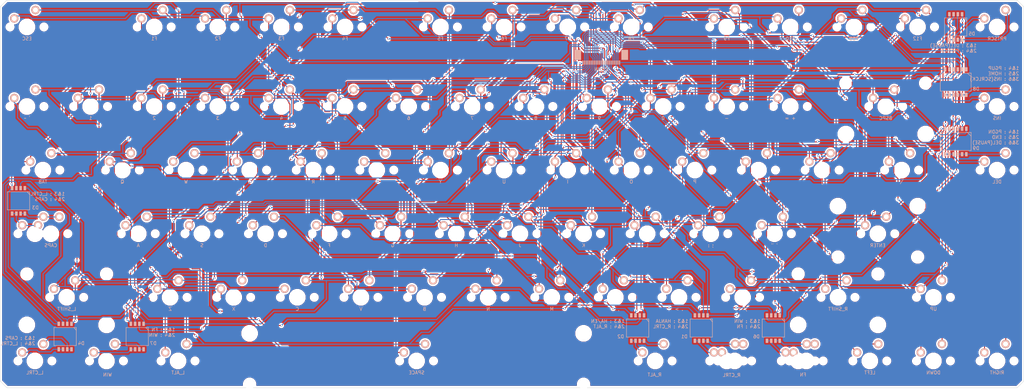
<source format=kicad_pcb>
(kicad_pcb (version 20171130) (host pcbnew "(5.0.2)-1")
  (layers (0 F.Cu signal) (31 B.Cu signal) (34 B.Paste user) (35 F.Paste user) (36 B.SilkS user) (37 F.SilkS user) (38 B.Mask user) (39 F.Mask user) (44 Edge.Cuts user))
  (net 0 "")
  (net 1 "Net-(K1-Pad2)")
  (net 2 "Net-(K10-Pad2)")
  (net 3 "Net-(K17-Pad1)")
  (net 4 "Net-(K42-Pad1)")
  (net 5 "Net-(K63-Pad1)")
  (net 6 "Net-(D1-Pad5)")
  (net 7 "Net-(D1-Pad7)")
  (net 8 "Net-(D1-Pad4)")
  (net 9 "Net-(D1-Pad3)")
  (net 10 "Net-(D1-Pad2)")
  (net 11 "Net-(D1-Pad1)")
  (net 12 "Net-(D2-Pad5)")
  (net 13 "Net-(D2-Pad7)")
  (net 14 "Net-(D2-Pad4)")
  (net 15 "Net-(D2-Pad3)")
  (net 16 "Net-(D2-Pad2)")
  (net 17 "Net-(D2-Pad1)")
  (net 18 "Net-(D3-Pad5)")
  (net 19 "Net-(D3-Pad7)")
  (net 20 "Net-(D3-Pad4)")
  (net 21 "Net-(D3-Pad3)")
  (net 22 "Net-(D3-Pad1)")
  (net 23 "Net-(D4-Pad5)")
  (net 24 "Net-(D4-Pad7)")
  (net 25 "Net-(D5-Pad5)")
  (net 26 "Net-(D5-Pad7)")
  (net 27 "Net-(D5-Pad1)")
  (net 28 "Net-(D6-Pad5)")
  (net 29 "Net-(D6-Pad7)")
  (net 30 "Net-(D6-Pad4)")
  (net 31 "Net-(D6-Pad3)")
  (net 32 "Net-(D7-Pad5)")
  (net 33 "Net-(D7-Pad7)")
  (net 34 "Net-(D8-Pad7)")
  (net 35 "Net-(D8-Pad10)")
  (net 36 "Net-(D8-Pad3)")
  (net 37 "Net-(D8-Pad1)")
  (net 38 "Net-(D9-Pad7)")
  (net 39 "Net-(D9-Pad10)")
  (net 40 "Net-(D9-Pad2)")
  (net 41 "Net-(D5-Pad4)")
  (module D780-FOOTPRINT:CHERRY_MX (layer F.Cu) (at 52.3875 61.9125)
    (fp_text reference K1 hide)
    (fp_text value S (at 0 3.5) (layer B.SilkS) (effects (justify mirror)))
    (pad "" np_thru_hole circle (at -5.08 0) (size 1.7 1.7) (drill 1.7) (layers *.Cu *.Mask))
    (pad 1 thru_hole circle (at -3.81 -2.54) (size 2.5 2.5) (drill 1.5) (layers *.Cu *.Mask B.SilkS) (net 27 "Net-(D5-Pad1)"))
    (pad "" np_thru_hole circle (at 0 0) (size 4 4) (drill 4) (layers *.Cu *.Mask))
    (pad 2 thru_hole circle (at 2.54 -5.08) (size 2.5 2.5) (drill 1.5) (layers *.Cu *.Mask B.SilkS) (net 1 "Net-(K1-Pad2)"))
    (pad "" np_thru_hole circle (at 5.08 0) (size 1.7 1.7) (drill 1.7) (layers *.Cu *.Mask))
  )
  (module D780-FOOTPRINT:CHERRY_MX (layer F.Cu) (at 142.875 42.8625)
    (fp_text reference K2 hide)
    (fp_text value U (at 0 3.5) (layer B.SilkS) (effects (justify mirror)))
    (pad "" np_thru_hole circle (at -5.08 0) (size 1.7 1.7) (drill 1.7) (layers *.Cu *.Mask))
    (pad 1 thru_hole circle (at -3.81 -2.54) (size 2.5 2.5) (drill 1.5) (layers *.Cu *.Mask B.SilkS) (net 27 "Net-(D5-Pad1)"))
    (pad "" np_thru_hole circle (at 0 0) (size 4 4) (drill 4) (layers *.Cu *.Mask))
    (pad 2 thru_hole circle (at 2.54 -5.08) (size 2.5 2.5) (drill 1.5) (layers *.Cu *.Mask B.SilkS) (net 21 "Net-(D3-Pad3)"))
    (pad "" np_thru_hole circle (at 5.08 0) (size 1.7 1.7) (drill 1.7) (layers *.Cu *.Mask))
  )
  (module D780-FOOTPRINT:CHERRY_MX (layer F.Cu) (at 290.5125 0)
    (fp_text reference K3 hide)
    (fp_text value PRTSCR (at 0 3.5) (layer B.SilkS) (effects (justify mirror)))
    (pad "" np_thru_hole circle (at -5.08 0) (size 1.7 1.7) (drill 1.7) (layers *.Cu *.Mask))
    (pad 1 thru_hole circle (at -3.81 -2.54) (size 2.5 2.5) (drill 1.5) (layers *.Cu *.Mask B.SilkS) (net 25 "Net-(D5-Pad5)"))
    (pad "" np_thru_hole circle (at 0 0) (size 4 4) (drill 4) (layers *.Cu *.Mask))
    (pad 2 thru_hole circle (at 2.54 -5.08) (size 2.5 2.5) (drill 1.5) (layers *.Cu *.Mask B.SilkS) (net 26 "Net-(D5-Pad7)"))
    (pad "" np_thru_hole circle (at 5.08 0) (size 1.7 1.7) (drill 1.7) (layers *.Cu *.Mask))
  )
  (module D780-FOOTPRINT:CHERRY_MX (layer F.Cu) (at 230.98125 100.0125)
    (fp_text reference K4 hide)
    (fp_text value FN (at 1.42875 4.1275) (layer B.SilkS) (effects (justify mirror)))
    (pad "" np_thru_hole circle (at -5.08 0) (size 1.7 1.7) (drill 1.7) (layers *.Cu *.Mask))
    (pad 1 thru_hole circle (at -3.81 -2.54) (size 2.5 2.5) (drill 1.5) (layers *.Cu *.Mask B.SilkS) (net 28 "Net-(D6-Pad5)"))
    (pad "" np_thru_hole circle (at 0 0) (size 4 4) (drill 4) (layers *.Cu *.Mask))
    (pad 2 thru_hole circle (at 2.54 -5.08) (size 2.5 2.5) (drill 1.5) (layers *.Cu *.Mask B.SilkS) (net 29 "Net-(D6-Pad7)"))
    (pad "" np_thru_hole circle (at 5.08 0) (size 1.7 1.7) (drill 1.7) (layers *.Cu *.Mask))
  )
  (module D780-FOOTPRINT:CHERRY_MX (layer F.Cu) (at 171.45 23.8125)
    (fp_text reference K5 hide)
    (fp_text value 9 (at 0 3.5) (layer B.SilkS) (effects (justify mirror)))
    (pad "" np_thru_hole circle (at -5.08 0) (size 1.7 1.7) (drill 1.7) (layers *.Cu *.Mask))
    (pad 1 thru_hole circle (at -3.81 -2.54) (size 2.5 2.5) (drill 1.5) (layers *.Cu *.Mask B.SilkS) (net 27 "Net-(D5-Pad1)"))
    (pad "" np_thru_hole circle (at 0 0) (size 4 4) (drill 4) (layers *.Cu *.Mask))
    (pad 2 thru_hole circle (at 2.54 -5.08) (size 2.5 2.5) (drill 1.5) (layers *.Cu *.Mask B.SilkS) (net 41 "Net-(D5-Pad4)"))
    (pad "" np_thru_hole circle (at 5.08 0) (size 1.7 1.7) (drill 1.7) (layers *.Cu *.Mask))
  )
  (module D780-FOOTPRINT:CHERRY_MX (layer F.Cu) (at 90.4875 61.9125)
    (fp_text reference K6 hide)
    (fp_text value F (at 0 3.5) (layer B.SilkS) (effects (justify mirror)))
    (pad "" np_thru_hole circle (at -5.08 0) (size 1.7 1.7) (drill 1.7) (layers *.Cu *.Mask))
    (pad 1 thru_hole circle (at -3.81 -2.54) (size 2.5 2.5) (drill 1.5) (layers *.Cu *.Mask B.SilkS) (net 37 "Net-(D8-Pad1)"))
    (pad "" np_thru_hole circle (at 0 0) (size 4 4) (drill 4) (layers *.Cu *.Mask))
    (pad 2 thru_hole circle (at 2.54 -5.08) (size 2.5 2.5) (drill 1.5) (layers *.Cu *.Mask B.SilkS) (net 9 "Net-(D1-Pad3)"))
    (pad "" np_thru_hole circle (at 5.08 0) (size 1.7 1.7) (drill 1.7) (layers *.Cu *.Mask))
  )
  (module D780-FOOTPRINT:CHERRY_MX (layer F.Cu) (at 157.1625 80.9625)
    (fp_text reference K7 hide)
    (fp_text value M (at 0 3.5) (layer B.SilkS) (effects (justify mirror)))
    (pad "" np_thru_hole circle (at -5.08 0) (size 1.7 1.7) (drill 1.7) (layers *.Cu *.Mask))
    (pad 1 thru_hole circle (at -3.81 -2.54) (size 2.5 2.5) (drill 1.5) (layers *.Cu *.Mask B.SilkS) (net 37 "Net-(D8-Pad1)"))
    (pad "" np_thru_hole circle (at 0 0) (size 4 4) (drill 4) (layers *.Cu *.Mask))
    (pad 2 thru_hole circle (at 2.54 -5.08) (size 2.5 2.5) (drill 1.5) (layers *.Cu *.Mask B.SilkS) (net 15 "Net-(D2-Pad3)"))
    (pad "" np_thru_hole circle (at 5.08 0) (size 1.7 1.7) (drill 1.7) (layers *.Cu *.Mask))
  )
  (module D780-FOOTPRINT:CHERRY_MX (layer F.Cu) (at 209.55 0)
    (fp_text reference K8 hide)
    (fp_text value F9 (at 0 3.5) (layer B.SilkS) (effects (justify mirror)))
    (pad "" np_thru_hole circle (at -5.08 0) (size 1.7 1.7) (drill 1.7) (layers *.Cu *.Mask))
    (pad 1 thru_hole circle (at -3.81 -2.54) (size 2.5 2.5) (drill 1.5) (layers *.Cu *.Mask B.SilkS) (net 37 "Net-(D8-Pad1)"))
    (pad "" np_thru_hole circle (at 0 0) (size 4 4) (drill 4) (layers *.Cu *.Mask))
    (pad 2 thru_hole circle (at 2.54 -5.08) (size 2.5 2.5) (drill 1.5) (layers *.Cu *.Mask B.SilkS) (net 21 "Net-(D3-Pad3)"))
    (pad "" np_thru_hole circle (at 5.08 0) (size 1.7 1.7) (drill 1.7) (layers *.Cu *.Mask))
  )
  (module D780-FOOTPRINT:CHERRY_MX (layer F.Cu) (at 290.5125 100.0125)
    (fp_text reference K9 hide)
    (fp_text value RIGHT (at 0 3.5) (layer B.SilkS) (effects (justify mirror)))
    (pad "" np_thru_hole circle (at -5.08 0) (size 1.7 1.7) (drill 1.7) (layers *.Cu *.Mask))
    (pad 1 thru_hole circle (at -3.81 -2.54) (size 2.5 2.5) (drill 1.5) (layers *.Cu *.Mask B.SilkS) (net 37 "Net-(D8-Pad1)"))
    (pad "" np_thru_hole circle (at 0 0) (size 4 4) (drill 4) (layers *.Cu *.Mask))
    (pad 2 thru_hole circle (at 2.54 -5.08) (size 2.5 2.5) (drill 1.5) (layers *.Cu *.Mask B.SilkS) (net 20 "Net-(D3-Pad4)"))
    (pad "" np_thru_hole circle (at 5.08 0) (size 1.7 1.7) (drill 1.7) (layers *.Cu *.Mask))
  )
  (module D780-FOOTPRINT:CHERRY_MX (layer F.Cu) (at 261.9375 42.8625)
    (fp_text reference K10 hide)
    (fp_text value \ (at 0 3.5) (layer B.SilkS) (effects (justify mirror)))
    (pad "" np_thru_hole circle (at -5.08 0) (size 1.7 1.7) (drill 1.7) (layers *.Cu *.Mask))
    (pad 1 thru_hole circle (at -3.81 -2.54) (size 2.5 2.5) (drill 1.5) (layers *.Cu *.Mask B.SilkS) (net 37 "Net-(D8-Pad1)"))
    (pad "" np_thru_hole circle (at 0 0) (size 4 4) (drill 4) (layers *.Cu *.Mask))
    (pad 2 thru_hole circle (at 2.54 -5.08) (size 2.5 2.5) (drill 1.5) (layers *.Cu *.Mask B.SilkS) (net 2 "Net-(K10-Pad2)"))
    (pad "" np_thru_hole circle (at 5.08 0) (size 1.7 1.7) (drill 1.7) (layers *.Cu *.Mask))
  )
  (module D780-FOOTPRINT:CHERRY_MX (layer F.Cu) (at 152.4 23.8125)
    (fp_text reference K11 hide)
    (fp_text value 8 (at 0 3.5) (layer B.SilkS) (effects (justify mirror)))
    (pad "" np_thru_hole circle (at -5.08 0) (size 1.7 1.7) (drill 1.7) (layers *.Cu *.Mask))
    (pad 1 thru_hole circle (at -3.81 -2.54) (size 2.5 2.5) (drill 1.5) (layers *.Cu *.Mask B.SilkS) (net 37 "Net-(D8-Pad1)"))
    (pad "" np_thru_hole circle (at 0 0) (size 4 4) (drill 4) (layers *.Cu *.Mask))
    (pad 2 thru_hole circle (at 2.54 -5.08) (size 2.5 2.5) (drill 1.5) (layers *.Cu *.Mask B.SilkS) (net 8 "Net-(D1-Pad4)"))
    (pad "" np_thru_hole circle (at 5.08 0) (size 1.7 1.7) (drill 1.7) (layers *.Cu *.Mask))
  )
  (module D780-FOOTPRINT:CHERRY_MX (layer F.Cu) (at 290.5125 23.8125)
    (fp_text reference K12 hide)
    (fp_text value INS (at 0 3.5) (layer B.SilkS) (effects (justify mirror)))
    (pad "" np_thru_hole circle (at -5.08 0) (size 1.7 1.7) (drill 1.7) (layers *.Cu *.Mask))
    (pad 1 thru_hole circle (at -3.81 -2.54) (size 2.5 2.5) (drill 1.5) (layers *.Cu *.Mask B.SilkS) (net 34 "Net-(D8-Pad7)"))
    (pad "" np_thru_hole circle (at 0 0) (size 4 4) (drill 4) (layers *.Cu *.Mask))
    (pad 2 thru_hole circle (at 2.54 -5.08) (size 2.5 2.5) (drill 1.5) (layers *.Cu *.Mask B.SilkS) (net 35 "Net-(D8-Pad10)"))
    (pad "" np_thru_hole circle (at 5.08 0) (size 1.7 1.7) (drill 1.7) (layers *.Cu *.Mask))
  )
  (module D780-FOOTPRINT:CHERRY_MX (layer F.Cu) (at 257.175 23.8125)
    (fp_text reference K13 hide)
    (fp_text value BSPC (at 0 3.5) (layer B.SilkS) (effects (justify mirror)))
    (pad "" np_thru_hole circle (at -5.08 0) (size 1.7 1.7) (drill 1.7) (layers *.Cu *.Mask))
    (pad 1 thru_hole circle (at -3.81 -2.54) (size 2.5 2.5) (drill 1.5) (layers *.Cu *.Mask B.SilkS) (net 40 "Net-(D9-Pad2)"))
    (pad "" np_thru_hole circle (at 0 0) (size 4 4) (drill 4) (layers *.Cu *.Mask))
    (pad 2 thru_hole circle (at 2.54 -5.08) (size 2.5 2.5) (drill 1.5) (layers *.Cu *.Mask B.SilkS) (net 20 "Net-(D3-Pad4)"))
    (pad "" np_thru_hole circle (at 5.08 0) (size 1.7 1.7) (drill 1.7) (layers *.Cu *.Mask))
  )
  (module D780-FOOTPRINT:CHERRY_MX (layer F.Cu) (at 223.8375 61.9125)
    (fp_text reference K14 hide)
    (fp_text value "' \"" (at 0 3.5) (layer B.SilkS) (effects (justify mirror)))
    (pad "" np_thru_hole circle (at -5.08 0) (size 1.7 1.7) (drill 1.7) (layers *.Cu *.Mask))
    (pad 1 thru_hole circle (at -3.81 -2.54) (size 2.5 2.5) (drill 1.5) (layers *.Cu *.Mask B.SilkS) (net 40 "Net-(D9-Pad2)"))
    (pad "" np_thru_hole circle (at 0 0) (size 4 4) (drill 4) (layers *.Cu *.Mask))
    (pad 2 thru_hole circle (at 2.54 -5.08) (size 2.5 2.5) (drill 1.5) (layers *.Cu *.Mask B.SilkS) (net 31 "Net-(D6-Pad3)"))
    (pad "" np_thru_hole circle (at 5.08 0) (size 1.7 1.7) (drill 1.7) (layers *.Cu *.Mask))
  )
  (module D780-FOOTPRINT:CHERRY_MX (layer F.Cu) (at 254.79375 61.9125)
    (fp_text reference K15 hide)
    (fp_text value ENTER (at 0 3.5) (layer B.SilkS) (effects (justify mirror)))
    (pad "" np_thru_hole circle (at -5.08 0) (size 1.7 1.7) (drill 1.7) (layers *.Cu *.Mask))
    (pad 1 thru_hole circle (at -3.81 -2.54) (size 2.5 2.5) (drill 1.5) (layers *.Cu *.Mask B.SilkS) (net 40 "Net-(D9-Pad2)"))
    (pad "" np_thru_hole circle (at 0 0) (size 4 4) (drill 4) (layers *.Cu *.Mask))
    (pad 2 thru_hole circle (at 2.54 -5.08) (size 2.5 2.5) (drill 1.5) (layers *.Cu *.Mask B.SilkS) (net 8 "Net-(D1-Pad4)"))
    (pad "" np_thru_hole circle (at 5.08 0) (size 1.7 1.7) (drill 1.7) (layers *.Cu *.Mask))
  )
  (module D780-FOOTPRINT:CHERRY_MX (layer F.Cu) (at 47.625 42.8625)
    (fp_text reference K16 hide)
    (fp_text value W (at 0 3.5) (layer B.SilkS) (effects (justify mirror)))
    (pad "" np_thru_hole circle (at -5.08 0) (size 1.7 1.7) (drill 1.7) (layers *.Cu *.Mask))
    (pad 1 thru_hole circle (at -3.81 -2.54) (size 2.5 2.5) (drill 1.5) (layers *.Cu *.Mask B.SilkS) (net 40 "Net-(D9-Pad2)"))
    (pad "" np_thru_hole circle (at 0 0) (size 4 4) (drill 4) (layers *.Cu *.Mask))
    (pad 2 thru_hole circle (at 2.54 -5.08) (size 2.5 2.5) (drill 1.5) (layers *.Cu *.Mask B.SilkS) (net 14 "Net-(D2-Pad4)"))
    (pad "" np_thru_hole circle (at 5.08 0) (size 1.7 1.7) (drill 1.7) (layers *.Cu *.Mask))
  )
  (module D780-FOOTPRINT:CHERRY_MX (layer F.Cu) (at 176.2125 80.9625)
    (fp_text reference K17 hide)
    (fp_text value ", <" (at 0 3.5) (layer B.SilkS) (effects (justify mirror)))
    (pad "" np_thru_hole circle (at -5.08 0) (size 1.7 1.7) (drill 1.7) (layers *.Cu *.Mask))
    (pad 1 thru_hole circle (at -3.81 -2.54) (size 2.5 2.5) (drill 1.5) (layers *.Cu *.Mask B.SilkS) (net 3 "Net-(K17-Pad1)"))
    (pad "" np_thru_hole circle (at 0 0) (size 4 4) (drill 4) (layers *.Cu *.Mask))
    (pad 2 thru_hole circle (at 2.54 -5.08) (size 2.5 2.5) (drill 1.5) (layers *.Cu *.Mask B.SilkS) (net 9 "Net-(D1-Pad3)"))
    (pad "" np_thru_hole circle (at 5.08 0) (size 1.7 1.7) (drill 1.7) (layers *.Cu *.Mask))
  )
  (module D780-FOOTPRINT:CHERRY_MX (layer F.Cu) (at 71.4375 61.9125)
    (fp_text reference K18 hide)
    (fp_text value D (at 0 3.5) (layer B.SilkS) (effects (justify mirror)))
    (pad "" np_thru_hole circle (at -5.08 0) (size 1.7 1.7) (drill 1.7) (layers *.Cu *.Mask))
    (pad 1 thru_hole circle (at -3.81 -2.54) (size 2.5 2.5) (drill 1.5) (layers *.Cu *.Mask B.SilkS) (net 3 "Net-(K17-Pad1)"))
    (pad "" np_thru_hole circle (at 0 0) (size 4 4) (drill 4) (layers *.Cu *.Mask))
    (pad 2 thru_hole circle (at 2.54 -5.08) (size 2.5 2.5) (drill 1.5) (layers *.Cu *.Mask B.SilkS) (net 15 "Net-(D2-Pad3)"))
    (pad "" np_thru_hole circle (at 5.08 0) (size 1.7 1.7) (drill 1.7) (layers *.Cu *.Mask))
  )
  (module D780-FOOTPRINT:CHERRY_MX (layer F.Cu) (at 252.4125 100.0125)
    (fp_text reference K19 hide)
    (fp_text value LEFT (at 0 3.5) (layer B.SilkS) (effects (justify mirror)))
    (pad "" np_thru_hole circle (at -5.08 0) (size 1.7 1.7) (drill 1.7) (layers *.Cu *.Mask))
    (pad 1 thru_hole circle (at -3.81 -2.54) (size 2.5 2.5) (drill 1.5) (layers *.Cu *.Mask B.SilkS) (net 3 "Net-(K17-Pad1)"))
    (pad "" np_thru_hole circle (at 0 0) (size 4 4) (drill 4) (layers *.Cu *.Mask))
    (pad 2 thru_hole circle (at 2.54 -5.08) (size 2.5 2.5) (drill 1.5) (layers *.Cu *.Mask B.SilkS) (net 21 "Net-(D3-Pad3)"))
    (pad "" np_thru_hole circle (at 5.08 0) (size 1.7 1.7) (drill 1.7) (layers *.Cu *.Mask))
  )
  (module D780-FOOTPRINT:CHERRY_MX (layer F.Cu) (at 209.55 23.8125)
    (fp_text reference K20 hide)
    (fp_text value - (at 0 3.5) (layer B.SilkS) (effects (justify mirror)))
    (pad "" np_thru_hole circle (at -5.08 0) (size 1.7 1.7) (drill 1.7) (layers *.Cu *.Mask))
    (pad 1 thru_hole circle (at -3.81 -2.54) (size 2.5 2.5) (drill 1.5) (layers *.Cu *.Mask B.SilkS) (net 3 "Net-(K17-Pad1)"))
    (pad "" np_thru_hole circle (at 0 0) (size 4 4) (drill 4) (layers *.Cu *.Mask))
    (pad 2 thru_hole circle (at 2.54 -5.08) (size 2.5 2.5) (drill 1.5) (layers *.Cu *.Mask B.SilkS) (net 20 "Net-(D3-Pad4)"))
    (pad "" np_thru_hole circle (at 5.08 0) (size 1.7 1.7) (drill 1.7) (layers *.Cu *.Mask))
  )
  (module D780-FOOTPRINT:CHERRY_MX (layer F.Cu) (at 200.025 42.8625)
    (fp_text reference K21 hide)
    (fp_text value P (at 0 3.5) (layer B.SilkS) (effects (justify mirror)))
    (pad "" np_thru_hole circle (at -5.08 0) (size 1.7 1.7) (drill 1.7) (layers *.Cu *.Mask))
    (pad 1 thru_hole circle (at -3.81 -2.54) (size 2.5 2.5) (drill 1.5) (layers *.Cu *.Mask B.SilkS) (net 3 "Net-(K17-Pad1)"))
    (pad "" np_thru_hole circle (at 0 0) (size 4 4) (drill 4) (layers *.Cu *.Mask))
    (pad 2 thru_hole circle (at 2.54 -5.08) (size 2.5 2.5) (drill 1.5) (layers *.Cu *.Mask B.SilkS) (net 31 "Net-(D6-Pad3)"))
    (pad "" np_thru_hole circle (at 5.08 0) (size 1.7 1.7) (drill 1.7) (layers *.Cu *.Mask))
  )
  (module D780-FOOTPRINT:CHERRY_MX (layer F.Cu) (at 166.6875 61.9125)
    (fp_text reference K22 hide)
    (fp_text value K (at 0 3.5) (layer B.SilkS) (effects (justify mirror)))
    (pad "" np_thru_hole circle (at -5.08 0) (size 1.7 1.7) (drill 1.7) (layers *.Cu *.Mask))
    (pad 1 thru_hole circle (at -3.81 -2.54) (size 2.5 2.5) (drill 1.5) (layers *.Cu *.Mask B.SilkS) (net 3 "Net-(K17-Pad1)"))
    (pad "" np_thru_hole circle (at 0 0) (size 4 4) (drill 4) (layers *.Cu *.Mask))
    (pad 2 thru_hole circle (at 2.54 -5.08) (size 2.5 2.5) (drill 1.5) (layers *.Cu *.Mask B.SilkS) (net 2 "Net-(K10-Pad2)"))
    (pad "" np_thru_hole circle (at 5.08 0) (size 1.7 1.7) (drill 1.7) (layers *.Cu *.Mask))
  )
  (module D780-FOOTPRINT:CHERRY_MX (layer F.Cu) (at 161.925 0)
    (fp_text reference K23 hide)
    (fp_text value F7 (at 0 3.5) (layer B.SilkS) (effects (justify mirror)))
    (pad "" np_thru_hole circle (at -5.08 0) (size 1.7 1.7) (drill 1.7) (layers *.Cu *.Mask))
    (pad 1 thru_hole circle (at -3.81 -2.54) (size 2.5 2.5) (drill 1.5) (layers *.Cu *.Mask B.SilkS) (net 3 "Net-(K17-Pad1)"))
    (pad "" np_thru_hole circle (at 0 0) (size 4 4) (drill 4) (layers *.Cu *.Mask))
    (pad 2 thru_hole circle (at 2.54 -5.08) (size 2.5 2.5) (drill 1.5) (layers *.Cu *.Mask B.SilkS) (net 30 "Net-(D6-Pad4)"))
    (pad "" np_thru_hole circle (at 5.08 0) (size 1.7 1.7) (drill 1.7) (layers *.Cu *.Mask))
  )
  (module D780-FOOTPRINT:CHERRY_MX (layer F.Cu) (at 204.7875 61.9125)
    (fp_text reference K24 hide)
    (fp_text value "; :" (at 0 3.5) (layer B.SilkS) (effects (justify mirror)))
    (pad "" np_thru_hole circle (at -5.08 0) (size 1.7 1.7) (drill 1.7) (layers *.Cu *.Mask))
    (pad 1 thru_hole circle (at -3.81 -2.54) (size 2.5 2.5) (drill 1.5) (layers *.Cu *.Mask B.SilkS) (net 3 "Net-(K17-Pad1)"))
    (pad "" np_thru_hole circle (at 0 0) (size 4 4) (drill 4) (layers *.Cu *.Mask))
    (pad 2 thru_hole circle (at 2.54 -5.08) (size 2.5 2.5) (drill 1.5) (layers *.Cu *.Mask B.SilkS) (net 41 "Net-(D5-Pad4)"))
    (pad "" np_thru_hole circle (at 5.08 0) (size 1.7 1.7) (drill 1.7) (layers *.Cu *.Mask))
  )
  (module D780-FOOTPRINT:CHERRY_MX (layer F.Cu) (at 209.55 100.0125)
    (fp_text reference K25 hide)
    (fp_text value R_CTRL (at 1.4859 4.2291) (layer B.SilkS) (effects (justify mirror)))
    (pad "" np_thru_hole circle (at -5.08 0) (size 1.7 1.7) (drill 1.7) (layers *.Cu *.Mask))
    (pad 1 thru_hole circle (at -3.81 -2.54) (size 2.5 2.5) (drill 1.5) (layers *.Cu *.Mask B.SilkS) (net 6 "Net-(D1-Pad5)"))
    (pad "" np_thru_hole circle (at 0 0) (size 4 4) (drill 4) (layers *.Cu *.Mask))
    (pad 2 thru_hole circle (at 2.54 -5.08) (size 2.5 2.5) (drill 1.5) (layers *.Cu *.Mask B.SilkS) (net 7 "Net-(D1-Pad7)"))
    (pad "" np_thru_hole circle (at 5.08 0) (size 1.7 1.7) (drill 1.7) (layers *.Cu *.Mask))
  )
  (module D780-FOOTPRINT:CHERRY_MX (layer F.Cu) (at 2.38125 100.0125)
    (fp_text reference K26 hide)
    (fp_text value L_CTRL (at 0 3.5) (layer B.SilkS) (effects (justify mirror)))
    (pad "" np_thru_hole circle (at -5.08 0) (size 1.7 1.7) (drill 1.7) (layers *.Cu *.Mask))
    (pad 1 thru_hole circle (at -3.81 -2.54) (size 2.5 2.5) (drill 1.5) (layers *.Cu *.Mask B.SilkS) (net 23 "Net-(D4-Pad5)"))
    (pad "" np_thru_hole circle (at 0 0) (size 4 4) (drill 4) (layers *.Cu *.Mask))
    (pad 2 thru_hole circle (at 2.54 -5.08) (size 2.5 2.5) (drill 1.5) (layers *.Cu *.Mask B.SilkS) (net 24 "Net-(D4-Pad7)"))
    (pad "" np_thru_hole circle (at 5.08 0) (size 1.7 1.7) (drill 1.7) (layers *.Cu *.Mask))
  )
  (module D780-FOOTPRINT:CHERRY_MX (layer F.Cu) (at 57.15 23.8125)
    (fp_text reference K27 hide)
    (fp_text value 3 (at 0 3.5) (layer B.SilkS) (effects (justify mirror)))
    (pad "" np_thru_hole circle (at -5.08 0) (size 1.7 1.7) (drill 1.7) (layers *.Cu *.Mask))
    (pad 1 thru_hole circle (at -3.81 -2.54) (size 2.5 2.5) (drill 1.5) (layers *.Cu *.Mask B.SilkS) (net 11 "Net-(D1-Pad1)"))
    (pad "" np_thru_hole circle (at 0 0) (size 4 4) (drill 4) (layers *.Cu *.Mask))
    (pad 2 thru_hole circle (at 2.54 -5.08) (size 2.5 2.5) (drill 1.5) (layers *.Cu *.Mask B.SilkS) (net 2 "Net-(K10-Pad2)"))
    (pad "" np_thru_hole circle (at 5.08 0) (size 1.7 1.7) (drill 1.7) (layers *.Cu *.Mask))
  )
  (module D780-FOOTPRINT:CHERRY_MX (layer F.Cu) (at 123.825 0)
    (fp_text reference K28 hide)
    (fp_text value F5 (at 0 3.5) (layer B.SilkS) (effects (justify mirror)))
    (pad "" np_thru_hole circle (at -5.08 0) (size 1.7 1.7) (drill 1.7) (layers *.Cu *.Mask))
    (pad 1 thru_hole circle (at -3.81 -2.54) (size 2.5 2.5) (drill 1.5) (layers *.Cu *.Mask B.SilkS) (net 11 "Net-(D1-Pad1)"))
    (pad "" np_thru_hole circle (at 0 0) (size 4 4) (drill 4) (layers *.Cu *.Mask))
    (pad 2 thru_hole circle (at 2.54 -5.08) (size 2.5 2.5) (drill 1.5) (layers *.Cu *.Mask B.SilkS) (net 8 "Net-(D1-Pad4)"))
    (pad "" np_thru_hole circle (at 5.08 0) (size 1.7 1.7) (drill 1.7) (layers *.Cu *.Mask))
  )
  (module D780-FOOTPRINT:CHERRY_MX (layer F.Cu) (at 188.11875 100.0125)
    (fp_text reference K29 hide)
    (fp_text value R_ALT (at -0.15875 4.1275) (layer B.SilkS) (effects (justify mirror)))
    (pad "" np_thru_hole circle (at -5.08 0) (size 1.7 1.7) (drill 1.7) (layers *.Cu *.Mask))
    (pad 1 thru_hole circle (at -3.81 -2.54) (size 2.5 2.5) (drill 1.5) (layers *.Cu *.Mask B.SilkS) (net 12 "Net-(D2-Pad5)"))
    (pad "" np_thru_hole circle (at 0 0) (size 4 4) (drill 4) (layers *.Cu *.Mask))
    (pad 2 thru_hole circle (at 2.54 -5.08) (size 2.5 2.5) (drill 1.5) (layers *.Cu *.Mask B.SilkS) (net 13 "Net-(D2-Pad7)"))
    (pad "" np_thru_hole circle (at 5.08 0) (size 1.7 1.7) (drill 1.7) (layers *.Cu *.Mask))
  )
  (module D780-FOOTPRINT:CHERRY_MX (layer F.Cu) (at 128.5875 61.9125)
    (fp_text reference K30 hide)
    (fp_text value H (at 0 3.5) (layer B.SilkS) (effects (justify mirror)))
    (pad "" np_thru_hole circle (at -5.08 0) (size 1.7 1.7) (drill 1.7) (layers *.Cu *.Mask))
    (pad 1 thru_hole circle (at -3.81 -2.54) (size 2.5 2.5) (drill 1.5) (layers *.Cu *.Mask B.SilkS) (net 17 "Net-(D2-Pad1)"))
    (pad "" np_thru_hole circle (at 0 0) (size 4 4) (drill 4) (layers *.Cu *.Mask))
    (pad 2 thru_hole circle (at 2.54 -5.08) (size 2.5 2.5) (drill 1.5) (layers *.Cu *.Mask B.SilkS) (net 31 "Net-(D6-Pad3)"))
    (pad "" np_thru_hole circle (at 5.08 0) (size 1.7 1.7) (drill 1.7) (layers *.Cu *.Mask))
  )
  (module D780-FOOTPRINT:CHERRY_MX (layer F.Cu) (at 28.575 42.8625)
    (fp_text reference K31 hide)
    (fp_text value Q (at 0 3.5) (layer B.SilkS) (effects (justify mirror)))
    (pad "" np_thru_hole circle (at -5.08 0) (size 1.7 1.7) (drill 1.7) (layers *.Cu *.Mask))
    (pad 1 thru_hole circle (at -3.81 -2.54) (size 2.5 2.5) (drill 1.5) (layers *.Cu *.Mask B.SilkS) (net 17 "Net-(D2-Pad1)"))
    (pad "" np_thru_hole circle (at 0 0) (size 4 4) (drill 4) (layers *.Cu *.Mask))
    (pad 2 thru_hole circle (at 2.54 -5.08) (size 2.5 2.5) (drill 1.5) (layers *.Cu *.Mask B.SilkS) (net 2 "Net-(K10-Pad2)"))
    (pad "" np_thru_hole circle (at 5.08 0) (size 1.7 1.7) (drill 1.7) (layers *.Cu *.Mask))
  )
  (module D780-FOOTPRINT:CHERRY_MX (layer F.Cu) (at 45.24375 100.0125)
    (fp_text reference K32 hide)
    (fp_text value L_ALT (at 0 3.5) (layer B.SilkS) (effects (justify mirror)))
    (pad "" np_thru_hole circle (at -5.08 0) (size 1.7 1.7) (drill 1.7) (layers *.Cu *.Mask))
    (pad 1 thru_hole circle (at -3.81 -2.54) (size 2.5 2.5) (drill 1.5) (layers *.Cu *.Mask B.SilkS) (net 17 "Net-(D2-Pad1)"))
    (pad "" np_thru_hole circle (at 0 0) (size 4 4) (drill 4) (layers *.Cu *.Mask))
    (pad 2 thru_hole circle (at 2.54 -5.08) (size 2.5 2.5) (drill 1.5) (layers *.Cu *.Mask B.SilkS) (net 41 "Net-(D5-Pad4)"))
    (pad "" np_thru_hole circle (at 5.08 0) (size 1.7 1.7) (drill 1.7) (layers *.Cu *.Mask))
  )
  (module D780-FOOTPRINT:CHERRY_MX (layer F.Cu) (at 33.3375 61.9125)
    (fp_text reference K33 hide)
    (fp_text value A (at 0 3.5) (layer B.SilkS) (effects (justify mirror)))
    (pad "" np_thru_hole circle (at -5.08 0) (size 1.7 1.7) (drill 1.7) (layers *.Cu *.Mask))
    (pad 1 thru_hole circle (at -3.81 -2.54) (size 2.5 2.5) (drill 1.5) (layers *.Cu *.Mask B.SilkS) (net 16 "Net-(D2-Pad2)"))
    (pad "" np_thru_hole circle (at 0 0) (size 4 4) (drill 4) (layers *.Cu *.Mask))
    (pad 2 thru_hole circle (at 2.54 -5.08) (size 2.5 2.5) (drill 1.5) (layers *.Cu *.Mask B.SilkS) (net 9 "Net-(D1-Pad3)"))
    (pad "" np_thru_hole circle (at 5.08 0) (size 1.7 1.7) (drill 1.7) (layers *.Cu *.Mask))
  )
  (module D780-FOOTPRINT:CHERRY_MX (layer F.Cu) (at 185.7375 61.9125)
    (fp_text reference K34 hide)
    (fp_text value L (at 0 3.5) (layer B.SilkS) (effects (justify mirror)))
    (pad "" np_thru_hole circle (at -5.08 0) (size 1.7 1.7) (drill 1.7) (layers *.Cu *.Mask))
    (pad 1 thru_hole circle (at -3.81 -2.54) (size 2.5 2.5) (drill 1.5) (layers *.Cu *.Mask B.SilkS) (net 16 "Net-(D2-Pad2)"))
    (pad "" np_thru_hole circle (at 0 0) (size 4 4) (drill 4) (layers *.Cu *.Mask))
    (pad 2 thru_hole circle (at 2.54 -5.08) (size 2.5 2.5) (drill 1.5) (layers *.Cu *.Mask B.SilkS) (net 1 "Net-(K1-Pad2)"))
    (pad "" np_thru_hole circle (at 5.08 0) (size 1.7 1.7) (drill 1.7) (layers *.Cu *.Mask))
  )
  (module D780-FOOTPRINT:CHERRY_MX (layer F.Cu) (at 133.35 23.8125)
    (fp_text reference K35 hide)
    (fp_text value 7 (at 0 3.5) (layer B.SilkS) (effects (justify mirror)))
    (pad "" np_thru_hole circle (at -5.08 0) (size 1.7 1.7) (drill 1.7) (layers *.Cu *.Mask))
    (pad 1 thru_hole circle (at -3.81 -2.54) (size 2.5 2.5) (drill 1.5) (layers *.Cu *.Mask B.SilkS) (net 16 "Net-(D2-Pad2)"))
    (pad "" np_thru_hole circle (at 0 0) (size 4 4) (drill 4) (layers *.Cu *.Mask))
    (pad 2 thru_hole circle (at 2.54 -5.08) (size 2.5 2.5) (drill 1.5) (layers *.Cu *.Mask B.SilkS) (net 21 "Net-(D3-Pad3)"))
    (pad "" np_thru_hole circle (at 5.08 0) (size 1.7 1.7) (drill 1.7) (layers *.Cu *.Mask))
  )
  (module D780-FOOTPRINT:CHERRY_MX (layer F.Cu) (at 180.975 42.8625)
    (fp_text reference K36 hide)
    (fp_text value O (at 0 3.5) (layer B.SilkS) (effects (justify mirror)))
    (pad "" np_thru_hole circle (at -5.08 0) (size 1.7 1.7) (drill 1.7) (layers *.Cu *.Mask))
    (pad 1 thru_hole circle (at -3.81 -2.54) (size 2.5 2.5) (drill 1.5) (layers *.Cu *.Mask B.SilkS) (net 16 "Net-(D2-Pad2)"))
    (pad "" np_thru_hole circle (at 0 0) (size 4 4) (drill 4) (layers *.Cu *.Mask))
    (pad 2 thru_hole circle (at 2.54 -5.08) (size 2.5 2.5) (drill 1.5) (layers *.Cu *.Mask B.SilkS) (net 20 "Net-(D3-Pad4)"))
    (pad "" np_thru_hole circle (at 5.08 0) (size 1.7 1.7) (drill 1.7) (layers *.Cu *.Mask))
  )
  (module D780-FOOTPRINT:CHERRY_MX (layer F.Cu) (at 238.125 42.8625)
    (fp_text reference K37 hide)
    (fp_text value ] (at 0 3.5) (layer B.SilkS) (effects (justify mirror)))
    (pad "" np_thru_hole circle (at -5.08 0) (size 1.7 1.7) (drill 1.7) (layers *.Cu *.Mask))
    (pad 1 thru_hole circle (at -3.81 -2.54) (size 2.5 2.5) (drill 1.5) (layers *.Cu *.Mask B.SilkS) (net 16 "Net-(D2-Pad2)"))
    (pad "" np_thru_hole circle (at 0 0) (size 4 4) (drill 4) (layers *.Cu *.Mask))
    (pad 2 thru_hole circle (at 2.54 -5.08) (size 2.5 2.5) (drill 1.5) (layers *.Cu *.Mask B.SilkS) (net 31 "Net-(D6-Pad3)"))
    (pad "" np_thru_hole circle (at 5.08 0) (size 1.7 1.7) (drill 1.7) (layers *.Cu *.Mask))
  )
  (module D780-FOOTPRINT:CHERRY_MX (layer F.Cu) (at 228.6 23.8125)
    (fp_text reference K38 hide)
    (fp_text value "+ =" (at 0 3.5) (layer B.SilkS) (effects (justify mirror)))
    (pad "" np_thru_hole circle (at -5.08 0) (size 1.7 1.7) (drill 1.7) (layers *.Cu *.Mask))
    (pad 1 thru_hole circle (at -3.81 -2.54) (size 2.5 2.5) (drill 1.5) (layers *.Cu *.Mask B.SilkS) (net 16 "Net-(D2-Pad2)"))
    (pad "" np_thru_hole circle (at 0 0) (size 4 4) (drill 4) (layers *.Cu *.Mask))
    (pad 2 thru_hole circle (at 2.54 -5.08) (size 2.5 2.5) (drill 1.5) (layers *.Cu *.Mask B.SilkS) (net 2 "Net-(K10-Pad2)"))
    (pad "" np_thru_hole circle (at 5.08 0) (size 1.7 1.7) (drill 1.7) (layers *.Cu *.Mask))
  )
  (module D780-FOOTPRINT:CHERRY_MX (layer F.Cu) (at 190.5 23.8125)
    (fp_text reference K40 hide)
    (fp_text value 0 (at 0 3.5) (layer B.SilkS) (effects (justify mirror)))
    (pad "" np_thru_hole circle (at -5.08 0) (size 1.7 1.7) (drill 1.7) (layers *.Cu *.Mask))
    (pad 1 thru_hole circle (at -3.81 -2.54) (size 2.5 2.5) (drill 1.5) (layers *.Cu *.Mask B.SilkS) (net 16 "Net-(D2-Pad2)"))
    (pad "" np_thru_hole circle (at 0 0) (size 4 4) (drill 4) (layers *.Cu *.Mask))
    (pad 2 thru_hole circle (at 2.54 -5.08) (size 2.5 2.5) (drill 1.5) (layers *.Cu *.Mask B.SilkS) (net 30 "Net-(D6-Pad4)"))
    (pad "" np_thru_hole circle (at 5.08 0) (size 1.7 1.7) (drill 1.7) (layers *.Cu *.Mask))
  )
  (module D780-FOOTPRINT:CHERRY_MX (layer F.Cu) (at 290.5125 42.8625)
    (fp_text reference K41 hide)
    (fp_text value DEL (at 0 3.5) (layer B.SilkS) (effects (justify mirror)))
    (pad "" np_thru_hole circle (at -5.08 0) (size 1.7 1.7) (drill 1.7) (layers *.Cu *.Mask))
    (pad 1 thru_hole circle (at -3.81 -2.54) (size 2.5 2.5) (drill 1.5) (layers *.Cu *.Mask B.SilkS) (net 38 "Net-(D9-Pad7)"))
    (pad "" np_thru_hole circle (at 0 0) (size 4 4) (drill 4) (layers *.Cu *.Mask))
    (pad 2 thru_hole circle (at 2.54 -5.08) (size 2.5 2.5) (drill 1.5) (layers *.Cu *.Mask B.SilkS) (net 39 "Net-(D9-Pad10)"))
    (pad "" np_thru_hole circle (at 5.08 0) (size 1.7 1.7) (drill 1.7) (layers *.Cu *.Mask))
  )
  (module D780-FOOTPRINT:CHERRY_MX (layer F.Cu) (at 242.8875 80.9625)
    (fp_text reference K42 hide)
    (fp_text value R_SHIFT (at 0 3.5) (layer B.SilkS) (effects (justify mirror)))
    (pad "" np_thru_hole circle (at -5.08 0) (size 1.7 1.7) (drill 1.7) (layers *.Cu *.Mask))
    (pad 1 thru_hole circle (at -3.81 -2.54) (size 2.5 2.5) (drill 1.5) (layers *.Cu *.Mask B.SilkS) (net 4 "Net-(K42-Pad1)"))
    (pad "" np_thru_hole circle (at 0 0) (size 4 4) (drill 4) (layers *.Cu *.Mask))
    (pad 2 thru_hole circle (at 2.54 -5.08) (size 2.5 2.5) (drill 1.5) (layers *.Cu *.Mask B.SilkS) (net 1 "Net-(K1-Pad2)"))
    (pad "" np_thru_hole circle (at 5.08 0) (size 1.7 1.7) (drill 1.7) (layers *.Cu *.Mask))
  )
  (module D780-FOOTPRINT:CHERRY_MX (layer F.Cu) (at 11.90625 80.9625)
    (fp_text reference K43 hide)
    (fp_text value L_SHIFT (at 0 3.5) (layer B.SilkS) (effects (justify mirror)))
    (pad "" np_thru_hole circle (at -5.08 0) (size 1.7 1.7) (drill 1.7) (layers *.Cu *.Mask))
    (pad 1 thru_hole circle (at -3.81 -2.54) (size 2.5 2.5) (drill 1.5) (layers *.Cu *.Mask B.SilkS) (net 4 "Net-(K42-Pad1)"))
    (pad "" np_thru_hole circle (at 0 0) (size 4 4) (drill 4) (layers *.Cu *.Mask))
    (pad 2 thru_hole circle (at 2.54 -5.08) (size 2.5 2.5) (drill 1.5) (layers *.Cu *.Mask B.SilkS) (net 21 "Net-(D3-Pad3)"))
    (pad "" np_thru_hole circle (at 5.08 0) (size 1.7 1.7) (drill 1.7) (layers *.Cu *.Mask))
  )
  (module D780-FOOTPRINT:CHERRY_MX (layer F.Cu) (at 80.9625 80.9625)
    (fp_text reference K44 hide)
    (fp_text value C (at 0 3.5) (layer B.SilkS) (effects (justify mirror)))
    (pad "" np_thru_hole circle (at -5.08 0) (size 1.7 1.7) (drill 1.7) (layers *.Cu *.Mask))
    (pad 1 thru_hole circle (at -3.81 -2.54) (size 2.5 2.5) (drill 1.5) (layers *.Cu *.Mask B.SilkS) (net 4 "Net-(K42-Pad1)"))
    (pad "" np_thru_hole circle (at 0 0) (size 4 4) (drill 4) (layers *.Cu *.Mask))
    (pad 2 thru_hole circle (at 2.54 -5.08) (size 2.5 2.5) (drill 1.5) (layers *.Cu *.Mask B.SilkS) (net 31 "Net-(D6-Pad3)"))
    (pad "" np_thru_hole circle (at 5.08 0) (size 1.7 1.7) (drill 1.7) (layers *.Cu *.Mask))
  )
  (module D780-FOOTPRINT:CHERRY_MX (layer F.Cu) (at 38.1 23.8125)
    (fp_text reference K45 hide)
    (fp_text value 2 (at 0 3.5) (layer B.SilkS) (effects (justify mirror)))
    (pad "" np_thru_hole circle (at -5.08 0) (size 1.7 1.7) (drill 1.7) (layers *.Cu *.Mask))
    (pad 1 thru_hole circle (at -3.81 -2.54) (size 2.5 2.5) (drill 1.5) (layers *.Cu *.Mask B.SilkS) (net 4 "Net-(K42-Pad1)"))
    (pad "" np_thru_hole circle (at 0 0) (size 4 4) (drill 4) (layers *.Cu *.Mask))
    (pad 2 thru_hole circle (at 2.54 -5.08) (size 2.5 2.5) (drill 1.5) (layers *.Cu *.Mask B.SilkS) (net 2 "Net-(K10-Pad2)"))
    (pad "" np_thru_hole circle (at 5.08 0) (size 1.7 1.7) (drill 1.7) (layers *.Cu *.Mask))
  )
  (module D780-FOOTPRINT:CHERRY_MX (layer F.Cu) (at 266.7 0)
    (fp_text reference K46 hide)
    (fp_text value F12 (at 0 3.5) (layer B.SilkS) (effects (justify mirror)))
    (pad "" np_thru_hole circle (at -5.08 0) (size 1.7 1.7) (drill 1.7) (layers *.Cu *.Mask))
    (pad 1 thru_hole circle (at -3.81 -2.54) (size 2.5 2.5) (drill 1.5) (layers *.Cu *.Mask B.SilkS) (net 4 "Net-(K42-Pad1)"))
    (pad "" np_thru_hole circle (at 0 0) (size 4 4) (drill 4) (layers *.Cu *.Mask))
    (pad 2 thru_hole circle (at 2.54 -5.08) (size 2.5 2.5) (drill 1.5) (layers *.Cu *.Mask B.SilkS) (net 14 "Net-(D2-Pad4)"))
    (pad "" np_thru_hole circle (at 5.08 0) (size 1.7 1.7) (drill 1.7) (layers *.Cu *.Mask))
  )
  (module D780-FOOTPRINT:CHERRY_MX (layer F.Cu) (at 138.1125 80.9625)
    (fp_text reference K47 hide)
    (fp_text value N (at 0 3.5) (layer B.SilkS) (effects (justify mirror)))
    (pad "" np_thru_hole circle (at -5.08 0) (size 1.7 1.7) (drill 1.7) (layers *.Cu *.Mask))
    (pad 1 thru_hole circle (at -3.81 -2.54) (size 2.5 2.5) (drill 1.5) (layers *.Cu *.Mask B.SilkS) (net 10 "Net-(D1-Pad2)"))
    (pad "" np_thru_hole circle (at 0 0) (size 4 4) (drill 4) (layers *.Cu *.Mask))
    (pad 2 thru_hole circle (at 2.54 -5.08) (size 2.5 2.5) (drill 1.5) (layers *.Cu *.Mask B.SilkS) (net 31 "Net-(D6-Pad3)"))
    (pad "" np_thru_hole circle (at 5.08 0) (size 1.7 1.7) (drill 1.7) (layers *.Cu *.Mask))
  )
  (module D780-FOOTPRINT:CHERRY_MX (layer F.Cu) (at 95.25 0)
    (fp_text reference K48 hide)
    (fp_text value F4 (at 0 3.5) (layer B.SilkS) (effects (justify mirror)))
    (pad "" np_thru_hole circle (at -5.08 0) (size 1.7 1.7) (drill 1.7) (layers *.Cu *.Mask))
    (pad 1 thru_hole circle (at -3.81 -2.54) (size 2.5 2.5) (drill 1.5) (layers *.Cu *.Mask B.SilkS) (net 10 "Net-(D1-Pad2)"))
    (pad "" np_thru_hole circle (at 0 0) (size 4 4) (drill 4) (layers *.Cu *.Mask))
    (pad 2 thru_hole circle (at 2.54 -5.08) (size 2.5 2.5) (drill 1.5) (layers *.Cu *.Mask B.SilkS) (net 2 "Net-(K10-Pad2)"))
    (pad "" np_thru_hole circle (at 5.08 0) (size 1.7 1.7) (drill 1.7) (layers *.Cu *.Mask))
  )
  (module D780-FOOTPRINT:CHERRY_MX (layer F.Cu) (at 66.675 42.8625)
    (fp_text reference K50 hide)
    (fp_text value E (at 0 3.5) (layer B.SilkS) (effects (justify mirror)))
    (pad "" np_thru_hole circle (at -5.08 0) (size 1.7 1.7) (drill 1.7) (layers *.Cu *.Mask))
    (pad 1 thru_hole circle (at -3.81 -2.54) (size 2.5 2.5) (drill 1.5) (layers *.Cu *.Mask B.SilkS) (net 10 "Net-(D1-Pad2)"))
    (pad "" np_thru_hole circle (at 0 0) (size 4 4) (drill 4) (layers *.Cu *.Mask))
    (pad 2 thru_hole circle (at 2.54 -5.08) (size 2.5 2.5) (drill 1.5) (layers *.Cu *.Mask B.SilkS) (net 14 "Net-(D2-Pad4)"))
    (pad "" np_thru_hole circle (at 5.08 0) (size 1.7 1.7) (drill 1.7) (layers *.Cu *.Mask))
  )
  (module D780-FOOTPRINT:CHERRY_MX (layer F.Cu) (at 23.8125 100.0125)
    (fp_text reference K51 hide)
    (fp_text value WIN (at 0.3175 4.1275) (layer B.SilkS) (effects (justify mirror)))
    (pad "" np_thru_hole circle (at -5.08 0) (size 1.7 1.7) (drill 1.7) (layers *.Cu *.Mask))
    (pad 1 thru_hole circle (at -3.81 -2.54) (size 2.5 2.5) (drill 1.5) (layers *.Cu *.Mask B.SilkS) (net 32 "Net-(D7-Pad5)"))
    (pad "" np_thru_hole circle (at 0 0) (size 4 4) (drill 4) (layers *.Cu *.Mask))
    (pad 2 thru_hole circle (at 2.54 -5.08) (size 2.5 2.5) (drill 1.5) (layers *.Cu *.Mask B.SilkS) (net 33 "Net-(D7-Pad7)"))
    (pad "" np_thru_hole circle (at 5.08 0) (size 1.7 1.7) (drill 1.7) (layers *.Cu *.Mask))
  )
  (module D780-FOOTPRINT:CHERRY_MX (layer F.Cu) (at 147.6375 61.9125)
    (fp_text reference K52 hide)
    (fp_text value J (at 0 3.5) (layer B.SilkS) (effects (justify mirror)))
    (pad "" np_thru_hole circle (at -5.08 0) (size 1.7 1.7) (drill 1.7) (layers *.Cu *.Mask))
    (pad 1 thru_hole circle (at -3.81 -2.54) (size 2.5 2.5) (drill 1.5) (layers *.Cu *.Mask B.SilkS) (net 22 "Net-(D3-Pad1)"))
    (pad "" np_thru_hole circle (at 0 0) (size 4 4) (drill 4) (layers *.Cu *.Mask))
    (pad 2 thru_hole circle (at 2.54 -5.08) (size 2.5 2.5) (drill 1.5) (layers *.Cu *.Mask B.SilkS) (net 9 "Net-(D1-Pad3)"))
    (pad "" np_thru_hole circle (at 5.08 0) (size 1.7 1.7) (drill 1.7) (layers *.Cu *.Mask))
  )
  (module D780-FOOTPRINT:CHERRY_MX (layer F.Cu) (at 271.4625 100.0125)
    (fp_text reference K53 hide)
    (fp_text value DOWN (at 0 3.5) (layer B.SilkS) (effects (justify mirror)))
    (pad "" np_thru_hole circle (at -5.08 0) (size 1.7 1.7) (drill 1.7) (layers *.Cu *.Mask))
    (pad 1 thru_hole circle (at -3.81 -2.54) (size 2.5 2.5) (drill 1.5) (layers *.Cu *.Mask B.SilkS) (net 22 "Net-(D3-Pad1)"))
    (pad "" np_thru_hole circle (at 0 0) (size 4 4) (drill 4) (layers *.Cu *.Mask))
    (pad 2 thru_hole circle (at 2.54 -5.08) (size 2.5 2.5) (drill 1.5) (layers *.Cu *.Mask B.SilkS) (net 15 "Net-(D2-Pad3)"))
    (pad "" np_thru_hole circle (at 5.08 0) (size 1.7 1.7) (drill 1.7) (layers *.Cu *.Mask))
  )
  (module D780-FOOTPRINT:CHERRY_MX (layer F.Cu) (at 228.6 0)
    (fp_text reference K54 hide)
    (fp_text value F10 (at 0 3.5) (layer B.SilkS) (effects (justify mirror)))
    (pad "" np_thru_hole circle (at -5.08 0) (size 1.7 1.7) (drill 1.7) (layers *.Cu *.Mask))
    (pad 1 thru_hole circle (at -3.81 -2.54) (size 2.5 2.5) (drill 1.5) (layers *.Cu *.Mask B.SilkS) (net 22 "Net-(D3-Pad1)"))
    (pad "" np_thru_hole circle (at 0 0) (size 4 4) (drill 4) (layers *.Cu *.Mask))
    (pad 2 thru_hole circle (at 2.54 -5.08) (size 2.5 2.5) (drill 1.5) (layers *.Cu *.Mask B.SilkS) (net 1 "Net-(K1-Pad2)"))
    (pad "" np_thru_hole circle (at 5.08 0) (size 1.7 1.7) (drill 1.7) (layers *.Cu *.Mask))
  )
  (module D780-FOOTPRINT:CHERRY_MX (layer F.Cu) (at 7.14375 61.9125)
    (fp_text reference K55 hide)
    (fp_text value CAPS (at 0 3.5) (layer B.SilkS) (effects (justify mirror)))
    (pad "" np_thru_hole circle (at -5.08 0) (size 1.7 1.7) (drill 1.7) (layers *.Cu *.Mask))
    (pad 1 thru_hole circle (at -3.81 -2.54) (size 2.5 2.5) (drill 1.5) (layers *.Cu *.Mask B.SilkS) (net 18 "Net-(D3-Pad5)"))
    (pad "" np_thru_hole circle (at 0 0) (size 4 4) (drill 4) (layers *.Cu *.Mask))
    (pad 2 thru_hole circle (at 2.54 -5.08) (size 2.5 2.5) (drill 1.5) (layers *.Cu *.Mask B.SilkS) (net 19 "Net-(D3-Pad7)"))
    (pad "" np_thru_hole circle (at 5.08 0) (size 1.7 1.7) (drill 1.7) (layers *.Cu *.Mask))
  )
  (module D780-FOOTPRINT:CHERRY_MX (layer F.Cu) (at 95.25 23.8125)
    (fp_text reference K56 hide)
    (fp_text value 5 (at 0 3.5) (layer B.SilkS) (effects (justify mirror)))
    (pad "" np_thru_hole circle (at -5.08 0) (size 1.7 1.7) (drill 1.7) (layers *.Cu *.Mask))
    (pad 1 thru_hole circle (at -3.81 -2.54) (size 2.5 2.5) (drill 1.5) (layers *.Cu *.Mask B.SilkS) (net 22 "Net-(D3-Pad1)"))
    (pad "" np_thru_hole circle (at 0 0) (size 4 4) (drill 4) (layers *.Cu *.Mask))
    (pad 2 thru_hole circle (at 2.54 -5.08) (size 2.5 2.5) (drill 1.5) (layers *.Cu *.Mask B.SilkS) (net 20 "Net-(D3-Pad4)"))
    (pad "" np_thru_hole circle (at 5.08 0) (size 1.7 1.7) (drill 1.7) (layers *.Cu *.Mask))
  )
  (module D780-FOOTPRINT:CHERRY_MX (layer F.Cu) (at 19.05 23.8125)
    (fp_text reference K57 hide)
    (fp_text value 1 (at 0 3.5) (layer B.SilkS) (effects (justify mirror)))
    (pad "" np_thru_hole circle (at -5.08 0) (size 1.7 1.7) (drill 1.7) (layers *.Cu *.Mask))
    (pad 1 thru_hole circle (at -3.81 -2.54) (size 2.5 2.5) (drill 1.5) (layers *.Cu *.Mask B.SilkS) (net 22 "Net-(D3-Pad1)"))
    (pad "" np_thru_hole circle (at 0 0) (size 4 4) (drill 4) (layers *.Cu *.Mask))
    (pad 2 thru_hole circle (at 2.54 -5.08) (size 2.5 2.5) (drill 1.5) (layers *.Cu *.Mask B.SilkS) (net 31 "Net-(D6-Pad3)"))
    (pad "" np_thru_hole circle (at 5.08 0) (size 1.7 1.7) (drill 1.7) (layers *.Cu *.Mask))
  )
  (module D780-FOOTPRINT:CHERRY_MX (layer F.Cu) (at 4.7625 42.8625)
    (fp_text reference K58 hide)
    (fp_text value TAB (at 0 3.5) (layer B.SilkS) (effects (justify mirror)))
    (pad "" np_thru_hole circle (at -5.08 0) (size 1.7 1.7) (drill 1.7) (layers *.Cu *.Mask))
    (pad 1 thru_hole circle (at -3.81 -2.54) (size 2.5 2.5) (drill 1.5) (layers *.Cu *.Mask B.SilkS) (net 22 "Net-(D3-Pad1)"))
    (pad "" np_thru_hole circle (at 0 0) (size 4 4) (drill 4) (layers *.Cu *.Mask))
    (pad 2 thru_hole circle (at 2.54 -5.08) (size 2.5 2.5) (drill 1.5) (layers *.Cu *.Mask B.SilkS) (net 2 "Net-(K10-Pad2)"))
    (pad "" np_thru_hole circle (at 5.08 0) (size 1.7 1.7) (drill 1.7) (layers *.Cu *.Mask))
  )
  (module D780-FOOTPRINT:CHERRY_MX (layer F.Cu) (at 109.5375 61.9125)
    (fp_text reference K59 hide)
    (fp_text value G (at 0 3.5) (layer B.SilkS) (effects (justify mirror)))
    (pad "" np_thru_hole circle (at -5.08 0) (size 1.7 1.7) (drill 1.7) (layers *.Cu *.Mask))
    (pad 1 thru_hole circle (at -3.81 -2.54) (size 2.5 2.5) (drill 1.5) (layers *.Cu *.Mask B.SilkS) (net 22 "Net-(D3-Pad1)"))
    (pad "" np_thru_hole circle (at 0 0) (size 4 4) (drill 4) (layers *.Cu *.Mask))
    (pad 2 thru_hole circle (at 2.54 -5.08) (size 2.5 2.5) (drill 1.5) (layers *.Cu *.Mask B.SilkS) (net 8 "Net-(D1-Pad4)"))
    (pad "" np_thru_hole circle (at 5.08 0) (size 1.7 1.7) (drill 1.7) (layers *.Cu *.Mask))
  )
  (module D780-FOOTPRINT:CHERRY_MX (layer F.Cu) (at 161.925 42.8625)
    (fp_text reference K60 hide)
    (fp_text value I (at 0 3.5) (layer B.SilkS) (effects (justify mirror)))
    (pad "" np_thru_hole circle (at -5.08 0) (size 1.7 1.7) (drill 1.7) (layers *.Cu *.Mask))
    (pad 1 thru_hole circle (at -3.81 -2.54) (size 2.5 2.5) (drill 1.5) (layers *.Cu *.Mask B.SilkS) (net 22 "Net-(D3-Pad1)"))
    (pad "" np_thru_hole circle (at 0 0) (size 4 4) (drill 4) (layers *.Cu *.Mask))
    (pad 2 thru_hole circle (at 2.54 -5.08) (size 2.5 2.5) (drill 1.5) (layers *.Cu *.Mask B.SilkS) (net 14 "Net-(D2-Pad4)"))
    (pad "" np_thru_hole circle (at 5.08 0) (size 1.7 1.7) (drill 1.7) (layers *.Cu *.Mask))
  )
  (module D780-FOOTPRINT:CHERRY_MX (layer F.Cu) (at 76.2 23.8125)
    (fp_text reference K61 hide)
    (fp_text value 4 (at 0 3.5) (layer B.SilkS) (effects (justify mirror)))
    (pad "" np_thru_hole circle (at -5.08 0) (size 1.7 1.7) (drill 1.7) (layers *.Cu *.Mask))
    (pad 1 thru_hole circle (at -3.81 -2.54) (size 2.5 2.5) (drill 1.5) (layers *.Cu *.Mask B.SilkS) (net 22 "Net-(D3-Pad1)"))
    (pad "" np_thru_hole circle (at 0 0) (size 4 4) (drill 4) (layers *.Cu *.Mask))
    (pad 2 thru_hole circle (at 2.54 -5.08) (size 2.5 2.5) (drill 1.5) (layers *.Cu *.Mask B.SilkS) (net 30 "Net-(D6-Pad4)"))
    (pad "" np_thru_hole circle (at 5.08 0) (size 1.7 1.7) (drill 1.7) (layers *.Cu *.Mask))
  )
  (module D780-FOOTPRINT:CHERRY_MX (layer F.Cu) (at 38.1 0)
    (fp_text reference K62 hide)
    (fp_text value F1 (at 0 3.5) (layer B.SilkS) (effects (justify mirror)))
    (pad "" np_thru_hole circle (at -5.08 0) (size 1.7 1.7) (drill 1.7) (layers *.Cu *.Mask))
    (pad 1 thru_hole circle (at -3.81 -2.54) (size 2.5 2.5) (drill 1.5) (layers *.Cu *.Mask B.SilkS) (net 22 "Net-(D3-Pad1)"))
    (pad "" np_thru_hole circle (at 0 0) (size 4 4) (drill 4) (layers *.Cu *.Mask))
    (pad 2 thru_hole circle (at 2.54 -5.08) (size 2.5 2.5) (drill 1.5) (layers *.Cu *.Mask B.SilkS) (net 41 "Net-(D5-Pad4)"))
    (pad "" np_thru_hole circle (at 5.08 0) (size 1.7 1.7) (drill 1.7) (layers *.Cu *.Mask))
  )
  (module D780-FOOTPRINT:CHERRY_MX (layer F.Cu) (at 195.2625 80.9625)
    (fp_text reference K63 hide)
    (fp_text value ". >" (at 0 3.5) (layer B.SilkS) (effects (justify mirror)))
    (pad "" np_thru_hole circle (at -5.08 0) (size 1.7 1.7) (drill 1.7) (layers *.Cu *.Mask))
    (pad 1 thru_hole circle (at -3.81 -2.54) (size 2.5 2.5) (drill 1.5) (layers *.Cu *.Mask B.SilkS) (net 5 "Net-(K63-Pad1)"))
    (pad "" np_thru_hole circle (at 0 0) (size 4 4) (drill 4) (layers *.Cu *.Mask))
    (pad 2 thru_hole circle (at 2.54 -5.08) (size 2.5 2.5) (drill 1.5) (layers *.Cu *.Mask B.SilkS) (net 9 "Net-(D1-Pad3)"))
    (pad "" np_thru_hole circle (at 5.08 0) (size 1.7 1.7) (drill 1.7) (layers *.Cu *.Mask))
  )
  (module D780-FOOTPRINT:CHERRY_MX (layer F.Cu) (at 219.075 42.8625)
    (fp_text reference K64 hide)
    (fp_text value [ (at 0 3.5) (layer B.SilkS) (effects (justify mirror)))
    (pad "" np_thru_hole circle (at -5.08 0) (size 1.7 1.7) (drill 1.7) (layers *.Cu *.Mask))
    (pad 1 thru_hole circle (at -3.81 -2.54) (size 2.5 2.5) (drill 1.5) (layers *.Cu *.Mask B.SilkS) (net 5 "Net-(K63-Pad1)"))
    (pad "" np_thru_hole circle (at 0 0) (size 4 4) (drill 4) (layers *.Cu *.Mask))
    (pad 2 thru_hole circle (at 2.54 -5.08) (size 2.5 2.5) (drill 1.5) (layers *.Cu *.Mask B.SilkS) (net 1 "Net-(K1-Pad2)"))
    (pad "" np_thru_hole circle (at 5.08 0) (size 1.7 1.7) (drill 1.7) (layers *.Cu *.Mask))
  )
  (module D780-FOOTPRINT:CHERRY_MX (layer F.Cu) (at 142.875 0)
    (fp_text reference K65 hide)
    (fp_text value F6 (at 0 3.5) (layer B.SilkS) (effects (justify mirror)))
    (pad "" np_thru_hole circle (at -5.08 0) (size 1.7 1.7) (drill 1.7) (layers *.Cu *.Mask))
    (pad 1 thru_hole circle (at -3.81 -2.54) (size 2.5 2.5) (drill 1.5) (layers *.Cu *.Mask B.SilkS) (net 5 "Net-(K63-Pad1)"))
    (pad "" np_thru_hole circle (at 0 0) (size 4 4) (drill 4) (layers *.Cu *.Mask))
    (pad 2 thru_hole circle (at 2.54 -5.08) (size 2.5 2.5) (drill 1.5) (layers *.Cu *.Mask B.SilkS) (net 21 "Net-(D3-Pad3)"))
    (pad "" np_thru_hole circle (at 5.08 0) (size 1.7 1.7) (drill 1.7) (layers *.Cu *.Mask))
  )
  (module D780-FOOTPRINT:CHERRY_MX (layer F.Cu) (at 42.8625 80.9625)
    (fp_text reference K66 hide)
    (fp_text value Z (at 0 3.5) (layer B.SilkS) (effects (justify mirror)))
    (pad "" np_thru_hole circle (at -5.08 0) (size 1.7 1.7) (drill 1.7) (layers *.Cu *.Mask))
    (pad 1 thru_hole circle (at -3.81 -2.54) (size 2.5 2.5) (drill 1.5) (layers *.Cu *.Mask B.SilkS) (net 5 "Net-(K63-Pad1)"))
    (pad "" np_thru_hole circle (at 0 0) (size 4 4) (drill 4) (layers *.Cu *.Mask))
    (pad 2 thru_hole circle (at 2.54 -5.08) (size 2.5 2.5) (drill 1.5) (layers *.Cu *.Mask B.SilkS) (net 20 "Net-(D3-Pad4)"))
    (pad "" np_thru_hole circle (at 5.08 0) (size 1.7 1.7) (drill 1.7) (layers *.Cu *.Mask))
  )
  (module D780-FOOTPRINT:CHERRY_MX (layer F.Cu) (at 0 23.8125)
    (fp_text reference K67 hide)
    (fp_text value "` ~~" (at 0 3.5) (layer B.SilkS) (effects (justify mirror)))
    (pad "" np_thru_hole circle (at -5.08 0) (size 1.7 1.7) (drill 1.7) (layers *.Cu *.Mask))
    (pad 1 thru_hole circle (at -3.81 -2.54) (size 2.5 2.5) (drill 1.5) (layers *.Cu *.Mask B.SilkS) (net 5 "Net-(K63-Pad1)"))
    (pad "" np_thru_hole circle (at 0 0) (size 4 4) (drill 4) (layers *.Cu *.Mask))
    (pad 2 thru_hole circle (at 2.54 -5.08) (size 2.5 2.5) (drill 1.5) (layers *.Cu *.Mask B.SilkS) (net 31 "Net-(D6-Pad3)"))
    (pad "" np_thru_hole circle (at 5.08 0) (size 1.7 1.7) (drill 1.7) (layers *.Cu *.Mask))
  )
  (module D780-FOOTPRINT:CHERRY_MX (layer F.Cu) (at 61.9125 80.9625)
    (fp_text reference K68 hide)
    (fp_text value X (at 0 3.5) (layer B.SilkS) (effects (justify mirror)))
    (pad "" np_thru_hole circle (at -5.08 0) (size 1.7 1.7) (drill 1.7) (layers *.Cu *.Mask))
    (pad 1 thru_hole circle (at -3.81 -2.54) (size 2.5 2.5) (drill 1.5) (layers *.Cu *.Mask B.SilkS) (net 5 "Net-(K63-Pad1)"))
    (pad "" np_thru_hole circle (at 0 0) (size 4 4) (drill 4) (layers *.Cu *.Mask))
    (pad 2 thru_hole circle (at 2.54 -5.08) (size 2.5 2.5) (drill 1.5) (layers *.Cu *.Mask B.SilkS) (net 2 "Net-(K10-Pad2)"))
    (pad "" np_thru_hole circle (at 5.08 0) (size 1.7 1.7) (drill 1.7) (layers *.Cu *.Mask))
  )
  (module D780-FOOTPRINT:CHERRY_MX (layer F.Cu) (at 123.825 42.8625)
    (fp_text reference K69 hide)
    (fp_text value Y (at 0 3.5) (layer B.SilkS) (effects (justify mirror)))
    (pad "" np_thru_hole circle (at -5.08 0) (size 1.7 1.7) (drill 1.7) (layers *.Cu *.Mask))
    (pad 1 thru_hole circle (at -3.81 -2.54) (size 2.5 2.5) (drill 1.5) (layers *.Cu *.Mask B.SilkS) (net 5 "Net-(K63-Pad1)"))
    (pad "" np_thru_hole circle (at 0 0) (size 4 4) (drill 4) (layers *.Cu *.Mask))
    (pad 2 thru_hole circle (at 2.54 -5.08) (size 2.5 2.5) (drill 1.5) (layers *.Cu *.Mask B.SilkS) (net 8 "Net-(D1-Pad4)"))
    (pad "" np_thru_hole circle (at 5.08 0) (size 1.7 1.7) (drill 1.7) (layers *.Cu *.Mask))
  )
  (module D780-FOOTPRINT:CHERRY_MX (layer F.Cu) (at 180.975 0)
    (fp_text reference K70 hide)
    (fp_text value F8 (at 0 3.5) (layer B.SilkS) (effects (justify mirror)))
    (pad "" np_thru_hole circle (at -5.08 0) (size 1.7 1.7) (drill 1.7) (layers *.Cu *.Mask))
    (pad 1 thru_hole circle (at -3.81 -2.54) (size 2.5 2.5) (drill 1.5) (layers *.Cu *.Mask B.SilkS) (net 5 "Net-(K63-Pad1)"))
    (pad "" np_thru_hole circle (at 0 0) (size 4 4) (drill 4) (layers *.Cu *.Mask))
    (pad 2 thru_hole circle (at 2.54 -5.08) (size 2.5 2.5) (drill 1.5) (layers *.Cu *.Mask B.SilkS) (net 14 "Net-(D2-Pad4)"))
    (pad "" np_thru_hole circle (at 5.08 0) (size 1.7 1.7) (drill 1.7) (layers *.Cu *.Mask))
  )
  (module D780-FOOTPRINT:CHERRY_MX (layer F.Cu) (at 104.775 42.8625)
    (fp_text reference K71 hide)
    (fp_text value T (at 0 3.5) (layer B.SilkS) (effects (justify mirror)))
    (pad "" np_thru_hole circle (at -5.08 0) (size 1.7 1.7) (drill 1.7) (layers *.Cu *.Mask))
    (pad 1 thru_hole circle (at -3.81 -2.54) (size 2.5 2.5) (drill 1.5) (layers *.Cu *.Mask B.SilkS) (net 5 "Net-(K63-Pad1)"))
    (pad "" np_thru_hole circle (at 0 0) (size 4 4) (drill 4) (layers *.Cu *.Mask))
    (pad 2 thru_hole circle (at 2.54 -5.08) (size 2.5 2.5) (drill 1.5) (layers *.Cu *.Mask B.SilkS) (net 30 "Net-(D6-Pad4)"))
    (pad "" np_thru_hole circle (at 5.08 0) (size 1.7 1.7) (drill 1.7) (layers *.Cu *.Mask))
  )
  (module D780-FOOTPRINT:CHERRY_MX (layer F.Cu) (at 116.68125 100.0125)
    (fp_text reference K72 hide)
    (fp_text value SPACE (at 0 3.5) (layer B.SilkS) (effects (justify mirror)))
    (pad "" np_thru_hole circle (at -5.08 0) (size 1.7 1.7) (drill 1.7) (layers *.Cu *.Mask))
    (pad 1 thru_hole circle (at -3.81 -2.54) (size 2.5 2.5) (drill 1.5) (layers *.Cu *.Mask B.SilkS) (net 5 "Net-(K63-Pad1)"))
    (pad "" np_thru_hole circle (at 0 0) (size 4 4) (drill 4) (layers *.Cu *.Mask))
    (pad 2 thru_hole circle (at 2.54 -5.08) (size 2.5 2.5) (drill 1.5) (layers *.Cu *.Mask B.SilkS) (net 41 "Net-(D5-Pad4)"))
    (pad "" np_thru_hole circle (at 5.08 0) (size 1.7 1.7) (drill 1.7) (layers *.Cu *.Mask))
  )
  (module D780-FOOTPRINT:CHERRY_MX (layer F.Cu) (at 247.65 0)
    (fp_text reference K73 hide)
    (fp_text value F11 (at 0 3.5) (layer B.SilkS) (effects (justify mirror)))
    (pad "" np_thru_hole circle (at -5.08 0) (size 1.7 1.7) (drill 1.7) (layers *.Cu *.Mask))
    (pad 1 thru_hole circle (at -3.81 -2.54) (size 2.5 2.5) (drill 1.5) (layers *.Cu *.Mask B.SilkS) (net 36 "Net-(D8-Pad3)"))
    (pad "" np_thru_hole circle (at 0 0) (size 4 4) (drill 4) (layers *.Cu *.Mask))
    (pad 2 thru_hole circle (at 2.54 -5.08) (size 2.5 2.5) (drill 1.5) (layers *.Cu *.Mask B.SilkS) (net 15 "Net-(D2-Pad3)"))
    (pad "" np_thru_hole circle (at 5.08 0) (size 1.7 1.7) (drill 1.7) (layers *.Cu *.Mask))
  )
  (module D780-FOOTPRINT:CHERRY_MX (layer F.Cu) (at 214.3125 80.9625)
    (fp_text reference K74 hide)
    (fp_text value "/ ?" (at 0 3.5) (layer B.SilkS) (effects (justify mirror)))
    (pad "" np_thru_hole circle (at -5.08 0) (size 1.7 1.7) (drill 1.7) (layers *.Cu *.Mask))
    (pad 1 thru_hole circle (at -3.81 -2.54) (size 2.5 2.5) (drill 1.5) (layers *.Cu *.Mask B.SilkS) (net 36 "Net-(D8-Pad3)"))
    (pad "" np_thru_hole circle (at 0 0) (size 4 4) (drill 4) (layers *.Cu *.Mask))
    (pad 2 thru_hole circle (at 2.54 -5.08) (size 2.5 2.5) (drill 1.5) (layers *.Cu *.Mask B.SilkS) (net 1 "Net-(K1-Pad2)"))
    (pad "" np_thru_hole circle (at 5.08 0) (size 1.7 1.7) (drill 1.7) (layers *.Cu *.Mask))
  )
  (module D780-FOOTPRINT:CHERRY_MX (layer F.Cu) (at 119.0625 80.9625)
    (fp_text reference K75 hide)
    (fp_text value B (at 0 3.5) (layer B.SilkS) (effects (justify mirror)))
    (pad "" np_thru_hole circle (at -5.08 0) (size 1.7 1.7) (drill 1.7) (layers *.Cu *.Mask))
    (pad 1 thru_hole circle (at -3.81 -2.54) (size 2.5 2.5) (drill 1.5) (layers *.Cu *.Mask B.SilkS) (net 36 "Net-(D8-Pad3)"))
    (pad "" np_thru_hole circle (at 0 0) (size 4 4) (drill 4) (layers *.Cu *.Mask))
    (pad 2 thru_hole circle (at 2.54 -5.08) (size 2.5 2.5) (drill 1.5) (layers *.Cu *.Mask B.SilkS) (net 21 "Net-(D3-Pad3)"))
    (pad "" np_thru_hole circle (at 5.08 0) (size 1.7 1.7) (drill 1.7) (layers *.Cu *.Mask))
  )
  (module D780-FOOTPRINT:CHERRY_MX (layer F.Cu) (at 114.3 23.8125)
    (fp_text reference K76 hide)
    (fp_text value 6 (at 0 3.5) (layer B.SilkS) (effects (justify mirror)))
    (pad "" np_thru_hole circle (at -5.08 0) (size 1.7 1.7) (drill 1.7) (layers *.Cu *.Mask))
    (pad 1 thru_hole circle (at -3.81 -2.54) (size 2.5 2.5) (drill 1.5) (layers *.Cu *.Mask B.SilkS) (net 36 "Net-(D8-Pad3)"))
    (pad "" np_thru_hole circle (at 0 0) (size 4 4) (drill 4) (layers *.Cu *.Mask))
    (pad 2 thru_hole circle (at 2.54 -5.08) (size 2.5 2.5) (drill 1.5) (layers *.Cu *.Mask B.SilkS) (net 20 "Net-(D3-Pad4)"))
    (pad "" np_thru_hole circle (at 5.08 0) (size 1.7 1.7) (drill 1.7) (layers *.Cu *.Mask))
  )
  (module D780-FOOTPRINT:CHERRY_MX (layer F.Cu) (at 85.725 42.8625)
    (fp_text reference K77 hide)
    (fp_text value R (at 0 3.5) (layer B.SilkS) (effects (justify mirror)))
    (pad "" np_thru_hole circle (at -5.08 0) (size 1.7 1.7) (drill 1.7) (layers *.Cu *.Mask))
    (pad 1 thru_hole circle (at -3.81 -2.54) (size 2.5 2.5) (drill 1.5) (layers *.Cu *.Mask B.SilkS) (net 36 "Net-(D8-Pad3)"))
    (pad "" np_thru_hole circle (at 0 0) (size 4 4) (drill 4) (layers *.Cu *.Mask))
    (pad 2 thru_hole circle (at 2.54 -5.08) (size 2.5 2.5) (drill 1.5) (layers *.Cu *.Mask B.SilkS) (net 31 "Net-(D6-Pad3)"))
    (pad "" np_thru_hole circle (at 5.08 0) (size 1.7 1.7) (drill 1.7) (layers *.Cu *.Mask))
  )
  (module D780-FOOTPRINT:CHERRY_MX (layer F.Cu) (at 76.2 0)
    (fp_text reference K78 hide)
    (fp_text value F3 (at 0 3.5) (layer B.SilkS) (effects (justify mirror)))
    (pad "" np_thru_hole circle (at -5.08 0) (size 1.7 1.7) (drill 1.7) (layers *.Cu *.Mask))
    (pad 1 thru_hole circle (at -3.81 -2.54) (size 2.5 2.5) (drill 1.5) (layers *.Cu *.Mask B.SilkS) (net 36 "Net-(D8-Pad3)"))
    (pad "" np_thru_hole circle (at 0 0) (size 4 4) (drill 4) (layers *.Cu *.Mask))
    (pad 2 thru_hole circle (at 2.54 -5.08) (size 2.5 2.5) (drill 1.5) (layers *.Cu *.Mask B.SilkS) (net 2 "Net-(K10-Pad2)"))
    (pad "" np_thru_hole circle (at 5.08 0) (size 1.7 1.7) (drill 1.7) (layers *.Cu *.Mask))
  )
  (module D780-FOOTPRINT:CHERRY_MX (layer F.Cu) (at 100.0125 80.9625)
    (fp_text reference K79 hide)
    (fp_text value V (at 0 3.5) (layer B.SilkS) (effects (justify mirror)))
    (pad "" np_thru_hole circle (at -5.08 0) (size 1.7 1.7) (drill 1.7) (layers *.Cu *.Mask))
    (pad 1 thru_hole circle (at -3.81 -2.54) (size 2.5 2.5) (drill 1.5) (layers *.Cu *.Mask B.SilkS) (net 36 "Net-(D8-Pad3)"))
    (pad "" np_thru_hole circle (at 0 0) (size 4 4) (drill 4) (layers *.Cu *.Mask))
    (pad 2 thru_hole circle (at 2.54 -5.08) (size 2.5 2.5) (drill 1.5) (layers *.Cu *.Mask B.SilkS) (net 8 "Net-(D1-Pad4)"))
    (pad "" np_thru_hole circle (at 5.08 0) (size 1.7 1.7) (drill 1.7) (layers *.Cu *.Mask))
  )
  (module D780-FOOTPRINT:CHERRY_MX (layer F.Cu) (at 271.4625 80.9625)
    (fp_text reference K80 hide)
    (fp_text value UP (at 0 3.5) (layer B.SilkS) (effects (justify mirror)))
    (pad "" np_thru_hole circle (at -5.08 0) (size 1.7 1.7) (drill 1.7) (layers *.Cu *.Mask))
    (pad 1 thru_hole circle (at -3.81 -2.54) (size 2.5 2.5) (drill 1.5) (layers *.Cu *.Mask B.SilkS) (net 36 "Net-(D8-Pad3)"))
    (pad "" np_thru_hole circle (at 0 0) (size 4 4) (drill 4) (layers *.Cu *.Mask))
    (pad 2 thru_hole circle (at 2.54 -5.08) (size 2.5 2.5) (drill 1.5) (layers *.Cu *.Mask B.SilkS) (net 14 "Net-(D2-Pad4)"))
    (pad "" np_thru_hole circle (at 5.08 0) (size 1.7 1.7) (drill 1.7) (layers *.Cu *.Mask))
  )
  (module D780-FOOTPRINT:CHERRY_MX (layer F.Cu) (at 57.15 0)
    (fp_text reference K81 hide)
    (fp_text value F2 (at 0 3.5) (layer B.SilkS) (effects (justify mirror)))
    (pad "" np_thru_hole circle (at -5.08 0) (size 1.7 1.7) (drill 1.7) (layers *.Cu *.Mask))
    (pad 1 thru_hole circle (at -3.81 -2.54) (size 2.5 2.5) (drill 1.5) (layers *.Cu *.Mask B.SilkS) (net 36 "Net-(D8-Pad3)"))
    (pad "" np_thru_hole circle (at 0 0) (size 4 4) (drill 4) (layers *.Cu *.Mask))
    (pad 2 thru_hole circle (at 2.54 -5.08) (size 2.5 2.5) (drill 1.5) (layers *.Cu *.Mask B.SilkS) (net 30 "Net-(D6-Pad4)"))
    (pad "" np_thru_hole circle (at 5.08 0) (size 1.7 1.7) (drill 1.7) (layers *.Cu *.Mask))
  )
  (module D780-FOOTPRINT:CHERRY_MX (layer F.Cu) (at 0 0)
    (fp_text reference K82 hide)
    (fp_text value ESC (at 0 3.5) (layer B.SilkS) (effects (justify mirror)))
    (pad "" np_thru_hole circle (at -5.08 0) (size 1.7 1.7) (drill 1.7) (layers *.Cu *.Mask))
    (pad 1 thru_hole circle (at -3.81 -2.54) (size 2.5 2.5) (drill 1.5) (layers *.Cu *.Mask B.SilkS) (net 36 "Net-(D8-Pad3)"))
    (pad "" np_thru_hole circle (at 0 0) (size 4 4) (drill 4) (layers *.Cu *.Mask))
    (pad 2 thru_hole circle (at 2.54 -5.08) (size 2.5 2.5) (drill 1.5) (layers *.Cu *.Mask B.SilkS) (net 41 "Net-(D5-Pad4)"))
    (pad "" np_thru_hole circle (at 5.08 0) (size 1.7 1.7) (drill 1.7) (layers *.Cu *.Mask))
  )
  (module D780-FOOTPRINT:STAB_SHORT (layer F.Cu) (at 257.175 23.8125)
    (fp_text reference S2 (at 0 0.5) (layer F.SilkS))
    (fp_text value STAB_SHORT)
    (pad "" np_thru_hole circle (at -11.938 8.255) (size 4 4) (drill 4) (layers *.Cu *.Mask))
    (pad "" np_thru_hole circle (at -11.938 -6.985) (size 3 3) (drill 3) (layers *.Cu *.Mask))
    (pad "" np_thru_hole circle (at 11.938 -6.985) (size 3 3) (drill 3) (layers *.Cu *.Mask))
    (pad "" np_thru_hole circle (at 11.938 8.255) (size 4 4) (drill 4) (layers *.Cu *.Mask))
  )
  (module D780-FOOTPRINT:STAB_SHORT (layer F.Cu) (at 254.79375 61.9125 180)
    (fp_text reference S3 (at 0 0.5 180) (layer F.SilkS))
    (fp_text value STAB_SHORT)
    (pad "" np_thru_hole circle (at -11.938 8.255 180) (size 4 4) (drill 4) (layers *.Cu *.Mask))
    (pad "" np_thru_hole circle (at -11.938 -6.985 180) (size 3 3) (drill 3) (layers *.Cu *.Mask))
    (pad "" np_thru_hole circle (at 11.938 -6.985 180) (size 3 3) (drill 3) (layers *.Cu *.Mask))
    (pad "" np_thru_hole circle (at 11.938 8.255 180) (size 4 4) (drill 4) (layers *.Cu *.Mask))
  )
  (module D780-FOOTPRINT:STAB_SHORT (layer F.Cu) (at 242.8875 80.9625)
    (fp_text reference S4 (at 0 0.5) (layer F.SilkS))
    (fp_text value STAB_SHORT)
    (pad "" np_thru_hole circle (at -11.938 8.255) (size 4 4) (drill 4) (layers *.Cu *.Mask))
    (pad "" np_thru_hole circle (at -11.938 -6.985) (size 3 3) (drill 3) (layers *.Cu *.Mask))
    (pad "" np_thru_hole circle (at 11.938 -6.985) (size 3 3) (drill 3) (layers *.Cu *.Mask))
    (pad "" np_thru_hole circle (at 11.938 8.255) (size 4 4) (drill 4) (layers *.Cu *.Mask))
  )
  (module D780-FOOTPRINT:STAB_SHORT (layer F.Cu) (at 11.90625 80.9625)
    (fp_text reference S5 (at 0 0.5) (layer F.SilkS))
    (fp_text value STAB_SHORT)
    (pad "" np_thru_hole circle (at -11.938 8.255) (size 4 4) (drill 4) (layers *.Cu *.Mask))
    (pad "" np_thru_hole circle (at -11.938 -6.985) (size 3 3) (drill 3) (layers *.Cu *.Mask))
    (pad "" np_thru_hole circle (at 11.938 -6.985) (size 3 3) (drill 3) (layers *.Cu *.Mask))
    (pad "" np_thru_hole circle (at 11.938 8.255) (size 4 4) (drill 4) (layers *.Cu *.Mask))
  )
  (module D780-FOOTPRINT:CHERRY_MX (layer F.Cu) (at 2.38125 61.9125)
    (fp_text reference K83 hide)
    (fp_text value CAPS hide)
    (pad "" np_thru_hole circle (at -5.08 0) (size 1.7 1.7) (drill 1.7) (layers *.Cu *.Mask))
    (pad 1 thru_hole circle (at -3.81 -2.54) (size 2.5 2.5) (drill 1.5) (layers *.Cu *.Mask B.SilkS) (net 18 "Net-(D3-Pad5)"))
    (pad "" np_thru_hole circle (at 0 0) (size 4 4) (drill 4) (layers *.Cu *.Mask))
    (pad 2 thru_hole circle (at 2.54 -5.08) (size 2.5 2.5) (drill 1.5) (layers *.Cu *.Mask B.SilkS) (net 19 "Net-(D3-Pad7)"))
    (pad "" np_thru_hole circle (at 5.08 0) (size 1.7 1.7) (drill 1.7) (layers *.Cu *.Mask))
  )
  (module D780-FOOTPRINT:CHERRY_MX (layer F.Cu) (at 233.3625 100.0125)
    (fp_text reference K84 hide)
    (fp_text value FN hide)
    (pad "" np_thru_hole circle (at -5.08 0) (size 1.7 1.7) (drill 1.7) (layers *.Cu *.Mask))
    (pad 1 thru_hole circle (at -3.81 -2.54) (size 2.5 2.5) (drill 1.5) (layers *.Cu *.Mask B.SilkS) (net 28 "Net-(D6-Pad5)"))
    (pad "" np_thru_hole circle (at 0 0) (size 4 4) (drill 4) (layers *.Cu *.Mask))
    (pad 2 thru_hole circle (at 2.54 -5.08) (size 2.5 2.5) (drill 1.5) (layers *.Cu *.Mask B.SilkS) (net 29 "Net-(D6-Pad7)"))
    (pad "" np_thru_hole circle (at 5.08 0) (size 1.7 1.7) (drill 1.7) (layers *.Cu *.Mask))
  )
  (module D780-FOOTPRINT:CHERRY_MX (layer F.Cu) (at 211.93125 100.0125)
    (fp_text reference K85 hide)
    (fp_text value R_CTRL hide)
    (pad "" np_thru_hole circle (at -5.08 0) (size 1.7 1.7) (drill 1.7) (layers *.Cu *.Mask))
    (pad 1 thru_hole circle (at -3.81 -2.54) (size 2.5 2.5) (drill 1.5) (layers *.Cu *.Mask B.SilkS) (net 6 "Net-(D1-Pad5)"))
    (pad "" np_thru_hole circle (at 0 0) (size 4 4) (drill 4) (layers *.Cu *.Mask))
    (pad 2 thru_hole circle (at 2.54 -5.08) (size 2.5 2.5) (drill 1.5) (layers *.Cu *.Mask B.SilkS) (net 7 "Net-(D1-Pad7)"))
    (pad "" np_thru_hole circle (at 5.08 0) (size 1.7 1.7) (drill 1.7) (layers *.Cu *.Mask))
  )
  (module D780-FOOTPRINT:STAB_LONG_V1 (layer F.Cu) (at 116.68125 100.0125)
    (fp_text reference S1 hide)
    (fp_text value STAB_LONG hide)
    (pad "" np_thru_hole circle (at -50.00625 6.985) (size 3 3) (drill 3) (layers *.Cu *.Mask))
    (pad "" np_thru_hole circle (at -50.00625 -8.255) (size 4 4) (drill 4) (layers *.Cu *.Mask))
    (pad "" np_thru_hole circle (at 50.00625 -8.255) (size 4 4) (drill 4) (layers *.Cu *.Mask))
    (pad "" np_thru_hole circle (at 50.00625 6.985) (size 3 3) (drill 3) (layers *.Cu *.Mask))
  )
  (module D780-FOOTPRINT:DIP4 (layer F.Cu) (at 201.93 90.17)
    (fp_text reference D1 (at -5.08 2.54) (layer B.SilkS) (effects (justify mirror)))
    (fp_text value DIP4)
    (pad 5 smd rect (at -1.905 3.81) (size 0.76 1.27) (layers B.Cu B.Paste B.SilkS B.Mask) (net 6 "Net-(D1-Pad5)"))
    (pad 6 smd rect (at -0.635 3.81) (size 0.76 1.27) (layers B.Cu B.Paste B.SilkS B.Mask) (net 6 "Net-(D1-Pad5)"))
    (pad 7 smd rect (at 0.635 3.81) (size 0.76 1.27) (layers B.Cu B.Paste B.SilkS B.Mask) (net 7 "Net-(D1-Pad7)"))
    (pad 8 smd rect (at 1.905 3.81) (size 0.76 1.27) (layers B.Cu B.Paste B.SilkS B.Mask) (net 7 "Net-(D1-Pad7)"))
    (pad 4 smd rect (at 1.905 -3.81) (size 0.76 1.27) (layers B.Cu B.Paste B.SilkS B.Mask) (net 8 "Net-(D1-Pad4)"))
    (pad 3 smd rect (at 0.635 -3.81) (size 0.76 1.27) (layers B.Cu B.Paste B.SilkS B.Mask) (net 9 "Net-(D1-Pad3)"))
    (pad 2 smd rect (at -0.635 -3.81) (size 0.76 1.27) (layers B.Cu B.Paste B.SilkS B.Mask) (net 10 "Net-(D1-Pad2)"))
    (pad 1 smd rect (at -1.905 -3.81) (size 0.76 1.27) (layers B.Cu B.Paste B.SilkS B.Mask) (net 11 "Net-(D1-Pad1)"))
  )
  (module D780-FOOTPRINT:DIP4 (layer F.Cu) (at 182.88 90.17)
    (fp_text reference D2 (at -5.08 2.54) (layer B.SilkS) (effects (justify mirror)))
    (fp_text value DIP4)
    (pad 5 smd rect (at -1.905 3.81) (size 0.76 1.27) (layers B.Cu B.Paste B.SilkS B.Mask) (net 12 "Net-(D2-Pad5)"))
    (pad 6 smd rect (at -0.635 3.81) (size 0.76 1.27) (layers B.Cu B.Paste B.SilkS B.Mask) (net 12 "Net-(D2-Pad5)"))
    (pad 7 smd rect (at 0.635 3.81) (size 0.76 1.27) (layers B.Cu B.Paste B.SilkS B.Mask) (net 13 "Net-(D2-Pad7)"))
    (pad 8 smd rect (at 1.905 3.81) (size 0.76 1.27) (layers B.Cu B.Paste B.SilkS B.Mask) (net 13 "Net-(D2-Pad7)"))
    (pad 4 smd rect (at 1.905 -3.81) (size 0.76 1.27) (layers B.Cu B.Paste B.SilkS B.Mask) (net 14 "Net-(D2-Pad4)"))
    (pad 3 smd rect (at 0.635 -3.81) (size 0.76 1.27) (layers B.Cu B.Paste B.SilkS B.Mask) (net 15 "Net-(D2-Pad3)"))
    (pad 2 smd rect (at -0.635 -3.81) (size 0.76 1.27) (layers B.Cu B.Paste B.SilkS B.Mask) (net 16 "Net-(D2-Pad2)"))
    (pad 1 smd rect (at -1.905 -3.81) (size 0.76 1.27) (layers B.Cu B.Paste B.SilkS B.Mask) (net 17 "Net-(D2-Pad1)"))
  )
  (module D780-FOOTPRINT:DIP4 (layer F.Cu) (at -2.54 52.07)
    (fp_text reference D3 (at 5.08 2.032) (layer B.SilkS) (effects (justify mirror)))
    (fp_text value DIP4)
    (pad 5 smd rect (at -1.905 3.81) (size 0.76 1.27) (layers B.Cu B.Paste B.SilkS B.Mask) (net 18 "Net-(D3-Pad5)"))
    (pad 6 smd rect (at -0.635 3.81) (size 0.76 1.27) (layers B.Cu B.Paste B.SilkS B.Mask) (net 18 "Net-(D3-Pad5)"))
    (pad 7 smd rect (at 0.635 3.81) (size 0.76 1.27) (layers B.Cu B.Paste B.SilkS B.Mask) (net 19 "Net-(D3-Pad7)"))
    (pad 8 smd rect (at 1.905 3.81) (size 0.76 1.27) (layers B.Cu B.Paste B.SilkS B.Mask) (net 19 "Net-(D3-Pad7)"))
    (pad 4 smd rect (at 1.905 -3.81) (size 0.76 1.27) (layers B.Cu B.Paste B.SilkS B.Mask) (net 20 "Net-(D3-Pad4)"))
    (pad 3 smd rect (at 0.635 -3.81) (size 0.76 1.27) (layers B.Cu B.Paste B.SilkS B.Mask) (net 21 "Net-(D3-Pad3)"))
    (pad 2 smd rect (at -0.635 -3.81) (size 0.76 1.27) (layers B.Cu B.Paste B.SilkS B.Mask) (net 11 "Net-(D1-Pad1)"))
    (pad 1 smd rect (at -1.905 -3.81) (size 0.76 1.27) (layers B.Cu B.Paste B.SilkS B.Mask) (net 22 "Net-(D3-Pad1)"))
  )
  (module D780-FOOTPRINT:DIP4 (layer F.Cu) (at 11.43 92.71)
    (fp_text reference D4 (at 4.826 2.032) (layer B.SilkS) (effects (justify mirror)))
    (fp_text value DIP4)
    (pad 5 smd rect (at -1.905 3.81) (size 0.76 1.27) (layers B.Cu B.Paste B.SilkS B.Mask) (net 23 "Net-(D4-Pad5)"))
    (pad 6 smd rect (at -0.635 3.81) (size 0.76 1.27) (layers B.Cu B.Paste B.SilkS B.Mask) (net 23 "Net-(D4-Pad5)"))
    (pad 7 smd rect (at 0.635 3.81) (size 0.76 1.27) (layers B.Cu B.Paste B.SilkS B.Mask) (net 24 "Net-(D4-Pad7)"))
    (pad 8 smd rect (at 1.905 3.81) (size 0.76 1.27) (layers B.Cu B.Paste B.SilkS B.Mask) (net 24 "Net-(D4-Pad7)"))
    (pad 4 smd rect (at 1.905 -3.81) (size 0.76 1.27) (layers B.Cu B.Paste B.SilkS B.Mask) (net 21 "Net-(D3-Pad3)"))
    (pad 3 smd rect (at 0.635 -3.81) (size 0.76 1.27) (layers B.Cu B.Paste B.SilkS B.Mask) (net 20 "Net-(D3-Pad4)"))
    (pad 2 smd rect (at -0.635 -3.81) (size 0.76 1.27) (layers B.Cu B.Paste B.SilkS B.Mask) (net 22 "Net-(D3-Pad1)"))
    (pad 1 smd rect (at -1.905 -3.81) (size 0.76 1.27) (layers B.Cu B.Paste B.SilkS B.Mask) (net 11 "Net-(D1-Pad1)"))
  )
  (module D780-FOOTPRINT:DIP4 (layer F.Cu) (at 278.13 0)
    (fp_text reference D5 (at 4.826 2.032) (layer B.SilkS) (effects (justify mirror)))
    (fp_text value DIP4)
    (pad 5 smd rect (at -1.905 3.81) (size 0.76 1.27) (layers B.Cu B.Paste B.SilkS B.Mask) (net 25 "Net-(D5-Pad5)"))
    (pad 6 smd rect (at -0.635 3.81) (size 0.76 1.27) (layers B.Cu B.Paste B.SilkS B.Mask) (net 25 "Net-(D5-Pad5)"))
    (pad 7 smd rect (at 0.635 3.81) (size 0.76 1.27) (layers B.Cu B.Paste B.SilkS B.Mask) (net 26 "Net-(D5-Pad7)"))
    (pad 8 smd rect (at 1.905 3.81) (size 0.76 1.27) (layers B.Cu B.Paste B.SilkS B.Mask) (net 26 "Net-(D5-Pad7)"))
    (pad 4 smd rect (at 1.905 -3.81) (size 0.76 1.27) (layers B.Cu B.Paste B.SilkS B.Mask) (net 41 "Net-(D5-Pad4)"))
    (pad 3 smd rect (at 0.635 -3.81) (size 0.76 1.27) (layers B.Cu B.Paste B.SilkS B.Mask) (net 20 "Net-(D3-Pad4)"))
    (pad 2 smd rect (at -0.635 -3.81) (size 0.76 1.27) (layers B.Cu B.Paste B.SilkS B.Mask) (net 16 "Net-(D2-Pad2)"))
    (pad 1 smd rect (at -1.905 -3.81) (size 0.76 1.27) (layers B.Cu B.Paste B.SilkS B.Mask) (net 27 "Net-(D5-Pad1)"))
  )
  (module D780-FOOTPRINT:DIP4 (layer F.Cu) (at 223.52 90.17)
    (fp_text reference D6 (at -5.08 2.54) (layer B.SilkS) (effects (justify mirror)))
    (fp_text value DIP4)
    (pad 5 smd rect (at -1.905 3.81) (size 0.76 1.27) (layers B.Cu B.Paste B.SilkS B.Mask) (net 28 "Net-(D6-Pad5)"))
    (pad 6 smd rect (at -0.635 3.81) (size 0.76 1.27) (layers B.Cu B.Paste B.SilkS B.Mask) (net 28 "Net-(D6-Pad5)"))
    (pad 7 smd rect (at 0.635 3.81) (size 0.76 1.27) (layers B.Cu B.Paste B.SilkS B.Mask) (net 29 "Net-(D6-Pad7)"))
    (pad 8 smd rect (at 1.905 3.81) (size 0.76 1.27) (layers B.Cu B.Paste B.SilkS B.Mask) (net 29 "Net-(D6-Pad7)"))
    (pad 4 smd rect (at 1.905 -3.81) (size 0.76 1.27) (layers B.Cu B.Paste B.SilkS B.Mask) (net 30 "Net-(D6-Pad4)"))
    (pad 3 smd rect (at 0.635 -3.81) (size 0.76 1.27) (layers B.Cu B.Paste B.SilkS B.Mask) (net 31 "Net-(D6-Pad3)"))
    (pad 2 smd rect (at -0.635 -3.81) (size 0.76 1.27) (layers B.Cu B.Paste B.SilkS B.Mask) (net 10 "Net-(D1-Pad2)"))
    (pad 1 smd rect (at -1.905 -3.81) (size 0.76 1.27) (layers B.Cu B.Paste B.SilkS B.Mask) (net 27 "Net-(D5-Pad1)"))
  )
  (module D780-FOOTPRINT:DIP4 (layer F.Cu) (at 33.02 92.71)
    (fp_text reference D7 (at 4.826 2.032) (layer B.SilkS) (effects (justify mirror)))
    (fp_text value DIP4)
    (pad 5 smd rect (at -1.905 3.81) (size 0.76 1.27) (layers B.Cu B.Paste B.SilkS B.Mask) (net 32 "Net-(D7-Pad5)"))
    (pad 6 smd rect (at -0.635 3.81) (size 0.76 1.27) (layers B.Cu B.Paste B.SilkS B.Mask) (net 32 "Net-(D7-Pad5)"))
    (pad 7 smd rect (at 0.635 3.81) (size 0.76 1.27) (layers B.Cu B.Paste B.SilkS B.Mask) (net 33 "Net-(D7-Pad7)"))
    (pad 8 smd rect (at 1.905 3.81) (size 0.76 1.27) (layers B.Cu B.Paste B.SilkS B.Mask) (net 33 "Net-(D7-Pad7)"))
    (pad 4 smd rect (at 1.905 -3.81) (size 0.76 1.27) (layers B.Cu B.Paste B.SilkS B.Mask) (net 31 "Net-(D6-Pad3)"))
    (pad 3 smd rect (at 0.635 -3.81) (size 0.76 1.27) (layers B.Cu B.Paste B.SilkS B.Mask) (net 30 "Net-(D6-Pad4)"))
    (pad 2 smd rect (at -0.635 -3.81) (size 0.76 1.27) (layers B.Cu B.Paste B.SilkS B.Mask) (net 27 "Net-(D5-Pad1)"))
    (pad 1 smd rect (at -1.905 -3.81) (size 0.76 1.27) (layers B.Cu B.Paste B.SilkS B.Mask) (net 10 "Net-(D1-Pad2)"))
  )
  (module D780-FOOTPRINT:DIP6 (layer F.Cu) (at 278.13 16.51)
    (fp_text reference D8 (at 6.096 2.032) (layer B.SilkS) (effects (justify mirror)))
    (fp_text value DIP6)
    (pad 7 smd rect (at -3.175 3.81) (size 0.76 1.27) (layers B.Cu B.Paste B.SilkS B.Mask) (net 34 "Net-(D8-Pad7)"))
    (pad 8 smd rect (at -1.905 3.81) (size 0.76 1.27) (layers B.Cu B.Paste B.SilkS B.Mask) (net 34 "Net-(D8-Pad7)"))
    (pad 9 smd rect (at -0.635 3.81) (size 0.76 1.27) (layers B.Cu B.Paste B.SilkS B.Mask) (net 34 "Net-(D8-Pad7)"))
    (pad 10 smd rect (at 0.635 3.81) (size 0.76 1.27) (layers B.Cu B.Paste B.SilkS B.Mask) (net 35 "Net-(D8-Pad10)"))
    (pad 11 smd rect (at 1.905 3.81) (size 0.76 1.27) (layers B.Cu B.Paste B.SilkS B.Mask) (net 35 "Net-(D8-Pad10)"))
    (pad 12 smd rect (at 3.175 3.81) (size 0.76 1.27) (layers B.Cu B.Paste B.SilkS B.Mask) (net 35 "Net-(D8-Pad10)"))
    (pad 6 smd rect (at 3.175 -3.81) (size 0.76 1.27) (layers B.Cu B.Paste B.SilkS B.Mask) (net 9 "Net-(D1-Pad3)"))
    (pad 5 smd rect (at 1.905 -3.81) (size 0.76 1.27) (layers B.Cu B.Paste B.SilkS B.Mask) (net 15 "Net-(D2-Pad3)"))
    (pad 4 smd rect (at 0.635 -3.81) (size 0.76 1.27) (layers B.Cu B.Paste B.SilkS B.Mask) (net 30 "Net-(D6-Pad4)"))
    (pad 3 smd rect (at -0.635 -3.81) (size 0.76 1.27) (layers B.Cu B.Paste B.SilkS B.Mask) (net 36 "Net-(D8-Pad3)"))
    (pad 2 smd rect (at -1.905 -3.81) (size 0.76 1.27) (layers B.Cu B.Paste B.SilkS B.Mask) (net 16 "Net-(D2-Pad2)"))
    (pad 1 smd rect (at -3.175 -3.81) (size 0.76 1.27) (layers B.Cu B.Paste B.SilkS B.Mask) (net 37 "Net-(D8-Pad1)"))
  )
  (module D780-FOOTPRINT:DIP6 (layer F.Cu) (at 278.13 34.29)
    (fp_text reference D9 (at 6.096 2.032) (layer B.SilkS) (effects (justify mirror)))
    (fp_text value DIP6)
    (pad 7 smd rect (at -3.175 3.81) (size 0.76 1.27) (layers B.Cu B.Paste B.SilkS B.Mask) (net 38 "Net-(D9-Pad7)"))
    (pad 8 smd rect (at -1.905 3.81) (size 0.76 1.27) (layers B.Cu B.Paste B.SilkS B.Mask) (net 38 "Net-(D9-Pad7)"))
    (pad 9 smd rect (at -0.635 3.81) (size 0.76 1.27) (layers B.Cu B.Paste B.SilkS B.Mask) (net 38 "Net-(D9-Pad7)"))
    (pad 10 smd rect (at 0.635 3.81) (size 0.76 1.27) (layers B.Cu B.Paste B.SilkS B.Mask) (net 39 "Net-(D9-Pad10)"))
    (pad 11 smd rect (at 1.905 3.81) (size 0.76 1.27) (layers B.Cu B.Paste B.SilkS B.Mask) (net 39 "Net-(D9-Pad10)"))
    (pad 12 smd rect (at 3.175 3.81) (size 0.76 1.27) (layers B.Cu B.Paste B.SilkS B.Mask) (net 39 "Net-(D9-Pad10)"))
    (pad 6 smd rect (at 3.175 -3.81) (size 0.76 1.27) (layers B.Cu B.Paste B.SilkS B.Mask) (net 8 "Net-(D1-Pad4)"))
    (pad 5 smd rect (at 1.905 -3.81) (size 0.76 1.27) (layers B.Cu B.Paste B.SilkS B.Mask) (net 41 "Net-(D5-Pad4)"))
    (pad 4 smd rect (at 0.635 -3.81) (size 0.76 1.27) (layers B.Cu B.Paste B.SilkS B.Mask) (net 41 "Net-(D5-Pad4)"))
    (pad 3 smd rect (at -0.635 -3.81) (size 0.76 1.27) (layers B.Cu B.Paste B.SilkS B.Mask) (net 27 "Net-(D5-Pad1)"))
    (pad 2 smd rect (at -1.905 -3.81) (size 0.76 1.27) (layers B.Cu B.Paste B.SilkS B.Mask) (net 40 "Net-(D9-Pad2)"))
    (pad 1 smd rect (at -3.175 -3.81) (size 0.76 1.27) (layers B.Cu B.Paste B.SilkS B.Mask) (net 16 "Net-(D2-Pad2)"))
  )
  (module D780-FOOTPRINT:CONNECTOR_23PIN (layer F.Cu) (at 171.975 10.67)
    (fp_text reference U1 hide)
    (fp_text value CONN (at 0 2) (layer B.SilkS) (effects (justify mirror)))
    (pad "" smd rect (at -7.04 -2.325) (size 2 3) (layers B.Cu B.Paste B.SilkS B.Mask))
    (pad 1 smd rect (at -5.5 0) (size 0.3 1.25) (layers B.Cu B.Paste B.SilkS B.Mask) (net 27 "Net-(D5-Pad1)"))
    (pad 2 smd rect (at -5 0) (size 0.3 1.25) (layers B.Cu B.Paste B.SilkS B.Mask) (net 37 "Net-(D8-Pad1)"))
    (pad 3 smd rect (at -4.5 0) (size 0.3 1.25) (layers B.Cu B.Paste B.SilkS B.Mask) (net 40 "Net-(D9-Pad2)"))
    (pad 4 smd rect (at -4 0) (size 0.3 1.25) (layers B.Cu B.Paste B.SilkS B.Mask) (net 3 "Net-(K17-Pad1)"))
    (pad 5 smd rect (at -3.5 0) (size 0.3 1.25) (layers B.Cu B.Paste B.SilkS B.Mask) (net 11 "Net-(D1-Pad1)"))
    (pad 6 smd rect (at -3 0) (size 0.3 1.25) (layers B.Cu B.Paste B.SilkS B.Mask) (net 17 "Net-(D2-Pad1)"))
    (pad 7 smd rect (at -2.5 0) (size 0.3 1.25) (layers B.Cu B.Paste B.SilkS B.Mask) (net 16 "Net-(D2-Pad2)"))
    (pad 8 smd rect (at -2 0) (size 0.3 1.25) (layers B.Cu B.Paste B.SilkS B.Mask) (net 9 "Net-(D1-Pad3)"))
    (pad 9 smd rect (at -1.5 0) (size 0.3 1.25) (layers B.Cu B.Paste B.SilkS B.Mask) (net 15 "Net-(D2-Pad3)"))
    (pad 10 smd rect (at -1 0) (size 0.3 1.25) (layers B.Cu B.Paste B.SilkS B.Mask) (net 1 "Net-(K1-Pad2)"))
    (pad 11 smd rect (at -0.5 0) (size 0.3 1.25) (layers B.Cu B.Paste B.SilkS B.Mask) (net 21 "Net-(D3-Pad3)"))
    (pad 23 smd rect (at 5.5 0) (size 0.3 1.25) (layers B.Cu B.Paste B.SilkS B.Mask) (net 36 "Net-(D8-Pad3)"))
    (pad 22 smd rect (at 5 0) (size 0.3 1.25) (layers B.Cu B.Paste B.SilkS B.Mask) (net 5 "Net-(K63-Pad1)"))
    (pad 21 smd rect (at 4.5 0) (size 0.3 1.25) (layers B.Cu B.Paste B.SilkS B.Mask) (net 22 "Net-(D3-Pad1)"))
    (pad 20 smd rect (at 4 0) (size 0.3 1.25) (layers B.Cu B.Paste B.SilkS B.Mask) (net 10 "Net-(D1-Pad2)"))
    (pad 19 smd rect (at 3.5 0) (size 0.3 1.25) (layers B.Cu B.Paste B.SilkS B.Mask) (net 4 "Net-(K42-Pad1)"))
    (pad 18 smd rect (at 3 0) (size 0.3 1.25) (layers B.Cu B.Paste B.SilkS B.Mask) (net 41 "Net-(D5-Pad4)"))
    (pad 17 smd rect (at 2.5 0) (size 0.3 1.25) (layers B.Cu B.Paste B.SilkS B.Mask) (net 30 "Net-(D6-Pad4)"))
    (pad 16 smd rect (at 2 0) (size 0.3 1.25) (layers B.Cu B.Paste B.SilkS B.Mask) (net 14 "Net-(D2-Pad4)"))
    (pad 15 smd rect (at 1.5 0) (size 0.3 1.25) (layers B.Cu B.Paste B.SilkS B.Mask) (net 8 "Net-(D1-Pad4)"))
    (pad 14 smd rect (at 1 0) (size 0.3 1.25) (layers B.Cu B.Paste B.SilkS B.Mask) (net 2 "Net-(K10-Pad2)"))
    (pad 13 smd rect (at 0.5 0) (size 0.3 1.25) (layers B.Cu B.Paste B.SilkS B.Mask) (net 31 "Net-(D6-Pad3)"))
    (pad 12 smd rect (at 0 0) (size 0.3 1.25) (layers B.Cu B.Paste B.SilkS B.Mask) (net 20 "Net-(D3-Pad4)"))
    (pad "" smd rect (at 7.04 -2.325) (size 2 3) (layers B.Cu B.Paste B.SilkS B.Mask))
  )
  (gr_text "1&4 : PGDN\n2&5 : END\n3&6 : DEL(PAUSE)" (at 297.18 33.02) (layer B.SilkS) (effects (font (size 1 1)) (justify left mirror)))
  (gr_text "1&4 : PGUP\n2&5 : HOME\n3&6 : INS(SCRLCK)" (at 297.18 13.97) (layer B.SilkS) (effects (font (size 1 1)) (justify left mirror)))
  (gr_text "1&3 : DEL(PAUSE)\n2&4 : PRTSCR" (at 284.48 6.35) (layer B.SilkS) (effects (font (size 1 1)) (justify left mirror)))
  (gr_text "1&3 : CAPS\n2&4 : L_CTRL" (at 2.54 93.98) (layer B.SilkS) (effects (font (size 1 1)) (justify left mirror)))
  (gr_text "1&3 : FN\n2&4 : WIN" (at 44.45 91.44) (layer B.SilkS) (effects (font (size 1 1)) (justify left mirror)))
  (gr_text "1&3 : L_CTRL\n2&4 : CAPS" (at 11.43 50.8) (layer B.SilkS) (effects (font (size 1 1)) (justify left mirror)))
  (gr_text "1&3 : WIN\n2&4 : FN" (at 219.71 88.9) (layer B.SilkS) (effects (font (size 1 1)) (justify left mirror)))
  (gr_text "1&3 : HANJA\n2&4 : R_CTRL" (at 198.12 88.9) (layer B.SilkS) (effects (font (size 1 1)) (justify left mirror)))
  (gr_text "1&3 : HA/EN\n2&4 : R_ALT" (at 179.07 88.9) (layer B.SilkS) (effects (font (size 1 1)) (justify left mirror)))
  (gr_line (start -8.025 -6.025) (end -6.025 -8.025) (layer Edge.Cuts) (width 0.1))
  (gr_line (start -8.025 106.0375) (end -8.025 -6.025) (layer Edge.Cuts) (width 0.1))
  (gr_line (start -6.025 108.0375) (end -8.025 106.0375) (layer Edge.Cuts) (width 0.1))
  (gr_line (start 296.5375 108.0375) (end -6.025 108.0375) (layer Edge.Cuts) (width 0.1))
  (gr_line (start 298.5375 106.0375) (end 296.5375 108.0375) (layer Edge.Cuts) (width 0.1))
  (gr_line (start 298.5375 -6.025) (end 298.5375 106.0375) (layer Edge.Cuts) (width 0.1))
  (gr_line (start 296.5375 -8.025) (end 298.5375 -6.025) (layer Edge.Cuts) (width 0.1))
  (gr_line (start -6.025 -8.025) (end 296.5375 -8.025) (layer Edge.Cuts) (width 0.1))
  (segment (start 214.249 73.279) (end 217.043 73.279) (width 0.29) (layer B.Cu) (net 1))
  (segment (start 217.17 73.152) (end 219.71 73.152) (width 0.29) (layer F.Cu) (net 1))
  (via (at 217.17 73.152) (size 0.6) (drill 0.4) (layers F.Cu B.Cu) (net 1))
  (segment (start 217.043 73.279) (end 217.17 73.152) (width 0.29) (layer B.Cu) (net 1))
  (segment (start 219.964 75.946) (end 219.71 75.946) (width 0.29) (layer B.Cu) (net 1))
  (segment (start 212.598 74.676) (end 212.598 71.628) (width 0.29) (layer B.Cu) (net 1))
  (segment (start 215.646 77.724) (end 212.598 74.676) (width 0.29) (layer B.Cu) (net 1))
  (segment (start 217.932 77.724) (end 215.646 77.724) (width 0.29) (layer B.Cu) (net 1))
  (segment (start 219.71 75.946) (end 217.932 77.724) (width 0.29) (layer B.Cu) (net 1))
  (segment (start 153.162 54.61) (end 153.162 54.102) (width 0.29) (layer F.Cu) (net 1))
  (segment (start 149.098 52.578) (end 148.336 53.34) (width 0.29) (layer F.Cu) (net 1))
  (segment (start 151.638 52.578) (end 149.098 52.578) (width 0.29) (layer F.Cu) (net 1))
  (segment (start 153.162 54.102) (end 151.638 52.578) (width 0.29) (layer F.Cu) (net 1))
  (segment (start 190.246 58.928) (end 190.246 54.864) (width 0.29) (layer F.Cu) (net 1))
  (segment (start 185.166 55.118) (end 185.166 56.896) (width 0.29) (layer B.Cu) (net 1))
  (segment (start 185.928 54.356) (end 185.166 55.118) (width 0.29) (layer B.Cu) (net 1))
  (via (at 185.928 54.356) (size 0.6) (drill 0.4) (layers F.Cu B.Cu) (net 1))
  (segment (start 186.944 53.34) (end 185.928 54.356) (width 0.29) (layer F.Cu) (net 1))
  (segment (start 188.722 53.34) (end 186.944 53.34) (width 0.29) (layer F.Cu) (net 1))
  (segment (start 190.246 54.864) (end 188.722 53.34) (width 0.29) (layer F.Cu) (net 1))
  (segment (start 221.742 40.894) (end 221.996 40.894) (width 0.29) (layer F.Cu) (net 1))
  (segment (start 224.536 32.766) (end 222.25 30.48) (width 0.29) (layer F.Cu) (net 1))
  (segment (start 224.536 38.354) (end 224.536 32.766) (width 0.29) (layer F.Cu) (net 1))
  (segment (start 221.996 40.894) (end 224.536 38.354) (width 0.29) (layer F.Cu) (net 1))
  (segment (start 222.25 23.114) (end 222.25 21.082) (width 0.29) (layer F.Cu) (net 1))
  (segment (start 230.124 13.208) (end 230.632 12.7) (width 0.29) (layer F.Cu) (net 1))
  (segment (start 222.25 30.48) (end 222.25 23.114) (width 0.29) (layer F.Cu) (net 1))
  (segment (start 230.632 7.62) (end 230.632 12.7) (width 0.29) (layer F.Cu) (net 1))
  (segment (start 222.25 21.082) (end 230.124 13.208) (width 0.29) (layer F.Cu) (net 1))
  (segment (start 197.866 62.23) (end 197.866 63.5) (width 0.29) (layer B.Cu) (net 1))
  (via (at 191.008 59.69) (size 0.6) (layers F.Cu B.Cu) (net 1))
  (segment (start 195.326 59.69) (end 191.008 59.69) (width 0.29) (layer B.Cu) (net 1))
  (segment (start 197.866 62.23) (end 195.326 59.69) (width 0.29) (layer B.Cu) (net 1))
  (segment (start 212.598 71.628) (end 208.788 67.818) (width 0.29) (layer B.Cu) (net 1))
  (segment (start 191.008 59.69) (end 190.246 58.928) (width 0.29) (layer F.Cu) (net 1))
  (segment (start 197.866 63.5) (end 202.184 67.818) (width 0.29) (layer B.Cu) (net 1))
  (segment (start 202.184 67.818) (end 208.788 67.818) (width 0.29) (layer B.Cu) (net 1))
  (segment (start 190.246 58.928) (end 188.214 56.896) (width 0.29) (layer F.Cu) (net 1))
  (segment (start 170.975 8.636) (end 170.942 8.636) (width 0.29) (layer B.Cu) (net 1))
  (segment (start 170.688 4.826) (end 171.196 4.826) (width 0.29) (layer B.Cu) (net 1))
  (segment (start 170.434 5.08) (end 170.688 4.826) (width 0.29) (layer B.Cu) (net 1))
  (segment (start 170.434 8.128) (end 170.434 5.08) (width 0.29) (layer B.Cu) (net 1))
  (segment (start 170.942 8.636) (end 170.434 8.128) (width 0.29) (layer B.Cu) (net 1))
  (segment (start 170.975 10.67) (end 170.975 8.636) (width 0.29) (layer B.Cu) (net 1))
  (segment (start 229.362 7.62) (end 230.632 7.62) (width 0.29) (layer F.Cu) (net 1))
  (segment (start 171.196 4.826) (end 176.022 4.826) (width 0.29) (layer B.Cu) (net 1))
  (segment (start 176.022 4.826) (end 177.274002 6.078002) (width 0.29) (layer B.Cu) (net 1))
  (segment (start 177.274002 6.078002) (end 183.370002 6.078002) (width 0.29) (layer B.Cu) (net 1))
  (segment (start 183.370002 6.078002) (end 183.642 6.35) (width 0.29) (layer B.Cu) (net 1))
  (segment (start 183.642 6.35) (end 185.166 6.35) (width 0.29) (layer B.Cu) (net 1))
  (segment (start 185.166 6.35) (end 185.691998 5.824002) (width 0.29) (layer B.Cu) (net 1))
  (segment (start 185.691998 5.824002) (end 224.518002 5.824002) (width 0.29) (layer B.Cu) (net 1))
  (segment (start 224.518002 5.824002) (end 224.79 6.096) (width 0.29) (layer B.Cu) (net 1))
  (via (at 224.79 6.096) (size 0.6) (drill 0.4) (layers F.Cu B.Cu) (net 1))
  (segment (start 224.79 6.096) (end 225.044 5.842) (width 0.29) (layer F.Cu) (net 1))
  (segment (start 225.044 5.842) (end 227.584 5.842) (width 0.29) (layer F.Cu) (net 1))
  (segment (start 227.584 5.842) (end 229.362 7.62) (width 0.29) (layer F.Cu) (net 1))
  (segment (start 229.108 2.54) (end 230.632 2.54) (width 0.29) (layer F.Cu) (net 1))
  (segment (start 230.632 2.54) (end 231.14 2.032) (width 0.29) (layer F.Cu) (net 1))
  (segment (start 230.632 6.604) (end 230.632 7.62) (width 0.29) (layer F.Cu) (net 1))
  (segment (start 229.108 5.08) (end 230.632 6.604) (width 0.29) (layer F.Cu) (net 1))
  (segment (start 229.108 2.54) (end 229.108 5.08) (width 0.29) (layer F.Cu) (net 1))
  (segment (start 188.2775 56.8325) (end 188.214 56.896) (width 0.29) (layer B.Cu) (net 1))
  (segment (start 188.214 56.896) (end 185.166 56.896) (width 0.29) (layer B.Cu) (net 1))
  (segment (start 185.166 56.896) (end 182.372 56.896) (width 0.29) (layer B.Cu) (net 1))
  (segment (start 57.658 54.102) (end 54.9275 56.8325) (width 0.29) (layer F.Cu) (net 1))
  (via (at 148.336 53.34) (size 0.6) (layers F.Cu B.Cu) (net 1))
  (segment (start 148.336 53.34) (end 72.39 53.34) (width 0.29) (layer B.Cu) (net 1))
  (segment (start 72.39 53.34) (end 71.628 54.102) (width 0.29) (layer B.Cu) (net 1))
  (segment (start 71.628 54.102) (end 57.658 54.102) (width 0.29) (layer B.Cu) (net 1))
  (via (at 57.658 54.102) (size 0.6) (layers F.Cu B.Cu) (net 1))
  (via (at 153.162 54.61) (size 0.6) (layers F.Cu B.Cu) (net 1))
  (segment (start 180.086 54.61) (end 153.162 54.61) (width 0.29) (layer B.Cu) (net 1))
  (segment (start 182.372 56.896) (end 180.086 54.61) (width 0.29) (layer B.Cu) (net 1))
  (segment (start 216.8525 75.8825) (end 214.249 73.279) (width 0.29) (layer B.Cu) (net 1))
  (segment (start 214.249 73.279) (end 212.598 71.628) (width 0.29) (layer B.Cu) (net 1))
  (segment (start 188.214 56.896) (end 188.2775 56.8325) (width 0.29) (layer F.Cu) (net 1))
  (segment (start 221.615 37.7825) (end 221.742 37.846) (width 0.29) (layer F.Cu) (net 1))
  (segment (start 221.742 37.846) (end 222.25 37.338) (width 0.29) (layer F.Cu) (net 1))
  (segment (start 222.25 37.338) (end 222.25 30.48) (width 0.29) (layer F.Cu) (net 1))
  (segment (start 231.14 2.032) (end 231.14 -5.08) (width 0.29) (layer F.Cu) (net 1))
  (segment (start 216.8525 75.8825) (end 217.17 75.692) (width 0.29) (layer F.Cu) (net 1))
  (segment (start 217.17 75.692) (end 219.71 73.152) (width 0.29) (layer F.Cu) (net 1))
  (segment (start 219.71 73.152) (end 221.488 71.374) (width 0.29) (layer F.Cu) (net 1))
  (segment (start 221.742 60.452) (end 221.742 40.894) (width 0.29) (layer F.Cu) (net 1))
  (segment (start 221.488 60.706) (end 221.742 60.452) (width 0.29) (layer F.Cu) (net 1))
  (segment (start 221.488 71.374) (end 221.488 60.706) (width 0.29) (layer F.Cu) (net 1))
  (segment (start 221.742 40.894) (end 221.742 37.846) (width 0.29) (layer F.Cu) (net 1))
  (segment (start 221.742 37.846) (end 221.615 37.7825) (width 0.29) (layer F.Cu) (net 1))
  (segment (start 216.8525 75.8825) (end 216.916 75.946) (width 0.29) (layer B.Cu) (net 1))
  (segment (start 216.916 75.946) (end 219.964 75.946) (width 0.29) (layer B.Cu) (net 1))
  (segment (start 219.964 75.946) (end 245.364 75.946) (width 0.29) (layer B.Cu) (net 1))
  (segment (start 245.364 75.946) (end 245.4275 75.8825) (width 0.29) (layer B.Cu) (net 1))
  (segment (start 33.274 32.258) (end 31.75 32.258) (width 0.29) (layer F.Cu) (net 2))
  (segment (start 28.702 35.306) (end 28.702 37.846) (width 0.29) (layer B.Cu) (net 2))
  (segment (start 30.48 33.528) (end 28.702 35.306) (width 0.29) (layer B.Cu) (net 2))
  (via (at 30.48 33.528) (size 0.6) (drill 0.4) (layers F.Cu B.Cu) (net 2))
  (segment (start 31.75 32.258) (end 30.48 33.528) (width 0.29) (layer F.Cu) (net 2))
  (segment (start 40.386 25.146) (end 40.64 24.892) (width 0.29) (layer F.Cu) (net 2))
  (segment (start 40.64 24.892) (end 40.64 24.384) (width 0.29) (layer F.Cu) (net 2))
  (segment (start 44.45 18.796) (end 44.45 19.558) (width 0.29) (layer B.Cu) (net 2))
  (segment (start 41.148 28.194) (end 37.338 28.194) (width 0.29) (layer F.Cu) (net 2))
  (segment (start 44.704 24.638) (end 41.148 28.194) (width 0.29) (layer F.Cu) (net 2))
  (segment (start 44.704 19.812) (end 44.704 24.638) (width 0.29) (layer F.Cu) (net 2))
  (segment (start 44.45 19.558) (end 44.704 19.812) (width 0.29) (layer F.Cu) (net 2))
  (via (at 44.45 19.558) (size 0.6) (drill 0.4) (layers F.Cu B.Cu) (net 2))
  (segment (start 60.198 27.178) (end 51.562 27.178) (width 0.29) (layer F.Cu) (net 2))
  (segment (start 46.482 19.05) (end 46.482 18.796) (width 0.29) (layer B.Cu) (net 2))
  (segment (start 46.99 19.558) (end 46.482 19.05) (width 0.29) (layer B.Cu) (net 2))
  (via (at 46.99 19.558) (size 0.6) (drill 0.4) (layers F.Cu B.Cu) (net 2))
  (segment (start 46.99 22.606) (end 46.99 19.558) (width 0.29) (layer F.Cu) (net 2))
  (segment (start 51.562 27.178) (end 46.99 22.606) (width 0.29) (layer F.Cu) (net 2))
  (segment (start 62.992 17.018) (end 60.706 17.018) (width 0.29) (layer B.Cu) (net 2))
  (segment (start 56.388 16.764) (end 54.356 18.796) (width 0.29) (layer B.Cu) (net 2))
  (segment (start 60.452 16.764) (end 56.388 16.764) (width 0.29) (layer B.Cu) (net 2))
  (segment (start 60.706 17.018) (end 60.452 16.764) (width 0.29) (layer B.Cu) (net 2))
  (segment (start 180.848 16.51) (end 207.01 16.51) (width 0.29) (layer B.Cu) (net 2))
  (segment (start 207.772 15.748) (end 214.376 15.748) (width 0.29) (layer B.Cu) (net 2))
  (segment (start 207.01 16.51) (end 207.772 15.748) (width 0.29) (layer B.Cu) (net 2))
  (segment (start 233.68 21.336) (end 230.124 21.336) (width 0.29) (layer B.Cu) (net 2))
  (segment (start 230.124 21.336) (end 227.584 18.796) (width 0.29) (layer B.Cu) (net 2))
  (segment (start 137.922 3.556) (end 139.7 5.334) (width 0.29) (layer B.Cu) (net 2))
  (segment (start 149.098 5.334) (end 150.876 3.556) (width 0.29) (layer B.Cu) (net 2))
  (segment (start 139.7 5.334) (end 149.098 5.334) (width 0.29) (layer B.Cu) (net 2))
  (segment (start 94.742 -5.08) (end 94.742 -4.572) (width 0.29) (layer B.Cu) (net 2))
  (segment (start 99.949 -2.667) (end 101.981 -2.667) (width 0.29) (layer F.Cu) (net 2))
  (segment (start 99.822 -2.54) (end 99.949 -2.667) (width 0.29) (layer F.Cu) (net 2))
  (via (at 99.822 -2.54) (size 0.6) (drill 0.4) (layers F.Cu B.Cu) (net 2))
  (segment (start 96.774 -2.54) (end 99.822 -2.54) (width 0.29) (layer B.Cu) (net 2))
  (segment (start 94.742 -4.572) (end 96.774 -2.54) (width 0.29) (layer B.Cu) (net 2))
  (segment (start 83.058 -5.08) (end 83.058 -4.826) (width 0.29) (layer B.Cu) (net 2))
  (segment (start 81.534 -3.302) (end 78.74 -0.508) (width 0.29) (layer F.Cu) (net 2))
  (via (at 81.534 -3.302) (size 0.6) (drill 0.4) (layers F.Cu B.Cu) (net 2))
  (segment (start 83.058 -4.826) (end 81.534 -3.302) (width 0.29) (layer B.Cu) (net 2))
  (segment (start 252.222 33.528) (end 252.222 33.274) (width 0.29) (layer B.Cu) (net 2))
  (segment (start 247.142 28.194) (end 240.538 28.194) (width 0.29) (layer B.Cu) (net 2))
  (segment (start 252.222 33.274) (end 247.142 28.194) (width 0.29) (layer B.Cu) (net 2))
  (segment (start 77.216 2.794) (end 78.74 1.27) (width 0.29) (layer F.Cu) (net 2))
  (segment (start 61.214 18.796) (end 59.69 18.796) (width 0.29) (layer B.Cu) (net 2))
  (segment (start 73.406 6.604) (end 62.992 17.018) (width 0.29) (layer B.Cu) (net 2))
  (segment (start 62.992 17.018) (end 61.214 18.796) (width 0.29) (layer B.Cu) (net 2))
  (via (at 73.406 6.604) (size 0.6) (layers F.Cu B.Cu) (net 2))
  (segment (start 77.216 2.794) (end 73.406 6.604) (width 0.29) (layer F.Cu) (net 2))
  (segment (start 78.74 1.27) (end 78.74 -0.508) (width 0.29) (layer F.Cu) (net 2))
  (segment (start 78.74 -0.508) (end 78.74 -2.286) (width 0.29) (layer F.Cu) (net 2))
  (segment (start 78.74 -5.08) (end 78.74 -2.286) (width 0.29) (layer F.Cu) (net 2))
  (segment (start 157.988 3.556) (end 161.798 3.556) (width 0.29) (layer B.Cu) (net 2))
  (segment (start 164.592 4.318) (end 165.1 3.81) (width 0.29) (layer B.Cu) (net 2))
  (segment (start 162.56 4.318) (end 164.592 4.318) (width 0.29) (layer B.Cu) (net 2))
  (segment (start 161.798 3.556) (end 162.56 4.318) (width 0.29) (layer B.Cu) (net 2))
  (segment (start 157.988 3.556) (end 150.876 3.556) (width 0.29) (layer B.Cu) (net 2))
  (via (at 165.1 3.81) (size 0.6) (drill 0.4) (layers F.Cu B.Cu) (net 2))
  (segment (start 166.878 5.588) (end 165.1 3.81) (width 0.29) (layer F.Cu) (net 2))
  (segment (start 166.878 6.096) (end 166.878 5.588) (width 0.29) (layer F.Cu) (net 2))
  (segment (start 167.132 6.35) (end 166.878 6.096) (width 0.29) (layer F.Cu) (net 2))
  (segment (start 171.958 6.35) (end 167.132 6.35) (width 0.29) (layer F.Cu) (net 2))
  (segment (start 137.922 3.556) (end 108.204 3.556) (width 0.29) (layer B.Cu) (net 2))
  (via (at 108.204 3.556) (size 0.6) (drill 0.4) (layers F.Cu B.Cu) (net 2))
  (segment (start 108.204 3.556) (end 101.981 -2.667) (width 0.29) (layer F.Cu) (net 2))
  (segment (start 171.958 6.35) (end 172.72 6.35) (width 0.29) (layer F.Cu) (net 2))
  (segment (start 172.72 6.35) (end 172.974 6.604) (width 0.29) (layer F.Cu) (net 2))
  (segment (start 172.974 6.604) (end 172.974 11.684) (width 0.29) (layer F.Cu) (net 2))
  (via (at 180.848 16.51) (size 0.6) (drill 0.4) (layers F.Cu B.Cu) (net 2))
  (segment (start 177.8 16.51) (end 180.848 16.51) (width 0.29) (layer F.Cu) (net 2))
  (segment (start 172.974 11.684) (end 177.8 16.51) (width 0.29) (layer F.Cu) (net 2))
  (via (at 214.376 15.748) (size 0.6) (layers F.Cu B.Cu) (net 2))
  (segment (start 214.376 15.748) (end 214.376 18.288) (width 0.29) (layer F.Cu) (net 2))
  (via (at 214.376 18.288) (size 0.6) (layers F.Cu B.Cu) (net 2))
  (segment (start 214.376 18.288) (end 214.884 18.796) (width 0.29) (layer B.Cu) (net 2))
  (segment (start 214.884 18.796) (end 227.584 18.796) (width 0.29) (layer B.Cu) (net 2))
  (segment (start 227.584 18.796) (end 231.14 18.796) (width 0.29) (layer B.Cu) (net 2))
  (segment (start 172.974 13.462) (end 171.196 13.462) (width 0.29) (layer F.Cu) (net 2))
  (segment (start 169.672 18.288) (end 169.418 18.542) (width 0.29) (layer F.Cu) (net 2))
  (segment (start 169.672 14.986) (end 169.672 18.288) (width 0.29) (layer F.Cu) (net 2))
  (segment (start 171.196 13.462) (end 169.672 14.986) (width 0.29) (layer F.Cu) (net 2))
  (segment (start 172.974 9.652) (end 172.466 9.144) (width 0.29) (layer B.Cu) (net 2))
  (segment (start 99.568 -5.08) (end 97.79 -5.08) (width 0.29) (layer F.Cu) (net 2))
  (segment (start 101.981 -2.667) (end 99.568 -5.08) (width 0.29) (layer F.Cu) (net 2))
  (via (at 171.958 6.35) (size 0.6) (drill 0.4) (layers F.Cu B.Cu) (net 2))
  (segment (start 172.466 6.858) (end 171.958 6.35) (width 0.29) (layer B.Cu) (net 2))
  (segment (start 172.466 9.144) (end 172.466 6.858) (width 0.29) (layer B.Cu) (net 2))
  (segment (start 231.14 18.7325) (end 231.14 18.796) (width 0.29) (layer B.Cu) (net 2))
  (segment (start 231.14 18.796) (end 233.68 21.336) (width 0.29) (layer B.Cu) (net 2))
  (segment (start 233.68 21.336) (end 240.538 28.194) (width 0.29) (layer B.Cu) (net 2))
  (segment (start 260.096 33.528) (end 264.414 37.846) (width 0.29) (layer F.Cu) (net 2))
  (via (at 260.096 33.528) (size 0.6) (layers F.Cu B.Cu) (net 2))
  (segment (start 252.222 33.528) (end 260.096 33.528) (width 0.29) (layer B.Cu) (net 2))
  (segment (start 264.414 37.846) (end 264.4775 37.7825) (width 0.29) (layer F.Cu) (net 2))
  (segment (start 59.69 18.796) (end 59.69 18.7325) (width 0.29) (layer B.Cu) (net 2))
  (segment (start 172.975 10.67) (end 172.974 10.668) (width 0.29) (layer B.Cu) (net 2))
  (segment (start 172.974 10.668) (end 172.974 9.652) (width 0.29) (layer B.Cu) (net 2))
  (segment (start 231.14 18.796) (end 231.14 18.7325) (width 0.29) (layer B.Cu) (net 2))
  (segment (start 59.69 18.7325) (end 59.69 18.796) (width 0.29) (layer F.Cu) (net 2))
  (segment (start 59.69 18.796) (end 60.198 19.304) (width 0.29) (layer F.Cu) (net 2))
  (segment (start 60.198 19.304) (end 60.198 27.178) (width 0.29) (layer F.Cu) (net 2))
  (segment (start 60.198 27.178) (end 60.198 43.434) (width 0.29) (layer F.Cu) (net 2))
  (segment (start 60.198 43.434) (end 64.516 47.752) (width 0.29) (layer F.Cu) (net 2))
  (segment (start 64.516 47.752) (end 64.516 75.946) (width 0.29) (layer F.Cu) (net 2))
  (segment (start 64.516 75.946) (end 64.4525 75.8825) (width 0.29) (layer F.Cu) (net 2))
  (segment (start 172.975 10.67) (end 172.974 10.668) (width 0.29) (layer B.Cu) (net 2))
  (segment (start 172.974 10.668) (end 172.974 11.684) (width 0.29) (layer B.Cu) (net 2))
  (segment (start 172.974 11.684) (end 172.974 13.462) (width 0.29) (layer B.Cu) (net 2))
  (via (at 172.974 13.462) (size 0.6) (layers F.Cu B.Cu) (net 2))
  (segment (start 169.418 18.542) (end 169.418 21.844) (width 0.29) (layer F.Cu) (net 2))
  (segment (start 169.418 21.844) (end 169.164 22.098) (width 0.29) (layer F.Cu) (net 2))
  (segment (start 169.164 22.098) (end 169.164 22.352) (width 0.29) (layer F.Cu) (net 2))
  (segment (start 169.164 22.352) (end 168.91 22.606) (width 0.29) (layer F.Cu) (net 2))
  (segment (start 168.91 22.606) (end 168.91 24.384) (width 0.29) (layer F.Cu) (net 2))
  (segment (start 168.91 24.384) (end 169.164 24.638) (width 0.29) (layer F.Cu) (net 2))
  (segment (start 169.164 24.638) (end 169.164 56.896) (width 0.29) (layer F.Cu) (net 2))
  (segment (start 169.164 56.896) (end 169.2275 56.8325) (width 0.29) (layer F.Cu) (net 2))
  (segment (start 40.64 18.7325) (end 40.64 24.384) (width 0.29) (layer F.Cu) (net 2))
  (segment (start 40.386 25.146) (end 37.338 28.194) (width 0.29) (layer F.Cu) (net 2))
  (segment (start 31.242 34.29) (end 31.242 37.846) (width 0.29) (layer F.Cu) (net 2))
  (segment (start 37.338 28.194) (end 33.274 32.258) (width 0.29) (layer F.Cu) (net 2))
  (segment (start 33.274 32.258) (end 31.242 34.29) (width 0.29) (layer F.Cu) (net 2))
  (segment (start 31.242 37.846) (end 31.115 37.7825) (width 0.29) (layer F.Cu) (net 2))
  (segment (start 31.115 37.7825) (end 31.242 37.846) (width 0.29) (layer B.Cu) (net 2))
  (segment (start 31.242 37.846) (end 28.702 37.846) (width 0.29) (layer B.Cu) (net 2))
  (segment (start 28.702 37.846) (end 7.366 37.846) (width 0.29) (layer B.Cu) (net 2))
  (segment (start 7.366 37.846) (end 7.3025 37.7825) (width 0.29) (layer B.Cu) (net 2))
  (segment (start 78.74 -5.08) (end 83.058 -5.08) (width 0.29) (layer B.Cu) (net 2))
  (segment (start 83.058 -5.08) (end 94.742 -5.08) (width 0.29) (layer B.Cu) (net 2))
  (segment (start 94.742 -5.08) (end 97.79 -5.08) (width 0.29) (layer B.Cu) (net 2))
  (segment (start 59.69 18.7325) (end 59.69 18.796) (width 0.29) (layer B.Cu) (net 2))
  (segment (start 59.69 18.796) (end 54.356 18.796) (width 0.29) (layer B.Cu) (net 2))
  (segment (start 54.356 18.796) (end 46.482 18.796) (width 0.29) (layer B.Cu) (net 2))
  (segment (start 46.482 18.796) (end 44.45 18.796) (width 0.29) (layer B.Cu) (net 2))
  (segment (start 44.45 18.796) (end 40.64 18.796) (width 0.29) (layer B.Cu) (net 2))
  (segment (start 40.64 18.796) (end 40.64 18.7325) (width 0.29) (layer B.Cu) (net 2))
  (segment (start 172.466 71.374) (end 172.466 67.564) (width 0.29) (layer F.Cu) (net 3))
  (segment (start 174.752 65.278) (end 174.752 59.436) (width 0.29) (layer B.Cu) (net 3))
  (segment (start 172.466 67.564) (end 174.752 65.278) (width 0.29) (layer B.Cu) (net 3))
  (via (at 172.466 67.564) (size 0.6) (drill 0.4) (layers F.Cu B.Cu) (net 3))
  (segment (start 170.18 59.436) (end 168.148 59.436) (width 0.29) (layer B.Cu) (net 3))
  (segment (start 159.004 56.896) (end 157.226 58.674) (width 0.29) (layer B.Cu) (net 3))
  (segment (start 165.608 56.896) (end 159.004 56.896) (width 0.29) (layer B.Cu) (net 3))
  (segment (start 168.148 59.436) (end 165.608 56.896) (width 0.29) (layer B.Cu) (net 3))
  (segment (start 196.342 54.102) (end 196.342 55.626) (width 0.29) (layer F.Cu) (net 3))
  (segment (start 193.294 58.674) (end 192.786 58.674) (width 0.29) (layer B.Cu) (net 3))
  (segment (start 194.818 57.15) (end 193.294 58.674) (width 0.29) (layer B.Cu) (net 3))
  (via (at 194.818 57.15) (size 0.6) (drill 0.4) (layers F.Cu B.Cu) (net 3))
  (segment (start 196.342 55.626) (end 194.818 57.15) (width 0.29) (layer F.Cu) (net 3))
  (segment (start 205.74 59.436) (end 203.708 59.436) (width 0.29) (layer B.Cu) (net 3))
  (segment (start 198.628 57.404) (end 197.358 58.674) (width 0.29) (layer B.Cu) (net 3))
  (segment (start 201.676 57.404) (end 198.628 57.404) (width 0.29) (layer B.Cu) (net 3))
  (segment (start 203.708 59.436) (end 201.676 57.404) (width 0.29) (layer B.Cu) (net 3))
  (segment (start 196.342 47.752) (end 196.342 47.498) (width 0.29) (layer F.Cu) (net 3))
  (segment (start 194.564 38.1) (end 198.628 38.1) (width 0.29) (layer F.Cu) (net 3))
  (segment (start 193.04 39.624) (end 194.564 38.1) (width 0.29) (layer F.Cu) (net 3))
  (segment (start 193.04 44.196) (end 193.04 39.624) (width 0.29) (layer F.Cu) (net 3))
  (segment (start 196.342 47.498) (end 193.04 44.196) (width 0.29) (layer F.Cu) (net 3))
  (segment (start 164.592 63.5) (end 164.338 63.5) (width 0.29) (layer F.Cu) (net 3))
  (segment (start 163.322 62.484) (end 163.322 59.817) (width 0.29) (layer F.Cu) (net 3))
  (segment (start 164.338 63.5) (end 163.322 62.484) (width 0.29) (layer F.Cu) (net 3))
  (segment (start 163.322 59.817) (end 162.8775 59.3725) (width 0.29) (layer F.Cu) (net 3))
  (segment (start 187.96 58.674) (end 187.452 58.674) (width 0.29) (layer B.Cu) (net 3))
  (segment (start 187.452 58.674) (end 187.198 58.42) (width 0.29) (layer B.Cu) (net 3))
  (segment (start 187.96 58.674) (end 192.786 58.674) (width 0.29) (layer B.Cu) (net 3))
  (segment (start 187.198 58.42) (end 186.436 57.658) (width 0.29) (layer B.Cu) (net 3))
  (segment (start 186.436 57.658) (end 181.102 57.658) (width 0.29) (layer B.Cu) (net 3))
  (segment (start 181.102 57.658) (end 179.324 59.436) (width 0.29) (layer B.Cu) (net 3))
  (segment (start 174.752 59.436) (end 179.324 59.436) (width 0.29) (layer B.Cu) (net 3))
  (segment (start 162.814 59.436) (end 170.18 59.436) (width 0.29) (layer B.Cu) (net 3))
  (segment (start 170.18 59.436) (end 174.752 59.436) (width 0.29) (layer B.Cu) (net 3))
  (segment (start 192.786 58.674) (end 197.358 58.674) (width 0.29) (layer B.Cu) (net 3))
  (segment (start 197.358 58.674) (end 200.152 58.674) (width 0.29) (layer B.Cu) (net 3))
  (segment (start 149.86 58.674) (end 149.352 58.674) (width 0.29) (layer B.Cu) (net 3))
  (segment (start 149.352 58.674) (end 149.098 58.42) (width 0.29) (layer B.Cu) (net 3))
  (segment (start 149.86 58.674) (end 157.226 58.674) (width 0.29) (layer B.Cu) (net 3))
  (segment (start 149.098 58.42) (end 146.812 56.134) (width 0.29) (layer B.Cu) (net 3))
  (segment (start 146.812 56.134) (end 145.542 56.134) (width 0.29) (layer B.Cu) (net 3))
  (via (at 145.542 56.134) (size 0.6) (layers F.Cu B.Cu) (net 3))
  (segment (start 145.542 56.134) (end 143.51 54.102) (width 0.29) (layer F.Cu) (net 3))
  (via (at 143.51 54.102) (size 0.6) (layers F.Cu B.Cu) (net 3))
  (segment (start 143.51 54.102) (end 72.898 54.102) (width 0.29) (layer B.Cu) (net 3))
  (via (at 72.898 54.102) (size 0.6) (layers F.Cu B.Cu) (net 3))
  (segment (start 67.6275 59.3725) (end 72.898 54.102) (width 0.29) (layer F.Cu) (net 3))
  (segment (start 157.226 58.674) (end 162.052 58.674) (width 0.29) (layer B.Cu) (net 3))
  (segment (start 164.592 10.922) (end 164.592 10.685998) (width 0.29) (layer F.Cu) (net 3))
  (segment (start 164.338 1.524) (end 164.846 1.016) (width 0.29) (layer F.Cu) (net 3))
  (segment (start 164.338 10.431998) (end 164.338 1.524) (width 0.29) (layer F.Cu) (net 3))
  (segment (start 164.592 10.685998) (end 164.338 10.431998) (width 0.29) (layer F.Cu) (net 3))
  (segment (start 204.47 3.81) (end 205.486 3.81) (width 0.29) (layer B.Cu) (net 3))
  (segment (start 205.486 3.81) (end 205.74 4.064) (width 0.29) (layer B.Cu) (net 3))
  (segment (start 159.131 -3.556) (end 158.115 -2.54) (width 0.29) (layer F.Cu) (net 3))
  (segment (start 162.306 -3.556) (end 159.131 -3.556) (width 0.29) (layer F.Cu) (net 3))
  (segment (start 164.846 -1.016) (end 162.306 -3.556) (width 0.29) (layer F.Cu) (net 3))
  (segment (start 164.846 1.016) (end 164.846 -1.016) (width 0.29) (layer F.Cu) (net 3))
  (segment (start 164.592 13.208) (end 164.592 10.922) (width 0.29) (layer F.Cu) (net 3))
  (segment (start 166.808968 13.208) (end 164.592 13.208) (width 0.29) (layer B.Cu) (net 3))
  (segment (start 167.975 12.041968) (end 166.808968 13.208) (width 0.29) (layer B.Cu) (net 3))
  (segment (start 167.975 10.67) (end 167.975 12.041968) (width 0.29) (layer B.Cu) (net 3))
  (via (at 164.592 13.208) (size 0.6) (drill 0.4) (layers F.Cu B.Cu) (net 3))
  (segment (start 167.975 10.67) (end 167.975 3.221) (width 0.29) (layer B.Cu) (net 3))
  (segment (start 205.74 4.064) (end 205.74 21.2725) (width 0.29) (layer F.Cu) (net 3))
  (via (at 205.74 4.064) (size 0.6) (drill 0.4) (layers F.Cu B.Cu) (net 3))
  (segment (start 178.308 3.81) (end 204.47 3.81) (width 0.29) (layer B.Cu) (net 3))
  (segment (start 177.256004 2.758004) (end 178.308 3.81) (width 0.29) (layer B.Cu) (net 3))
  (segment (start 168.437996 2.758004) (end 177.256004 2.758004) (width 0.29) (layer B.Cu) (net 3))
  (segment (start 167.975 3.221) (end 168.437996 2.758004) (width 0.29) (layer B.Cu) (net 3))
  (segment (start 248.6025 97.4725) (end 226.06 74.93) (width 0.29) (layer F.Cu) (net 3))
  (segment (start 226.06 74.93) (end 226.06 70.612) (width 0.29) (layer F.Cu) (net 3))
  (via (at 226.06 70.612) (size 0.6) (layers F.Cu B.Cu) (net 3))
  (segment (start 226.06 70.612) (end 224.028 68.58) (width 0.29) (layer B.Cu) (net 3))
  (segment (start 224.028 68.58) (end 221.996 68.58) (width 0.29) (layer B.Cu) (net 3))
  (segment (start 221.996 68.58) (end 212.852 59.436) (width 0.29) (layer B.Cu) (net 3))
  (segment (start 212.852 59.436) (end 205.74 59.436) (width 0.29) (layer B.Cu) (net 3))
  (segment (start 205.74 59.436) (end 200.914 59.436) (width 0.29) (layer B.Cu) (net 3))
  (segment (start 200.914 59.436) (end 200.9775 59.3725) (width 0.29) (layer B.Cu) (net 3))
  (segment (start 162.8775 59.3725) (end 162.56 59.182) (width 0.29) (layer B.Cu) (net 3))
  (segment (start 162.56 59.182) (end 162.052 58.674) (width 0.29) (layer B.Cu) (net 3))
  (segment (start 162.8775 59.3725) (end 163.068 59.69) (width 0.29) (layer F.Cu) (net 3))
  (segment (start 164.592 63.5) (end 172.466 71.374) (width 0.29) (layer F.Cu) (net 3))
  (segment (start 172.466 71.374) (end 172.466 78.486) (width 0.29) (layer F.Cu) (net 3))
  (segment (start 172.466 78.486) (end 172.4025 78.4225) (width 0.29) (layer F.Cu) (net 3))
  (segment (start 196.215 40.3225) (end 196.342 40.386) (width 0.29) (layer F.Cu) (net 3))
  (segment (start 196.342 40.386) (end 198.628 38.1) (width 0.29) (layer F.Cu) (net 3))
  (segment (start 198.628 38.1) (end 205.74 30.988) (width 0.29) (layer F.Cu) (net 3))
  (segment (start 205.74 30.988) (end 205.74 21.2725) (width 0.29) (layer F.Cu) (net 3))
  (segment (start 200.9775 59.3725) (end 200.66 59.182) (width 0.29) (layer B.Cu) (net 3))
  (segment (start 200.66 59.182) (end 200.152 58.674) (width 0.29) (layer B.Cu) (net 3))
  (segment (start 162.814 59.436) (end 162.8775 59.3725) (width 0.29) (layer B.Cu) (net 3))
  (segment (start 200.9775 59.3725) (end 200.66 59.182) (width 0.29) (layer F.Cu) (net 3))
  (segment (start 200.66 59.182) (end 196.342 54.864) (width 0.29) (layer F.Cu) (net 3))
  (segment (start 196.342 54.864) (end 196.342 54.102) (width 0.29) (layer F.Cu) (net 3))
  (segment (start 196.342 54.102) (end 196.342 47.752) (width 0.29) (layer F.Cu) (net 3))
  (segment (start 196.342 47.752) (end 196.342 40.386) (width 0.29) (layer F.Cu) (net 3))
  (segment (start 196.342 40.386) (end 196.215 40.3225) (width 0.29) (layer F.Cu) (net 3))
  (segment (start 39.878 76.708) (end 42.926 76.708) (width 0.29) (layer B.Cu) (net 4))
  (segment (start 43.942 77.724) (end 44.196 77.724) (width 0.29) (layer B.Cu) (net 4))
  (segment (start 42.926 76.708) (end 43.942 77.724) (width 0.29) (layer B.Cu) (net 4))
  (segment (start 11.43 77.724) (end 11.43 74.93) (width 0.29) (layer B.Cu) (net 4))
  (segment (start 36.068 18.796) (end 31.496 18.796) (width 0.29) (layer F.Cu) (net 4))
  (segment (start 30.226 20.066) (end 30.226 32.258) (width 0.29) (layer F.Cu) (net 4))
  (segment (start 31.496 18.796) (end 30.226 20.066) (width 0.29) (layer F.Cu) (net 4))
  (segment (start 261.493 2.159) (end 261.239 2.159) (width 0.29) (layer F.Cu) (net 4))
  (segment (start 258.572 -0.508) (end 258.572 -2.54) (width 0.29) (layer F.Cu) (net 4))
  (segment (start 261.239 2.159) (end 258.572 -0.508) (width 0.29) (layer F.Cu) (net 4))
  (segment (start 14.986 71.374) (end 14.986 69.85) (width 0.29) (layer B.Cu) (net 4))
  (segment (start 14.986 57.404) (end 22.098 50.292) (width 0.29) (layer F.Cu) (net 4))
  (segment (start 14.986 69.85) (end 14.986 57.404) (width 0.29) (layer F.Cu) (net 4))
  (via (at 14.986 69.85) (size 0.6) (drill 0.4) (layers F.Cu B.Cu) (net 4))
  (segment (start 11.43 74.93) (end 14.986 71.374) (width 0.29) (layer B.Cu) (net 4))
  (segment (start 22.098 50.292) (end 22.098 42.418) (width 0.29) (layer F.Cu) (net 4))
  (segment (start 22.098 42.418) (end 22.352 42.164) (width 0.29) (layer F.Cu) (net 4))
  (segment (start 22.352 42.164) (end 22.352 41.91) (width 0.29) (layer F.Cu) (net 4))
  (segment (start 22.352 41.91) (end 23.114 41.148) (width 0.29) (layer F.Cu) (net 4))
  (segment (start 23.114 41.148) (end 23.114 39.37) (width 0.29) (layer F.Cu) (net 4))
  (segment (start 23.114 39.37) (end 30.226 32.258) (width 0.29) (layer F.Cu) (net 4))
  (segment (start 8.128 78.232) (end 11.43 74.93) (width 0.29) (layer B.Cu) (net 4))
  (segment (start 45.72 77.724) (end 46.228 77.724) (width 0.29) (layer B.Cu) (net 4))
  (segment (start 46.228 77.724) (end 46.482 77.47) (width 0.29) (layer B.Cu) (net 4))
  (segment (start 12.954 77.724) (end 13.462 78.232) (width 0.29) (layer B.Cu) (net 4))
  (segment (start 15.748 78.232) (end 17.272 76.708) (width 0.29) (layer B.Cu) (net 4))
  (segment (start 13.462 78.232) (end 15.748 78.232) (width 0.29) (layer B.Cu) (net 4))
  (segment (start 171.704 1.016) (end 171.704 -4.826) (width 0.29) (layer F.Cu) (net 4))
  (segment (start 257.556 -2.54) (end 258.572 -2.54) (width 0.29) (layer F.Cu) (net 4))
  (segment (start 251.968 3.048) (end 257.556 -2.54) (width 0.29) (layer F.Cu) (net 4))
  (segment (start 235.712 3.048) (end 251.968 3.048) (width 0.29) (layer F.Cu) (net 4))
  (segment (start 235.204 2.54) (end 235.712 3.048) (width 0.29) (layer F.Cu) (net 4))
  (via (at 235.204 2.54) (size 0.6) (drill 0.4) (layers F.Cu B.Cu) (net 4))
  (segment (start 204.47 2.54) (end 213.868 2.54) (width 0.29) (layer F.Cu) (net 4))
  (via (at 213.868 2.54) (size 0.6) (drill 0.4) (layers F.Cu B.Cu) (net 4))
  (segment (start 213.868 2.54) (end 217.932 2.54) (width 0.29) (layer B.Cu) (net 4))
  (segment (start 217.932 2.54) (end 235.204 2.54) (width 0.29) (layer B.Cu) (net 4))
  (segment (start 171.704 -4.826) (end 172.72 -5.842) (width 0.29) (layer F.Cu) (net 4))
  (segment (start 172.72 -5.842) (end 179.832 -5.842) (width 0.29) (layer F.Cu) (net 4))
  (segment (start 179.832 -5.842) (end 182.626 -3.048) (width 0.29) (layer F.Cu) (net 4))
  (segment (start 182.626 -3.048) (end 184.658 -3.048) (width 0.29) (layer F.Cu) (net 4))
  (segment (start 184.658 -3.048) (end 186.182 -4.572) (width 0.29) (layer F.Cu) (net 4))
  (segment (start 186.182 -4.572) (end 197.358 -4.572) (width 0.29) (layer F.Cu) (net 4))
  (segment (start 197.358 -4.572) (end 204.47 2.54) (width 0.29) (layer F.Cu) (net 4))
  (segment (start 174.752 4.318) (end 174.752 4.064) (width 0.29) (layer F.Cu) (net 4))
  (segment (start 36.83 18.034) (end 36.068 18.796) (width 0.29) (layer F.Cu) (net 4))
  (segment (start 36.068 18.796) (end 34.29 20.574) (width 0.29) (layer F.Cu) (net 4))
  (via (at 36.83 18.034) (size 0.6) (drill 0.4) (layers F.Cu B.Cu) (net 4))
  (segment (start 38.862 16.002) (end 36.83 18.034) (width 0.29) (layer B.Cu) (net 4))
  (segment (start 62.738 16.002) (end 38.862 16.002) (width 0.29) (layer B.Cu) (net 4))
  (segment (start 73.152 5.588) (end 62.738 16.002) (width 0.29) (layer B.Cu) (net 4))
  (segment (start 74.422 5.588) (end 73.152 5.588) (width 0.29) (layer B.Cu) (net 4))
  (segment (start 79.248 10.414) (end 74.422 5.588) (width 0.29) (layer B.Cu) (net 4))
  (segment (start 160.02 10.414) (end 79.248 10.414) (width 0.29) (layer B.Cu) (net 4))
  (segment (start 162.56 7.874) (end 160.02 10.414) (width 0.29) (layer B.Cu) (net 4))
  (segment (start 162.56 5.588) (end 162.56 7.874) (width 0.29) (layer B.Cu) (net 4))
  (segment (start 162.814 5.334) (end 162.56 5.588) (width 0.29) (layer B.Cu) (net 4))
  (segment (start 165.354 5.334) (end 162.814 5.334) (width 0.29) (layer B.Cu) (net 4))
  (segment (start 166.37 4.318) (end 165.354 5.334) (width 0.29) (layer B.Cu) (net 4))
  (segment (start 166.37 2.54) (end 166.37 4.318) (width 0.29) (layer B.Cu) (net 4))
  (segment (start 167.64 1.27) (end 166.37 2.54) (width 0.29) (layer B.Cu) (net 4))
  (segment (start 170.942 1.27) (end 167.64 1.27) (width 0.29) (layer B.Cu) (net 4))
  (segment (start 171.196 1.016) (end 170.942 1.27) (width 0.29) (layer B.Cu) (net 4))
  (via (at 171.196 1.016) (size 0.6) (drill 0.4) (layers F.Cu B.Cu) (net 4))
  (segment (start 171.704 1.016) (end 171.196 1.016) (width 0.29) (layer F.Cu) (net 4))
  (segment (start 174.752 4.064) (end 171.704 1.016) (width 0.29) (layer F.Cu) (net 4))
  (segment (start 34.29 20.574) (end 34.29 21.2725) (width 0.29) (layer F.Cu) (net 4))
  (segment (start 258.572 -2.54) (end 262.89 -2.54) (width 0.29) (layer F.Cu) (net 4))
  (segment (start 174.752 4.572) (end 174.752 4.318) (width 0.29) (layer F.Cu) (net 4))
  (segment (start 175.475 10.67) (end 175.475 8.597) (width 0.29) (layer B.Cu) (net 4))
  (segment (start 174.752 7.874) (end 174.752 4.572) (width 0.29) (layer F.Cu) (net 4))
  (via (at 174.752 7.874) (size 0.6) (drill 0.4) (layers F.Cu B.Cu) (net 4))
  (segment (start 175.475 8.597) (end 174.752 7.874) (width 0.29) (layer B.Cu) (net 4))
  (segment (start 262.89 -2.54) (end 262.89 0.762) (width 0.29) (layer F.Cu) (net 4))
  (segment (start 239.014 45.72) (end 239.014 78.486) (width 0.29) (layer F.Cu) (net 4))
  (segment (start 240.284 44.45) (end 239.014 45.72) (width 0.29) (layer F.Cu) (net 4))
  (segment (start 240.284 44.196) (end 240.284 44.45) (width 0.29) (layer F.Cu) (net 4))
  (segment (start 240.538 43.942) (end 240.284 44.196) (width 0.29) (layer F.Cu) (net 4))
  (segment (start 240.538 40.64) (end 240.538 43.942) (width 0.29) (layer F.Cu) (net 4))
  (segment (start 242.062 39.116) (end 240.538 40.64) (width 0.29) (layer F.Cu) (net 4))
  (segment (start 242.062 38.862) (end 242.062 39.116) (width 0.29) (layer F.Cu) (net 4))
  (segment (start 242.316 38.608) (end 242.062 38.862) (width 0.29) (layer F.Cu) (net 4))
  (segment (start 242.316 22.606) (end 242.316 38.608) (width 0.29) (layer F.Cu) (net 4))
  (segment (start 247.142 17.78) (end 242.316 22.606) (width 0.29) (layer F.Cu) (net 4))
  (segment (start 247.142 16.51) (end 247.142 17.78) (width 0.29) (layer F.Cu) (net 4))
  (segment (start 262.89 0.762) (end 261.493 2.159) (width 0.29) (layer F.Cu) (net 4))
  (segment (start 261.493 2.159) (end 247.142 16.51) (width 0.29) (layer F.Cu) (net 4))
  (segment (start 239.014 78.486) (end 239.0775 78.4225) (width 0.29) (layer F.Cu) (net 4))
  (segment (start 8.09625 78.4225) (end 8.128 78.486) (width 0.29) (layer B.Cu) (net 4))
  (segment (start 8.128 78.486) (end 8.128 78.232) (width 0.29) (layer B.Cu) (net 4))
  (segment (start 30.226 32.258) (end 34.29 28.194) (width 0.29) (layer F.Cu) (net 4))
  (segment (start 34.29 28.194) (end 34.29 21.2725) (width 0.29) (layer F.Cu) (net 4))
  (segment (start 8.09625 78.4225) (end 8.128 78.486) (width 0.29) (layer B.Cu) (net 4))
  (segment (start 8.128 78.486) (end 8.89 77.724) (width 0.29) (layer B.Cu) (net 4))
  (segment (start 8.89 77.724) (end 11.43 77.724) (width 0.29) (layer B.Cu) (net 4))
  (segment (start 11.43 77.724) (end 12.954 77.724) (width 0.29) (layer B.Cu) (net 4))
  (segment (start 17.272 76.708) (end 39.878 76.708) (width 0.29) (layer B.Cu) (net 4))
  (segment (start 44.196 77.724) (end 45.72 77.724) (width 0.29) (layer B.Cu) (net 4))
  (segment (start 46.482 77.47) (end 47.244 76.708) (width 0.29) (layer B.Cu) (net 4))
  (segment (start 47.244 76.708) (end 58.928 76.708) (width 0.29) (layer B.Cu) (net 4))
  (segment (start 58.928 76.708) (end 60.706 78.486) (width 0.29) (layer B.Cu) (net 4))
  (segment (start 60.706 78.486) (end 77.216 78.486) (width 0.29) (layer B.Cu) (net 4))
  (segment (start 77.216 78.486) (end 77.1525 78.4225) (width 0.29) (layer B.Cu) (net 4))
  (segment (start 62.23 85.09) (end 65.024 85.09) (width 0.29) (layer F.Cu) (net 5))
  (segment (start 65.024 85.09) (end 75.946 96.012) (width 0.29) (layer F.Cu) (net 5))
  (segment (start 110.49 97.4725) (end 112.87125 97.4725) (width 0.29) (layer F.Cu) (net 5))
  (segment (start 55.118 78.486) (end 55.118 83.312) (width 0.29) (layer B.Cu) (net 5))
  (segment (start 57.912 85.09) (end 62.23 85.09) (width 0.29) (layer F.Cu) (net 5))
  (via (at 57.912 85.09) (size 0.6) (drill 0.4) (layers F.Cu B.Cu) (net 5))
  (segment (start 56.896 85.09) (end 57.912 85.09) (width 0.29) (layer B.Cu) (net 5))
  (segment (start 55.118 83.312) (end 56.896 85.09) (width 0.29) (layer B.Cu) (net 5))
  (segment (start 42.164 78.486) (end 42.164 78.232) (width 0.29) (layer B.Cu) (net 5))
  (segment (start 40.132 76.2) (end 39.878 76.2) (width 0.29) (layer F.Cu) (net 5))
  (segment (start 41.402 77.47) (end 40.132 76.2) (width 0.29) (layer F.Cu) (net 5))
  (via (at 41.402 77.47) (size 0.6) (drill 0.4) (layers F.Cu B.Cu) (net 5))
  (segment (start 42.164 78.232) (end 41.402 77.47) (width 0.29) (layer B.Cu) (net 5))
  (segment (start 212.217 46.609) (end 212.217 37.719) (width 0.29) (layer F.Cu) (net 5))
  (segment (start 118.872 45.72) (end 118.618 45.72) (width 0.29) (layer F.Cu) (net 5))
  (segment (start 117.094 39.624) (end 119.126 37.592) (width 0.29) (layer F.Cu) (net 5))
  (segment (start 117.094 44.196) (end 117.094 39.624) (width 0.29) (layer F.Cu) (net 5))
  (segment (start 118.618 45.72) (end 117.094 44.196) (width 0.29) (layer F.Cu) (net 5))
  (segment (start 114.046 40.386) (end 115.062 40.386) (width 0.29) (layer B.Cu) (net 5))
  (segment (start 115.062 40.386) (end 117.856 37.592) (width 0.29) (layer B.Cu) (net 5))
  (via (at 117.856 37.592) (size 0.6) (drill 0.4) (layers F.Cu B.Cu) (net 5))
  (segment (start 117.856 37.592) (end 119.126 37.592) (width 0.29) (layer F.Cu) (net 5))
  (segment (start 119.126 37.592) (end 120.142 37.592) (width 0.29) (layer F.Cu) (net 5))
  (segment (start 183.642 3.556) (end 183.642 -1.524) (width 0.29) (layer F.Cu) (net 5))
  (segment (start 175.006 -4.572) (end 172.974 -2.54) (width 0.29) (layer B.Cu) (net 5))
  (segment (start 180.594 -4.572) (end 175.006 -4.572) (width 0.29) (layer B.Cu) (net 5))
  (segment (start 183.642 -1.524) (end 180.594 -4.572) (width 0.29) (layer B.Cu) (net 5))
  (via (at 183.642 -1.524) (size 0.6) (drill 0.4) (layers F.Cu B.Cu) (net 5))
  (segment (start 146.05 -2.54) (end 146.05 2.032) (width 0.29) (layer B.Cu) (net 5))
  (segment (start 139.192 1.27) (end 139.192 0.508) (width 0.29) (layer F.Cu) (net 5))
  (segment (start 141.224 3.302) (end 139.192 1.27) (width 0.29) (layer F.Cu) (net 5))
  (via (at 141.224 3.302) (size 0.6) (drill 0.4) (layers F.Cu B.Cu) (net 5))
  (segment (start 144.78 3.302) (end 141.224 3.302) (width 0.29) (layer B.Cu) (net 5))
  (segment (start 146.05 2.032) (end 144.78 3.302) (width 0.29) (layer B.Cu) (net 5))
  (segment (start -2.794 24.638) (end -2.794 23.622) (width 0.29) (layer B.Cu) (net 5))
  (segment (start -2.794 23.622) (end -3.81 22.606) (width 0.29) (layer B.Cu) (net 5))
  (segment (start -3.81 22.606) (end -3.81 21.2725) (width 0.29) (layer B.Cu) (net 5))
  (segment (start -2.794 24.638) (end -2.794 27.178) (width 0.29) (layer B.Cu) (net 5))
  (segment (start 0.254 30.226) (end 3.048 30.226) (width 0.29) (layer B.Cu) (net 5))
  (segment (start -2.794 27.178) (end 0.254 30.226) (width 0.29) (layer B.Cu) (net 5))
  (segment (start 39.878 76.2) (end 39.878 75.184) (width 0.29) (layer F.Cu) (net 5))
  (segment (start 9.652 36.83) (end 3.048 30.226) (width 0.29) (layer B.Cu) (net 5))
  (via (at 9.652 36.83) (size 0.6) (layers F.Cu B.Cu) (net 5))
  (segment (start 20.574 47.752) (end 9.652 36.83) (width 0.29) (layer F.Cu) (net 5))
  (via (at 20.574 47.752) (size 0.6) (layers F.Cu B.Cu) (net 5))
  (segment (start 30.226 57.404) (end 20.574 47.752) (width 0.29) (layer B.Cu) (net 5))
  (via (at 30.226 57.404) (size 0.6) (layers F.Cu B.Cu) (net 5))
  (segment (start 30.988 58.166) (end 30.226 57.404) (width 0.29) (layer F.Cu) (net 5))
  (segment (start 30.988 58.42) (end 30.988 58.166) (width 0.29) (layer F.Cu) (net 5))
  (segment (start 31.242 58.674) (end 30.988 58.42) (width 0.29) (layer F.Cu) (net 5))
  (segment (start 31.242 60.452) (end 31.242 58.674) (width 0.29) (layer F.Cu) (net 5))
  (segment (start 30.988 60.706) (end 31.242 60.452) (width 0.29) (layer F.Cu) (net 5))
  (segment (start 30.988 65.786) (end 30.988 60.706) (width 0.29) (layer F.Cu) (net 5))
  (segment (start 32.766 67.564) (end 30.988 65.786) (width 0.29) (layer F.Cu) (net 5))
  (segment (start 32.766 67.818) (end 32.766 67.564) (width 0.29) (layer F.Cu) (net 5))
  (segment (start 37.338 72.39) (end 32.766 67.818) (width 0.29) (layer F.Cu) (net 5))
  (via (at 37.338 72.39) (size 0.6) (layers F.Cu B.Cu) (net 5))
  (segment (start 38.862 73.914) (end 37.338 72.39) (width 0.29) (layer B.Cu) (net 5))
  (via (at 38.862 73.914) (size 0.6) (layers F.Cu B.Cu) (net 5))
  (segment (start 38.862 74.168) (end 38.862 73.914) (width 0.29) (layer F.Cu) (net 5))
  (segment (start 39.878 75.184) (end 38.862 74.168) (width 0.29) (layer F.Cu) (net 5))
  (segment (start 39.878 77.724) (end 39.878 76.2) (width 0.29) (layer F.Cu) (net 5))
  (segment (start 157.48 -4.318) (end 157.226 -4.318) (width 0.29) (layer B.Cu) (net 5))
  (segment (start 157.226 -4.318) (end 156.972 -4.064) (width 0.29) (layer B.Cu) (net 5))
  (segment (start 166.116 -3.302) (end 168.91 -3.302) (width 0.29) (layer B.Cu) (net 5))
  (segment (start 169.672 -2.54) (end 172.974 -2.54) (width 0.29) (layer B.Cu) (net 5))
  (segment (start 168.91 -3.302) (end 169.672 -2.54) (width 0.29) (layer B.Cu) (net 5))
  (segment (start 165.862 -3.302) (end 166.116 -3.302) (width 0.29) (layer B.Cu) (net 5))
  (segment (start 165.862 -3.302) (end 163.83 -3.302) (width 0.29) (layer B.Cu) (net 5))
  (segment (start 163.83 -3.302) (end 163.576 -3.556) (width 0.29) (layer B.Cu) (net 5))
  (segment (start 163.576 -3.556) (end 163.322 -3.556) (width 0.29) (layer B.Cu) (net 5))
  (segment (start 163.322 -3.556) (end 162.56 -4.318) (width 0.29) (layer B.Cu) (net 5))
  (segment (start 162.56 -4.318) (end 157.48 -4.318) (width 0.29) (layer B.Cu) (net 5))
  (segment (start 156.972 -4.064) (end 155.448 -2.54) (width 0.29) (layer B.Cu) (net 5))
  (segment (start 146.05 -2.54) (end 155.448 -2.54) (width 0.29) (layer B.Cu) (net 5))
  (segment (start 139.065 -2.54) (end 146.05 -2.54) (width 0.29) (layer B.Cu) (net 5))
  (segment (start 172.974 -2.54) (end 177.165 -2.54) (width 0.29) (layer B.Cu) (net 5))
  (segment (start 120.65 40.9575) (end 120.65 43.688) (width 0.29) (layer F.Cu) (net 5))
  (segment (start 120.65 43.688) (end 120.65 43.942) (width 0.29) (layer F.Cu) (net 5))
  (segment (start 120.65 43.942) (end 118.872 45.72) (width 0.29) (layer F.Cu) (net 5))
  (segment (start 118.872 45.72) (end 115.824 48.768) (width 0.29) (layer F.Cu) (net 5))
  (segment (start 115.824 48.768) (end 115.824 62.738) (width 0.29) (layer F.Cu) (net 5))
  (segment (start 115.824 62.738) (end 110.49 68.072) (width 0.29) (layer F.Cu) (net 5))
  (segment (start 110.49 68.072) (end 110.49 97.4725) (width 0.29) (layer F.Cu) (net 5))
  (segment (start 120.65 40.9575) (end 120.015 40.3225) (width 0.29) (layer F.Cu) (net 5))
  (segment (start 75.946 96.012) (end 77.978 96.012) (width 0.29) (layer F.Cu) (net 5))
  (segment (start 104.7115 97.4725) (end 110.49 97.4725) (width 0.29) (layer F.Cu) (net 5))
  (segment (start 102.87 99.314) (end 104.7115 97.4725) (width 0.29) (layer F.Cu) (net 5))
  (segment (start 81.28 99.314) (end 102.87 99.314) (width 0.29) (layer F.Cu) (net 5))
  (segment (start 77.978 96.012) (end 81.28 99.314) (width 0.29) (layer F.Cu) (net 5))
  (segment (start 62.23 85.09) (end 58.166 81.026) (width 0.29) (layer F.Cu) (net 5))
  (segment (start 58.166 78.486) (end 58.166 81.026) (width 0.29) (layer F.Cu) (net 5))
  (segment (start 196.596 13.716) (end 200.152 17.272) (width 0.29) (layer F.Cu) (net 5))
  (segment (start 200.152 17.272) (end 200.152 29.464) (width 0.29) (layer F.Cu) (net 5))
  (segment (start 200.152 29.464) (end 202.438 31.75) (width 0.29) (layer F.Cu) (net 5))
  (via (at 202.438 31.75) (size 0.6) (drill 0.4) (layers F.Cu B.Cu) (net 5))
  (segment (start 202.438 31.75) (end 204.47 33.782) (width 0.29) (layer B.Cu) (net 5))
  (segment (start 204.47 33.782) (end 208.28 33.782) (width 0.29) (layer B.Cu) (net 5))
  (via (at 208.28 33.782) (size 0.6) (drill 0.4) (layers F.Cu B.Cu) (net 5))
  (segment (start 208.28 33.782) (end 212.217 37.719) (width 0.29) (layer F.Cu) (net 5))
  (segment (start 195.072 13.716) (end 196.596 13.716) (width 0.29) (layer F.Cu) (net 5))
  (segment (start 184.912 3.556) (end 195.072 13.716) (width 0.29) (layer F.Cu) (net 5))
  (segment (start 183.642 3.556) (end 184.912 3.556) (width 0.29) (layer F.Cu) (net 5))
  (segment (start 178.054 4.572) (end 179.07 3.556) (width 0.29) (layer F.Cu) (net 5))
  (segment (start 179.07 3.556) (end 183.642 3.556) (width 0.29) (layer F.Cu) (net 5))
  (segment (start 177.8 4.572) (end 178.054 4.572) (width 0.29) (layer F.Cu) (net 5))
  (segment (start 212.217 37.719) (end 214.8205 40.3225) (width 0.29) (layer F.Cu) (net 5))
  (segment (start 214.8205 40.3225) (end 215.265 40.3225) (width 0.29) (layer F.Cu) (net 5))
  (segment (start 176.975 10.67) (end 176.975 6.921) (width 0.29) (layer B.Cu) (net 5))
  (segment (start 177.8 6.096) (end 177.8 4.572) (width 0.29) (layer F.Cu) (net 5))
  (segment (start 177.8 4.572) (end 177.8 -1.905) (width 0.29) (layer F.Cu) (net 5))
  (segment (start 177.038 6.858) (end 177.8 6.096) (width 0.29) (layer F.Cu) (net 5))
  (via (at 177.038 6.858) (size 0.6) (drill 0.4) (layers F.Cu B.Cu) (net 5))
  (segment (start 176.975 6.921) (end 177.038 6.858) (width 0.29) (layer B.Cu) (net 5))
  (segment (start 177.8 -1.905) (end 177.165 -2.54) (width 0.29) (layer F.Cu) (net 5))
  (segment (start 39.0525 78.4225) (end 39.37 78.232) (width 0.29) (layer F.Cu) (net 5))
  (segment (start 39.37 78.232) (end 39.878 77.724) (width 0.29) (layer F.Cu) (net 5))
  (segment (start 215.265 40.3225) (end 215.392 40.386) (width 0.29) (layer F.Cu) (net 5))
  (segment (start 215.392 40.386) (end 215.392 43.434) (width 0.29) (layer F.Cu) (net 5))
  (segment (start 215.392 43.434) (end 212.217 46.609) (width 0.29) (layer F.Cu) (net 5))
  (segment (start 212.217 46.609) (end 202.692 56.134) (width 0.29) (layer F.Cu) (net 5))
  (segment (start 202.692 56.134) (end 202.692 60.198) (width 0.29) (layer F.Cu) (net 5))
  (segment (start 202.692 60.198) (end 200.914 61.976) (width 0.29) (layer F.Cu) (net 5))
  (segment (start 200.914 61.976) (end 200.914 62.738) (width 0.29) (layer F.Cu) (net 5))
  (segment (start 200.914 62.738) (end 191.516 72.136) (width 0.29) (layer F.Cu) (net 5))
  (segment (start 191.516 72.136) (end 191.516 78.486) (width 0.29) (layer F.Cu) (net 5))
  (segment (start 191.516 78.486) (end 191.4525 78.4225) (width 0.29) (layer F.Cu) (net 5))
  (segment (start 58.166 78.486) (end 58.1025 78.4225) (width 0.29) (layer F.Cu) (net 5))
  (segment (start 139.065 -2.54) (end 139.192 -2.54) (width 0.29) (layer F.Cu) (net 5))
  (segment (start 139.192 -2.54) (end 139.192 0.508) (width 0.29) (layer F.Cu) (net 5))
  (segment (start 139.192 0.508) (end 138.938 0.762) (width 0.29) (layer F.Cu) (net 5))
  (segment (start 138.938 0.762) (end 138.938 1.016) (width 0.29) (layer F.Cu) (net 5))
  (segment (start 138.938 1.016) (end 127.254 12.7) (width 0.29) (layer F.Cu) (net 5))
  (via (at 127.254 12.7) (size 0.6) (layers F.Cu B.Cu) (net 5))
  (segment (start 127.254 12.7) (end 125.476 14.478) (width 0.29) (layer B.Cu) (net 5))
  (via (at 125.476 14.478) (size 0.6) (layers F.Cu B.Cu) (net 5))
  (segment (start 125.476 14.478) (end 120.65 19.304) (width 0.29) (layer F.Cu) (net 5))
  (segment (start 120.65 19.304) (end 120.65 24.638) (width 0.29) (layer F.Cu) (net 5))
  (segment (start 120.65 24.638) (end 120.142 25.146) (width 0.29) (layer F.Cu) (net 5))
  (segment (start 120.142 25.146) (end 120.142 37.592) (width 0.29) (layer F.Cu) (net 5))
  (segment (start 120.142 37.592) (end 120.142 40.386) (width 0.29) (layer F.Cu) (net 5))
  (segment (start 120.142 40.386) (end 120.015 40.3225) (width 0.29) (layer F.Cu) (net 5))
  (segment (start 120.015 40.3225) (end 120.142 40.386) (width 0.29) (layer F.Cu) (net 5))
  (segment (start 120.015 40.3225) (end 120.142 40.386) (width 0.29) (layer B.Cu) (net 5))
  (segment (start 120.142 40.386) (end 114.046 40.386) (width 0.29) (layer B.Cu) (net 5))
  (segment (start 114.046 40.386) (end 101.092 40.386) (width 0.29) (layer B.Cu) (net 5))
  (segment (start 101.092 40.386) (end 100.965 40.3225) (width 0.29) (layer B.Cu) (net 5))
  (segment (start 58.1025 78.4225) (end 58.166 78.486) (width 0.29) (layer B.Cu) (net 5))
  (segment (start 58.166 78.486) (end 55.118 78.486) (width 0.29) (layer B.Cu) (net 5))
  (segment (start 55.118 78.486) (end 42.164 78.486) (width 0.29) (layer B.Cu) (net 5))
  (segment (start 42.164 78.486) (end 39.116 78.486) (width 0.29) (layer B.Cu) (net 5))
  (segment (start 39.116 78.486) (end 39.0525 78.4225) (width 0.29) (layer B.Cu) (net 5))
  (segment (start 201.295 93.98) (end 201.422 93.98) (width 0.29) (layer B.Cu) (net 6))
  (segment (start 201.422 93.98) (end 201.422 94.742) (width 0.29) (layer B.Cu) (net 6))
  (segment (start 201.422 94.742) (end 204.216 97.536) (width 0.29) (layer B.Cu) (net 6))
  (segment (start 204.216 97.536) (end 205.74 97.536) (width 0.29) (layer B.Cu) (net 6))
  (segment (start 205.74 97.536) (end 205.74 97.4725) (width 0.29) (layer B.Cu) (net 6))
  (segment (start 205.74 97.4725) (end 205.74 97.536) (width 0.29) (layer B.Cu) (net 6))
  (segment (start 205.74 97.536) (end 208.026 97.536) (width 0.29) (layer B.Cu) (net 6))
  (segment (start 208.026 97.536) (end 208.12125 97.4725) (width 0.29) (layer B.Cu) (net 6))
  (segment (start 200.025 93.98) (end 201.295 93.98) (width 0.29) (layer B.Cu) (net 6))
  (segment (start 203.835 93.98) (end 203.962 93.98) (width 0.29) (layer B.Cu) (net 7))
  (segment (start 203.962 93.98) (end 204.978 94.996) (width 0.29) (layer B.Cu) (net 7))
  (segment (start 204.978 94.996) (end 212.09 94.996) (width 0.29) (layer B.Cu) (net 7))
  (segment (start 212.09 94.996) (end 212.09 94.9325) (width 0.29) (layer B.Cu) (net 7))
  (segment (start 212.09 94.9325) (end 212.09 94.996) (width 0.29) (layer B.Cu) (net 7))
  (segment (start 212.09 94.996) (end 214.376 94.996) (width 0.29) (layer B.Cu) (net 7))
  (segment (start 214.376 94.996) (end 214.47125 94.9325) (width 0.29) (layer B.Cu) (net 7))
  (segment (start 203.835 93.98) (end 202.565 93.98) (width 0.29) (layer B.Cu) (net 7))
  (segment (start 112.014 59.69) (end 112.522 59.69) (width 0.29) (layer F.Cu) (net 8))
  (segment (start 113.792 58.42) (end 113.792 49.784) (width 0.29) (layer F.Cu) (net 8))
  (segment (start 112.522 59.69) (end 113.792 58.42) (width 0.29) (layer F.Cu) (net 8))
  (segment (start 259.969 54.229) (end 254.635 54.229) (width 0.29) (layer F.Cu) (net 8))
  (segment (start 253.238 55.88) (end 253.238 56.896) (width 0.29) (layer B.Cu) (net 8))
  (segment (start 253.492 55.626) (end 253.238 55.88) (width 0.29) (layer B.Cu) (net 8))
  (via (at 253.492 55.626) (size 0.6) (drill 0.4) (layers F.Cu B.Cu) (net 8))
  (segment (start 253.492 55.372) (end 253.492 55.626) (width 0.29) (layer F.Cu) (net 8))
  (segment (start 254.635 54.229) (end 253.492 55.372) (width 0.29) (layer F.Cu) (net 8))
  (segment (start 128.143 36.068) (end 128.143 36.195) (width 0.29) (layer F.Cu) (net 8))
  (segment (start 128.143 36.195) (end 129.54 37.592) (width 0.29) (layer F.Cu) (net 8))
  (segment (start 129.54 39.37) (end 127 41.91) (width 0.29) (layer B.Cu) (net 8))
  (segment (start 129.54 37.592) (end 129.54 39.37) (width 0.29) (layer B.Cu) (net 8))
  (via (at 129.54 37.592) (size 0.6) (drill 0.4) (layers F.Cu B.Cu) (net 8))
  (segment (start 128.143 36.068) (end 128.143 31.623) (width 0.29) (layer F.Cu) (net 8))
  (segment (start 128.143 31.623) (end 126.492 29.972) (width 0.29) (layer F.Cu) (net 8))
  (segment (start 155.702 21.082) (end 153.416 21.082) (width 0.29) (layer F.Cu) (net 8))
  (segment (start 151.638 20.574) (end 151.638 19.558) (width 0.29) (layer B.Cu) (net 8))
  (via (at 151.638 20.574) (size 0.6) (drill 0.4) (layers F.Cu B.Cu) (net 8))
  (segment (start 152.908 20.574) (end 151.638 20.574) (width 0.29) (layer F.Cu) (net 8))
  (segment (start 153.416 21.082) (end 152.908 20.574) (width 0.29) (layer F.Cu) (net 8))
  (segment (start 156.21 13.208) (end 156.21 15.494) (width 0.29) (layer B.Cu) (net 8))
  (segment (start 156.972 21.082) (end 155.702 22.352) (width 0.29) (layer F.Cu) (net 8))
  (segment (start 156.972 16.256) (end 156.972 21.082) (width 0.29) (layer F.Cu) (net 8))
  (segment (start 156.718 16.002) (end 156.972 16.256) (width 0.29) (layer F.Cu) (net 8))
  (via (at 156.718 16.002) (size 0.6) (drill 0.4) (layers F.Cu B.Cu) (net 8))
  (segment (start 156.21 15.494) (end 156.718 16.002) (width 0.29) (layer B.Cu) (net 8))
  (segment (start 147.828 19.558) (end 147.574 19.558) (width 0.29) (layer B.Cu) (net 8))
  (segment (start 147.574 19.558) (end 147.32 19.812) (width 0.29) (layer B.Cu) (net 8))
  (segment (start 147.828 19.558) (end 151.638 19.558) (width 0.29) (layer B.Cu) (net 8))
  (segment (start 147.32 19.812) (end 132.08 35.052) (width 0.29) (layer B.Cu) (net 8))
  (segment (start 132.08 35.052) (end 129.286 35.052) (width 0.29) (layer B.Cu) (net 8))
  (via (at 129.286 35.052) (size 0.6) (layers F.Cu B.Cu) (net 8))
  (segment (start 126.492 37.846) (end 128.143 36.195) (width 0.29) (layer F.Cu) (net 8))
  (segment (start 128.143 36.195) (end 129.286 35.052) (width 0.29) (layer F.Cu) (net 8))
  (segment (start 151.638 19.558) (end 154.178 19.558) (width 0.29) (layer B.Cu) (net 8))
  (via (at 117.094 46.482) (size 0.6) (drill 0.4) (layers F.Cu B.Cu) (net 8))
  (segment (start 117.094 46.482) (end 113.792 49.784) (width 0.29) (layer F.Cu) (net 8))
  (segment (start 117.602 45.974) (end 117.094 46.482) (width 0.29) (layer B.Cu) (net 8))
  (segment (start 117.602 45.974) (end 124.968 45.974) (width 0.29) (layer B.Cu) (net 8))
  (segment (start 124.968 45.974) (end 127 43.942) (width 0.29) (layer B.Cu) (net 8))
  (segment (start 127 41.91) (end 127 43.942) (width 0.29) (layer B.Cu) (net 8))
  (segment (start 127 38.4175) (end 127 41.91) (width 0.29) (layer B.Cu) (net 8))
  (segment (start 127 38.4175) (end 126.365 37.7825) (width 0.29) (layer B.Cu) (net 8))
  (segment (start 279.146 32.004) (end 280.924 32.004) (width 0.29) (layer B.Cu) (net 8))
  (segment (start 281.305 31.623) (end 281.305 30.48) (width 0.29) (layer B.Cu) (net 8))
  (segment (start 280.924 32.004) (end 281.305 31.623) (width 0.29) (layer B.Cu) (net 8))
  (segment (start 203.835 86.36) (end 203.835 73.025) (width 0.29) (layer B.Cu) (net 8))
  (segment (start 203.835 73.025) (end 193.548 62.738) (width 0.29) (layer B.Cu) (net 8))
  (via (at 193.548 62.738) (size 0.6) (drill 0.4) (layers F.Cu B.Cu) (net 8))
  (segment (start 193.548 62.738) (end 192.532 61.722) (width 0.29) (layer F.Cu) (net 8))
  (segment (start 192.532 61.722) (end 192.532 46.482) (width 0.29) (layer F.Cu) (net 8))
  (segment (start 192.532 46.482) (end 185.928 39.878) (width 0.29) (layer F.Cu) (net 8))
  (segment (start 185.928 39.878) (end 180.34 39.878) (width 0.29) (layer F.Cu) (net 8))
  (segment (start 180.34 39.878) (end 170.434 29.972) (width 0.29) (layer F.Cu) (net 8))
  (via (at 170.434 29.972) (size 0.6) (drill 0.4) (layers F.Cu B.Cu) (net 8))
  (segment (start 170.434 29.972) (end 167.64 32.766) (width 0.29) (layer B.Cu) (net 8))
  (segment (start 167.64 32.766) (end 157.48 32.766) (width 0.29) (layer B.Cu) (net 8))
  (via (at 157.48 32.766) (size 0.6) (drill 0.4) (layers F.Cu B.Cu) (net 8))
  (segment (start 157.48 32.766) (end 155.702 30.988) (width 0.29) (layer F.Cu) (net 8))
  (segment (start 155.702 30.988) (end 155.702 22.352) (width 0.29) (layer F.Cu) (net 8))
  (segment (start 155.702 22.352) (end 155.702 21.082) (width 0.29) (layer F.Cu) (net 8))
  (segment (start 155.702 21.082) (end 155.702 19.4945) (width 0.29) (layer F.Cu) (net 8))
  (segment (start 155.702 19.4945) (end 154.94 18.7325) (width 0.29) (layer F.Cu) (net 8))
  (segment (start 168.402 16.51) (end 168.148 16.764) (width 0.29) (layer B.Cu) (net 8))
  (segment (start 173.475 12.947) (end 173.736 13.208) (width 0.29) (layer B.Cu) (net 8))
  (segment (start 173.736 13.208) (end 173.736 13.716) (width 0.29) (layer B.Cu) (net 8))
  (segment (start 173.736 13.716) (end 173.228 14.224) (width 0.29) (layer B.Cu) (net 8))
  (segment (start 173.228 14.224) (end 172.72 14.224) (width 0.29) (layer B.Cu) (net 8))
  (segment (start 172.72 14.224) (end 171.704 15.24) (width 0.29) (layer B.Cu) (net 8))
  (segment (start 171.704 15.24) (end 169.689998 15.24) (width 0.29) (layer B.Cu) (net 8))
  (segment (start 169.689998 15.24) (end 168.419998 16.51) (width 0.29) (layer B.Cu) (net 8))
  (segment (start 168.419998 16.51) (end 168.402 16.51) (width 0.29) (layer B.Cu) (net 8))
  (segment (start 173.475 10.67) (end 173.475 12.947) (width 0.29) (layer B.Cu) (net 8))
  (segment (start 153.0985 18.7325) (end 154.94 18.7325) (width 0.29) (layer F.Cu) (net 8))
  (segment (start 152.146 17.78) (end 153.0985 18.7325) (width 0.29) (layer F.Cu) (net 8))
  (segment (start 152.146 16.764) (end 152.146 17.78) (width 0.29) (layer F.Cu) (net 8))
  (segment (start 152.908 16.002) (end 152.146 16.764) (width 0.29) (layer F.Cu) (net 8))
  (via (at 152.908 16.002) (size 0.6) (drill 0.4) (layers F.Cu B.Cu) (net 8))
  (segment (start 155.702 13.208) (end 152.908 16.002) (width 0.29) (layer B.Cu) (net 8))
  (segment (start 159.512 13.208) (end 156.21 13.208) (width 0.29) (layer B.Cu) (net 8))
  (segment (start 156.21 13.208) (end 155.702 13.208) (width 0.29) (layer B.Cu) (net 8))
  (segment (start 162.306 16.002) (end 159.512 13.208) (width 0.29) (layer B.Cu) (net 8))
  (segment (start 165.354 16.002) (end 162.306 16.002) (width 0.29) (layer B.Cu) (net 8))
  (segment (start 166.116 16.764) (end 165.354 16.002) (width 0.29) (layer B.Cu) (net 8))
  (segment (start 168.148 16.764) (end 166.116 16.764) (width 0.29) (layer B.Cu) (net 8))
  (segment (start 203.835 86.36) (end 212.598 86.36) (width 0.29) (layer B.Cu) (net 8))
  (segment (start 243.586 56.896) (end 253.238 56.896) (width 0.29) (layer B.Cu) (net 8))
  (segment (start 242.062 58.42) (end 243.586 56.896) (width 0.29) (layer B.Cu) (net 8))
  (via (at 242.062 58.42) (size 0.6) (layers F.Cu B.Cu) (net 8))
  (segment (start 240.03 60.452) (end 242.062 58.42) (width 0.29) (layer F.Cu) (net 8))
  (via (at 240.03 60.452) (size 0.6) (layers F.Cu B.Cu) (net 8))
  (segment (start 237.744 60.452) (end 240.03 60.452) (width 0.29) (layer B.Cu) (net 8))
  (segment (start 223.266 74.93) (end 237.744 60.452) (width 0.29) (layer B.Cu) (net 8))
  (via (at 223.266 74.93) (size 0.6) (layers F.Cu B.Cu) (net 8))
  (segment (start 218.186 80.01) (end 223.266 74.93) (width 0.29) (layer F.Cu) (net 8))
  (segment (start 218.186 80.772) (end 218.186 80.01) (width 0.29) (layer F.Cu) (net 8))
  (segment (start 212.598 86.36) (end 218.186 80.772) (width 0.29) (layer F.Cu) (net 8))
  (via (at 212.598 86.36) (size 0.6) (layers F.Cu B.Cu) (net 8))
  (segment (start 253.238 56.896) (end 257.302 56.896) (width 0.29) (layer B.Cu) (net 8))
  (segment (start 257.302 56.896) (end 257.33375 56.8325) (width 0.29) (layer B.Cu) (net 8))
  (segment (start 257.33375 56.8325) (end 257.302 56.896) (width 0.29) (layer F.Cu) (net 8))
  (segment (start 257.302 56.896) (end 259.969 54.229) (width 0.29) (layer F.Cu) (net 8))
  (segment (start 259.969 54.229) (end 273.05 41.148) (width 0.29) (layer F.Cu) (net 8))
  (segment (start 273.05 41.148) (end 273.05 38.1) (width 0.29) (layer F.Cu) (net 8))
  (via (at 273.05 38.1) (size 0.6) (layers F.Cu B.Cu) (net 8))
  (segment (start 273.05 38.1) (end 279.146 32.004) (width 0.29) (layer B.Cu) (net 8))
  (segment (start 281.432 30.48) (end 281.305 30.48) (width 0.29) (layer B.Cu) (net 8))
  (segment (start 154.94 18.7325) (end 154.94 18.796) (width 0.29) (layer B.Cu) (net 8))
  (segment (start 154.94 18.796) (end 154.178 19.558) (width 0.29) (layer B.Cu) (net 8))
  (segment (start 126.492 37.846) (end 126.365 37.7825) (width 0.29) (layer F.Cu) (net 8))
  (segment (start 126.365 37.7825) (end 126.492 37.846) (width 0.29) (layer B.Cu) (net 8))
  (segment (start 113.792 49.784) (end 112.014 51.562) (width 0.29) (layer F.Cu) (net 8))
  (segment (start 112.014 51.562) (end 112.014 56.896) (width 0.29) (layer F.Cu) (net 8))
  (segment (start 112.014 56.896) (end 112.0775 56.8325) (width 0.29) (layer F.Cu) (net 8))
  (segment (start 112.0775 56.8325) (end 112.014 56.896) (width 0.29) (layer F.Cu) (net 8))
  (segment (start 112.014 56.896) (end 112.014 59.69) (width 0.29) (layer F.Cu) (net 8))
  (segment (start 112.014 59.69) (end 112.014 62.738) (width 0.29) (layer F.Cu) (net 8))
  (segment (start 112.014 62.738) (end 111.76 62.992) (width 0.29) (layer F.Cu) (net 8))
  (segment (start 111.76 62.992) (end 111.76 63.246) (width 0.29) (layer F.Cu) (net 8))
  (segment (start 111.76 63.246) (end 111.506 63.5) (width 0.29) (layer F.Cu) (net 8))
  (segment (start 111.506 63.5) (end 111.506 63.754) (width 0.29) (layer F.Cu) (net 8))
  (segment (start 111.506 63.754) (end 102.616 72.644) (width 0.29) (layer F.Cu) (net 8))
  (segment (start 102.616 72.644) (end 102.616 75.946) (width 0.29) (layer F.Cu) (net 8))
  (segment (start 102.616 75.946) (end 102.5525 75.8825) (width 0.29) (layer F.Cu) (net 8))
  (segment (start 126.365 37.7825) (end 126.492 37.846) (width 0.29) (layer F.Cu) (net 8))
  (segment (start 126.492 37.846) (end 126.492 29.972) (width 0.29) (layer F.Cu) (net 8))
  (segment (start 126.492 29.972) (end 126.492 -5.08) (width 0.29) (layer F.Cu) (net 8))
  (segment (start 126.492 -5.08) (end 126.365 -5.08) (width 0.29) (layer F.Cu) (net 8))
  (segment (start 194.056 75.946) (end 194.056 75.438) (width 0.29) (layer B.Cu) (net 9))
  (segment (start 202.438 76.962) (end 202.438 78.994) (width 0.29) (layer B.Cu) (net 9))
  (segment (start 198.882 73.406) (end 202.438 76.962) (width 0.29) (layer B.Cu) (net 9))
  (segment (start 196.088 73.406) (end 198.882 73.406) (width 0.29) (layer B.Cu) (net 9))
  (segment (start 194.056 75.438) (end 196.088 73.406) (width 0.29) (layer B.Cu) (net 9))
  (segment (start 181.61 75.946) (end 179.324 78.232) (width 0.29) (layer B.Cu) (net 9))
  (segment (start 175.514 76.2) (end 175.514 72.644) (width 0.29) (layer B.Cu) (net 9))
  (segment (start 177.546 78.232) (end 175.514 76.2) (width 0.29) (layer B.Cu) (net 9))
  (segment (start 179.324 78.232) (end 177.546 78.232) (width 0.29) (layer B.Cu) (net 9))
  (segment (start 97.282 56.896) (end 96.52 56.896) (width 0.29) (layer B.Cu) (net 9))
  (segment (start 90.932 58.674) (end 87.376 55.118) (width 0.29) (layer B.Cu) (net 9))
  (segment (start 94.742 58.674) (end 90.932 58.674) (width 0.29) (layer B.Cu) (net 9))
  (segment (start 96.52 56.896) (end 94.742 58.674) (width 0.29) (layer B.Cu) (net 9))
  (segment (start 152.146 58.928) (end 152.146 57.658) (width 0.29) (layer F.Cu) (net 9))
  (segment (start 152.908 56.896) (end 152.908 56.8325) (width 0.29) (layer B.Cu) (net 9))
  (via (at 152.908 56.896) (size 0.6) (drill 0.4) (layers F.Cu B.Cu) (net 9))
  (segment (start 152.146 57.658) (end 152.908 56.896) (width 0.29) (layer F.Cu) (net 9))
  (segment (start 152.908 56.8325) (end 152.908 56.134) (width 0.29) (layer B.Cu) (net 9))
  (segment (start 152.908 56.134) (end 151.384 54.61) (width 0.29) (layer B.Cu) (net 9))
  (segment (start 151.384 54.61) (end 148.844 54.61) (width 0.29) (layer B.Cu) (net 9))
  (segment (start 148.844 54.61) (end 148.336 55.118) (width 0.29) (layer B.Cu) (net 9))
  (segment (start 202.565 86.36) (end 202.565 79.121) (width 0.29) (layer B.Cu) (net 9))
  (segment (start 202.565 79.121) (end 202.438 78.994) (width 0.29) (layer B.Cu) (net 9))
  (segment (start 199.3265 75.8825) (end 197.8025 75.8825) (width 0.29) (layer B.Cu) (net 9))
  (segment (start 202.438 78.994) (end 199.3265 75.8825) (width 0.29) (layer B.Cu) (net 9))
  (segment (start 160.528 62.992) (end 165.1 67.564) (width 0.29) (layer B.Cu) (net 9))
  (segment (start 152.908 59.69) (end 152.146 58.928) (width 0.29) (layer F.Cu) (net 9))
  (via (at 152.908 59.69) (size 0.6) (layers F.Cu B.Cu) (net 9))
  (segment (start 157.226 59.69) (end 152.908 59.69) (width 0.29) (layer B.Cu) (net 9))
  (segment (start 160.528 62.992) (end 157.226 59.69) (width 0.29) (layer B.Cu) (net 9))
  (segment (start 175.514 72.644) (end 170.434 67.564) (width 0.29) (layer B.Cu) (net 9))
  (segment (start 165.1 67.564) (end 170.434 67.564) (width 0.29) (layer B.Cu) (net 9))
  (segment (start 159.004 15.24) (end 159.004 14.732) (width 0.29) (layer F.Cu) (net 9))
  (segment (start 169.975 13.159) (end 168.402 14.732) (width 0.29) (layer B.Cu) (net 9))
  (segment (start 168.402 14.732) (end 168.402 14.986) (width 0.29) (layer B.Cu) (net 9))
  (segment (start 168.402 14.986) (end 167.64 15.748) (width 0.29) (layer B.Cu) (net 9))
  (segment (start 167.64 15.748) (end 166.624 15.748) (width 0.29) (layer B.Cu) (net 9))
  (segment (start 166.624 15.748) (end 165.862 14.986) (width 0.29) (layer B.Cu) (net 9))
  (segment (start 165.862 14.986) (end 163.322 14.986) (width 0.29) (layer B.Cu) (net 9))
  (segment (start 163.322 14.986) (end 161.544 13.208) (width 0.29) (layer B.Cu) (net 9))
  (segment (start 161.544 13.208) (end 161.29 13.208) (width 0.29) (layer B.Cu) (net 9))
  (via (at 161.29 13.208) (size 0.6) (drill 0.4) (layers F.Cu B.Cu) (net 9))
  (segment (start 159.004 15.24) (end 159.004 35.052) (width 0.29) (layer F.Cu) (net 9))
  (segment (start 159.004 35.052) (end 154.686 39.37) (width 0.29) (layer F.Cu) (net 9))
  (segment (start 154.686 39.37) (end 154.686 55.88) (width 0.29) (layer F.Cu) (net 9))
  (via (at 154.686 55.88) (size 0.6) (drill 0.4) (layers F.Cu B.Cu) (net 9))
  (segment (start 154.686 55.88) (end 153.9875 56.8325) (width 0.29) (layer B.Cu) (net 9))
  (segment (start 153.9875 56.8325) (end 152.908 56.8325) (width 0.29) (layer B.Cu) (net 9))
  (segment (start 169.975 10.67) (end 169.975 13.159) (width 0.29) (layer B.Cu) (net 9))
  (segment (start 159.004 14.732) (end 160.528 13.208) (width 0.29) (layer F.Cu) (net 9))
  (segment (start 160.528 13.208) (end 161.29 13.208) (width 0.29) (layer F.Cu) (net 9))
  (segment (start 152.908 56.8325) (end 150.1775 56.8325) (width 0.29) (layer B.Cu) (net 9))
  (segment (start 257.81 4.572) (end 260.096 2.286) (width 0.29) (layer F.Cu) (net 9))
  (segment (start 229.87 4.572) (end 232.664 4.572) (width 0.29) (layer B.Cu) (net 9))
  (via (at 232.664 4.572) (size 0.6) (drill 0.4) (layers F.Cu B.Cu) (net 9))
  (segment (start 232.664 4.572) (end 257.81 4.572) (width 0.29) (layer F.Cu) (net 9))
  (segment (start 169.975 10.67) (end 169.975 9.193) (width 0.29) (layer B.Cu) (net 9))
  (segment (start 207.01 3.81) (end 229.108 3.81) (width 0.29) (layer B.Cu) (net 9))
  (segment (start 205.994 4.826) (end 207.01 3.81) (width 0.29) (layer B.Cu) (net 9))
  (segment (start 205.486 4.826) (end 205.994 4.826) (width 0.29) (layer B.Cu) (net 9))
  (segment (start 204.960002 4.300002) (end 205.486 4.826) (width 0.29) (layer B.Cu) (net 9))
  (segment (start 185.691998 4.300002) (end 204.960002 4.300002) (width 0.29) (layer B.Cu) (net 9))
  (segment (start 184.658 5.334) (end 185.691998 4.300002) (width 0.29) (layer B.Cu) (net 9))
  (segment (start 184.15 5.334) (end 184.658 5.334) (width 0.29) (layer B.Cu) (net 9))
  (segment (start 183.896 5.08) (end 184.15 5.334) (width 0.29) (layer B.Cu) (net 9))
  (segment (start 177.8 5.08) (end 183.896 5.08) (width 0.29) (layer B.Cu) (net 9))
  (segment (start 176.53 3.81) (end 177.8 5.08) (width 0.29) (layer B.Cu) (net 9))
  (segment (start 169.926 3.81) (end 176.53 3.81) (width 0.29) (layer B.Cu) (net 9))
  (segment (start 169.418 4.318) (end 169.926 3.81) (width 0.29) (layer B.Cu) (net 9))
  (segment (start 169.418 8.636) (end 169.418 4.318) (width 0.29) (layer B.Cu) (net 9))
  (segment (start 169.975 9.193) (end 169.418 8.636) (width 0.29) (layer B.Cu) (net 9))
  (segment (start 229.108 3.81) (end 229.87 4.572) (width 0.29) (layer B.Cu) (net 9))
  (segment (start 281.305 10.033) (end 281.305 12.7) (width 0.29) (layer B.Cu) (net 9))
  (segment (start 278.384 7.112) (end 281.305 10.033) (width 0.29) (layer B.Cu) (net 9))
  (segment (start 264.922 7.112) (end 278.384 7.112) (width 0.29) (layer B.Cu) (net 9))
  (segment (start 260.096 2.286) (end 264.922 7.112) (width 0.29) (layer B.Cu) (net 9))
  (via (at 260.096 2.286) (size 0.6) (drill 0.4) (layers F.Cu B.Cu) (net 9))
  (segment (start 178.7525 75.8825) (end 175.514 72.644) (width 0.29) (layer B.Cu) (net 9))
  (segment (start 152.146 58.928) (end 150.114 56.896) (width 0.29) (layer F.Cu) (net 9))
  (segment (start 150.114 56.896) (end 150.1775 56.8325) (width 0.29) (layer F.Cu) (net 9))
  (segment (start 93.0275 56.8325) (end 92.71 56.642) (width 0.29) (layer B.Cu) (net 9))
  (segment (start 92.71 56.642) (end 91.186 55.118) (width 0.29) (layer B.Cu) (net 9))
  (segment (start 91.186 55.118) (end 87.376 55.118) (width 0.29) (layer B.Cu) (net 9))
  (segment (start 87.376 55.118) (end 54.102 55.118) (width 0.29) (layer B.Cu) (net 9))
  (segment (start 52.324 56.896) (end 35.814 56.896) (width 0.29) (layer B.Cu) (net 9))
  (segment (start 54.102 55.118) (end 52.324 56.896) (width 0.29) (layer B.Cu) (net 9))
  (segment (start 35.814 56.896) (end 35.8775 56.8325) (width 0.29) (layer B.Cu) (net 9))
  (segment (start 150.1775 56.8325) (end 149.86 56.642) (width 0.29) (layer B.Cu) (net 9))
  (segment (start 149.86 56.642) (end 148.336 55.118) (width 0.29) (layer B.Cu) (net 9))
  (segment (start 148.336 55.118) (end 111.252 55.118) (width 0.29) (layer B.Cu) (net 9))
  (segment (start 109.474 56.896) (end 97.282 56.896) (width 0.29) (layer B.Cu) (net 9))
  (segment (start 97.282 56.896) (end 92.964 56.896) (width 0.29) (layer B.Cu) (net 9))
  (segment (start 111.252 55.118) (end 109.474 56.896) (width 0.29) (layer B.Cu) (net 9))
  (segment (start 92.964 56.896) (end 93.0275 56.8325) (width 0.29) (layer B.Cu) (net 9))
  (segment (start 202.565 86.36) (end 202.692 86.36) (width 0.29) (layer B.Cu) (net 9))
  (segment (start 202.692 86.36) (end 202.692 86.614) (width 0.29) (layer B.Cu) (net 9))
  (segment (start 197.866 75.946) (end 197.8025 75.8825) (width 0.29) (layer F.Cu) (net 9))
  (segment (start 197.8025 75.8825) (end 197.866 75.946) (width 0.29) (layer B.Cu) (net 9))
  (segment (start 197.866 75.946) (end 194.056 75.946) (width 0.29) (layer B.Cu) (net 9))
  (segment (start 194.056 75.946) (end 181.61 75.946) (width 0.29) (layer B.Cu) (net 9))
  (segment (start 181.61 75.946) (end 178.816 75.946) (width 0.29) (layer B.Cu) (net 9))
  (segment (start 178.816 75.946) (end 178.7525 75.8825) (width 0.29) (layer B.Cu) (net 9))
  (segment (start 46.736 55.626) (end 46.228 55.626) (width 0.29) (layer F.Cu) (net 10))
  (segment (start 43.942 57.912) (end 43.942 60.706) (width 0.29) (layer B.Cu) (net 10))
  (via (at 43.942 57.912) (size 0.6) (drill 0.4) (layers F.Cu B.Cu) (net 10))
  (segment (start 46.228 55.626) (end 43.942 57.912) (width 0.29) (layer F.Cu) (net 10))
  (segment (start 60.706 41.656) (end 60.706 39.116) (width 0.29) (layer B.Cu) (net 10))
  (segment (start 61.976 35.052) (end 62.992 34.036) (width 0.29) (layer F.Cu) (net 10))
  (segment (start 61.976 37.846) (end 61.976 35.052) (width 0.29) (layer F.Cu) (net 10))
  (segment (start 61.214 38.608) (end 61.976 37.846) (width 0.29) (layer F.Cu) (net 10))
  (via (at 61.214 38.608) (size 0.6) (drill 0.4) (layers F.Cu B.Cu) (net 10))
  (segment (start 60.706 39.116) (end 61.214 38.608) (width 0.29) (layer B.Cu) (net 10))
  (segment (start 94.615 -5.715) (end 90.297 -5.715) (width 0.29) (layer F.Cu) (net 10))
  (segment (start 87.376 -2.794) (end 87.376 4.826) (width 0.29) (layer F.Cu) (net 10))
  (segment (start 90.297 -5.715) (end 87.376 -2.794) (width 0.29) (layer F.Cu) (net 10))
  (segment (start 31.115 88.9) (end 31.115 84.963) (width 0.29) (layer B.Cu) (net 10))
  (segment (start 131.8895 78.4225) (end 134.3025 78.4225) (width 0.29) (layer B.Cu) (net 10))
  (segment (start 122.682 87.63) (end 131.8895 78.4225) (width 0.29) (layer B.Cu) (net 10))
  (segment (start 77.978 87.63) (end 122.682 87.63) (width 0.29) (layer B.Cu) (net 10))
  (segment (start 76.2 89.408) (end 77.978 87.63) (width 0.29) (layer B.Cu) (net 10))
  (via (at 76.2 89.408) (size 0.6) (drill 0.4) (layers F.Cu B.Cu) (net 10))
  (segment (start 71.12 89.408) (end 76.2 89.408) (width 0.29) (layer F.Cu) (net 10))
  (segment (start 69.342 87.63) (end 71.12 89.408) (width 0.29) (layer F.Cu) (net 10))
  (via (at 69.342 87.63) (size 0.6) (drill 0.4) (layers F.Cu B.Cu) (net 10))
  (segment (start 36.322 87.63) (end 69.342 87.63) (width 0.29) (layer B.Cu) (net 10))
  (segment (start 32.512 83.82) (end 36.322 87.63) (width 0.29) (layer B.Cu) (net 10))
  (segment (start 32.258 83.82) (end 32.512 83.82) (width 0.29) (layer B.Cu) (net 10))
  (segment (start 31.115 84.963) (end 32.258 83.82) (width 0.29) (layer B.Cu) (net 10))
  (segment (start 95.758 -6.858) (end 101.092 -6.858) (width 0.29) (layer F.Cu) (net 10))
  (segment (start 101.346 -7.112) (end 101.6 -7.112) (width 0.29) (layer F.Cu) (net 10))
  (segment (start 101.092 -6.858) (end 101.346 -7.112) (width 0.29) (layer F.Cu) (net 10))
  (segment (start 149.86 -7.366) (end 140.208 -7.366) (width 0.29) (layer B.Cu) (net 10))
  (via (at 140.208 -7.366) (size 0.6) (drill 0.4) (layers F.Cu B.Cu) (net 10))
  (segment (start 140.208 -7.366) (end 117.348 -7.366) (width 0.29) (layer F.Cu) (net 10))
  (segment (start 117.348 -7.366) (end 117.094 -7.112) (width 0.29) (layer F.Cu) (net 10))
  (segment (start 117.094 -7.112) (end 101.6 -7.112) (width 0.29) (layer F.Cu) (net 10))
  (segment (start 175.975 10.67) (end 175.975 8.081) (width 0.29) (layer B.Cu) (net 10))
  (segment (start 169.164 -7.366) (end 149.86 -7.366) (width 0.29) (layer B.Cu) (net 10))
  (segment (start 172.466 -4.064) (end 169.164 -7.366) (width 0.29) (layer B.Cu) (net 10))
  (via (at 172.466 -4.064) (size 0.6) (drill 0.4) (layers F.Cu B.Cu) (net 10))
  (segment (start 172.466 0.508) (end 172.466 -4.064) (width 0.29) (layer F.Cu) (net 10))
  (segment (start 175.514 3.556) (end 172.466 0.508) (width 0.29) (layer F.Cu) (net 10))
  (segment (start 175.514 5.588) (end 175.514 3.556) (width 0.29) (layer F.Cu) (net 10))
  (via (at 175.514 5.588) (size 0.6) (drill 0.4) (layers F.Cu B.Cu) (net 10))
  (segment (start 175.514 7.62) (end 175.514 5.588) (width 0.29) (layer B.Cu) (net 10))
  (segment (start 175.975 8.081) (end 175.514 7.62) (width 0.29) (layer B.Cu) (net 10))
  (segment (start 95.758 -6.858) (end 94.615 -5.715) (width 0.29) (layer F.Cu) (net 10))
  (segment (start 94.615 -5.715) (end 91.44 -2.54) (width 0.29) (layer F.Cu) (net 10))
  (segment (start 201.295 86.36) (end 201.295 84.455) (width 0.29) (layer B.Cu) (net 10))
  (segment (start 201.295 84.455) (end 201.676 84.074) (width 0.29) (layer B.Cu) (net 10))
  (via (at 201.676 84.074) (size 0.6) (drill 0.4) (layers F.Cu B.Cu) (net 10))
  (segment (start 201.676 84.074) (end 212.344 84.074) (width 0.29) (layer F.Cu) (net 10))
  (via (at 212.344 84.074) (size 0.6) (drill 0.4) (layers F.Cu B.Cu) (net 10))
  (segment (start 222.885 86.36) (end 222.885 84.963) (width 0.29) (layer B.Cu) (net 10))
  (segment (start 222.885 84.963) (end 221.996 84.074) (width 0.29) (layer B.Cu) (net 10))
  (segment (start 212.344 84.074) (end 221.996 84.074) (width 0.29) (layer B.Cu) (net 10))
  (segment (start 201.295 84.455) (end 201.676 84.074) (width 0.29) (layer B.Cu) (net 10))
  (segment (start 62.865 40.3225) (end 62.992 40.386) (width 0.29) (layer B.Cu) (net 10))
  (segment (start 62.992 40.386) (end 61.722 41.656) (width 0.29) (layer B.Cu) (net 10))
  (segment (start 61.722 41.656) (end 60.706 41.656) (width 0.29) (layer B.Cu) (net 10))
  (segment (start 60.706 41.656) (end 59.182 43.18) (width 0.29) (layer B.Cu) (net 10))
  (via (at 59.182 43.18) (size 0.6) (layers F.Cu B.Cu) (net 10))
  (segment (start 59.182 43.18) (end 46.736 55.626) (width 0.29) (layer F.Cu) (net 10))
  (segment (start 43.942 60.706) (end 31.242 73.406) (width 0.29) (layer B.Cu) (net 10))
  (via (at 31.242 73.406) (size 0.6) (layers F.Cu B.Cu) (net 10))
  (segment (start 31.242 73.406) (end 30.988 73.66) (width 0.29) (layer F.Cu) (net 10))
  (segment (start 30.988 73.66) (end 30.988 82.296) (width 0.29) (layer F.Cu) (net 10))
  (via (at 30.988 82.296) (size 0.6) (layers F.Cu B.Cu) (net 10))
  (segment (start 30.988 82.296) (end 29.464 83.82) (width 0.29) (layer B.Cu) (net 10))
  (via (at 29.464 83.82) (size 0.6) (layers F.Cu B.Cu) (net 10))
  (segment (start 29.464 83.82) (end 29.972 84.328) (width 0.29) (layer F.Cu) (net 10))
  (segment (start 29.972 84.328) (end 29.972 87.63) (width 0.29) (layer F.Cu) (net 10))
  (via (at 29.972 87.63) (size 0.6) (layers F.Cu B.Cu) (net 10))
  (segment (start 29.972 87.63) (end 31.242 88.9) (width 0.29) (layer B.Cu) (net 10))
  (segment (start 31.242 88.9) (end 31.115 88.9) (width 0.29) (layer B.Cu) (net 10))
  (segment (start 91.44 -2.54) (end 91.44 0.762) (width 0.29) (layer F.Cu) (net 10))
  (segment (start 91.44 0.762) (end 87.376 4.826) (width 0.29) (layer F.Cu) (net 10))
  (segment (start 87.376 4.826) (end 75.692 16.51) (width 0.29) (layer F.Cu) (net 10))
  (segment (start 75.692 16.51) (end 75.692 18.034) (width 0.29) (layer F.Cu) (net 10))
  (via (at 75.692 18.034) (size 0.6) (layers F.Cu B.Cu) (net 10))
  (segment (start 75.692 18.034) (end 74.168 19.558) (width 0.29) (layer B.Cu) (net 10))
  (via (at 74.168 19.558) (size 0.6) (layers F.Cu B.Cu) (net 10))
  (segment (start 74.168 19.558) (end 74.168 21.844) (width 0.29) (layer F.Cu) (net 10))
  (segment (start 74.168 21.844) (end 73.914 22.098) (width 0.29) (layer F.Cu) (net 10))
  (segment (start 73.914 22.098) (end 73.914 22.352) (width 0.29) (layer F.Cu) (net 10))
  (segment (start 73.914 22.352) (end 72.39 23.876) (width 0.29) (layer F.Cu) (net 10))
  (segment (start 72.39 23.876) (end 72.39 24.638) (width 0.29) (layer F.Cu) (net 10))
  (segment (start 72.39 24.638) (end 62.992 34.036) (width 0.29) (layer F.Cu) (net 10))
  (segment (start 62.992 34.036) (end 62.992 40.386) (width 0.29) (layer F.Cu) (net 10))
  (segment (start 62.992 40.386) (end 62.865 40.3225) (width 0.29) (layer F.Cu) (net 10))
  (segment (start 201.295 86.36) (end 201.422 86.36) (width 0.29) (layer B.Cu) (net 10))
  (segment (start 201.422 86.36) (end 201.422 85.852) (width 0.29) (layer B.Cu) (net 10))
  (segment (start 201.422 85.852) (end 198.882 83.312) (width 0.29) (layer B.Cu) (net 10))
  (segment (start 198.882 83.312) (end 168.656 83.312) (width 0.29) (layer B.Cu) (net 10))
  (via (at 168.656 83.312) (size 0.6) (layers F.Cu B.Cu) (net 10))
  (segment (start 168.656 83.312) (end 165.608 83.312) (width 0.29) (layer F.Cu) (net 10))
  (via (at 165.608 83.312) (size 0.6) (layers F.Cu B.Cu) (net 10))
  (segment (start 165.608 83.312) (end 155.956 83.312) (width 0.29) (layer B.Cu) (net 10))
  (segment (start 155.956 83.312) (end 155.448 82.804) (width 0.29) (layer B.Cu) (net 10))
  (segment (start 155.448 82.804) (end 155.194 82.804) (width 0.29) (layer B.Cu) (net 10))
  (segment (start 155.194 82.804) (end 154.686 82.296) (width 0.29) (layer B.Cu) (net 10))
  (segment (start 154.686 82.296) (end 151.384 82.296) (width 0.29) (layer B.Cu) (net 10))
  (segment (start 151.384 82.296) (end 147.574 78.486) (width 0.29) (layer B.Cu) (net 10))
  (segment (start 147.574 78.486) (end 134.366 78.486) (width 0.29) (layer B.Cu) (net 10))
  (segment (start 134.366 78.486) (end 134.3025 78.4225) (width 0.29) (layer B.Cu) (net 10))
  (segment (start 201.295 86.36) (end 201.422 86.36) (width 0.29) (layer B.Cu) (net 10))
  (segment (start 201.422 86.36) (end 201.422 85.852) (width 0.29) (layer B.Cu) (net 10))
  (segment (start 223.012 86.36) (end 222.885 86.36) (width 0.29) (layer B.Cu) (net 10))
  (segment (start 137.922 2.794) (end 139.954 4.826) (width 0.29) (layer B.Cu) (net 11))
  (segment (start 148.844 4.826) (end 150.876 2.794) (width 0.29) (layer B.Cu) (net 11))
  (segment (start 139.954 4.826) (end 148.844 4.826) (width 0.29) (layer B.Cu) (net 11))
  (segment (start 122.682 2.794) (end 118.618 2.794) (width 0.29) (layer B.Cu) (net 11))
  (segment (start 118.618 2.794) (end 113.284 -2.54) (width 0.29) (layer B.Cu) (net 11))
  (segment (start -6.35 73.152) (end -6.223 73.152) (width 0.29) (layer B.Cu) (net 11))
  (segment (start -3.175 46.609) (end -3.556 46.228) (width 0.29) (layer B.Cu) (net 11))
  (segment (start -3.556 46.228) (end -5.08 46.228) (width 0.29) (layer B.Cu) (net 11))
  (segment (start -5.08 46.228) (end -6.35 47.498) (width 0.29) (layer B.Cu) (net 11))
  (segment (start -6.35 47.498) (end -6.35 73.152) (width 0.29) (layer B.Cu) (net 11))
  (segment (start -3.175 48.26) (end -3.175 46.609) (width 0.29) (layer B.Cu) (net 11))
  (segment (start -6.223 73.152) (end 9.525 88.9) (width 0.29) (layer B.Cu) (net 11))
  (segment (start -4.826 75.946) (end -7.112 73.66) (width 0.29) (layer B.Cu) (net 11))
  (segment (start 35.052 37.846) (end 35.052 36.576) (width 0.29) (layer B.Cu) (net 11))
  (segment (start 33.274 39.624) (end 35.052 37.846) (width 0.29) (layer B.Cu) (net 11))
  (segment (start 19.304 44.196) (end 19.304 41.91) (width 0.29) (layer B.Cu) (net 11))
  (segment (start 27.94 38.354) (end 29.21 39.624) (width 0.29) (layer B.Cu) (net 11))
  (segment (start 22.86 38.354) (end 27.94 38.354) (width 0.29) (layer B.Cu) (net 11))
  (segment (start 19.304 41.91) (end 22.86 38.354) (width 0.29) (layer B.Cu) (net 11))
  (segment (start 1.524 45.72) (end 13.716 45.72) (width 0.29) (layer B.Cu) (net 11))
  (segment (start 13.716 45.72) (end 15.24 44.196) (width 0.29) (layer B.Cu) (net 11))
  (segment (start 15.24 44.196) (end 19.304 44.196) (width 0.29) (layer B.Cu) (net 11))
  (segment (start 29.21 39.624) (end 30.226 39.624) (width 0.29) (layer B.Cu) (net 11))
  (segment (start 35.052 36.576) (end 50.292 21.336) (width 0.29) (layer B.Cu) (net 11))
  (segment (start 50.292 21.336) (end 53.34 21.336) (width 0.29) (layer B.Cu) (net 11))
  (segment (start 30.226 39.624) (end 33.274 39.624) (width 0.29) (layer B.Cu) (net 11))
  (segment (start 1.27 45.466) (end 1.524 45.72) (width 0.29) (layer B.Cu) (net 11))
  (segment (start 9.525 88.9) (end 8.128 88.9) (width 0.29) (layer B.Cu) (net 11))
  (segment (start -5.842 45.974) (end -5.334 45.466) (width 0.29) (layer B.Cu) (net 11))
  (segment (start 8.128 88.9) (end -4.826 75.946) (width 0.29) (layer B.Cu) (net 11))
  (segment (start -5.334 45.466) (end 1.27 45.466) (width 0.29) (layer B.Cu) (net 11))
  (segment (start -7.112 73.66) (end -7.112 47.244) (width 0.29) (layer B.Cu) (net 11))
  (segment (start -7.112 47.244) (end -5.842 45.974) (width 0.29) (layer B.Cu) (net 11))
  (segment (start 58.928 21.59) (end 58.674 21.59) (width 0.29) (layer B.Cu) (net 11))
  (segment (start 104.902 -2.54) (end 113.284 -2.54) (width 0.29) (layer B.Cu) (net 11))
  (segment (start 101.092 1.27) (end 104.902 -2.54) (width 0.29) (layer B.Cu) (net 11))
  (segment (start 85.852 2.54) (end 96.012 2.54) (width 0.29) (layer B.Cu) (net 11))
  (segment (start 81.788 6.604) (end 85.852 2.54) (width 0.29) (layer B.Cu) (net 11))
  (via (at 81.788 6.604) (size 0.6) (layers F.Cu B.Cu) (net 11))
  (segment (start 73.406 14.986) (end 81.788 6.604) (width 0.29) (layer F.Cu) (net 11))
  (via (at 73.406 14.986) (size 0.6) (layers F.Cu B.Cu) (net 11))
  (segment (start 67.818 14.986) (end 73.406 14.986) (width 0.29) (layer B.Cu) (net 11))
  (segment (start 63.246 19.558) (end 67.818 14.986) (width 0.29) (layer B.Cu) (net 11))
  (via (at 63.246 19.558) (size 0.6) (layers F.Cu B.Cu) (net 11))
  (segment (start 61.214 21.59) (end 63.246 19.558) (width 0.29) (layer F.Cu) (net 11))
  (via (at 61.214 21.59) (size 0.6) (layers F.Cu B.Cu) (net 11))
  (segment (start 58.928 21.59) (end 61.214 21.59) (width 0.29) (layer B.Cu) (net 11))
  (segment (start 99.822 2.54) (end 101.092 1.27) (width 0.29) (layer B.Cu) (net 11))
  (segment (start 96.012 2.54) (end 99.822 2.54) (width 0.29) (layer B.Cu) (net 11))
  (segment (start 58.674 21.59) (end 57.15 20.066) (width 0.29) (layer B.Cu) (net 11))
  (segment (start 57.15 20.066) (end 54.5465 20.066) (width 0.29) (layer B.Cu) (net 11))
  (segment (start 54.5465 20.066) (end 53.34 21.2725) (width 0.29) (layer B.Cu) (net 11))
  (segment (start 185.166 74.93) (end 185.928 74.93) (width 0.29) (layer B.Cu) (net 11))
  (segment (start 198.12 84.074) (end 200.025 85.979) (width 0.29) (layer B.Cu) (net 11))
  (segment (start 192.278 84.074) (end 198.12 84.074) (width 0.29) (layer B.Cu) (net 11))
  (via (at 192.278 84.074) (size 0.6) (drill 0.4) (layers F.Cu B.Cu) (net 11))
  (segment (start 190.5 84.074) (end 192.278 84.074) (width 0.29) (layer F.Cu) (net 11))
  (segment (start 188.214 81.788) (end 190.5 84.074) (width 0.29) (layer F.Cu) (net 11))
  (segment (start 188.214 77.216) (end 188.214 81.788) (width 0.29) (layer F.Cu) (net 11))
  (segment (start 185.928 74.93) (end 188.214 77.216) (width 0.29) (layer F.Cu) (net 11))
  (via (at 185.928 74.93) (size 0.6) (drill 0.4) (layers F.Cu B.Cu) (net 11))
  (segment (start 200.025 85.979) (end 200.025 86.36) (width 0.29) (layer B.Cu) (net 11))
  (segment (start 163.576 13.208) (end 163.576 33.528) (width 0.29) (layer F.Cu) (net 11))
  (segment (start 181.102 74.93) (end 185.166 74.93) (width 0.29) (layer B.Cu) (net 11))
  (via (at 181.102 74.93) (size 0.6) (drill 0.4) (layers F.Cu B.Cu) (net 11))
  (segment (start 169.672 63.5) (end 181.102 74.93) (width 0.29) (layer F.Cu) (net 11))
  (segment (start 169.672 60.706) (end 169.672 63.5) (width 0.29) (layer F.Cu) (net 11))
  (segment (start 166.878 57.912) (end 169.672 60.706) (width 0.29) (layer F.Cu) (net 11))
  (segment (start 166.878 56.134) (end 166.878 57.912) (width 0.29) (layer F.Cu) (net 11))
  (segment (start 168.402 54.61) (end 166.878 56.134) (width 0.29) (layer F.Cu) (net 11))
  (segment (start 168.402 38.354) (end 168.402 54.61) (width 0.29) (layer F.Cu) (net 11))
  (segment (start 163.576 33.528) (end 168.402 38.354) (width 0.29) (layer F.Cu) (net 11))
  (segment (start 165.354 13.716) (end 165.1 13.716) (width 0.29) (layer B.Cu) (net 11))
  (segment (start 168.475 12.234936) (end 166.993936 13.716) (width 0.29) (layer B.Cu) (net 11))
  (segment (start 168.475 10.67) (end 168.475 12.234936) (width 0.29) (layer B.Cu) (net 11))
  (segment (start 166.993936 13.716) (end 165.354 13.716) (width 0.29) (layer B.Cu) (net 11))
  (segment (start 120.015 0.127) (end 120.015 -2.54) (width 0.29) (layer B.Cu) (net 11))
  (segment (start 122.682 2.794) (end 120.015 0.127) (width 0.29) (layer B.Cu) (net 11))
  (segment (start 162.306 2.794) (end 150.876 2.794) (width 0.29) (layer B.Cu) (net 11))
  (segment (start 163.576 13.208) (end 163.83 12.954) (width 0.29) (layer F.Cu) (net 11))
  (segment (start 163.83 12.954) (end 163.83 4.318) (width 0.29) (layer F.Cu) (net 11))
  (segment (start 163.83 4.318) (end 162.814 3.302) (width 0.29) (layer F.Cu) (net 11))
  (via (at 162.814 3.302) (size 0.6) (drill 0.4) (layers F.Cu B.Cu) (net 11))
  (segment (start 162.814 3.302) (end 162.306 2.794) (width 0.29) (layer B.Cu) (net 11))
  (segment (start 137.922 2.794) (end 122.682 2.794) (width 0.29) (layer B.Cu) (net 11))
  (via (at 163.576 13.208) (size 0.6) (drill 0.4) (layers F.Cu B.Cu) (net 11))
  (segment (start 164.338 13.97) (end 163.576 13.208) (width 0.29) (layer B.Cu) (net 11))
  (segment (start 164.846 13.97) (end 164.338 13.97) (width 0.29) (layer B.Cu) (net 11))
  (segment (start 165.1 13.716) (end 164.846 13.97) (width 0.29) (layer B.Cu) (net 11))
  (segment (start -3.175 48.26) (end -3.048 48.26) (width 0.29) (layer B.Cu) (net 11))
  (segment (start -3.048 48.26) (end -3.048 48.514) (width 0.29) (layer B.Cu) (net 11))
  (segment (start 53.34 21.336) (end 53.34 21.2725) (width 0.29) (layer B.Cu) (net 11))
  (segment (start 53.34 21.2725) (end 53.34 21.336) (width 0.29) (layer B.Cu) (net 11))
  (segment (start 113.284 -2.54) (end 120.015 -2.54) (width 0.29) (layer B.Cu) (net 11))
  (segment (start -3.175 48.26) (end -3.048 48.26) (width 0.29) (layer B.Cu) (net 11))
  (segment (start 9.652 88.9) (end 9.525 88.9) (width 0.29) (layer B.Cu) (net 11))
  (segment (start 184.30875 97.4725) (end 184.0865 97.4725) (width 0.29) (layer B.Cu) (net 12))
  (segment (start 184.0865 97.4725) (end 182.245 95.631) (width 0.29) (layer B.Cu) (net 12))
  (segment (start 182.245 95.631) (end 182.245 93.98) (width 0.29) (layer B.Cu) (net 12))
  (segment (start 184.30875 97.4725) (end 184.404 97.536) (width 0.29) (layer B.Cu) (net 12))
  (segment (start 182.372 93.98) (end 182.245 93.98) (width 0.29) (layer B.Cu) (net 12))
  (segment (start 182.245 93.98) (end 180.975 93.98) (width 0.29) (layer B.Cu) (net 12))
  (segment (start 184.785 93.98) (end 184.912 93.98) (width 0.29) (layer B.Cu) (net 13))
  (segment (start 184.912 93.98) (end 185.928 94.996) (width 0.29) (layer B.Cu) (net 13))
  (segment (start 185.928 94.996) (end 190.754 94.996) (width 0.29) (layer B.Cu) (net 13))
  (segment (start 190.754 94.996) (end 190.65875 94.9325) (width 0.29) (layer B.Cu) (net 13))
  (segment (start 184.785 93.98) (end 183.515 93.98) (width 0.29) (layer B.Cu) (net 13))
  (segment (start 162.14725 35.46475) (end 162.14725 37.24275) (width 0.29) (layer F.Cu) (net 14))
  (via (at 161.544 37.846) (size 0.6) (drill 0.4) (layers F.Cu B.Cu) (net 14))
  (segment (start 162.14725 37.24275) (end 161.544 37.846) (width 0.29) (layer F.Cu) (net 14))
  (segment (start 161.544 37.846) (end 161.544 38.608) (width 0.29) (layer B.Cu) (net 14))
  (segment (start 161.544 38.608) (end 163.068 40.132) (width 0.29) (layer B.Cu) (net 14))
  (segment (start 163.068 40.132) (end 166.878 40.132) (width 0.29) (layer B.Cu) (net 14))
  (segment (start 64.516 37.846) (end 65.278 37.846) (width 0.29) (layer B.Cu) (net 14))
  (segment (start 73.406 35.052) (end 74.422 36.068) (width 0.29) (layer B.Cu) (net 14))
  (segment (start 68.072 35.052) (end 73.406 35.052) (width 0.29) (layer B.Cu) (net 14))
  (segment (start 65.278 37.846) (end 68.072 35.052) (width 0.29) (layer B.Cu) (net 14))
  (segment (start 272.034 -2.286) (end 268.478 -2.286) (width 0.29) (layer F.Cu) (net 14))
  (segment (start 265.684 -5.08) (end 264.668 -5.08) (width 0.29) (layer B.Cu) (net 14))
  (segment (start 266.954 -3.81) (end 265.684 -5.08) (width 0.29) (layer B.Cu) (net 14))
  (via (at 266.954 -3.81) (size 0.6) (drill 0.4) (layers F.Cu B.Cu) (net 14))
  (segment (start 268.478 -2.286) (end 266.954 -3.81) (width 0.29) (layer F.Cu) (net 14))
  (segment (start 185.42 -6.858) (end 182.118 -6.858) (width 0.29) (layer B.Cu) (net 14))
  (segment (start 181.864 -6.604) (end 180.086 -6.604) (width 0.29) (layer F.Cu) (net 14))
  (via (at 181.864 -6.604) (size 0.6) (drill 0.4) (layers F.Cu B.Cu) (net 14))
  (segment (start 182.118 -6.858) (end 181.864 -6.604) (width 0.29) (layer B.Cu) (net 14))
  (segment (start 180.086 -6.604) (end 181.356 -5.334) (width 0.29) (layer F.Cu) (net 14))
  (segment (start 181.356 -5.334) (end 183.261 -5.334) (width 0.29) (layer F.Cu) (net 14))
  (segment (start 183.261 -5.334) (end 183.515 -5.08) (width 0.29) (layer F.Cu) (net 14))
  (segment (start 184.785 86.36) (end 184.785 85.217) (width 0.29) (layer B.Cu) (net 14))
  (segment (start 183.642 56.896) (end 183.642 60.198) (width 0.29) (layer F.Cu) (net 14))
  (segment (start 182.88 56.134) (end 183.642 56.896) (width 0.29) (layer F.Cu) (net 14))
  (via (at 182.88 56.134) (size 0.6) (layers F.Cu B.Cu) (net 14))
  (segment (start 182.88 56.134) (end 166.878 40.132) (width 0.29) (layer B.Cu) (net 14))
  (segment (start 183.134 60.706) (end 183.642 60.198) (width 0.29) (layer F.Cu) (net 14))
  (segment (start 183.134 63.5) (end 183.134 60.706) (width 0.29) (layer F.Cu) (net 14))
  (segment (start 183.896 64.262) (end 183.134 63.5) (width 0.29) (layer F.Cu) (net 14))
  (segment (start 183.896 64.516) (end 183.896 84.328) (width 0.29) (layer F.Cu) (net 14))
  (segment (start 183.896 64.516) (end 183.896 64.262) (width 0.29) (layer F.Cu) (net 14))
  (segment (start 184.785 85.217) (end 183.896 84.328) (width 0.29) (layer B.Cu) (net 14))
  (via (at 183.896 84.328) (size 0.6) (drill 0.4) (layers F.Cu B.Cu) (net 14))
  (segment (start 166.878 40.132) (end 164.592 37.846) (width 0.29) (layer B.Cu) (net 14))
  (segment (start 87.122 36.068) (end 87.376 35.814) (width 0.29) (layer B.Cu) (net 14))
  (segment (start 148.082 37.846) (end 161.544 37.846) (width 0.29) (layer B.Cu) (net 14))
  (segment (start 146.304 36.068) (end 148.082 37.846) (width 0.29) (layer B.Cu) (net 14))
  (segment (start 90.678 36.068) (end 146.304 36.068) (width 0.29) (layer B.Cu) (net 14))
  (segment (start 74.422 36.068) (end 87.122 36.068) (width 0.29) (layer B.Cu) (net 14))
  (segment (start 87.376 35.814) (end 90.17 35.814) (width 0.29) (layer B.Cu) (net 14))
  (segment (start 90.17 35.814) (end 90.424 36.068) (width 0.29) (layer B.Cu) (net 14))
  (segment (start 90.424 36.068) (end 90.678 36.068) (width 0.29) (layer B.Cu) (net 14))
  (segment (start 161.544 37.846) (end 164.592 37.846) (width 0.29) (layer B.Cu) (net 14))
  (segment (start 71.12 36.068) (end 74.422 36.068) (width 0.29) (layer B.Cu) (net 14))
  (segment (start 69.342 37.846) (end 71.12 36.068) (width 0.29) (layer B.Cu) (net 14))
  (segment (start 253.746 -5.08) (end 253.492 -5.08) (width 0.29) (layer B.Cu) (net 14))
  (segment (start 253.746 -5.08) (end 264.668 -5.08) (width 0.29) (layer B.Cu) (net 14))
  (segment (start 185.42 -6.858) (end 249.936 -6.858) (width 0.29) (layer B.Cu) (net 14))
  (segment (start 253.492 -5.08) (end 251.714 -6.858) (width 0.29) (layer B.Cu) (net 14))
  (segment (start 251.714 -6.858) (end 249.936 -6.858) (width 0.29) (layer B.Cu) (net 14))
  (segment (start 173.975 9.398) (end 173.736 9.398) (width 0.29) (layer B.Cu) (net 14))
  (segment (start 169.672 -3.81) (end 172.466 -6.604) (width 0.29) (layer F.Cu) (net 14))
  (segment (start 172.466 -6.604) (end 180.086 -6.604) (width 0.29) (layer F.Cu) (net 14))
  (segment (start 173.975 10.67) (end 173.975 9.398) (width 0.29) (layer B.Cu) (net 14))
  (segment (start 169.672 2.032) (end 169.672 -3.048) (width 0.29) (layer F.Cu) (net 14))
  (segment (start 173.228 5.588) (end 169.672 2.032) (width 0.29) (layer F.Cu) (net 14))
  (via (at 173.228 5.588) (size 0.6) (drill 0.4) (layers F.Cu B.Cu) (net 14))
  (segment (start 173.736 6.096) (end 173.228 5.588) (width 0.29) (layer B.Cu) (net 14))
  (segment (start 169.672 -3.048) (end 169.672 -3.81) (width 0.29) (layer F.Cu) (net 14))
  (segment (start 173.736 9.398) (end 173.482 9.144) (width 0.29) (layer B.Cu) (net 14))
  (segment (start 173.482 9.144) (end 173.482 7.112) (width 0.29) (layer B.Cu) (net 14))
  (segment (start 173.482 7.112) (end 173.736 6.858) (width 0.29) (layer B.Cu) (net 14))
  (segment (start 173.736 6.858) (end 173.736 6.096) (width 0.29) (layer B.Cu) (net 14))
  (segment (start 173.975 10.67) (end 173.975 12.685) (width 0.29) (layer B.Cu) (net 14))
  (segment (start 160.528 33.8455) (end 162.14725 35.46475) (width 0.29) (layer F.Cu) (net 14))
  (segment (start 162.14725 35.46475) (end 164.465 37.7825) (width 0.29) (layer F.Cu) (net 14))
  (segment (start 160.528 16.256) (end 160.528 33.8455) (width 0.29) (layer F.Cu) (net 14))
  (segment (start 161.036 15.748) (end 160.528 16.256) (width 0.29) (layer F.Cu) (net 14))
  (via (at 161.036 15.748) (size 0.6) (drill 0.4) (layers F.Cu B.Cu) (net 14))
  (segment (start 161.798 16.51) (end 161.036 15.748) (width 0.29) (layer B.Cu) (net 14))
  (segment (start 165.1 16.51) (end 161.798 16.51) (width 0.29) (layer B.Cu) (net 14))
  (segment (start 165.862 17.272) (end 165.1 16.51) (width 0.29) (layer B.Cu) (net 14))
  (segment (start 168.402 17.272) (end 165.862 17.272) (width 0.29) (layer B.Cu) (net 14))
  (segment (start 169.926 15.748) (end 168.402 17.272) (width 0.29) (layer B.Cu) (net 14))
  (segment (start 171.958 15.748) (end 169.926 15.748) (width 0.29) (layer B.Cu) (net 14))
  (segment (start 172.974 14.732) (end 171.958 15.748) (width 0.29) (layer B.Cu) (net 14))
  (segment (start 173.482 14.732) (end 172.974 14.732) (width 0.29) (layer B.Cu) (net 14))
  (segment (start 174.244 13.97) (end 173.482 14.732) (width 0.29) (layer B.Cu) (net 14))
  (segment (start 174.244 12.954) (end 174.244 13.97) (width 0.29) (layer B.Cu) (net 14))
  (segment (start 173.975 12.685) (end 174.244 12.954) (width 0.29) (layer B.Cu) (net 14))
  (segment (start 164.465 37.7825) (end 164.592 37.846) (width 0.29) (layer B.Cu) (net 14))
  (segment (start 184.912 86.36) (end 184.785 86.36) (width 0.29) (layer B.Cu) (net 14))
  (segment (start 269.24 -5.08) (end 272.034 -2.286) (width 0.29) (layer F.Cu) (net 14))
  (segment (start 272.034 -2.286) (end 274.32 0) (width 0.29) (layer F.Cu) (net 14))
  (segment (start 274.32 0) (end 274.32 29.464) (width 0.29) (layer F.Cu) (net 14))
  (segment (start 274.32 29.464) (end 274.574 29.718) (width 0.29) (layer F.Cu) (net 14))
  (segment (start 274.574 29.718) (end 274.574 30.988) (width 0.29) (layer F.Cu) (net 14))
  (segment (start 274.574 30.988) (end 274.32 31.242) (width 0.29) (layer F.Cu) (net 14))
  (segment (start 274.32 31.242) (end 274.32 31.496) (width 0.29) (layer F.Cu) (net 14))
  (segment (start 274.32 31.496) (end 274.066 31.75) (width 0.29) (layer F.Cu) (net 14))
  (segment (start 274.066 31.75) (end 274.066 75.946) (width 0.29) (layer F.Cu) (net 14))
  (segment (start 274.066 75.946) (end 274.0025 75.8825) (width 0.29) (layer F.Cu) (net 14))
  (segment (start 69.215 37.7825) (end 69.342 37.846) (width 0.29) (layer B.Cu) (net 14))
  (segment (start 164.592 37.846) (end 164.465 37.7825) (width 0.29) (layer B.Cu) (net 14))
  (segment (start 183.515 -5.08) (end 183.642 -5.08) (width 0.29) (layer B.Cu) (net 14))
  (segment (start 183.642 -5.08) (end 185.42 -6.858) (width 0.29) (layer B.Cu) (net 14))
  (segment (start 264.668 -5.08) (end 269.24 -5.08) (width 0.29) (layer B.Cu) (net 14))
  (segment (start 50.165 37.7825) (end 50.292 37.846) (width 0.29) (layer B.Cu) (net 14))
  (segment (start 50.292 37.846) (end 64.516 37.846) (width 0.29) (layer B.Cu) (net 14))
  (segment (start 64.516 37.846) (end 69.342 37.846) (width 0.29) (layer B.Cu) (net 14))
  (segment (start 69.342 37.846) (end 69.215 37.7825) (width 0.29) (layer B.Cu) (net 14))
  (segment (start 162.052 78.232) (end 159.004 78.232) (width 0.29) (layer B.Cu) (net 15))
  (segment (start 155.702 74.93) (end 155.702 71.882) (width 0.29) (layer B.Cu) (net 15))
  (segment (start 159.004 78.232) (end 155.702 74.93) (width 0.29) (layer B.Cu) (net 15))
  (segment (start 159.7025 69.088) (end 159.7025 71.1835) (width 0.29) (layer F.Cu) (net 15))
  (segment (start 157.48 73.406) (end 157.48 73.66) (width 0.29) (layer B.Cu) (net 15))
  (segment (start 158.496 72.39) (end 157.48 73.406) (width 0.29) (layer B.Cu) (net 15))
  (via (at 158.496 72.39) (size 0.6) (drill 0.4) (layers F.Cu B.Cu) (net 15))
  (segment (start 159.7025 71.1835) (end 158.496 72.39) (width 0.29) (layer F.Cu) (net 15))
  (segment (start 245.364 -5.08) (end 246.126 -5.08) (width 0.29) (layer B.Cu) (net 15))
  (segment (start 247.904 -3.302) (end 251.968 -3.302) (width 0.29) (layer B.Cu) (net 15))
  (segment (start 246.126 -5.08) (end 247.904 -3.302) (width 0.29) (layer B.Cu) (net 15))
  (segment (start 177.8 87.376) (end 179.07 88.646) (width 0.29) (layer B.Cu) (net 15))
  (segment (start 183.515 87.757) (end 183.515 86.36) (width 0.29) (layer B.Cu) (net 15))
  (segment (start 182.626 88.646) (end 183.515 87.757) (width 0.29) (layer B.Cu) (net 15))
  (segment (start 179.07 88.646) (end 182.626 88.646) (width 0.29) (layer B.Cu) (net 15))
  (segment (start 280.035 12.7) (end 280.035 11.303) (width 0.29) (layer B.Cu) (net 15))
  (segment (start 252.984 -2.286) (end 253.492 -2.286) (width 0.29) (layer B.Cu) (net 15))
  (segment (start 253.492 -2.286) (end 265.684 9.906) (width 0.29) (layer B.Cu) (net 15))
  (segment (start 265.684 9.906) (end 277.368 9.906) (width 0.29) (layer B.Cu) (net 15))
  (segment (start 251.968 -3.302) (end 252.984 -2.286) (width 0.29) (layer B.Cu) (net 15))
  (segment (start 280.035 11.303) (end 278.638 9.906) (width 0.29) (layer B.Cu) (net 15))
  (segment (start 278.638 9.906) (end 277.368 9.906) (width 0.29) (layer B.Cu) (net 15))
  (segment (start 278.13 29.464) (end 275.844 31.75) (width 0.29) (layer F.Cu) (net 15))
  (segment (start 274.828 77.724) (end 275.336 77.724) (width 0.29) (layer F.Cu) (net 15))
  (segment (start 275.844 77.216) (end 275.844 75.438) (width 0.29) (layer F.Cu) (net 15))
  (segment (start 275.336 77.724) (end 275.844 77.216) (width 0.29) (layer F.Cu) (net 15))
  (segment (start 170.475 10.67) (end 170.475 13.421) (width 0.29) (layer B.Cu) (net 15))
  (segment (start 159.7025 59.3725) (end 159.7025 69.088) (width 0.29) (layer F.Cu) (net 15))
  (segment (start 159.7025 69.088) (end 159.7025 75.8825) (width 0.29) (layer F.Cu) (net 15))
  (segment (start 155.430002 55.100002) (end 159.7025 59.3725) (width 0.29) (layer F.Cu) (net 15))
  (segment (start 155.430002 39.624) (end 155.430002 55.100002) (width 0.29) (layer F.Cu) (net 15))
  (segment (start 160.02 35.034002) (end 155.430002 39.624) (width 0.29) (layer F.Cu) (net 15))
  (segment (start 160.02 15.748) (end 160.02 35.034002) (width 0.29) (layer F.Cu) (net 15))
  (segment (start 161.544 14.224) (end 160.02 15.748) (width 0.29) (layer F.Cu) (net 15))
  (via (at 161.544 14.224) (size 0.6) (drill 0.4) (layers F.Cu B.Cu) (net 15))
  (segment (start 162.814 15.494) (end 161.544 14.224) (width 0.29) (layer B.Cu) (net 15))
  (segment (start 165.608 15.494) (end 162.814 15.494) (width 0.29) (layer B.Cu) (net 15))
  (segment (start 166.37 16.256) (end 165.608 15.494) (width 0.29) (layer B.Cu) (net 15))
  (segment (start 167.911998 16.256) (end 166.37 16.256) (width 0.29) (layer B.Cu) (net 15))
  (segment (start 168.91 15.257998) (end 167.911998 16.256) (width 0.29) (layer B.Cu) (net 15))
  (segment (start 168.91 14.986) (end 168.91 15.257998) (width 0.29) (layer B.Cu) (net 15))
  (segment (start 170.475 13.421) (end 168.91 14.986) (width 0.29) (layer B.Cu) (net 15))
  (segment (start 233.426 5.334) (end 233.68 5.334) (width 0.29) (layer B.Cu) (net 15))
  (segment (start 170.475 8.931) (end 169.926 8.382) (width 0.29) (layer B.Cu) (net 15))
  (segment (start 169.926 8.382) (end 169.926 4.572) (width 0.29) (layer B.Cu) (net 15))
  (segment (start 169.926 4.572) (end 170.18 4.318) (width 0.29) (layer B.Cu) (net 15))
  (segment (start 170.18 4.318) (end 176.276 4.318) (width 0.29) (layer B.Cu) (net 15))
  (segment (start 176.276 4.318) (end 177.546 5.588) (width 0.29) (layer B.Cu) (net 15))
  (segment (start 177.546 5.588) (end 183.642 5.588) (width 0.29) (layer B.Cu) (net 15))
  (segment (start 183.642 5.588) (end 183.896 5.842) (width 0.29) (layer B.Cu) (net 15))
  (segment (start 183.896 5.842) (end 184.912 5.842) (width 0.29) (layer B.Cu) (net 15))
  (segment (start 184.912 5.842) (end 185.42 5.334) (width 0.29) (layer B.Cu) (net 15))
  (segment (start 185.42 5.334) (end 233.426 5.334) (width 0.29) (layer B.Cu) (net 15))
  (segment (start 170.475 10.67) (end 170.475 8.931) (width 0.29) (layer B.Cu) (net 15))
  (segment (start 243.078 -5.08) (end 245.364 -5.08) (width 0.29) (layer B.Cu) (net 15))
  (segment (start 245.364 -5.08) (end 250.19 -5.08) (width 0.29) (layer B.Cu) (net 15))
  (segment (start 241.554 -3.556) (end 243.078 -5.08) (width 0.29) (layer B.Cu) (net 15))
  (segment (start 241.554 -2.54) (end 241.554 -3.556) (width 0.29) (layer B.Cu) (net 15))
  (segment (start 233.68 5.334) (end 241.554 -2.54) (width 0.29) (layer B.Cu) (net 15))
  (segment (start 159.7025 75.8825) (end 157.48 73.66) (width 0.29) (layer B.Cu) (net 15))
  (segment (start 157.48 73.66) (end 155.702 71.882) (width 0.29) (layer B.Cu) (net 15))
  (segment (start 155.702 71.882) (end 152.4 68.58) (width 0.29) (layer B.Cu) (net 15))
  (segment (start 76.962 56.896) (end 73.914 56.896) (width 0.29) (layer B.Cu) (net 15))
  (segment (start 88.646 68.58) (end 76.962 56.896) (width 0.29) (layer B.Cu) (net 15))
  (segment (start 141.986 68.58) (end 88.646 68.58) (width 0.29) (layer B.Cu) (net 15))
  (via (at 141.986 68.58) (size 0.6) (layers F.Cu B.Cu) (net 15))
  (segment (start 145.034 68.58) (end 141.986 68.58) (width 0.29) (layer F.Cu) (net 15))
  (via (at 145.034 68.58) (size 0.6) (layers F.Cu B.Cu) (net 15))
  (segment (start 152.4 68.58) (end 145.034 68.58) (width 0.29) (layer B.Cu) (net 15))
  (segment (start 73.914 56.896) (end 73.9775 56.8325) (width 0.29) (layer B.Cu) (net 15))
  (segment (start 250.19 -5.08) (end 251.968 -3.302) (width 0.29) (layer B.Cu) (net 15))
  (segment (start 280.162 12.7) (end 280.035 12.7) (width 0.29) (layer B.Cu) (net 15))
  (segment (start 280.035 12.7) (end 280.162 12.7) (width 0.29) (layer B.Cu) (net 15))
  (segment (start 280.162 12.7) (end 280.162 13.208) (width 0.29) (layer B.Cu) (net 15))
  (segment (start 280.162 13.208) (end 278.638 14.732) (width 0.29) (layer B.Cu) (net 15))
  (segment (start 275.844 31.75) (end 275.844 75.438) (width 0.29) (layer F.Cu) (net 15))
  (segment (start 278.13 15.24) (end 278.13 29.464) (width 0.29) (layer F.Cu) (net 15))
  (segment (start 278.638 14.732) (end 278.13 15.24) (width 0.29) (layer F.Cu) (net 15))
  (via (at 278.638 14.732) (size 0.6) (layers F.Cu B.Cu) (net 15))
  (segment (start 274.828 77.724) (end 274.066 78.486) (width 0.29) (layer F.Cu) (net 15))
  (segment (start 274.066 78.486) (end 274.066 94.996) (width 0.29) (layer F.Cu) (net 15))
  (segment (start 274.066 94.996) (end 274.0025 94.9325) (width 0.29) (layer F.Cu) (net 15))
  (segment (start 159.7025 75.8825) (end 162.052 78.232) (width 0.29) (layer B.Cu) (net 15))
  (segment (start 162.052 78.232) (end 171.196 87.376) (width 0.29) (layer B.Cu) (net 15))
  (segment (start 171.196 87.376) (end 177.8 87.376) (width 0.29) (layer B.Cu) (net 15))
  (segment (start 183.642 86.36) (end 183.515 86.36) (width 0.29) (layer B.Cu) (net 15))
  (segment (start 182.626 66.04) (end 181.102 66.04) (width 0.29) (layer F.Cu) (net 16))
  (segment (start 178.816 53.34) (end 181.864 50.292) (width 0.29) (layer F.Cu) (net 16))
  (segment (start 178.816 63.754) (end 178.816 53.34) (width 0.29) (layer F.Cu) (net 16))
  (segment (start 181.102 66.04) (end 178.816 63.754) (width 0.29) (layer F.Cu) (net 16))
  (segment (start 246.126 35.052) (end 244.094 35.052) (width 0.29) (layer B.Cu) (net 16))
  (segment (start 236.601 34.417) (end 231.775 34.417) (width 0.29) (layer F.Cu) (net 16))
  (segment (start 236.728 34.29) (end 236.601 34.417) (width 0.29) (layer F.Cu) (net 16))
  (via (at 236.728 34.29) (size 0.6) (drill 0.4) (layers F.Cu B.Cu) (net 16))
  (segment (start 243.332 34.29) (end 236.728 34.29) (width 0.29) (layer B.Cu) (net 16))
  (segment (start 244.094 35.052) (end 243.332 34.29) (width 0.29) (layer B.Cu) (net 16))
  (segment (start 179.832 45.466) (end 175.768 45.466) (width 0.29) (layer F.Cu) (net 16))
  (segment (start 177.165 36.449) (end 177.165 35.814) (width 0.29) (layer B.Cu) (net 16))
  (segment (start 173.736 39.878) (end 177.165 36.449) (width 0.29) (layer B.Cu) (net 16))
  (via (at 173.736 39.878) (size 0.6) (drill 0.4) (layers F.Cu B.Cu) (net 16))
  (segment (start 173.736 43.434) (end 173.736 39.878) (width 0.29) (layer F.Cu) (net 16))
  (segment (start 175.768 45.466) (end 173.736 43.434) (width 0.29) (layer F.Cu) (net 16))
  (segment (start 133.096 20.828) (end 131.318 19.05) (width 0.29) (layer B.Cu) (net 16))
  (segment (start 125.476 23.368) (end 125.222 23.622) (width 0.29) (layer B.Cu) (net 16))
  (segment (start 125.476 21.082) (end 125.476 23.368) (width 0.29) (layer B.Cu) (net 16))
  (segment (start 127.508 19.05) (end 125.476 21.082) (width 0.29) (layer B.Cu) (net 16))
  (segment (start 131.318 19.05) (end 127.508 19.05) (width 0.29) (layer B.Cu) (net 16))
  (segment (start 182.245 86.36) (end 182.245 85.217) (width 0.29) (layer B.Cu) (net 16))
  (segment (start 182.245 85.217) (end 182.626 84.836) (width 0.29) (layer B.Cu) (net 16))
  (segment (start 129.54 21.2725) (end 127.5715 21.2725) (width 0.29) (layer B.Cu) (net 16))
  (segment (start 127.5715 21.2725) (end 125.222 23.622) (width 0.29) (layer B.Cu) (net 16))
  (segment (start 123.698 25.146) (end 123.698 26.416) (width 0.29) (layer B.Cu) (net 16))
  (segment (start 116.332 42.672) (end 116.332 33.782) (width 0.29) (layer F.Cu) (net 16))
  (segment (start 112.776 46.228) (end 116.332 42.672) (width 0.29) (layer F.Cu) (net 16))
  (segment (start 119.126 30.988) (end 116.332 33.782) (width 0.29) (layer F.Cu) (net 16))
  (via (at 119.126 30.988) (size 0.6) (layers F.Cu B.Cu) (net 16))
  (segment (start 123.698 26.416) (end 119.126 30.988) (width 0.29) (layer B.Cu) (net 16))
  (via (at 105.156 46.228) (size 0.6) (layers F.Cu B.Cu) (net 16))
  (segment (start 105.156 46.228) (end 99.06 52.324) (width 0.29) (layer B.Cu) (net 16))
  (segment (start 99.06 52.324) (end 71.374 52.324) (width 0.29) (layer B.Cu) (net 16))
  (segment (start 71.374 52.324) (end 70.866 52.832) (width 0.29) (layer B.Cu) (net 16))
  (segment (start 70.866 52.832) (end 56.642 52.832) (width 0.29) (layer B.Cu) (net 16))
  (segment (start 56.642 52.832) (end 55.88 53.594) (width 0.29) (layer B.Cu) (net 16))
  (segment (start 55.88 53.594) (end 53.086 53.594) (width 0.29) (layer B.Cu) (net 16))
  (segment (start 53.086 53.594) (end 51.562 55.118) (width 0.29) (layer B.Cu) (net 16))
  (segment (start 51.562 55.118) (end 35.052 55.118) (width 0.29) (layer B.Cu) (net 16))
  (segment (start 35.052 55.118) (end 30.734 59.436) (width 0.29) (layer B.Cu) (net 16))
  (segment (start 105.156 46.228) (end 112.776 46.228) (width 0.29) (layer F.Cu) (net 16))
  (segment (start 125.222 23.622) (end 123.698 25.146) (width 0.29) (layer B.Cu) (net 16))
  (segment (start 224.79 21.2725) (end 224.79 22.352) (width 0.29) (layer F.Cu) (net 16))
  (segment (start 224.79 22.352) (end 225.552 23.114) (width 0.29) (layer F.Cu) (net 16))
  (segment (start 225.552 23.114) (end 225.552 28.194) (width 0.29) (layer F.Cu) (net 16))
  (segment (start 225.552 28.194) (end 231.775 34.417) (width 0.29) (layer F.Cu) (net 16))
  (segment (start 234.315 36.957) (end 234.315 40.3225) (width 0.29) (layer F.Cu) (net 16))
  (segment (start 231.775 34.417) (end 234.315 36.957) (width 0.29) (layer F.Cu) (net 16))
  (segment (start 270.002 34.544) (end 270.256 34.544) (width 0.29) (layer B.Cu) (net 16))
  (segment (start 274.955 30.48) (end 273.812 30.48) (width 0.29) (layer B.Cu) (net 16))
  (via (at 273.812 30.48) (size 0.6) (layers F.Cu B.Cu) (net 16))
  (segment (start 273.812 30.988) (end 273.812 30.48) (width 0.29) (layer F.Cu) (net 16))
  (segment (start 271.78 33.02) (end 273.812 30.988) (width 0.29) (layer F.Cu) (net 16))
  (via (at 271.78 33.02) (size 0.6) (layers F.Cu B.Cu) (net 16))
  (segment (start 270.51 34.29) (end 271.78 33.02) (width 0.29) (layer B.Cu) (net 16))
  (segment (start 246.634 34.544) (end 270.002 34.544) (width 0.29) (layer B.Cu) (net 16))
  (segment (start 242.062 39.116) (end 246.126 35.052) (width 0.29) (layer B.Cu) (net 16))
  (segment (start 246.126 35.052) (end 246.634 34.544) (width 0.29) (layer B.Cu) (net 16))
  (segment (start 241.808 39.116) (end 242.062 39.116) (width 0.29) (layer B.Cu) (net 16))
  (segment (start 241.554 39.37) (end 241.808 39.116) (width 0.29) (layer B.Cu) (net 16))
  (segment (start 241.3 39.37) (end 241.554 39.37) (width 0.29) (layer B.Cu) (net 16))
  (segment (start 241.046 39.624) (end 241.3 39.37) (width 0.29) (layer B.Cu) (net 16))
  (segment (start 241.046 39.624) (end 235.204 39.624) (width 0.29) (layer B.Cu) (net 16))
  (segment (start 270.256 34.544) (end 270.51 34.29) (width 0.29) (layer B.Cu) (net 16))
  (segment (start 277.495 -3.81) (end 277.495 -2.921) (width 0.29) (layer B.Cu) (net 16))
  (segment (start 277.495 -2.921) (end 276.352 -1.778) (width 0.29) (layer B.Cu) (net 16))
  (segment (start 276.225 12.7) (end 276.225 13.589) (width 0.29) (layer B.Cu) (net 16))
  (segment (start 276.225 13.589) (end 275.082 14.732) (width 0.29) (layer B.Cu) (net 16))
  (segment (start 177.165 40.3225) (end 177.165 35.814) (width 0.29) (layer B.Cu) (net 16))
  (segment (start 177.165 35.814) (end 177.165 31.115) (width 0.29) (layer B.Cu) (net 16))
  (segment (start 186.69 24.638) (end 184.912 26.416) (width 0.29) (layer F.Cu) (net 16))
  (segment (start 186.69 21.2725) (end 186.69 24.638) (width 0.29) (layer F.Cu) (net 16))
  (segment (start 177.165 31.115) (end 181.864 26.416) (width 0.29) (layer B.Cu) (net 16))
  (segment (start 181.864 26.416) (end 184.912 26.416) (width 0.29) (layer B.Cu) (net 16))
  (via (at 184.912 26.416) (size 0.6) (drill 0.4) (layers F.Cu B.Cu) (net 16))
  (segment (start 169.475 10.67) (end 169.475 9.455) (width 0.29) (layer B.Cu) (net 16))
  (segment (start 186.69 6.858) (end 186.69 21.2725) (width 0.29) (layer F.Cu) (net 16))
  (segment (start 184.404 4.572) (end 186.69 6.858) (width 0.29) (layer F.Cu) (net 16))
  (via (at 184.404 4.572) (size 0.6) (drill 0.4) (layers F.Cu B.Cu) (net 16))
  (segment (start 178.054 4.572) (end 184.404 4.572) (width 0.29) (layer B.Cu) (net 16))
  (segment (start 176.784 3.302) (end 178.054 4.572) (width 0.29) (layer B.Cu) (net 16))
  (segment (start 169.418 3.302) (end 176.784 3.302) (width 0.29) (layer B.Cu) (net 16))
  (segment (start 168.656 4.064) (end 169.418 3.302) (width 0.29) (layer B.Cu) (net 16))
  (segment (start 168.656 8.636) (end 168.656 4.064) (width 0.29) (layer B.Cu) (net 16))
  (segment (start 169.475 9.455) (end 168.656 8.636) (width 0.29) (layer B.Cu) (net 16))
  (via (at 162.56 13.208) (size 0.6) (drill 0.4) (layers F.Cu B.Cu) (net 16))
  (segment (start 169.475 12.897) (end 167.894 14.478) (width 0.29) (layer B.Cu) (net 16))
  (segment (start 167.894 14.478) (end 167.894 14.732) (width 0.29) (layer B.Cu) (net 16))
  (segment (start 167.894 14.732) (end 167.386 15.24) (width 0.29) (layer B.Cu) (net 16))
  (segment (start 167.386 15.24) (end 166.878 15.24) (width 0.29) (layer B.Cu) (net 16))
  (segment (start 166.878 15.24) (end 166.116 14.478) (width 0.29) (layer B.Cu) (net 16))
  (segment (start 166.116 14.478) (end 163.83 14.478) (width 0.29) (layer B.Cu) (net 16))
  (segment (start 163.83 14.478) (end 162.56 13.208) (width 0.29) (layer B.Cu) (net 16))
  (segment (start 169.475 10.67) (end 169.475 12.897) (width 0.29) (layer B.Cu) (net 16))
  (segment (start 137.414 20.828) (end 133.096 20.828) (width 0.29) (layer B.Cu) (net 16))
  (segment (start 133.096 20.828) (end 129.9845 20.828) (width 0.29) (layer B.Cu) (net 16))
  (segment (start 138.176 20.066) (end 137.414 20.828) (width 0.29) (layer B.Cu) (net 16))
  (via (at 138.176 20.066) (size 0.6) (drill 0.4) (layers F.Cu B.Cu) (net 16))
  (segment (start 138.176 19.812) (end 138.176 20.066) (width 0.29) (layer F.Cu) (net 16))
  (segment (start 146.812 11.176) (end 138.176 19.812) (width 0.29) (layer F.Cu) (net 16))
  (segment (start 160.528 11.176) (end 146.812 11.176) (width 0.29) (layer F.Cu) (net 16))
  (segment (start 162.56 13.208) (end 160.528 11.176) (width 0.29) (layer F.Cu) (net 16))
  (segment (start 129.9845 20.828) (end 129.54 21.2725) (width 0.29) (layer B.Cu) (net 16))
  (segment (start 129.54 21.2725) (end 129.54 21.336) (width 0.29) (layer B.Cu) (net 16))
  (segment (start 30.734 59.436) (end 29.464 59.436) (width 0.29) (layer B.Cu) (net 16))
  (segment (start 29.464 59.436) (end 29.5275 59.3725) (width 0.29) (layer B.Cu) (net 16))
  (segment (start 234.315 40.3225) (end 234.442 40.386) (width 0.29) (layer B.Cu) (net 16))
  (segment (start 234.442 40.386) (end 235.204 39.624) (width 0.29) (layer B.Cu) (net 16))
  (segment (start 224.79 21.2725) (end 224.79 21.336) (width 0.29) (layer F.Cu) (net 16))
  (segment (start 234.442 40.386) (end 234.315 40.3225) (width 0.29) (layer F.Cu) (net 16))
  (segment (start 177.292 40.386) (end 177.165 40.3225) (width 0.29) (layer F.Cu) (net 16))
  (segment (start 186.69 21.2725) (end 186.69 21.336) (width 0.29) (layer B.Cu) (net 16))
  (segment (start 186.69 21.336) (end 187.452 20.574) (width 0.29) (layer B.Cu) (net 16))
  (segment (start 187.452 20.574) (end 193.294 20.574) (width 0.29) (layer B.Cu) (net 16))
  (segment (start 193.294 20.574) (end 193.548 20.32) (width 0.29) (layer B.Cu) (net 16))
  (segment (start 193.548 20.32) (end 194.056 20.32) (width 0.29) (layer B.Cu) (net 16))
  (segment (start 194.056 20.32) (end 194.818 19.558) (width 0.29) (layer B.Cu) (net 16))
  (segment (start 194.818 19.558) (end 206.502 19.558) (width 0.29) (layer B.Cu) (net 16))
  (segment (start 206.502 19.558) (end 206.756 19.812) (width 0.29) (layer B.Cu) (net 16))
  (segment (start 206.756 19.812) (end 207.01 19.812) (width 0.29) (layer B.Cu) (net 16))
  (segment (start 207.01 19.812) (end 208.534 21.336) (width 0.29) (layer B.Cu) (net 16))
  (segment (start 208.534 21.336) (end 224.79 21.336) (width 0.29) (layer B.Cu) (net 16))
  (segment (start 224.79 21.336) (end 224.79 21.2725) (width 0.29) (layer B.Cu) (net 16))
  (segment (start 177.165 40.3225) (end 177.292 40.386) (width 0.29) (layer F.Cu) (net 16))
  (segment (start 177.292 40.386) (end 178.562 41.656) (width 0.29) (layer F.Cu) (net 16))
  (segment (start 178.562 41.656) (end 178.562 43.942) (width 0.29) (layer F.Cu) (net 16))
  (segment (start 178.562 43.942) (end 178.816 44.196) (width 0.29) (layer F.Cu) (net 16))
  (segment (start 178.816 44.196) (end 178.816 44.45) (width 0.29) (layer F.Cu) (net 16))
  (segment (start 178.816 44.45) (end 179.832 45.466) (width 0.29) (layer F.Cu) (net 16))
  (segment (start 179.832 45.466) (end 181.864 47.498) (width 0.29) (layer F.Cu) (net 16))
  (segment (start 181.864 47.498) (end 181.864 50.292) (width 0.29) (layer F.Cu) (net 16))
  (segment (start 181.864 50.292) (end 181.864 59.436) (width 0.29) (layer F.Cu) (net 16))
  (segment (start 181.864 59.436) (end 181.9275 59.3725) (width 0.29) (layer F.Cu) (net 16))
  (segment (start 181.9275 59.3725) (end 182.118 59.69) (width 0.29) (layer F.Cu) (net 16))
  (segment (start 182.118 59.69) (end 182.626 60.198) (width 0.29) (layer F.Cu) (net 16))
  (segment (start 182.626 60.198) (end 182.626 66.04) (width 0.29) (layer F.Cu) (net 16))
  (segment (start 182.626 66.04) (end 182.626 84.836) (width 0.29) (layer F.Cu) (net 16))
  (via (at 182.626 84.836) (size 0.6) (layers F.Cu B.Cu) (net 16))
  (segment (start 182.372 86.36) (end 182.245 86.36) (width 0.29) (layer B.Cu) (net 16))
  (segment (start 274.955 30.48) (end 275.082 30.48) (width 0.29) (layer B.Cu) (net 16))
  (segment (start 275.082 30.48) (end 275.082 28.956) (width 0.29) (layer B.Cu) (net 16))
  (via (at 275.082 14.732) (size 0.6) (layers F.Cu B.Cu) (net 16))
  (segment (start 275.082 28.956) (end 275.082 14.732) (width 0.29) (layer F.Cu) (net 16))
  (via (at 275.082 28.956) (size 0.6) (layers F.Cu B.Cu) (net 16))
  (segment (start 276.352 12.7) (end 276.225 12.7) (width 0.29) (layer B.Cu) (net 16))
  (segment (start 276.225 12.7) (end 276.352 12.7) (width 0.29) (layer B.Cu) (net 16))
  (segment (start 276.352 12.7) (end 276.352 11.176) (width 0.29) (layer B.Cu) (net 16))
  (via (at 276.352 -1.778) (size 0.6) (layers F.Cu B.Cu) (net 16))
  (segment (start 276.352 11.176) (end 276.352 -1.778) (width 0.29) (layer F.Cu) (net 16))
  (via (at 276.352 11.176) (size 0.6) (layers F.Cu B.Cu) (net 16))
  (segment (start 277.622 -3.81) (end 277.495 -3.81) (width 0.29) (layer B.Cu) (net 16))
  (segment (start 128.27 59.436) (end 127.254 58.42) (width 0.29) (layer B.Cu) (net 17))
  (segment (start 125.73 56.896) (end 122.174 56.896) (width 0.29) (layer F.Cu) (net 17))
  (segment (start 127.254 58.42) (end 125.73 56.896) (width 0.29) (layer F.Cu) (net 17))
  (via (at 127.254 58.42) (size 0.6) (drill 0.4) (layers F.Cu B.Cu) (net 17))
  (segment (start 168.975 10.67) (end 168.975 12.635) (width 0.29) (layer B.Cu) (net 17))
  (segment (start 121.92 52.324) (end 131.064 43.18) (width 0.29) (layer F.Cu) (net 17))
  (segment (start 131.064 43.18) (end 131.064 37.338) (width 0.29) (layer F.Cu) (net 17))
  (segment (start 131.064 37.338) (end 137.414 30.988) (width 0.29) (layer F.Cu) (net 17))
  (via (at 137.414 30.988) (size 0.6) (drill 0.4) (layers F.Cu B.Cu) (net 17))
  (segment (start 137.414 30.988) (end 141.224 27.178) (width 0.29) (layer B.Cu) (net 17))
  (segment (start 141.224 27.178) (end 159.004 27.178) (width 0.29) (layer B.Cu) (net 17))
  (segment (start 159.004 27.178) (end 167.132 19.05) (width 0.29) (layer B.Cu) (net 17))
  (via (at 167.132 19.05) (size 0.6) (drill 0.4) (layers F.Cu B.Cu) (net 17))
  (segment (start 167.132 19.05) (end 167.132 14.478) (width 0.29) (layer F.Cu) (net 17))
  (segment (start 121.92 52.324) (end 117.602 52.324) (width 0.29) (layer F.Cu) (net 17))
  (via (at 167.132 14.478) (size 0.6) (drill 0.4) (layers F.Cu B.Cu) (net 17))
  (segment (start 167.132 14.478) (end 167.132 14.478) (width 0.29) (layer B.Cu) (net 17))
  (segment (start 168.975 12.635) (end 167.132 14.478) (width 0.29) (layer B.Cu) (net 17))
  (segment (start 124.7775 59.3725) (end 124.46 59.182) (width 0.29) (layer F.Cu) (net 17))
  (segment (start 124.46 59.182) (end 122.174 56.896) (width 0.29) (layer F.Cu) (net 17))
  (segment (start 122.174 56.896) (end 117.602 52.324) (width 0.29) (layer F.Cu) (net 17))
  (segment (start 117.602 52.324) (end 117.094 51.816) (width 0.29) (layer F.Cu) (net 17))
  (via (at 117.094 51.816) (size 0.6) (layers F.Cu B.Cu) (net 17))
  (segment (start 117.094 51.816) (end 110.49 45.212) (width 0.29) (layer B.Cu) (net 17))
  (segment (start 110.49 45.212) (end 46.482 45.212) (width 0.29) (layer B.Cu) (net 17))
  (segment (start 46.482 45.212) (end 46.228 44.958) (width 0.29) (layer B.Cu) (net 17))
  (segment (start 46.228 44.958) (end 45.974 44.958) (width 0.29) (layer B.Cu) (net 17))
  (segment (start 45.974 44.958) (end 45.212 44.196) (width 0.29) (layer B.Cu) (net 17))
  (segment (start 45.212 44.196) (end 41.91 44.196) (width 0.29) (layer B.Cu) (net 17))
  (segment (start 41.91 44.196) (end 39.37 41.656) (width 0.29) (layer B.Cu) (net 17))
  (segment (start 39.37 41.656) (end 31.242 41.656) (width 0.29) (layer B.Cu) (net 17))
  (via (at 31.242 41.656) (size 0.6) (layers F.Cu B.Cu) (net 17))
  (segment (start 31.242 41.656) (end 30.988 41.656) (width 0.29) (layer F.Cu) (net 17))
  (segment (start 30.988 41.656) (end 29.972 40.64) (width 0.29) (layer F.Cu) (net 17))
  (segment (start 29.972 40.64) (end 29.718 40.64) (width 0.29) (layer F.Cu) (net 17))
  (segment (start 29.718 40.64) (end 29.464 40.386) (width 0.29) (layer F.Cu) (net 17))
  (segment (start 29.464 40.386) (end 24.892 40.386) (width 0.29) (layer F.Cu) (net 17))
  (segment (start 24.892 40.386) (end 24.765 40.3225) (width 0.29) (layer F.Cu) (net 17))
  (segment (start 180.975 86.36) (end 181.102 86.36) (width 0.29) (layer B.Cu) (net 17))
  (segment (start 181.102 86.36) (end 179.07 84.328) (width 0.29) (layer B.Cu) (net 17))
  (segment (start 179.07 84.328) (end 175.514 84.328) (width 0.29) (layer B.Cu) (net 17))
  (via (at 175.514 84.328) (size 0.6) (layers F.Cu B.Cu) (net 17))
  (segment (start 175.514 84.328) (end 173.482 82.296) (width 0.29) (layer F.Cu) (net 17))
  (via (at 173.482 82.296) (size 0.6) (layers F.Cu B.Cu) (net 17))
  (segment (start 173.482 82.296) (end 170.434 82.296) (width 0.29) (layer B.Cu) (net 17))
  (segment (start 170.434 82.296) (end 152.4 64.262) (width 0.29) (layer B.Cu) (net 17))
  (segment (start 152.4 64.262) (end 146.558 64.262) (width 0.29) (layer B.Cu) (net 17))
  (segment (start 146.558 64.262) (end 146.304 64.008) (width 0.29) (layer B.Cu) (net 17))
  (segment (start 146.304 64.008) (end 146.05 64.008) (width 0.29) (layer B.Cu) (net 17))
  (segment (start 146.05 64.008) (end 145.288 63.246) (width 0.29) (layer B.Cu) (net 17))
  (segment (start 145.288 63.246) (end 141.986 63.246) (width 0.29) (layer B.Cu) (net 17))
  (segment (start 141.986 63.246) (end 141.732 62.992) (width 0.29) (layer B.Cu) (net 17))
  (segment (start 141.732 62.992) (end 141.478 62.992) (width 0.29) (layer B.Cu) (net 17))
  (segment (start 141.478 62.992) (end 137.922 59.436) (width 0.29) (layer B.Cu) (net 17))
  (segment (start 137.922 59.436) (end 128.27 59.436) (width 0.29) (layer B.Cu) (net 17))
  (segment (start 128.27 59.436) (end 124.714 59.436) (width 0.29) (layer B.Cu) (net 17))
  (segment (start 124.714 59.436) (end 124.7775 59.3725) (width 0.29) (layer B.Cu) (net 17))
  (segment (start 24.765 40.3225) (end 24.892 40.386) (width 0.29) (layer F.Cu) (net 17))
  (segment (start 24.892 40.386) (end 26.162 41.656) (width 0.29) (layer F.Cu) (net 17))
  (segment (start 26.162 41.656) (end 26.162 43.942) (width 0.29) (layer F.Cu) (net 17))
  (segment (start 26.162 43.942) (end 26.416 44.196) (width 0.29) (layer F.Cu) (net 17))
  (segment (start 26.416 44.196) (end 26.416 44.45) (width 0.29) (layer F.Cu) (net 17))
  (segment (start 26.416 44.45) (end 26.924 44.958) (width 0.29) (layer F.Cu) (net 17))
  (segment (start 26.924 44.958) (end 26.924 62.484) (width 0.29) (layer F.Cu) (net 17))
  (segment (start 26.924 62.484) (end 27.178 62.738) (width 0.29) (layer F.Cu) (net 17))
  (segment (start 27.178 62.738) (end 27.178 62.992) (width 0.29) (layer F.Cu) (net 17))
  (segment (start 27.178 62.992) (end 32.258 68.072) (width 0.29) (layer F.Cu) (net 17))
  (segment (start 32.258 68.072) (end 32.258 77.724) (width 0.29) (layer F.Cu) (net 17))
  (via (at 32.258 77.724) (size 0.6) (layers F.Cu B.Cu) (net 17))
  (segment (start 32.258 77.724) (end 33.528 78.994) (width 0.29) (layer B.Cu) (net 17))
  (segment (start 33.528 78.994) (end 34.29 78.994) (width 0.29) (layer B.Cu) (net 17))
  (via (at 34.29 78.994) (size 0.6) (layers F.Cu B.Cu) (net 17))
  (segment (start 34.29 78.994) (end 36.576 81.28) (width 0.29) (layer F.Cu) (net 17))
  (segment (start 36.576 81.28) (end 36.576 81.788) (width 0.29) (layer F.Cu) (net 17))
  (segment (start 36.576 81.788) (end 41.402 86.614) (width 0.29) (layer F.Cu) (net 17))
  (segment (start 41.402 86.614) (end 41.402 97.536) (width 0.29) (layer F.Cu) (net 17))
  (segment (start 41.402 97.536) (end 41.43375 97.4725) (width 0.29) (layer F.Cu) (net 17))
  (segment (start -1.42875 59.3725) (end -1.5875 59.3725) (width 0.29) (layer B.Cu) (net 18))
  (segment (start -1.5875 59.3725) (end -3.175 57.785) (width 0.29) (layer B.Cu) (net 18))
  (segment (start -3.175 57.785) (end -3.175 55.88) (width 0.29) (layer B.Cu) (net 18))
  (segment (start -1.42875 59.3725) (end -1.524 59.436) (width 0.29) (layer F.Cu) (net 18))
  (segment (start -1.524 59.436) (end -2.286 58.674) (width 0.29) (layer F.Cu) (net 18))
  (segment (start -3.048 55.88) (end -3.175 55.88) (width 0.29) (layer B.Cu) (net 18))
  (segment (start 3.33375 59.3725) (end 3.302 59.436) (width 0.29) (layer B.Cu) (net 18))
  (segment (start 3.302 59.436) (end -1.524 59.436) (width 0.29) (layer B.Cu) (net 18))
  (segment (start -1.524 59.436) (end -1.42875 59.3725) (width 0.29) (layer B.Cu) (net 18))
  (segment (start -3.175 55.88) (end -4.445 55.88) (width 0.29) (layer B.Cu) (net 18))
  (segment (start -0.635 55.88) (end -0.508 55.88) (width 0.29) (layer B.Cu) (net 19))
  (segment (start -0.508 55.88) (end 0.508 56.896) (width 0.29) (layer B.Cu) (net 19))
  (segment (start 0.508 56.896) (end 4.826 56.896) (width 0.29) (layer B.Cu) (net 19))
  (segment (start 4.826 56.896) (end 4.92125 56.8325) (width 0.29) (layer B.Cu) (net 19))
  (segment (start 4.92125 56.8325) (end 4.826 56.896) (width 0.29) (layer B.Cu) (net 19))
  (segment (start 4.826 56.896) (end 9.652 56.896) (width 0.29) (layer B.Cu) (net 19))
  (segment (start 9.652 56.896) (end 9.68375 56.8325) (width 0.29) (layer B.Cu) (net 19))
  (segment (start -1.905 55.88) (end -0.635 55.88) (width 0.29) (layer B.Cu) (net 19))
  (segment (start 42.672 75.692) (end 42.672 75.438) (width 0.29) (layer B.Cu) (net 20))
  (segment (start 51.054 73.914) (end 53.0225 75.8825) (width 0.29) (layer B.Cu) (net 20))
  (segment (start 44.196 73.914) (end 51.054 73.914) (width 0.29) (layer B.Cu) (net 20))
  (segment (start 42.672 75.438) (end 44.196 73.914) (width 0.29) (layer B.Cu) (net 20))
  (segment (start 183.515 35.052) (end 186.436 35.052) (width 0.29) (layer F.Cu) (net 20))
  (segment (start 108.204 15.494) (end 108.204 16.256) (width 0.29) (layer F.Cu) (net 20))
  (segment (start 110.744 18.796) (end 112.268 18.796) (width 0.29) (layer B.Cu) (net 20))
  (segment (start 109.474 17.526) (end 110.744 18.796) (width 0.29) (layer B.Cu) (net 20))
  (via (at 109.474 17.526) (size 0.6) (drill 0.4) (layers F.Cu B.Cu) (net 20))
  (segment (start 108.204 16.256) (end 109.474 17.526) (width 0.29) (layer F.Cu) (net 20))
  (segment (start 93.472 21.844) (end 93.472 17.526) (width 0.29) (layer F.Cu) (net 20))
  (segment (start 118.11 15.494) (end 120.015 17.399) (width 0.29) (layer F.Cu) (net 20))
  (segment (start 95.504 15.494) (end 108.204 15.494) (width 0.29) (layer F.Cu) (net 20))
  (segment (start 108.204 15.494) (end 118.11 15.494) (width 0.29) (layer F.Cu) (net 20))
  (segment (start 93.472 17.526) (end 95.504 15.494) (width 0.29) (layer F.Cu) (net 20))
  (segment (start 95.504 21.082) (end 98.552 21.082) (width 0.29) (layer B.Cu) (net 20))
  (segment (start 100.838 18.796) (end 103.124 18.796) (width 0.29) (layer B.Cu) (net 20))
  (segment (start 98.552 21.082) (end 100.838 18.796) (width 0.29) (layer B.Cu) (net 20))
  (segment (start 213.868 17.018) (end 209.296 17.018) (width 0.29) (layer B.Cu) (net 20))
  (segment (start 207.518 18.796) (end 207.01 18.796) (width 0.29) (layer B.Cu) (net 20))
  (segment (start 209.296 17.018) (end 207.518 18.796) (width 0.29) (layer B.Cu) (net 20))
  (segment (start 262.128 25.654) (end 260.604 25.654) (width 0.29) (layer B.Cu) (net 20))
  (segment (start 249.174 23.622) (end 249.174 18.796) (width 0.29) (layer B.Cu) (net 20))
  (segment (start 252.984 27.432) (end 249.174 23.622) (width 0.29) (layer B.Cu) (net 20))
  (segment (start 258.826 27.432) (end 252.984 27.432) (width 0.29) (layer B.Cu) (net 20))
  (segment (start 260.604 25.654) (end 258.826 27.432) (width 0.29) (layer B.Cu) (net 20))
  (segment (start 260.604 21.336) (end 260.604 21.082) (width 0.29) (layer F.Cu) (net 20))
  (segment (start 264.16 17.526) (end 264.16 14.478) (width 0.29) (layer F.Cu) (net 20))
  (segment (start 260.604 21.082) (end 264.16 17.526) (width 0.29) (layer F.Cu) (net 20))
  (segment (start 268.986 35.56) (end 267.716 35.56) (width 0.29) (layer F.Cu) (net 20))
  (segment (start 265.43 33.274) (end 265.43 28.956) (width 0.29) (layer F.Cu) (net 20))
  (segment (start 267.716 35.56) (end 265.43 33.274) (width 0.29) (layer F.Cu) (net 20))
  (segment (start 278.638 -3.683) (end 278.638 0.508) (width 0.29) (layer B.Cu) (net 20))
  (segment (start 273.304 5.334) (end 264.16 14.478) (width 0.29) (layer F.Cu) (net 20))
  (segment (start 277.876 1.27) (end 278.638 0.508) (width 0.29) (layer B.Cu) (net 20))
  (segment (start 276.86 1.27) (end 277.876 1.27) (width 0.29) (layer B.Cu) (net 20))
  (segment (start 273.304 4.826) (end 276.86 1.27) (width 0.29) (layer B.Cu) (net 20))
  (via (at 273.304 4.826) (size 0.6) (layers F.Cu B.Cu) (net 20))
  (segment (start 273.304 5.334) (end 273.304 4.826) (width 0.29) (layer F.Cu) (net 20))
  (segment (start 264.16 14.478) (end 259.842 18.796) (width 0.29) (layer F.Cu) (net 20))
  (segment (start 278.638 -3.683) (end 278.765 -3.81) (width 0.29) (layer B.Cu) (net 20))
  (segment (start -0.635 48.26) (end 0.254 48.26) (width 0.29) (layer B.Cu) (net 20))
  (segment (start 11.684 87.376) (end 12.065 87.757) (width 0.29) (layer B.Cu) (net 20))
  (segment (start 10.922 87.376) (end 11.684 87.376) (width 0.29) (layer B.Cu) (net 20))
  (segment (start 4.826 81.28) (end 10.922 87.376) (width 0.29) (layer B.Cu) (net 20))
  (segment (start 4.826 73.914) (end 4.826 81.28) (width 0.29) (layer B.Cu) (net 20))
  (segment (start 10.16 68.58) (end 4.826 73.914) (width 0.29) (layer B.Cu) (net 20))
  (segment (start 10.16 61.468) (end 10.16 68.58) (width 0.29) (layer B.Cu) (net 20))
  (segment (start 12.7 58.928) (end 10.16 61.468) (width 0.29) (layer B.Cu) (net 20))
  (segment (start 12.7 56.134) (end 12.7 58.928) (width 0.29) (layer B.Cu) (net 20))
  (segment (start 10.922 54.356) (end 12.7 56.134) (width 0.29) (layer B.Cu) (net 20))
  (segment (start 6.35 54.356) (end 10.922 54.356) (width 0.29) (layer B.Cu) (net 20))
  (segment (start 0.254 48.26) (end 6.35 54.356) (width 0.29) (layer B.Cu) (net 20))
  (segment (start 12.065 87.757) (end 12.065 88.9) (width 0.29) (layer B.Cu) (net 20))
  (segment (start 45.4025 75.8825) (end 53.0225 75.8825) (width 0.29) (layer B.Cu) (net 20))
  (segment (start 53.0225 75.8825) (end 55.4355 75.8825) (width 0.29) (layer B.Cu) (net 20))
  (segment (start 93.472 21.844) (end 92.456 22.86) (width 0.29) (layer F.Cu) (net 20))
  (segment (start 92.456 22.86) (end 92.456 26.162) (width 0.29) (layer F.Cu) (net 20))
  (via (at 92.456 26.162) (size 0.6) (layers F.Cu B.Cu) (net 20))
  (segment (start 92.456 26.162) (end 90.424 28.194) (width 0.29) (layer B.Cu) (net 20))
  (via (at 90.424 28.194) (size 0.6) (layers F.Cu B.Cu) (net 20))
  (segment (start 90.424 28.194) (end 81.534 37.084) (width 0.29) (layer F.Cu) (net 20))
  (via (at 81.534 37.084) (size 0.6) (layers F.Cu B.Cu) (net 20))
  (segment (start 81.534 37.084) (end 79.248 39.37) (width 0.29) (layer B.Cu) (net 20))
  (via (at 79.248 39.37) (size 0.6) (layers F.Cu B.Cu) (net 20))
  (segment (start 79.248 39.37) (end 65.532 53.086) (width 0.29) (layer F.Cu) (net 20))
  (segment (start 65.532 53.086) (end 65.532 56.134) (width 0.29) (layer F.Cu) (net 20))
  (via (at 65.532 56.134) (size 0.6) (layers F.Cu B.Cu) (net 20))
  (segment (start 65.532 56.134) (end 63.5 58.166) (width 0.29) (layer B.Cu) (net 20))
  (via (at 63.5 58.166) (size 0.6) (layers F.Cu B.Cu) (net 20))
  (segment (start 63.5 58.166) (end 56.134 65.532) (width 0.29) (layer F.Cu) (net 20))
  (segment (start 55.4355 75.8825) (end 56.134 75.184) (width 0.29) (layer B.Cu) (net 20))
  (via (at 56.134 75.184) (size 0.6) (drill 0.4) (layers F.Cu B.Cu) (net 20))
  (segment (start 56.134 75.184) (end 56.134 65.532) (width 0.29) (layer F.Cu) (net 20))
  (segment (start 12.065 88.011) (end 12.065 87.757) (width 0.29) (layer B.Cu) (net 20))
  (segment (start 12.7 87.122) (end 13.97 87.122) (width 0.29) (layer B.Cu) (net 20))
  (via (at 39.116 75.692) (size 0.6) (layers F.Cu B.Cu) (net 20))
  (segment (start 39.116 75.692) (end 37.084 77.724) (width 0.29) (layer F.Cu) (net 20))
  (via (at 37.084 77.724) (size 0.6) (layers F.Cu B.Cu) (net 20))
  (segment (start 37.084 77.724) (end 27.94 86.868) (width 0.29) (layer B.Cu) (net 20))
  (segment (start 27.94 86.868) (end 22.606 86.868) (width 0.29) (layer B.Cu) (net 20))
  (segment (start 22.606 86.868) (end 22.352 87.122) (width 0.29) (layer B.Cu) (net 20))
  (segment (start 22.352 87.122) (end 13.97 87.122) (width 0.29) (layer B.Cu) (net 20))
  (segment (start 45.212 75.692) (end 42.672 75.692) (width 0.29) (layer B.Cu) (net 20))
  (segment (start 42.672 75.692) (end 39.116 75.692) (width 0.29) (layer B.Cu) (net 20))
  (segment (start 12.065 87.757) (end 12.7 87.122) (width 0.29) (layer B.Cu) (net 20))
  (segment (start 12.065 88.011) (end 12.065 88.9) (width 0.29) (layer B.Cu) (net 20))
  (segment (start 201.168 18.796) (end 203.2 18.796) (width 0.29) (layer B.Cu) (net 20))
  (segment (start 207.01 18.796) (end 203.2 18.796) (width 0.29) (layer B.Cu) (net 20))
  (segment (start 198.12 23.368) (end 186.436 35.052) (width 0.29) (layer F.Cu) (net 20))
  (segment (start 198.12 19.558) (end 198.882 18.796) (width 0.29) (layer F.Cu) (net 20))
  (via (at 198.882 18.796) (size 0.6) (drill 0.4) (layers F.Cu B.Cu) (net 20))
  (segment (start 198.882 18.796) (end 201.168 18.796) (width 0.29) (layer B.Cu) (net 20))
  (segment (start 198.12 23.368) (end 198.12 19.558) (width 0.29) (layer F.Cu) (net 20))
  (segment (start 186.436 35.052) (end 183.642 37.846) (width 0.29) (layer F.Cu) (net 20))
  (segment (start 212.09 18.796) (end 207.01 18.796) (width 0.29) (layer B.Cu) (net 20))
  (segment (start 171.975 10.67) (end 171.975 11.667) (width 0.29) (layer B.Cu) (net 20))
  (segment (start 183.515 31.877) (end 183.515 35.052) (width 0.29) (layer F.Cu) (net 20))
  (segment (start 183.515 35.052) (end 183.515 37.7825) (width 0.29) (layer F.Cu) (net 20))
  (segment (start 179.324 27.686) (end 183.515 31.877) (width 0.29) (layer F.Cu) (net 20))
  (segment (start 179.324 20.828) (end 179.324 27.686) (width 0.29) (layer F.Cu) (net 20))
  (segment (start 175.006 16.51) (end 179.324 20.828) (width 0.29) (layer F.Cu) (net 20))
  (segment (start 173.482 16.51) (end 175.006 16.51) (width 0.29) (layer F.Cu) (net 20))
  (segment (start 171.45 14.478) (end 173.482 16.51) (width 0.29) (layer F.Cu) (net 20))
  (via (at 171.45 14.478) (size 0.6) (drill 0.4) (layers F.Cu B.Cu) (net 20))
  (segment (start 171.196 14.224) (end 171.45 14.478) (width 0.29) (layer B.Cu) (net 20))
  (segment (start 171.196 12.446) (end 171.196 14.224) (width 0.29) (layer B.Cu) (net 20))
  (segment (start 171.975 11.667) (end 171.196 12.446) (width 0.29) (layer B.Cu) (net 20))
  (segment (start 171.975 7.874) (end 171.975 7.383) (width 0.29) (layer B.Cu) (net 20))
  (segment (start 171.975 10.67) (end 171.975 7.874) (width 0.29) (layer B.Cu) (net 20))
  (segment (start 171.975 7.383) (end 171.704 7.112) (width 0.29) (layer B.Cu) (net 20))
  (via (at 171.704 7.112) (size 0.6) (drill 0.4) (layers F.Cu B.Cu) (net 20))
  (segment (start 171.704 7.112) (end 166.878 7.112) (width 0.29) (layer F.Cu) (net 20))
  (segment (start 166.878 7.112) (end 166.116 6.35) (width 0.29) (layer F.Cu) (net 20))
  (segment (start 166.116 6.35) (end 166.116 5.842) (width 0.29) (layer F.Cu) (net 20))
  (via (at 166.116 5.842) (size 0.6) (drill 0.4) (layers F.Cu B.Cu) (net 20))
  (segment (start 166.116 5.842) (end 163.068 5.842) (width 0.29) (layer B.Cu) (net 20))
  (segment (start 163.068 5.842) (end 163.068 10.922) (width 0.29) (layer B.Cu) (net 20))
  (segment (start 163.068 10.922) (end 162.56 11.43) (width 0.29) (layer B.Cu) (net 20))
  (segment (start 162.56 11.43) (end 154.178 11.43) (width 0.29) (layer B.Cu) (net 20))
  (segment (start 154.178 11.43) (end 149.86 15.748) (width 0.29) (layer B.Cu) (net 20))
  (segment (start 149.86 15.748) (end 121.666 15.748) (width 0.29) (layer B.Cu) (net 20))
  (via (at 121.666 15.748) (size 0.6) (drill 0.4) (layers F.Cu B.Cu) (net 20))
  (segment (start 121.666 15.748) (end 120.015 17.399) (width 0.29) (layer F.Cu) (net 20))
  (segment (start 118.6815 18.7325) (end 116.84 18.7325) (width 0.29) (layer F.Cu) (net 20))
  (segment (start 120.015 17.399) (end 118.6815 18.7325) (width 0.29) (layer F.Cu) (net 20))
  (segment (start 97.79 18.7325) (end 97.79 18.796) (width 0.29) (layer B.Cu) (net 20))
  (segment (start 97.79 18.796) (end 95.504 21.082) (width 0.29) (layer B.Cu) (net 20))
  (segment (start 94.234 21.082) (end 93.472 21.844) (width 0.29) (layer F.Cu) (net 20))
  (via (at 94.234 21.082) (size 0.6) (layers F.Cu B.Cu) (net 20))
  (segment (start 95.504 21.082) (end 94.234 21.082) (width 0.29) (layer B.Cu) (net 20))
  (segment (start 45.466 75.946) (end 45.4025 75.8825) (width 0.29) (layer B.Cu) (net 20))
  (segment (start 259.715 18.7325) (end 259.842 18.796) (width 0.29) (layer F.Cu) (net 20))
  (segment (start 259.842 18.796) (end 260.604 19.558) (width 0.29) (layer F.Cu) (net 20))
  (segment (start 260.604 19.558) (end 260.604 21.336) (width 0.29) (layer F.Cu) (net 20))
  (segment (start 260.604 21.336) (end 260.604 24.13) (width 0.29) (layer F.Cu) (net 20))
  (segment (start 263.398 26.924) (end 265.43 28.956) (width 0.29) (layer F.Cu) (net 20))
  (via (at 263.398 26.924) (size 0.6) (layers F.Cu B.Cu) (net 20))
  (segment (start 260.604 24.13) (end 262.128 25.654) (width 0.29) (layer B.Cu) (net 20))
  (segment (start 262.128 25.654) (end 263.398 26.924) (width 0.29) (layer B.Cu) (net 20))
  (via (at 260.604 24.13) (size 0.6) (layers F.Cu B.Cu) (net 20))
  (segment (start 268.986 35.56) (end 271.018 37.592) (width 0.29) (layer F.Cu) (net 20))
  (via (at 271.018 37.592) (size 0.6) (layers F.Cu B.Cu) (net 20))
  (segment (start 271.018 37.592) (end 276.86 43.434) (width 0.29) (layer B.Cu) (net 20))
  (via (at 276.86 43.434) (size 0.6) (layers F.Cu B.Cu) (net 20))
  (segment (start 276.86 43.434) (end 293.116 59.69) (width 0.29) (layer F.Cu) (net 20))
  (segment (start 293.116 59.69) (end 293.116 94.996) (width 0.29) (layer F.Cu) (net 20))
  (segment (start 293.116 94.996) (end 293.0525 94.9325) (width 0.29) (layer F.Cu) (net 20))
  (segment (start 259.715 18.7325) (end 259.842 18.796) (width 0.29) (layer F.Cu) (net 20))
  (segment (start 278.638 -3.556) (end 278.892 -3.81) (width 0.29) (layer B.Cu) (net 20))
  (segment (start 278.892 -3.81) (end 278.765 -3.81) (width 0.29) (layer B.Cu) (net 20))
  (segment (start 183.515 37.7825) (end 183.642 37.846) (width 0.29) (layer F.Cu) (net 20))
  (segment (start 212.09 18.796) (end 212.09 18.7325) (width 0.29) (layer B.Cu) (net 20))
  (segment (start 12.065 88.9) (end 12.192 88.9) (width 0.29) (layer B.Cu) (net 20))
  (segment (start 12.192 88.9) (end 12.192 88.392) (width 0.29) (layer B.Cu) (net 20))
  (segment (start -0.508 48.26) (end -0.635 48.26) (width 0.29) (layer B.Cu) (net 20))
  (segment (start 45.4025 75.8825) (end 45.212 75.692) (width 0.29) (layer B.Cu) (net 20))
  (segment (start 12.192 88.9) (end 12.065 88.9) (width 0.29) (layer B.Cu) (net 20))
  (segment (start 212.09 18.7325) (end 212.09 18.796) (width 0.29) (layer B.Cu) (net 20))
  (segment (start 212.09 18.796) (end 213.868 17.018) (width 0.29) (layer B.Cu) (net 20))
  (segment (start 233.934 18.796) (end 249.174 18.796) (width 0.29) (layer B.Cu) (net 20))
  (segment (start 232.41 17.272) (end 233.934 18.796) (width 0.29) (layer B.Cu) (net 20))
  (segment (start 232.156 17.272) (end 232.41 17.272) (width 0.29) (layer B.Cu) (net 20))
  (segment (start 231.902 17.018) (end 232.156 17.272) (width 0.29) (layer B.Cu) (net 20))
  (segment (start 213.868 17.018) (end 231.902 17.018) (width 0.29) (layer B.Cu) (net 20))
  (segment (start 249.174 18.796) (end 259.842 18.796) (width 0.29) (layer B.Cu) (net 20))
  (segment (start 259.842 18.796) (end 259.715 18.7325) (width 0.29) (layer B.Cu) (net 20))
  (segment (start 116.84 18.7325) (end 116.84 18.796) (width 0.29) (layer B.Cu) (net 20))
  (segment (start 116.84 18.796) (end 112.268 18.796) (width 0.29) (layer B.Cu) (net 20))
  (segment (start 112.268 18.796) (end 103.124 18.796) (width 0.29) (layer B.Cu) (net 20))
  (segment (start 103.124 18.796) (end 97.79 18.796) (width 0.29) (layer B.Cu) (net 20))
  (segment (start 97.79 18.796) (end 97.79 18.7325) (width 0.29) (layer B.Cu) (net 20))
  (segment (start 118.872 73.152) (end 124.968 73.152) (width 0.29) (layer F.Cu) (net 21))
  (segment (start 124.968 73.152) (end 125.222 72.898) (width 0.29) (layer F.Cu) (net 21))
  (segment (start 40.894 74.93) (end 41.91 74.93) (width 0.29) (layer B.Cu) (net 21))
  (segment (start 52.07 72.898) (end 53.34 74.168) (width 0.29) (layer B.Cu) (net 21))
  (segment (start 43.942 72.898) (end 52.07 72.898) (width 0.29) (layer B.Cu) (net 21))
  (segment (start 41.91 74.93) (end 43.942 72.898) (width 0.29) (layer B.Cu) (net 21))
  (segment (start 16.51 73.81875) (end 18.19275 73.81875) (width 0.29) (layer B.Cu) (net 21))
  (segment (start 18.19275 73.81875) (end 20.32 75.946) (width 0.29) (layer B.Cu) (net 21))
  (segment (start 145.542 40.132) (end 144.018 40.132) (width 0.29) (layer F.Cu) (net 21))
  (segment (start 141.986 38.1) (end 141.986 34.29) (width 0.29) (layer F.Cu) (net 21))
  (segment (start 144.018 40.132) (end 141.986 38.1) (width 0.29) (layer F.Cu) (net 21))
  (segment (start 138.557 16.129) (end 134.239 16.129) (width 0.29) (layer F.Cu) (net 21))
  (segment (start 134.112 20.574) (end 135.89 22.352) (width 0.29) (layer F.Cu) (net 21))
  (segment (start 132.334 20.574) (end 134.112 20.574) (width 0.29) (layer F.Cu) (net 21))
  (segment (start 132.08 20.32) (end 132.334 20.574) (width 0.29) (layer F.Cu) (net 21))
  (segment (start 132.08 18.288) (end 132.08 20.32) (width 0.29) (layer F.Cu) (net 21))
  (segment (start 134.239 16.129) (end 132.08 18.288) (width 0.29) (layer F.Cu) (net 21))
  (segment (start 208.28 -5.08) (end 208.534 -5.08) (width 0.29) (layer F.Cu) (net 21))
  (segment (start 210.82 -2.794) (end 213.36 -2.794) (width 0.29) (layer F.Cu) (net 21))
  (segment (start 208.534 -5.08) (end 210.82 -2.794) (width 0.29) (layer F.Cu) (net 21))
  (segment (start 145.542 -1.778) (end 147.574 -1.778) (width 0.29) (layer F.Cu) (net 21))
  (segment (start 147.574 -1.778) (end 150.114 -4.318) (width 0.29) (layer F.Cu) (net 21))
  (segment (start -1.905 48.26) (end -1.905 46.863) (width 0.29) (layer B.Cu) (net 21))
  (segment (start 16.51 73.81875) (end 14.44625 75.8825) (width 0.29) (layer B.Cu) (net 21))
  (segment (start 16.51 58.674) (end 16.51 73.81875) (width 0.29) (layer B.Cu) (net 21))
  (segment (start 6.858 49.022) (end 16.51 58.674) (width 0.29) (layer B.Cu) (net 21))
  (segment (start 3.81 49.022) (end 6.858 49.022) (width 0.29) (layer B.Cu) (net 21))
  (segment (start 1.016 46.228) (end 3.81 49.022) (width 0.29) (layer B.Cu) (net 21))
  (segment (start -1.27 46.228) (end 1.016 46.228) (width 0.29) (layer B.Cu) (net 21))
  (segment (start -1.905 46.863) (end -1.27 46.228) (width 0.29) (layer B.Cu) (net 21))
  (segment (start 37.592 75.946) (end 20.32 75.946) (width 0.29) (layer B.Cu) (net 21))
  (segment (start 38.608 74.93) (end 37.592 75.946) (width 0.29) (layer B.Cu) (net 21))
  (segment (start 40.894 74.93) (end 38.608 74.93) (width 0.29) (layer B.Cu) (net 21))
  (segment (start 100.584 74.168) (end 53.34 74.168) (width 0.29) (layer B.Cu) (net 21))
  (segment (start 121.6025 75.8825) (end 118.872 73.152) (width 0.29) (layer F.Cu) (net 21))
  (via (at 118.872 73.152) (size 0.6) (layers F.Cu B.Cu) (net 21))
  (segment (start 118.872 73.152) (end 118.364 73.66) (width 0.29) (layer B.Cu) (net 21))
  (segment (start 118.364 73.66) (end 101.346 73.66) (width 0.29) (layer B.Cu) (net 21))
  (segment (start 101.346 73.66) (end 101.092 73.914) (width 0.29) (layer B.Cu) (net 21))
  (segment (start 101.092 73.914) (end 100.838 73.914) (width 0.29) (layer B.Cu) (net 21))
  (segment (start 100.838 73.914) (end 100.584 74.168) (width 0.29) (layer B.Cu) (net 21))
  (segment (start 247.396 83.566) (end 247.396 89.408) (width 0.29) (layer F.Cu) (net 21))
  (segment (start 213.36 -2.794) (end 213.36 0.762) (width 0.29) (layer F.Cu) (net 21))
  (segment (start 213.36 0.762) (end 216.916 4.318) (width 0.29) (layer F.Cu) (net 21))
  (segment (start 216.916 4.318) (end 216.916 41.148) (width 0.29) (layer F.Cu) (net 21))
  (segment (start 216.916 41.148) (end 216.662 41.402) (width 0.29) (layer F.Cu) (net 21))
  (segment (start 216.662 41.402) (end 216.662 43.942) (width 0.29) (layer F.Cu) (net 21))
  (segment (start 216.662 43.942) (end 216.916 44.196) (width 0.29) (layer F.Cu) (net 21))
  (segment (start 216.916 44.196) (end 216.916 44.45) (width 0.29) (layer F.Cu) (net 21))
  (segment (start 216.916 44.45) (end 219.202 46.736) (width 0.29) (layer F.Cu) (net 21))
  (via (at 219.202 46.736) (size 0.6) (layers F.Cu B.Cu) (net 21))
  (segment (start 219.202 46.736) (end 227.33 54.864) (width 0.29) (layer B.Cu) (net 21))
  (via (at 227.33 54.864) (size 0.6) (layers F.Cu B.Cu) (net 21))
  (segment (start 227.33 54.864) (end 236.22 63.754) (width 0.29) (layer F.Cu) (net 21))
  (via (at 236.22 63.754) (size 0.6) (layers F.Cu B.Cu) (net 21))
  (segment (start 236.22 63.754) (end 240.03 67.564) (width 0.29) (layer B.Cu) (net 21))
  (via (at 240.03 67.564) (size 0.6) (layers F.Cu B.Cu) (net 21))
  (segment (start 240.03 67.564) (end 240.792 68.326) (width 0.29) (layer F.Cu) (net 21))
  (segment (start 240.792 68.326) (end 240.792 69.342) (width 0.29) (layer F.Cu) (net 21))
  (segment (start 240.792 69.342) (end 241.046 69.596) (width 0.29) (layer F.Cu) (net 21))
  (segment (start 241.046 69.596) (end 241.046 70.104) (width 0.29) (layer F.Cu) (net 21))
  (segment (start 241.046 70.104) (end 243.586 72.644) (width 0.29) (layer F.Cu) (net 21))
  (segment (start 243.586 72.644) (end 243.586 75.692) (width 0.29) (layer F.Cu) (net 21))
  (segment (start 243.586 77.724) (end 244.602 78.74) (width 0.29) (layer F.Cu) (net 21))
  (segment (start 244.602 78.74) (end 245.364 78.74) (width 0.29) (layer F.Cu) (net 21))
  (segment (start 245.364 78.74) (end 246.126 79.502) (width 0.29) (layer F.Cu) (net 21))
  (segment (start 246.126 79.502) (end 246.126 82.296) (width 0.29) (layer F.Cu) (net 21))
  (segment (start 246.126 82.296) (end 247.396 83.566) (width 0.29) (layer F.Cu) (net 21))
  (segment (start 243.586 75.692) (end 243.586 77.724) (width 0.29) (layer F.Cu) (net 21))
  (segment (start 247.396 89.408) (end 252.9205 94.9325) (width 0.29) (layer F.Cu) (net 21))
  (segment (start 252.9205 94.9325) (end 254.9525 94.9325) (width 0.29) (layer F.Cu) (net 21))
  (segment (start 154.432 -5.588) (end 160.528 -5.588) (width 0.29) (layer F.Cu) (net 21))
  (segment (start 150.114 -4.318) (end 153.162 -4.318) (width 0.29) (layer F.Cu) (net 21))
  (segment (start 153.162 -4.318) (end 154.432 -5.588) (width 0.29) (layer F.Cu) (net 21))
  (segment (start 160.528 -5.588) (end 161.544 -4.572) (width 0.29) (layer F.Cu) (net 21))
  (segment (start 161.544 -4.572) (end 162.052 -4.572) (width 0.29) (layer F.Cu) (net 21))
  (segment (start 162.052 -4.572) (end 165.1 -1.524) (width 0.29) (layer F.Cu) (net 21))
  (segment (start 165.1 -1.524) (end 168.91 -1.524) (width 0.29) (layer F.Cu) (net 21))
  (segment (start 145.415 -5.08) (end 147.574 -5.08) (width 0.29) (layer F.Cu) (net 21))
  (segment (start 147.574 -5.08) (end 148.336 -4.318) (width 0.29) (layer F.Cu) (net 21))
  (segment (start 148.336 -4.318) (end 150.114 -4.318) (width 0.29) (layer F.Cu) (net 21))
  (segment (start 189.23 -5.08) (end 188.976 -5.08) (width 0.29) (layer F.Cu) (net 21))
  (segment (start 172.212 -7.366) (end 168.91 -4.064) (width 0.29) (layer F.Cu) (net 21))
  (segment (start 186.69 -7.366) (end 172.212 -7.366) (width 0.29) (layer F.Cu) (net 21))
  (segment (start 188.976 -5.08) (end 186.69 -7.366) (width 0.29) (layer F.Cu) (net 21))
  (segment (start 171.475 10.67) (end 171.475 8.137998) (width 0.29) (layer B.Cu) (net 21))
  (segment (start 168.91 4.064) (end 168.91 -1.524) (width 0.29) (layer F.Cu) (net 21))
  (segment (start 171.196 5.588) (end 168.91 4.064) (width 0.29) (layer F.Cu) (net 21))
  (via (at 171.196 5.588) (size 0.6) (drill 0.4) (layers F.Cu B.Cu) (net 21))
  (segment (start 170.942 5.842) (end 171.196 5.588) (width 0.29) (layer B.Cu) (net 21))
  (segment (start 170.942 7.604998) (end 170.942 5.842) (width 0.29) (layer B.Cu) (net 21))
  (segment (start 171.475 8.137998) (end 170.942 7.604998) (width 0.29) (layer B.Cu) (net 21))
  (segment (start 168.91 -1.524) (end 168.91 -4.064) (width 0.29) (layer F.Cu) (net 21))
  (segment (start 189.23 -5.08) (end 208.28 -5.08) (width 0.29) (layer F.Cu) (net 21))
  (segment (start 208.28 -5.08) (end 212.09 -5.08) (width 0.29) (layer F.Cu) (net 21))
  (segment (start 212.09 -5.08) (end 213.36 -3.81) (width 0.29) (layer F.Cu) (net 21))
  (segment (start 213.36 -3.81) (end 213.36 -2.794) (width 0.29) (layer F.Cu) (net 21))
  (segment (start 255.016 94.996) (end 254.9525 94.9325) (width 0.29) (layer F.Cu) (net 21))
  (segment (start 121.6025 75.8825) (end 121.666 75.946) (width 0.29) (layer F.Cu) (net 21))
  (segment (start 121.666 75.946) (end 122.174 75.946) (width 0.29) (layer F.Cu) (net 21))
  (segment (start 122.174 75.946) (end 125.222 72.898) (width 0.29) (layer F.Cu) (net 21))
  (segment (start 125.222 72.898) (end 134.874 63.246) (width 0.29) (layer F.Cu) (net 21))
  (segment (start 145.542 50.8) (end 145.542 40.132) (width 0.29) (layer F.Cu) (net 21))
  (segment (start 142.748 53.594) (end 145.542 50.8) (width 0.29) (layer F.Cu) (net 21))
  (segment (start 142.748 55.372) (end 142.748 53.594) (width 0.29) (layer F.Cu) (net 21))
  (segment (start 136.906 61.214) (end 142.748 55.372) (width 0.29) (layer F.Cu) (net 21))
  (via (at 136.906 61.214) (size 0.6) (layers F.Cu B.Cu) (net 21))
  (segment (start 134.874 63.246) (end 136.906 61.214) (width 0.29) (layer B.Cu) (net 21))
  (via (at 134.874 63.246) (size 0.6) (layers F.Cu B.Cu) (net 21))
  (segment (start 145.542 40.132) (end 145.542 37.846) (width 0.29) (layer F.Cu) (net 21))
  (segment (start 145.542 37.846) (end 145.415 37.7825) (width 0.29) (layer F.Cu) (net 21))
  (segment (start 20.32 75.946) (end 14.478 75.946) (width 0.29) (layer B.Cu) (net 21))
  (segment (start 14.478 75.946) (end 14.44625 75.8825) (width 0.29) (layer B.Cu) (net 21))
  (segment (start 14.44625 75.8825) (end 14.478 75.946) (width 0.29) (layer F.Cu) (net 21))
  (segment (start -1.778 48.26) (end -1.905 48.26) (width 0.29) (layer B.Cu) (net 21))
  (segment (start 135.89 18.7325) (end 135.89 18.796) (width 0.29) (layer F.Cu) (net 21))
  (segment (start 135.89 18.796) (end 138.557 16.129) (width 0.29) (layer F.Cu) (net 21))
  (segment (start 138.557 16.129) (end 145.542 9.144) (width 0.29) (layer F.Cu) (net 21))
  (segment (start 145.542 9.144) (end 145.542 -1.778) (width 0.29) (layer F.Cu) (net 21))
  (segment (start 145.542 -1.778) (end 145.542 -5.08) (width 0.29) (layer F.Cu) (net 21))
  (segment (start 145.542 -5.08) (end 145.415 -5.08) (width 0.29) (layer F.Cu) (net 21))
  (segment (start 145.415 37.7825) (end 145.542 37.846) (width 0.29) (layer F.Cu) (net 21))
  (segment (start 145.542 37.846) (end 141.986 34.29) (width 0.29) (layer F.Cu) (net 21))
  (segment (start 141.986 34.29) (end 135.89 28.194) (width 0.29) (layer F.Cu) (net 21))
  (segment (start 135.89 28.194) (end 135.89 22.352) (width 0.29) (layer F.Cu) (net 21))
  (segment (start 135.89 22.352) (end 135.89 18.7325) (width 0.29) (layer F.Cu) (net 21))
  (segment (start 14.44625 75.8825) (end 14.478 75.946) (width 0.29) (layer F.Cu) (net 21))
  (segment (start 14.478 75.946) (end 14.478 87.884) (width 0.29) (layer F.Cu) (net 21))
  (via (at 14.478 87.884) (size 0.6) (layers F.Cu B.Cu) (net 21))
  (segment (start 14.478 87.884) (end 13.462 88.9) (width 0.29) (layer B.Cu) (net 21))
  (segment (start 13.462 88.9) (end 13.335 88.9) (width 0.29) (layer B.Cu) (net 21))
  (segment (start 108.712 59.436) (end 108.712 59.182) (width 0.29) (layer B.Cu) (net 22))
  (segment (start 105.791 56.261) (end 102.489 56.261) (width 0.29) (layer F.Cu) (net 22))
  (segment (start 107.188 57.658) (end 105.791 56.261) (width 0.29) (layer F.Cu) (net 22))
  (via (at 107.188 57.658) (size 0.6) (drill 0.4) (layers F.Cu B.Cu) (net 22))
  (segment (start 108.712 59.182) (end 107.188 57.658) (width 0.29) (layer B.Cu) (net 22))
  (segment (start 145.796 57.404) (end 142.24 57.404) (width 0.29) (layer F.Cu) (net 22))
  (segment (start 142.24 57.404) (end 140.97 58.674) (width 0.29) (layer B.Cu) (net 22))
  (via (at 142.24 57.404) (size 0.6) (drill 0.4) (layers F.Cu B.Cu) (net 22))
  (segment (start 158.242 43.434) (end 158.242 42.926) (width 0.29) (layer F.Cu) (net 22))
  (segment (start 160.02 41.148) (end 160.02 36.83) (width 0.29) (layer F.Cu) (net 22))
  (segment (start 158.242 42.926) (end 160.02 41.148) (width 0.29) (layer F.Cu) (net 22))
  (segment (start 3.302 36.576) (end -0.762 36.576) (width 0.29) (layer F.Cu) (net 22))
  (segment (start -4.572 40.386) (end -4.572 42.926) (width 0.29) (layer F.Cu) (net 22))
  (segment (start -0.762 36.576) (end -4.572 40.386) (width 0.29) (layer F.Cu) (net 22))
  (segment (start 19.05 17.399) (end 19.05 19.812) (width 0.29) (layer F.Cu) (net 22))
  (segment (start 19.05 19.812) (end 19.05 21.336) (width 0.29) (layer B.Cu) (net 22))
  (via (at 19.05 19.812) (size 0.6) (drill 0.4) (layers F.Cu B.Cu) (net 22))
  (segment (start 19.177 17.399) (end 19.05 17.399) (width 0.29) (layer F.Cu) (net 22))
  (segment (start 19.05 17.399) (end 13.335 17.399) (width 0.29) (layer F.Cu) (net 22))
  (segment (start 10.668 20.066) (end 10.668 29.21) (width 0.29) (layer F.Cu) (net 22))
  (segment (start 13.335 17.399) (end 10.668 20.066) (width 0.29) (layer F.Cu) (net 22))
  (segment (start 67.056 20.574) (end 67.056 22.86) (width 0.29) (layer B.Cu) (net 22))
  (segment (start 79.248 25.908) (end 79.248 21.336) (width 0.29) (layer B.Cu) (net 22))
  (segment (start 77.978 27.178) (end 79.248 25.908) (width 0.29) (layer B.Cu) (net 22))
  (segment (start 71.374 27.178) (end 77.978 27.178) (width 0.29) (layer B.Cu) (net 22))
  (segment (start 67.056 22.86) (end 71.374 27.178) (width 0.29) (layer B.Cu) (net 22))
  (segment (start 91.44 26.162) (end 88.9 26.162) (width 0.29) (layer F.Cu) (net 22))
  (segment (start 88.392 22.606) (end 87.122 21.336) (width 0.29) (layer B.Cu) (net 22))
  (via (at 88.392 22.606) (size 0.6) (drill 0.4) (layers F.Cu B.Cu) (net 22))
  (segment (start 88.392 25.654) (end 88.392 22.606) (width 0.29) (layer F.Cu) (net 22))
  (segment (start 88.9 26.162) (end 88.392 25.654) (width 0.29) (layer F.Cu) (net 22))
  (segment (start 219.456 -3.048) (end 219.456 -0.762) (width 0.29) (layer B.Cu) (net 22))
  (segment (start 221.996 1.778) (end 226.06 1.778) (width 0.29) (layer F.Cu) (net 22))
  (via (at 221.996 1.778) (size 0.6) (drill 0.4) (layers F.Cu B.Cu) (net 22))
  (segment (start 219.456 -0.762) (end 221.996 1.778) (width 0.29) (layer B.Cu) (net 22))
  (segment (start 10.795 88.9) (end 10.795 88.265) (width 0.29) (layer B.Cu) (net 22))
  (segment (start 10.795 88.265) (end 9.652 87.122) (width 0.29) (layer B.Cu) (net 22))
  (segment (start -4.318 73.152) (end -5.588 71.882) (width 0.29) (layer B.Cu) (net 22))
  (segment (start -4.318 73.152) (end 5.588 83.058) (width 0.29) (layer B.Cu) (net 22))
  (segment (start -4.445 48.26) (end -4.445 47.117) (width 0.29) (layer B.Cu) (net 22))
  (segment (start -4.445 47.117) (end -4.572 46.99) (width 0.29) (layer B.Cu) (net 22))
  (via (at -4.572 46.99) (size 0.6) (drill 0.4) (layers F.Cu B.Cu) (net 22))
  (segment (start -4.572 46.99) (end -4.572 42.926) (width 0.29) (layer F.Cu) (net 22))
  (segment (start -2.2225 40.3225) (end 0.9525 40.3225) (width 0.29) (layer F.Cu) (net 22))
  (segment (start -4.572 42.926) (end -4.572 42.672) (width 0.29) (layer F.Cu) (net 22))
  (segment (start -4.572 42.672) (end -2.2225 40.3225) (width 0.29) (layer F.Cu) (net 22))
  (segment (start -5.588 49.403) (end -4.445 48.26) (width 0.29) (layer B.Cu) (net 22))
  (segment (start -5.588 71.882) (end -5.588 49.403) (width 0.29) (layer B.Cu) (net 22))
  (segment (start 50.292 20.574) (end 51.308 20.574) (width 0.29) (layer B.Cu) (net 22))
  (segment (start 52.578 19.304) (end 57.15 19.304) (width 0.29) (layer B.Cu) (net 22))
  (segment (start 57.15 19.304) (end 58.42 20.574) (width 0.29) (layer B.Cu) (net 22))
  (segment (start 58.42 20.574) (end 59.436 20.574) (width 0.29) (layer B.Cu) (net 22))
  (segment (start 38.354 19.558) (end 38.354 19.812) (width 0.29) (layer B.Cu) (net 22))
  (segment (start 42.672 21.082) (end 43.18 20.574) (width 0.29) (layer B.Cu) (net 22))
  (segment (start 39.624 21.082) (end 42.672 21.082) (width 0.29) (layer B.Cu) (net 22))
  (segment (start 38.354 19.812) (end 39.624 21.082) (width 0.29) (layer B.Cu) (net 22))
  (segment (start 33.02 19.812) (end 33.274 19.558) (width 0.29) (layer B.Cu) (net 22))
  (segment (start 33.274 19.558) (end 33.528 19.558) (width 0.29) (layer B.Cu) (net 22))
  (segment (start 59.436 20.574) (end 67.056 20.574) (width 0.29) (layer B.Cu) (net 22))
  (segment (start 50.292 20.574) (end 43.18 20.574) (width 0.29) (layer B.Cu) (net 22))
  (segment (start 38.354 19.558) (end 33.528 19.558) (width 0.29) (layer B.Cu) (net 22))
  (segment (start 33.02 19.812) (end 31.496 21.336) (width 0.29) (layer B.Cu) (net 22))
  (segment (start 19.05 21.336) (end 31.496 21.336) (width 0.29) (layer B.Cu) (net 22))
  (segment (start 51.308 20.574) (end 52.578 19.304) (width 0.29) (layer B.Cu) (net 22))
  (segment (start 92.964 46.736) (end 92.964 34.544) (width 0.29) (layer F.Cu) (net 22))
  (segment (start 91.44 33.02) (end 91.44 26.162) (width 0.29) (layer F.Cu) (net 22))
  (segment (start 102.489 56.261) (end 92.964 46.736) (width 0.29) (layer F.Cu) (net 22))
  (segment (start 92.964 34.544) (end 91.44 33.02) (width 0.29) (layer F.Cu) (net 22))
  (segment (start 15.24 21.336) (end 19.05 21.336) (width 0.29) (layer B.Cu) (net 22))
  (segment (start 67.056 20.574) (end 71.628 20.574) (width 0.29) (layer B.Cu) (net 22))
  (segment (start 264.16 78.486) (end 264.16 82.804) (width 0.29) (layer F.Cu) (net 22))
  (segment (start 267.716 86.36) (end 267.716 97.536) (width 0.29) (layer F.Cu) (net 22))
  (segment (start 248.412 62.738) (end 264.16 78.486) (width 0.29) (layer F.Cu) (net 22))
  (segment (start 248.412 24.638) (end 248.412 62.738) (width 0.29) (layer F.Cu) (net 22))
  (segment (start 245.11 21.336) (end 248.412 24.638) (width 0.29) (layer F.Cu) (net 22))
  (via (at 245.11 21.336) (size 0.6) (layers F.Cu B.Cu) (net 22))
  (segment (start 243.586 19.812) (end 245.11 21.336) (width 0.29) (layer B.Cu) (net 22))
  (via (at 243.586 19.812) (size 0.6) (layers F.Cu B.Cu) (net 22))
  (segment (start 243.586 18.288) (end 243.586 19.812) (width 0.29) (layer F.Cu) (net 22))
  (segment (start 232.156 6.858) (end 243.586 18.288) (width 0.29) (layer F.Cu) (net 22))
  (via (at 232.156 6.858) (size 0.6) (layers F.Cu B.Cu) (net 22))
  (segment (start 231.648 6.858) (end 232.156 6.858) (width 0.29) (layer B.Cu) (net 22))
  (segment (start 229.616 6.858) (end 231.648 6.858) (width 0.29) (layer B.Cu) (net 22))
  (via (at 229.616 6.858) (size 0.6) (layers F.Cu B.Cu) (net 22))
  (segment (start 226.06 3.302) (end 229.616 6.858) (width 0.29) (layer F.Cu) (net 22))
  (segment (start 226.06 3.302) (end 226.06 1.778) (width 0.29) (layer F.Cu) (net 22))
  (segment (start 264.16 82.804) (end 267.716 86.36) (width 0.29) (layer F.Cu) (net 22))
  (segment (start 176.475 10.67) (end 176.475 12.247) (width 0.29) (layer B.Cu) (net 22))
  (segment (start 176.475 12.247) (end 176.276 12.446) (width 0.29) (layer B.Cu) (net 22))
  (via (at 176.276 12.446) (size 0.6) (drill 0.4) (layers F.Cu B.Cu) (net 22))
  (segment (start 176.276 12.446) (end 176.784 12.954) (width 0.29) (layer F.Cu) (net 22))
  (segment (start 176.784 12.954) (end 177.546 12.954) (width 0.29) (layer F.Cu) (net 22))
  (segment (start 177.546 12.954) (end 178.816 14.224) (width 0.29) (layer F.Cu) (net 22))
  (segment (start 178.816 14.224) (end 180.848 14.224) (width 0.29) (layer F.Cu) (net 22))
  (segment (start 180.848 14.224) (end 185.166 18.542) (width 0.29) (layer F.Cu) (net 22))
  (segment (start 185.166 18.542) (end 185.166 19.558) (width 0.29) (layer F.Cu) (net 22))
  (segment (start 185.166 19.558) (end 180.848 23.876) (width 0.29) (layer F.Cu) (net 22))
  (segment (start 180.848 23.876) (end 180.848 25.146) (width 0.29) (layer F.Cu) (net 22))
  (via (at 180.848 25.146) (size 0.6) (drill 0.4) (layers F.Cu B.Cu) (net 22))
  (segment (start 180.848 25.146) (end 170.18 35.814) (width 0.29) (layer B.Cu) (net 22))
  (segment (start 170.18 35.814) (end 161.036 35.814) (width 0.29) (layer B.Cu) (net 22))
  (via (at 161.036 35.814) (size 0.6) (drill 0.4) (layers F.Cu B.Cu) (net 22))
  (segment (start 161.036 35.814) (end 160.02 36.83) (width 0.29) (layer F.Cu) (net 22))
  (segment (start 158.115 38.735) (end 158.115 40.3225) (width 0.29) (layer F.Cu) (net 22))
  (segment (start 160.02 36.83) (end 158.115 38.735) (width 0.29) (layer F.Cu) (net 22))
  (segment (start 176.475 10.67) (end 176.475 7.675) (width 0.29) (layer B.Cu) (net 22))
  (segment (start 211.074 -3.048) (end 219.456 -3.048) (width 0.29) (layer B.Cu) (net 22))
  (segment (start 219.456 -3.048) (end 224.282 -3.048) (width 0.29) (layer B.Cu) (net 22))
  (segment (start 210.312 -3.81) (end 211.074 -3.048) (width 0.29) (layer B.Cu) (net 22))
  (segment (start 208.026 -3.81) (end 210.312 -3.81) (width 0.29) (layer B.Cu) (net 22))
  (segment (start 207.01 -4.826) (end 208.026 -3.81) (width 0.29) (layer B.Cu) (net 22))
  (segment (start 204.47 -4.826) (end 207.01 -4.826) (width 0.29) (layer B.Cu) (net 22))
  (segment (start 203.708 -4.064) (end 204.47 -4.826) (width 0.29) (layer B.Cu) (net 22))
  (segment (start 197.104 -4.064) (end 203.708 -4.064) (width 0.29) (layer B.Cu) (net 22))
  (segment (start 196.85 -3.81) (end 197.104 -4.064) (width 0.29) (layer B.Cu) (net 22))
  (via (at 196.85 -3.81) (size 0.6) (drill 0.4) (layers F.Cu B.Cu) (net 22))
  (segment (start 186.182 -3.81) (end 196.85 -3.81) (width 0.29) (layer F.Cu) (net 22))
  (segment (start 184.912 -2.54) (end 186.182 -3.81) (width 0.29) (layer F.Cu) (net 22))
  (segment (start 182.372 -2.54) (end 184.912 -2.54) (width 0.29) (layer F.Cu) (net 22))
  (segment (start 179.832 -5.08) (end 182.372 -2.54) (width 0.29) (layer F.Cu) (net 22))
  (segment (start 173.736 -5.08) (end 179.832 -5.08) (width 0.29) (layer F.Cu) (net 22))
  (segment (start 173.228 -4.572) (end 173.736 -5.08) (width 0.29) (layer F.Cu) (net 22))
  (segment (start 173.228 0) (end 173.228 -4.572) (width 0.29) (layer F.Cu) (net 22))
  (segment (start 176.276 3.048) (end 173.228 0) (width 0.29) (layer F.Cu) (net 22))
  (segment (start 176.276 6.35) (end 176.276 3.048) (width 0.29) (layer F.Cu) (net 22))
  (via (at 176.276 6.35) (size 0.6) (drill 0.4) (layers F.Cu B.Cu) (net 22))
  (segment (start 176.276 7.476) (end 176.276 6.35) (width 0.29) (layer B.Cu) (net 22))
  (segment (start 176.475 7.675) (end 176.276 7.476) (width 0.29) (layer B.Cu) (net 22))
  (segment (start 224.282 -3.048) (end 224.79 -2.54) (width 0.29) (layer B.Cu) (net 22))
  (segment (start 226.06 1.778) (end 226.06 1.524) (width 0.29) (layer F.Cu) (net 22))
  (segment (start 226.06 1.524) (end 225.552 1.016) (width 0.29) (layer F.Cu) (net 22))
  (segment (start 225.552 1.016) (end 225.552 -1.778) (width 0.29) (layer F.Cu) (net 22))
  (segment (start 225.552 -1.778) (end 224.79 -2.54) (width 0.29) (layer F.Cu) (net 22))
  (segment (start 267.716 97.536) (end 267.6525 97.4725) (width 0.29) (layer F.Cu) (net 22))
  (segment (start 15.24 21.2725) (end 15.24 21.336) (width 0.29) (layer F.Cu) (net 22))
  (segment (start 15.24 21.336) (end 19.177 17.399) (width 0.29) (layer F.Cu) (net 22))
  (segment (start 19.177 17.399) (end 34.29 2.286) (width 0.29) (layer F.Cu) (net 22))
  (segment (start 34.29 2.286) (end 34.29 -2.54) (width 0.29) (layer F.Cu) (net 22))
  (segment (start -4.445 48.26) (end -4.318 48.26) (width 0.29) (layer B.Cu) (net 22))
  (segment (start 5.588 83.058) (end 9.652 87.122) (width 0.29) (layer B.Cu) (net 22))
  (segment (start 10.922 88.9) (end 10.795 88.9) (width 0.29) (layer B.Cu) (net 22))
  (segment (start 105.7275 59.3725) (end 105.41 59.182) (width 0.29) (layer F.Cu) (net 22))
  (segment (start 105.41 59.182) (end 102.489 56.261) (width 0.29) (layer F.Cu) (net 22))
  (segment (start 91.44 26.162) (end 91.44 21.2725) (width 0.29) (layer F.Cu) (net 22))
  (segment (start 143.8275 59.3725) (end 145.796 57.404) (width 0.29) (layer F.Cu) (net 22))
  (segment (start 145.796 57.404) (end 149.86 53.34) (width 0.29) (layer F.Cu) (net 22))
  (via (at 149.86 53.34) (size 0.6) (layers F.Cu B.Cu) (net 22))
  (segment (start 149.86 53.34) (end 158.242 44.958) (width 0.29) (layer B.Cu) (net 22))
  (via (at 158.242 44.958) (size 0.6) (layers F.Cu B.Cu) (net 22))
  (segment (start 158.242 44.958) (end 158.242 44.958) (width 0.29) (layer F.Cu) (net 22))
  (segment (start 158.242 44.958) (end 158.242 43.434) (width 0.29) (layer F.Cu) (net 22))
  (segment (start 158.242 43.434) (end 158.242 40.386) (width 0.29) (layer F.Cu) (net 22))
  (segment (start 158.242 40.386) (end 158.115 40.3225) (width 0.29) (layer F.Cu) (net 22))
  (segment (start 15.24 21.2725) (end 15.24 24.638) (width 0.29) (layer F.Cu) (net 22))
  (segment (start 15.24 24.638) (end 10.668 29.21) (width 0.29) (layer F.Cu) (net 22))
  (segment (start 10.668 29.21) (end 3.302 36.576) (width 0.29) (layer F.Cu) (net 22))
  (segment (start 3.302 36.576) (end 1.016 38.862) (width 0.29) (layer F.Cu) (net 22))
  (segment (start 1.016 38.862) (end 1.016 40.386) (width 0.29) (layer F.Cu) (net 22))
  (segment (start 1.016 40.386) (end 0.9525 40.3225) (width 0.29) (layer F.Cu) (net 22))
  (segment (start 72.39 21.2725) (end 72.39 21.336) (width 0.29) (layer B.Cu) (net 22))
  (segment (start 72.39 21.336) (end 71.628 20.574) (width 0.29) (layer B.Cu) (net 22))
  (segment (start 15.24 21.336) (end 15.24 21.2725) (width 0.29) (layer B.Cu) (net 22))
  (segment (start 143.8275 59.3725) (end 143.51 59.182) (width 0.29) (layer B.Cu) (net 22))
  (segment (start 143.51 59.182) (end 143.002 58.674) (width 0.29) (layer B.Cu) (net 22))
  (segment (start 143.002 58.674) (end 140.97 58.674) (width 0.29) (layer B.Cu) (net 22))
  (segment (start 140.97 58.674) (end 130.81 58.674) (width 0.29) (layer B.Cu) (net 22))
  (segment (start 122.174 59.436) (end 108.712 59.436) (width 0.29) (layer B.Cu) (net 22))
  (segment (start 108.712 59.436) (end 105.664 59.436) (width 0.29) (layer B.Cu) (net 22))
  (segment (start 123.952 57.658) (end 122.174 59.436) (width 0.29) (layer B.Cu) (net 22))
  (segment (start 129.286 57.658) (end 123.952 57.658) (width 0.29) (layer B.Cu) (net 22))
  (segment (start 130.048 58.42) (end 129.286 57.658) (width 0.29) (layer B.Cu) (net 22))
  (segment (start 130.556 58.42) (end 130.048 58.42) (width 0.29) (layer B.Cu) (net 22))
  (segment (start 130.81 58.674) (end 130.556 58.42) (width 0.29) (layer B.Cu) (net 22))
  (segment (start 105.664 59.436) (end 105.7275 59.3725) (width 0.29) (layer B.Cu) (net 22))
  (segment (start 0.9525 40.3225) (end 1.016 40.386) (width 0.29) (layer F.Cu) (net 22))
  (segment (start -4.318 48.26) (end -4.445 48.26) (width 0.29) (layer B.Cu) (net 22))
  (segment (start 91.44 21.2725) (end 91.44 21.336) (width 0.29) (layer B.Cu) (net 22))
  (segment (start 91.44 21.336) (end 87.122 21.336) (width 0.29) (layer B.Cu) (net 22))
  (segment (start 87.122 21.336) (end 79.248 21.336) (width 0.29) (layer B.Cu) (net 22))
  (segment (start 79.248 21.336) (end 72.39 21.336) (width 0.29) (layer B.Cu) (net 22))
  (segment (start 72.39 21.336) (end 72.39 21.2725) (width 0.29) (layer B.Cu) (net 22))
  (segment (start -1.42875 97.4725) (end 0.0635 97.4725) (width 0.29) (layer B.Cu) (net 23))
  (segment (start 7.112 97.282) (end 7.874 96.52) (width 0.29) (layer B.Cu) (net 23))
  (segment (start 3.556 97.282) (end 7.112 97.282) (width 0.29) (layer B.Cu) (net 23))
  (segment (start 3.048 96.774) (end 3.556 97.282) (width 0.29) (layer B.Cu) (net 23))
  (segment (start 0.762 96.774) (end 3.048 96.774) (width 0.29) (layer B.Cu) (net 23))
  (segment (start 0.0635 97.4725) (end 0.762 96.774) (width 0.29) (layer B.Cu) (net 23))
  (segment (start -1.42875 97.4725) (end -1.524 97.536) (width 0.29) (layer B.Cu) (net 23))
  (segment (start -1.524 97.536) (end -0.762 96.774) (width 0.29) (layer B.Cu) (net 23))
  (segment (start 7.874 96.52) (end 9.525 96.52) (width 0.29) (layer B.Cu) (net 23))
  (segment (start 9.525 96.52) (end 10.795 96.52) (width 0.29) (layer B.Cu) (net 23))
  (segment (start 12.065 96.52) (end 12.065 94.869) (width 0.29) (layer B.Cu) (net 24))
  (segment (start 6.63575 93.218) (end 4.92125 94.9325) (width 0.29) (layer B.Cu) (net 24))
  (segment (start 10.414 93.218) (end 6.63575 93.218) (width 0.29) (layer B.Cu) (net 24))
  (segment (start 12.065 94.869) (end 10.414 93.218) (width 0.29) (layer B.Cu) (net 24))
  (segment (start 4.92125 94.9325) (end 4.826 94.996) (width 0.29) (layer B.Cu) (net 24))
  (segment (start 4.826 94.996) (end 5.334 95.504) (width 0.29) (layer B.Cu) (net 24))
  (segment (start 12.192 96.52) (end 12.065 96.52) (width 0.29) (layer B.Cu) (net 24))
  (segment (start 12.065 96.52) (end 13.335 96.52) (width 0.29) (layer B.Cu) (net 24))
  (segment (start 277.495 3.81) (end 277.622 3.81) (width 0.29) (layer B.Cu) (net 25))
  (segment (start 277.622 3.81) (end 277.622 3.048) (width 0.29) (layer B.Cu) (net 25))
  (segment (start 277.622 3.048) (end 283.21 -2.54) (width 0.29) (layer B.Cu) (net 25))
  (segment (start 283.21 -2.54) (end 286.7025 -2.54) (width 0.29) (layer B.Cu) (net 25))
  (segment (start 277.495 3.81) (end 276.225 3.81) (width 0.29) (layer B.Cu) (net 25))
  (segment (start 283.718 3.81) (end 291.084 3.81) (width 0.29) (layer B.Cu) (net 26))
  (segment (start 293.624 1.27) (end 293.624 -4.5085) (width 0.29) (layer B.Cu) (net 26))
  (segment (start 291.084 3.81) (end 293.624 1.27) (width 0.29) (layer B.Cu) (net 26))
  (segment (start 293.624 -4.5085) (end 293.0525 -5.08) (width 0.29) (layer B.Cu) (net 26))
  (segment (start 293.0525 -5.08) (end 293.116 -5.08) (width 0.29) (layer B.Cu) (net 26))
  (segment (start 283.718 3.81) (end 280.035 3.81) (width 0.29) (layer B.Cu) (net 26))
  (segment (start 280.035 3.81) (end 278.765 3.81) (width 0.29) (layer B.Cu) (net 26))
  (segment (start 48.5775 59.3725) (end 48.5775 60.5155) (width 0.29) (layer F.Cu) (net 27))
  (segment (start 48.5775 60.5155) (end 49.022 60.96) (width 0.29) (layer F.Cu) (net 27))
  (segment (start 49.022 62.23) (end 48.514 62.738) (width 0.29) (layer F.Cu) (net 27))
  (segment (start 49.022 60.96) (end 49.022 62.23) (width 0.29) (layer F.Cu) (net 27))
  (segment (start 50.546 57.404) (end 46.482 57.404) (width 0.29) (layer F.Cu) (net 27))
  (segment (start 44.958 62.992) (end 46.609 64.643) (width 0.29) (layer F.Cu) (net 27))
  (segment (start 44.958 58.928) (end 44.958 62.992) (width 0.29) (layer F.Cu) (net 27))
  (segment (start 46.482 57.404) (end 44.958 58.928) (width 0.29) (layer F.Cu) (net 27))
  (segment (start 135.509 43.053) (end 135.509 38.735) (width 0.29) (layer B.Cu) (net 27))
  (segment (start 142.24 37.592) (end 145.034 40.386) (width 0.29) (layer B.Cu) (net 27))
  (segment (start 136.652 37.592) (end 142.24 37.592) (width 0.29) (layer B.Cu) (net 27))
  (segment (start 135.509 38.735) (end 136.652 37.592) (width 0.29) (layer B.Cu) (net 27))
  (segment (start 165.608 18.796) (end 165.608 19.05) (width 0.29) (layer F.Cu) (net 27))
  (segment (start 164.846 22.352) (end 164.846 23.368) (width 0.29) (layer B.Cu) (net 27))
  (via (at 164.846 22.352) (size 0.6) (drill 0.4) (layers F.Cu B.Cu) (net 27))
  (segment (start 164.846 19.812) (end 164.846 22.352) (width 0.29) (layer F.Cu) (net 27))
  (segment (start 165.608 19.05) (end 164.846 19.812) (width 0.29) (layer F.Cu) (net 27))
  (segment (start 175.514 21.336) (end 175.514 21.844) (width 0.29) (layer B.Cu) (net 27))
  (segment (start 162.56 26.924) (end 161.925 26.289) (width 0.29) (layer B.Cu) (net 27))
  (segment (start 172.72 26.924) (end 162.56 26.924) (width 0.29) (layer B.Cu) (net 27))
  (segment (start 174.498 25.146) (end 172.72 26.924) (width 0.29) (layer B.Cu) (net 27))
  (segment (start 174.498 22.86) (end 174.498 25.146) (width 0.29) (layer B.Cu) (net 27))
  (segment (start 175.514 21.844) (end 174.498 22.86) (width 0.29) (layer B.Cu) (net 27))
  (segment (start 32.385 88.9) (end 32.385 87.757) (width 0.29) (layer B.Cu) (net 27))
  (segment (start 46.609 64.643) (end 33.274 77.978) (width 0.29) (layer F.Cu) (net 27))
  (segment (start 33.274 77.978) (end 33.274 84.582) (width 0.29) (layer F.Cu) (net 27))
  (segment (start 32.385 87.757) (end 32.512 87.63) (width 0.29) (layer B.Cu) (net 27))
  (segment (start 32.512 87.63) (end 32.512 86.614) (width 0.29) (layer B.Cu) (net 27))
  (via (at 32.512 86.614) (size 0.6) (drill 0.4) (layers F.Cu B.Cu) (net 27))
  (segment (start 32.512 86.614) (end 33.274 85.852) (width 0.29) (layer F.Cu) (net 27))
  (segment (start 33.274 85.852) (end 33.274 84.582) (width 0.29) (layer F.Cu) (net 27))
  (segment (start 264.414 35.306) (end 273.304 35.306) (width 0.29) (layer B.Cu) (net 27))
  (segment (start 136.906 41.656) (end 136.906 41.148) (width 0.29) (layer B.Cu) (net 27))
  (segment (start 137.7315 40.3225) (end 139.065 40.3225) (width 0.29) (layer B.Cu) (net 27))
  (segment (start 136.906 41.148) (end 137.7315 40.3225) (width 0.29) (layer B.Cu) (net 27))
  (segment (start 279.146 27.432) (end 278.892 27.178) (width 0.29) (layer F.Cu) (net 27))
  (segment (start 279.146 28.448) (end 279.146 27.432) (width 0.29) (layer F.Cu) (net 27))
  (via (at 278.892 27.178) (size 0.6) (drill 0.4) (layers F.Cu B.Cu) (net 27))
  (segment (start 278.892 27.178) (end 277.368 28.702) (width 0.29) (layer B.Cu) (net 27))
  (segment (start 277.368 28.702) (end 277.368 30.226) (width 0.29) (layer B.Cu) (net 27))
  (segment (start 279.146 28.448) (end 278.638 28.956) (width 0.29) (layer F.Cu) (net 27))
  (segment (start 278.638 28.956) (end 278.638 29.972) (width 0.29) (layer F.Cu) (net 27))
  (segment (start 278.638 29.972) (end 278.384 30.226) (width 0.29) (layer F.Cu) (net 27))
  (segment (start 278.384 30.226) (end 278.384 43.18) (width 0.29) (layer F.Cu) (net 27))
  (via (at 278.384 43.18) (size 0.6) (layers F.Cu B.Cu) (net 27))
  (segment (start 278.384 43.18) (end 273.05 48.514) (width 0.29) (layer B.Cu) (net 27))
  (via (at 273.05 48.514) (size 0.6) (layers F.Cu B.Cu) (net 27))
  (segment (start 273.05 48.514) (end 269.24 52.324) (width 0.29) (layer F.Cu) (net 27))
  (segment (start 269.24 52.324) (end 269.24 54.356) (width 0.29) (layer F.Cu) (net 27))
  (segment (start 269.24 54.356) (end 268.986 54.61) (width 0.29) (layer F.Cu) (net 27))
  (segment (start 268.986 54.61) (end 268.986 55.118) (width 0.29) (layer F.Cu) (net 27))
  (segment (start 268.986 55.118) (end 265.938 58.166) (width 0.29) (layer F.Cu) (net 27))
  (via (at 265.938 58.166) (size 0.6) (layers F.Cu B.Cu) (net 27))
  (segment (start 265.938 58.166) (end 249.936 74.168) (width 0.29) (layer B.Cu) (net 27))
  (segment (start 249.936 74.168) (end 244.602 74.168) (width 0.29) (layer B.Cu) (net 27))
  (segment (start 244.602 74.168) (end 243.84 74.93) (width 0.29) (layer B.Cu) (net 27))
  (segment (start 243.84 74.93) (end 237.998 74.93) (width 0.29) (layer B.Cu) (net 27))
  (via (at 237.998 74.93) (size 0.6) (layers F.Cu B.Cu) (net 27))
  (segment (start 237.998 74.93) (end 233.172 79.756) (width 0.29) (layer F.Cu) (net 27))
  (segment (start 233.172 79.756) (end 233.172 80.264) (width 0.29) (layer F.Cu) (net 27))
  (via (at 233.172 80.264) (size 0.6) (layers F.Cu B.Cu) (net 27))
  (segment (start 233.172 80.264) (end 228.092 85.344) (width 0.29) (layer B.Cu) (net 27))
  (segment (start 221.615 87.503) (end 221.996 87.884) (width 0.29) (layer B.Cu) (net 27))
  (segment (start 221.996 87.884) (end 227.076 87.884) (width 0.29) (layer B.Cu) (net 27))
  (segment (start 227.076 87.884) (end 228.092 86.868) (width 0.29) (layer B.Cu) (net 27))
  (segment (start 228.092 86.868) (end 228.092 85.344) (width 0.29) (layer B.Cu) (net 27))
  (segment (start 221.615 86.36) (end 221.615 87.503) (width 0.29) (layer B.Cu) (net 27))
  (segment (start 189.23 26.162) (end 198.374 35.306) (width 0.29) (layer B.Cu) (net 27))
  (segment (start 243.078 35.306) (end 243.078 35.306) (width 0.29) (layer B.Cu) (net 27))
  (segment (start 198.374 35.306) (end 243.078 35.306) (width 0.29) (layer B.Cu) (net 27))
  (segment (start 165.608 10.922) (end 165.608 18.796) (width 0.29) (layer F.Cu) (net 27))
  (segment (start 165.608 18.796) (end 165.608 19.2405) (width 0.29) (layer F.Cu) (net 27))
  (segment (start 165.608 19.2405) (end 167.64 21.2725) (width 0.29) (layer F.Cu) (net 27))
  (segment (start 165.608 10.922) (end 166.223 10.922) (width 0.29) (layer B.Cu) (net 27))
  (segment (start 166.223 10.922) (end 166.475 10.67) (width 0.29) (layer B.Cu) (net 27))
  (via (at 165.608 10.922) (size 0.6) (layers F.Cu B.Cu) (net 27))
  (segment (start 277.495 30.48) (end 277.622 30.48) (width 0.29) (layer B.Cu) (net 27))
  (segment (start 277.622 30.48) (end 277.622 29.972) (width 0.29) (layer B.Cu) (net 27))
  (segment (start 221.742 86.36) (end 221.615 86.36) (width 0.29) (layer B.Cu) (net 27))
  (segment (start 139.065 40.3225) (end 139.192 40.386) (width 0.29) (layer B.Cu) (net 27))
  (segment (start 136.906 41.656) (end 135.509 43.053) (width 0.29) (layer B.Cu) (net 27))
  (segment (start 135.509 43.053) (end 125.73 52.832) (width 0.29) (layer B.Cu) (net 27))
  (segment (start 125.73 52.832) (end 71.882 52.832) (width 0.29) (layer B.Cu) (net 27))
  (segment (start 71.882 52.832) (end 71.374 53.34) (width 0.29) (layer B.Cu) (net 27))
  (segment (start 71.374 53.34) (end 57.15 53.34) (width 0.29) (layer B.Cu) (net 27))
  (segment (start 57.15 53.34) (end 56.134 54.356) (width 0.29) (layer B.Cu) (net 27))
  (segment (start 56.134 54.356) (end 53.594 54.356) (width 0.29) (layer B.Cu) (net 27))
  (via (at 53.594 54.356) (size 0.6) (layers F.Cu B.Cu) (net 27))
  (segment (start 53.594 54.356) (end 50.546 57.404) (width 0.29) (layer F.Cu) (net 27))
  (segment (start 50.546 57.404) (end 48.5775 59.3725) (width 0.29) (layer F.Cu) (net 27))
  (segment (start 277.495 30.48) (end 277.622 30.48) (width 0.29) (layer B.Cu) (net 27))
  (segment (start 277.622 30.48) (end 277.622 30.988) (width 0.29) (layer B.Cu) (net 27))
  (segment (start 277.622 30.988) (end 273.304 35.306) (width 0.29) (layer B.Cu) (net 27))
  (via (at 243.078 35.306) (size 0.6) (layers F.Cu B.Cu) (net 27))
  (segment (start 247.142 35.306) (end 243.078 35.306) (width 0.29) (layer F.Cu) (net 27))
  (segment (start 247.396 35.306) (end 247.142 35.306) (width 0.29) (layer F.Cu) (net 27))
  (via (at 247.396 35.306) (size 0.6) (layers F.Cu B.Cu) (net 27))
  (segment (start 264.414 35.306) (end 247.396 35.306) (width 0.29) (layer B.Cu) (net 27))
  (segment (start 189.23 26.162) (end 188.214 25.146) (width 0.29) (layer B.Cu) (net 27))
  (segment (start 188.214 25.146) (end 184.658 25.146) (width 0.29) (layer B.Cu) (net 27))
  (segment (start 184.658 25.146) (end 180.848 21.336) (width 0.29) (layer B.Cu) (net 27))
  (segment (start 180.848 21.336) (end 175.514 21.336) (width 0.29) (layer B.Cu) (net 27))
  (segment (start 175.514 21.336) (end 167.64 21.336) (width 0.29) (layer B.Cu) (net 27))
  (segment (start 167.64 21.336) (end 167.64 21.2725) (width 0.29) (layer B.Cu) (net 27))
  (segment (start 167.64 21.2725) (end 167.64 21.336) (width 0.29) (layer B.Cu) (net 27))
  (segment (start 167.64 21.336) (end 166.37 22.606) (width 0.29) (layer B.Cu) (net 27))
  (segment (start 166.37 22.606) (end 165.608 22.606) (width 0.29) (layer B.Cu) (net 27))
  (segment (start 165.608 22.606) (end 164.846 23.368) (width 0.29) (layer B.Cu) (net 27))
  (segment (start 164.846 23.368) (end 161.925 26.289) (width 0.29) (layer B.Cu) (net 27))
  (segment (start 161.925 26.289) (end 152.908 35.306) (width 0.29) (layer B.Cu) (net 27))
  (via (at 152.908 35.306) (size 0.6) (layers F.Cu B.Cu) (net 27))
  (segment (start 152.908 35.306) (end 149.352 38.862) (width 0.29) (layer F.Cu) (net 27))
  (via (at 149.352 38.862) (size 0.6) (layers F.Cu B.Cu) (net 27))
  (segment (start 149.352 38.862) (end 147.828 40.386) (width 0.29) (layer B.Cu) (net 27))
  (segment (start 147.828 40.386) (end 145.034 40.386) (width 0.29) (layer B.Cu) (net 27))
  (segment (start 145.034 40.386) (end 139.192 40.386) (width 0.29) (layer B.Cu) (net 27))
  (segment (start 139.192 40.386) (end 139.065 40.3225) (width 0.29) (layer B.Cu) (net 27))
  (segment (start 48.5775 59.3725) (end 48.514 59.436) (width 0.29) (layer F.Cu) (net 27))
  (segment (start 48.514 62.738) (end 46.609 64.643) (width 0.29) (layer F.Cu) (net 27))
  (segment (start 32.512 88.9) (end 32.385 88.9) (width 0.29) (layer B.Cu) (net 27))
  (segment (start 276.225 -3.81) (end 276.352 -3.81) (width 0.29) (layer B.Cu) (net 27))
  (segment (start 276.352 -3.81) (end 276.352 -3.048) (width 0.29) (layer B.Cu) (net 27))
  (segment (start 277.368 27.178) (end 277.368 28.702) (width 0.29) (layer B.Cu) (net 27))
  (via (at 277.368 27.178) (size 0.6) (layers F.Cu B.Cu) (net 27))
  (segment (start 277.368 0.508) (end 277.368 27.178) (width 0.29) (layer F.Cu) (net 27))
  (via (at 277.368 0.508) (size 0.6) (layers F.Cu B.Cu) (net 27))
  (segment (start 275.59 -1.27) (end 277.368 0.508) (width 0.29) (layer B.Cu) (net 27))
  (segment (start 275.59 -2.286) (end 275.59 -1.27) (width 0.29) (layer B.Cu) (net 27))
  (segment (start 276.352 -3.048) (end 275.59 -2.286) (width 0.29) (layer B.Cu) (net 27))
  (segment (start 277.368 30.226) (end 277.622 30.48) (width 0.29) (layer B.Cu) (net 27))
  (segment (start 277.622 30.48) (end 277.495 30.48) (width 0.29) (layer B.Cu) (net 27))
  (segment (start 167.64 21.2725) (end 167.64 21.336) (width 0.29) (layer F.Cu) (net 27))
  (segment (start 167.64 21.336) (end 166.878 20.574) (width 0.29) (layer F.Cu) (net 27))
  (segment (start 222.885 93.98) (end 223.012 93.98) (width 0.29) (layer B.Cu) (net 28))
  (segment (start 223.012 93.98) (end 223.012 94.742) (width 0.29) (layer B.Cu) (net 28))
  (segment (start 223.012 94.742) (end 225.806 97.536) (width 0.29) (layer B.Cu) (net 28))
  (segment (start 225.806 97.536) (end 227.076 97.536) (width 0.29) (layer B.Cu) (net 28))
  (segment (start 227.076 97.536) (end 227.17125 97.4725) (width 0.29) (layer B.Cu) (net 28))
  (segment (start 227.17125 97.4725) (end 227.076 97.536) (width 0.29) (layer B.Cu) (net 28))
  (segment (start 227.076 97.536) (end 229.616 97.536) (width 0.29) (layer B.Cu) (net 28))
  (segment (start 229.616 97.536) (end 229.5525 97.4725) (width 0.29) (layer B.Cu) (net 28))
  (segment (start 221.615 93.98) (end 222.885 93.98) (width 0.29) (layer B.Cu) (net 28))
  (segment (start 225.425 93.98) (end 225.552 93.98) (width 0.29) (layer B.Cu) (net 29))
  (segment (start 225.552 93.98) (end 226.568 94.996) (width 0.29) (layer B.Cu) (net 29))
  (segment (start 226.568 94.996) (end 233.426 94.996) (width 0.29) (layer B.Cu) (net 29))
  (segment (start 233.426 94.996) (end 233.52125 94.9325) (width 0.29) (layer B.Cu) (net 29))
  (segment (start 233.52125 94.9325) (end 233.426 94.996) (width 0.29) (layer B.Cu) (net 29))
  (segment (start 233.426 94.996) (end 235.966 94.996) (width 0.29) (layer B.Cu) (net 29))
  (segment (start 235.966 94.996) (end 235.9025 94.9325) (width 0.29) (layer B.Cu) (net 29))
  (segment (start 224.155 93.98) (end 225.425 93.98) (width 0.29) (layer B.Cu) (net 29))
  (segment (start 81.026 21.082) (end 81.026 16.764) (width 0.29) (layer F.Cu) (net 30))
  (segment (start 78.867 14.859) (end 74.803 14.859) (width 0.29) (layer B.Cu) (net 30))
  (segment (start 79.248 15.24) (end 78.867 14.859) (width 0.29) (layer B.Cu) (net 30))
  (via (at 79.248 15.24) (size 0.6) (drill 0.4) (layers F.Cu B.Cu) (net 30))
  (segment (start 79.502 15.24) (end 79.248 15.24) (width 0.29) (layer F.Cu) (net 30))
  (segment (start 81.026 16.764) (end 79.502 15.24) (width 0.29) (layer F.Cu) (net 30))
  (segment (start 194.818 17.018) (end 190.246 17.018) (width 0.29) (layer F.Cu) (net 30))
  (segment (start 188.5315 18.7325) (end 188.468 18.7325) (width 0.29) (layer B.Cu) (net 30))
  (segment (start 189.484 17.78) (end 188.5315 18.7325) (width 0.29) (layer B.Cu) (net 30))
  (via (at 189.484 17.78) (size 0.6) (drill 0.4) (layers F.Cu B.Cu) (net 30))
  (segment (start 190.246 17.018) (end 189.484 17.78) (width 0.29) (layer F.Cu) (net 30))
  (segment (start 193.294 22.098) (end 193.548 22.098) (width 0.29) (layer F.Cu) (net 30))
  (segment (start 195.58 20.066) (end 195.58 16.256) (width 0.29) (layer F.Cu) (net 30))
  (segment (start 193.548 22.098) (end 195.58 20.066) (width 0.29) (layer F.Cu) (net 30))
  (segment (start 156.718 -5.08) (end 158.496 -6.858) (width 0.29) (layer B.Cu) (net 30))
  (segment (start 168.130002 -6.875998) (end 169.926 -5.08) (width 0.29) (layer B.Cu) (net 30))
  (segment (start 167.132 -6.875998) (end 168.130002 -6.875998) (width 0.29) (layer B.Cu) (net 30))
  (segment (start 167.114002 -6.858) (end 167.132 -6.875998) (width 0.29) (layer B.Cu) (net 30))
  (segment (start 158.496 -6.858) (end 167.114002 -6.858) (width 0.29) (layer B.Cu) (net 30))
  (segment (start 63.754 -7.112) (end 63.754 -3.556) (width 0.29) (layer B.Cu) (net 30))
  (segment (start 64.262 -3.048) (end 64.262 4.318) (width 0.29) (layer F.Cu) (net 30))
  (segment (start 63.754 -3.556) (end 64.262 -3.048) (width 0.29) (layer F.Cu) (net 30))
  (via (at 63.754 -3.556) (size 0.6) (drill 0.4) (layers F.Cu B.Cu) (net 30))
  (segment (start 242.316 14.986) (end 242.57 14.986) (width 0.29) (layer B.Cu) (net 30))
  (segment (start 277.114 15.24) (end 277.114 14.986) (width 0.29) (layer B.Cu) (net 30))
  (segment (start 276.86 15.494) (end 277.114 15.24) (width 0.29) (layer B.Cu) (net 30))
  (segment (start 273.558 15.494) (end 276.86 15.494) (width 0.29) (layer B.Cu) (net 30))
  (segment (start 273.05 16.002) (end 273.558 15.494) (width 0.29) (layer B.Cu) (net 30))
  (segment (start 271.78 16.002) (end 273.05 16.002) (width 0.29) (layer B.Cu) (net 30))
  (via (at 196.342 15.494) (size 0.6) (layers F.Cu B.Cu) (net 30))
  (segment (start 196.342 15.494) (end 196.85 14.986) (width 0.29) (layer B.Cu) (net 30))
  (segment (start 246.888 14.986) (end 265.938 14.986) (width 0.29) (layer B.Cu) (net 30))
  (segment (start 196.85 14.986) (end 242.316 14.986) (width 0.29) (layer B.Cu) (net 30))
  (segment (start 195.58 16.256) (end 196.342 15.494) (width 0.29) (layer F.Cu) (net 30))
  (segment (start 271.78 15.748) (end 270.51 14.478) (width 0.29) (layer B.Cu) (net 30))
  (segment (start 270.51 14.478) (end 266.446 14.478) (width 0.29) (layer B.Cu) (net 30))
  (segment (start 266.446 14.478) (end 265.938 14.986) (width 0.29) (layer B.Cu) (net 30))
  (segment (start 271.78 16.002) (end 271.78 15.748) (width 0.29) (layer B.Cu) (net 30))
  (segment (start 242.57 14.986) (end 243.078 14.478) (width 0.29) (layer B.Cu) (net 30))
  (segment (start 243.078 14.478) (end 246.38 14.478) (width 0.29) (layer B.Cu) (net 30))
  (segment (start 246.38 14.478) (end 246.888 14.986) (width 0.29) (layer B.Cu) (net 30))
  (segment (start 36.322 90.932) (end 51.816 90.932) (width 0.29) (layer B.Cu) (net 30))
  (segment (start 55.372 65.024) (end 55.372 58.928) (width 0.29) (layer F.Cu) (net 30))
  (segment (start 53.848 66.548) (end 55.372 65.024) (width 0.29) (layer F.Cu) (net 30))
  (segment (start 53.848 88.9) (end 53.848 66.548) (width 0.29) (layer F.Cu) (net 30))
  (segment (start 52.578 90.17) (end 53.848 88.9) (width 0.29) (layer F.Cu) (net 30))
  (via (at 52.578 90.17) (size 0.6) (drill 0.4) (layers F.Cu B.Cu) (net 30))
  (segment (start 51.816 90.932) (end 52.578 90.17) (width 0.29) (layer B.Cu) (net 30))
  (segment (start 33.655 88.9) (end 33.655 90.551) (width 0.29) (layer B.Cu) (net 30))
  (segment (start 34.036 90.932) (end 36.322 90.932) (width 0.29) (layer B.Cu) (net 30))
  (segment (start 33.655 90.551) (end 34.036 90.932) (width 0.29) (layer B.Cu) (net 30))
  (segment (start 193.04 18.7325) (end 193.04 20.066) (width 0.29) (layer F.Cu) (net 30))
  (segment (start 193.294 26.67) (end 192.786 27.178) (width 0.29) (layer F.Cu) (net 30))
  (segment (start 193.294 20.32) (end 193.294 22.098) (width 0.29) (layer F.Cu) (net 30))
  (segment (start 193.294 22.098) (end 193.294 26.67) (width 0.29) (layer F.Cu) (net 30))
  (segment (start 193.04 20.066) (end 193.294 20.32) (width 0.29) (layer F.Cu) (net 30))
  (segment (start 278.765 12.7) (end 278.765 13.335) (width 0.29) (layer B.Cu) (net 30))
  (segment (start 278.765 13.335) (end 277.114 14.986) (width 0.29) (layer B.Cu) (net 30))
  (segment (start 95.25 -7.112) (end 95.504 -7.112) (width 0.29) (layer B.Cu) (net 30))
  (segment (start 99.06 -7.366) (end 99.314 -7.112) (width 0.29) (layer B.Cu) (net 30))
  (segment (start 95.758 -7.366) (end 99.06 -7.366) (width 0.29) (layer B.Cu) (net 30))
  (segment (start 95.504 -7.112) (end 95.758 -7.366) (width 0.29) (layer B.Cu) (net 30))
  (segment (start 94.996 -7.112) (end 95.25 -7.112) (width 0.29) (layer B.Cu) (net 30))
  (segment (start 137.922 -4.826) (end 139.7 -4.826) (width 0.29) (layer B.Cu) (net 30))
  (segment (start 136.144 -3.048) (end 137.922 -4.826) (width 0.29) (layer B.Cu) (net 30))
  (segment (start 124.206 -3.048) (end 136.144 -3.048) (width 0.29) (layer B.Cu) (net 30))
  (segment (start 122.174 -5.08) (end 124.206 -3.048) (width 0.29) (layer B.Cu) (net 30))
  (segment (start 101.346 -5.08) (end 122.174 -5.08) (width 0.29) (layer B.Cu) (net 30))
  (segment (start 99.314 -7.112) (end 101.346 -5.08) (width 0.29) (layer B.Cu) (net 30))
  (segment (start 154.94 -3.302) (end 156.718 -5.08) (width 0.29) (layer B.Cu) (net 30))
  (segment (start 141.224 -3.302) (end 154.94 -3.302) (width 0.29) (layer B.Cu) (net 30))
  (segment (start 139.7 -4.826) (end 141.224 -3.302) (width 0.29) (layer B.Cu) (net 30))
  (segment (start 170.434 -3.302) (end 170.434 -4.572) (width 0.29) (layer B.Cu) (net 30))
  (segment (start 174.475 8.867) (end 174.244 8.636) (width 0.29) (layer B.Cu) (net 30))
  (via (at 174.244 8.636) (size 0.6) (drill 0.4) (layers F.Cu B.Cu) (net 30))
  (segment (start 174.244 8.636) (end 173.99 8.382) (width 0.29) (layer F.Cu) (net 30))
  (segment (start 173.99 8.382) (end 173.99 7.366) (width 0.29) (layer F.Cu) (net 30))
  (segment (start 173.99 7.366) (end 174.244 7.112) (width 0.29) (layer F.Cu) (net 30))
  (segment (start 174.244 7.112) (end 174.244 5.334) (width 0.29) (layer F.Cu) (net 30))
  (segment (start 174.244 5.334) (end 170.434 1.524) (width 0.29) (layer F.Cu) (net 30))
  (segment (start 170.434 1.524) (end 170.434 -3.302) (width 0.29) (layer F.Cu) (net 30))
  (via (at 170.434 -3.302) (size 0.6) (drill 0.4) (layers F.Cu B.Cu) (net 30))
  (segment (start 174.475 10.67) (end 174.475 8.867) (width 0.29) (layer B.Cu) (net 30))
  (segment (start 170.434 -4.572) (end 169.926 -5.08) (width 0.29) (layer B.Cu) (net 30))
  (segment (start 169.926 -5.08) (end 164.465 -5.08) (width 0.29) (layer B.Cu) (net 30))
  (segment (start 174.475 10.67) (end 174.475 12.423) (width 0.29) (layer B.Cu) (net 30))
  (segment (start 174.475 12.423) (end 176.784 14.732) (width 0.29) (layer B.Cu) (net 30))
  (segment (start 176.784 14.732) (end 177.038 14.732) (width 0.29) (layer B.Cu) (net 30))
  (via (at 177.038 14.732) (size 0.6) (drill 0.4) (layers F.Cu B.Cu) (net 30))
  (segment (start 177.038 14.732) (end 178.054 15.748) (width 0.29) (layer F.Cu) (net 30))
  (segment (start 178.054 15.748) (end 181.356 15.748) (width 0.29) (layer F.Cu) (net 30))
  (segment (start 181.356 15.748) (end 184.404 18.796) (width 0.29) (layer F.Cu) (net 30))
  (via (at 184.404 18.796) (size 0.6) (drill 0.4) (layers F.Cu B.Cu) (net 30))
  (segment (start 184.404 18.796) (end 184.4675 18.7325) (width 0.29) (layer B.Cu) (net 30))
  (segment (start 184.4675 18.7325) (end 188.468 18.7325) (width 0.29) (layer B.Cu) (net 30))
  (segment (start 188.468 18.7325) (end 193.04 18.7325) (width 0.29) (layer B.Cu) (net 30))
  (segment (start 164.465 -5.08) (end 156.718 -5.08) (width 0.29) (layer B.Cu) (net 30))
  (segment (start 94.996 -7.112) (end 63.754 -7.112) (width 0.29) (layer B.Cu) (net 30))
  (segment (start 63.754 -7.112) (end 61.722 -7.112) (width 0.29) (layer B.Cu) (net 30))
  (segment (start 61.722 -7.112) (end 59.69 -5.08) (width 0.29) (layer B.Cu) (net 30))
  (segment (start 165.608 -5.08) (end 164.465 -5.08) (width 0.29) (layer B.Cu) (net 30))
  (segment (start 78.74 18.7325) (end 78.74 18.796) (width 0.29) (layer F.Cu) (net 30))
  (segment (start 78.74 18.796) (end 79.502 19.558) (width 0.29) (layer F.Cu) (net 30))
  (segment (start 79.502 19.558) (end 79.502 20.574) (width 0.29) (layer F.Cu) (net 30))
  (segment (start 79.502 20.574) (end 79.756 20.828) (width 0.29) (layer F.Cu) (net 30))
  (segment (start 79.756 20.828) (end 79.756 29.464) (width 0.29) (layer F.Cu) (net 30))
  (via (at 79.756 29.464) (size 0.6) (layers F.Cu B.Cu) (net 30))
  (segment (start 79.756 29.464) (end 77.724 29.464) (width 0.29) (layer B.Cu) (net 30))
  (via (at 77.724 29.464) (size 0.6) (layers F.Cu B.Cu) (net 30))
  (segment (start 77.724 29.464) (end 70.866 33.528) (width 0.29) (layer F.Cu) (net 30))
  (segment (start 70.866 33.528) (end 70.866 38.608) (width 0.29) (layer F.Cu) (net 30))
  (segment (start 70.866 38.608) (end 70.612 38.862) (width 0.29) (layer F.Cu) (net 30))
  (segment (start 70.612 38.862) (end 70.612 39.116) (width 0.29) (layer F.Cu) (net 30))
  (segment (start 70.612 39.116) (end 69.088 40.64) (width 0.29) (layer F.Cu) (net 30))
  (segment (start 69.088 40.64) (end 69.088 43.942) (width 0.29) (layer F.Cu) (net 30))
  (segment (start 69.088 43.942) (end 68.834 44.196) (width 0.29) (layer F.Cu) (net 30))
  (segment (start 68.834 44.196) (end 68.834 44.45) (width 0.29) (layer F.Cu) (net 30))
  (segment (start 68.834 44.45) (end 67.056 46.228) (width 0.29) (layer F.Cu) (net 30))
  (via (at 67.056 46.228) (size 0.6) (layers F.Cu B.Cu) (net 30))
  (segment (start 67.056 46.228) (end 63.5 49.784) (width 0.29) (layer B.Cu) (net 30))
  (via (at 63.5 49.784) (size 0.6) (layers F.Cu B.Cu) (net 30))
  (segment (start 63.5 49.784) (end 56.642 56.642) (width 0.29) (layer F.Cu) (net 30))
  (segment (start 56.642 56.642) (end 56.642 57.658) (width 0.29) (layer F.Cu) (net 30))
  (segment (start 56.642 57.658) (end 55.372 58.928) (width 0.29) (layer F.Cu) (net 30))
  (segment (start 33.782 88.9) (end 33.655 88.9) (width 0.29) (layer B.Cu) (net 30))
  (via (at 192.786 27.178) (size 0.6) (layers F.Cu B.Cu) (net 30))
  (segment (start 192.786 27.178) (end 194.31 28.702) (width 0.29) (layer B.Cu) (net 30))
  (via (at 194.31 28.702) (size 0.6) (layers F.Cu B.Cu) (net 30))
  (segment (start 194.31 28.702) (end 197.866 32.258) (width 0.29) (layer F.Cu) (net 30))
  (segment (start 197.866 32.258) (end 197.866 37.084) (width 0.29) (layer F.Cu) (net 30))
  (via (at 197.866 37.084) (size 0.6) (layers F.Cu B.Cu) (net 30))
  (segment (start 197.866 37.084) (end 202.184 41.402) (width 0.29) (layer B.Cu) (net 30))
  (segment (start 202.184 41.402) (end 202.184 41.656) (width 0.29) (layer B.Cu) (net 30))
  (segment (start 202.184 41.656) (end 202.438 41.91) (width 0.29) (layer B.Cu) (net 30))
  (segment (start 202.438 41.91) (end 202.438 42.164) (width 0.29) (layer B.Cu) (net 30))
  (segment (start 202.438 42.164) (end 210.312 50.038) (width 0.29) (layer B.Cu) (net 30))
  (via (at 210.312 50.038) (size 0.6) (layers F.Cu B.Cu) (net 30))
  (segment (start 210.312 50.038) (end 217.424 57.15) (width 0.29) (layer F.Cu) (net 30))
  (segment (start 217.424 57.15) (end 217.424 62.484) (width 0.29) (layer F.Cu) (net 30))
  (segment (start 217.424 62.484) (end 217.678 62.738) (width 0.29) (layer F.Cu) (net 30))
  (segment (start 217.678 62.738) (end 217.678 62.992) (width 0.29) (layer F.Cu) (net 30))
  (segment (start 217.678 62.992) (end 218.186 63.5) (width 0.29) (layer F.Cu) (net 30))
  (via (at 218.186 63.5) (size 0.6) (layers F.Cu B.Cu) (net 30))
  (segment (start 218.186 63.5) (end 222.504 67.818) (width 0.29) (layer B.Cu) (net 30))
  (via (at 222.504 67.818) (size 0.6) (layers F.Cu B.Cu) (net 30))
  (segment (start 222.504 67.818) (end 224.028 69.342) (width 0.29) (layer F.Cu) (net 30))
  (segment (start 224.028 69.342) (end 224.028 82.55) (width 0.29) (layer F.Cu) (net 30))
  (via (at 224.028 82.55) (size 0.6) (layers F.Cu B.Cu) (net 30))
  (segment (start 224.028 82.55) (end 225.806 84.328) (width 0.29) (layer B.Cu) (net 30))
  (segment (start 225.806 84.328) (end 225.806 86.106) (width 0.29) (layer B.Cu) (net 30))
  (segment (start 225.806 86.106) (end 225.552 86.36) (width 0.29) (layer B.Cu) (net 30))
  (segment (start 225.552 86.36) (end 225.425 86.36) (width 0.29) (layer B.Cu) (net 30))
  (segment (start 78.74 18.7325) (end 78.74 18.796) (width 0.29) (layer B.Cu) (net 30))
  (segment (start 78.74 18.796) (end 74.803 14.859) (width 0.29) (layer B.Cu) (net 30))
  (segment (start 74.803 14.859) (end 71.628 11.684) (width 0.29) (layer B.Cu) (net 30))
  (segment (start 71.628 11.684) (end 64.262 4.318) (width 0.29) (layer F.Cu) (net 30))
  (via (at 71.628 11.684) (size 0.6) (layers F.Cu B.Cu) (net 30))
  (segment (start 59.69 -0.254) (end 59.69 -5.08) (width 0.29) (layer F.Cu) (net 30))
  (segment (start 64.262 4.318) (end 59.69 -0.254) (width 0.29) (layer F.Cu) (net 30))
  (segment (start 107.315 37.7825) (end 107.442 37.846) (width 0.29) (layer F.Cu) (net 30))
  (segment (start 107.442 37.846) (end 99.568 29.972) (width 0.29) (layer F.Cu) (net 30))
  (via (at 99.568 29.972) (size 0.6) (layers F.Cu B.Cu) (net 30))
  (segment (start 99.568 29.972) (end 95.758 26.162) (width 0.29) (layer B.Cu) (net 30))
  (segment (start 95.758 26.162) (end 93.98 26.162) (width 0.29) (layer B.Cu) (net 30))
  (segment (start 93.98 26.162) (end 92.964 25.146) (width 0.29) (layer B.Cu) (net 30))
  (segment (start 92.964 25.146) (end 89.408 25.146) (width 0.29) (layer B.Cu) (net 30))
  (segment (start 89.408 25.146) (end 86.614 22.352) (width 0.29) (layer B.Cu) (net 30))
  (segment (start 86.614 22.352) (end 82.296 22.352) (width 0.29) (layer B.Cu) (net 30))
  (via (at 82.296 22.352) (size 0.6) (layers F.Cu B.Cu) (net 30))
  (segment (start 82.296 22.352) (end 81.026 21.082) (width 0.29) (layer F.Cu) (net 30))
  (segment (start 81.026 21.082) (end 78.74 18.796) (width 0.29) (layer F.Cu) (net 30))
  (segment (start 78.74 18.796) (end 78.74 18.7325) (width 0.29) (layer F.Cu) (net 30))
  (segment (start 193.04 18.7325) (end 193.04 18.796) (width 0.29) (layer F.Cu) (net 30))
  (segment (start 193.04 18.796) (end 194.818 17.018) (width 0.29) (layer F.Cu) (net 30))
  (segment (start 194.818 17.018) (end 195.58 16.256) (width 0.29) (layer F.Cu) (net 30))
  (segment (start 277.114 14.986) (end 278.384 13.716) (width 0.29) (layer B.Cu) (net 30))
  (segment (start 278.892 12.7) (end 278.765 12.7) (width 0.29) (layer B.Cu) (net 30))
  (segment (start 140.716 69.85) (end 140.716 70.358) (width 0.29) (layer F.Cu) (net 31))
  (segment (start 138.176 72.898) (end 138.176 74.168) (width 0.29) (layer B.Cu) (net 31))
  (via (at 138.176 72.898) (size 0.6) (drill 0.4) (layers F.Cu B.Cu) (net 31))
  (segment (start 140.716 70.358) (end 138.176 72.898) (width 0.29) (layer F.Cu) (net 31))
  (segment (start 88.138 71.374) (end 88.138 74.93) (width 0.29) (layer F.Cu) (net 31))
  (segment (start 88.138 74.93) (end 88.138 75.946) (width 0.29) (layer B.Cu) (net 31))
  (via (at 88.138 74.93) (size 0.6) (drill 0.4) (layers F.Cu B.Cu) (net 31))
  (segment (start 133.223 59.055) (end 133.223 53.213) (width 0.29) (layer F.Cu) (net 31))
  (segment (start 133.223 53.213) (end 132.08 52.07) (width 0.29) (layer F.Cu) (net 31))
  (segment (start 227.076 60.198) (end 226.568 60.198) (width 0.29) (layer F.Cu) (net 31))
  (segment (start 223.774 54.102) (end 226.314 51.562) (width 0.29) (layer F.Cu) (net 31))
  (segment (start 223.774 57.404) (end 223.774 54.102) (width 0.29) (layer F.Cu) (net 31))
  (segment (start 226.568 60.198) (end 223.774 57.404) (width 0.29) (layer F.Cu) (net 31))
  (segment (start 237.49 39.878) (end 237.49 39.116) (width 0.29) (layer F.Cu) (net 31))
  (segment (start 236.982 38.608) (end 236.982 37.846) (width 0.29) (layer B.Cu) (net 31))
  (via (at 236.982 38.608) (size 0.6) (drill 0.4) (layers F.Cu B.Cu) (net 31))
  (segment (start 237.49 39.116) (end 236.982 38.608) (width 0.29) (layer F.Cu) (net 31))
  (segment (start 204.47 36.068) (end 198.374 36.068) (width 0.29) (layer B.Cu) (net 31))
  (segment (start 6.604 18.796) (end 6.604 20.32) (width 0.29) (layer B.Cu) (net 31))
  (segment (start 21.59 29.464) (end 21.59 27.686) (width 0.29) (layer F.Cu) (net 31))
  (via (at 21.59 29.464) (size 0.6) (drill 0.4) (layers F.Cu B.Cu) (net 31))
  (segment (start 20.574 28.448) (end 21.59 29.464) (width 0.29) (layer B.Cu) (net 31))
  (segment (start 14.732 28.448) (end 20.574 28.448) (width 0.29) (layer B.Cu) (net 31))
  (segment (start 6.604 20.32) (end 14.732 28.448) (width 0.29) (layer B.Cu) (net 31))
  (segment (start 17.018 74.93) (end 12.7 70.612) (width 0.29) (layer F.Cu) (net 31))
  (segment (start 32.258 85.09) (end 25.908 78.74) (width 0.29) (layer F.Cu) (net 31))
  (via (at 32.258 85.09) (size 0.6) (layers F.Cu B.Cu) (net 31))
  (segment (start 35.052 87.884) (end 32.258 85.09) (width 0.29) (layer B.Cu) (net 31))
  (segment (start 35.052 88.9) (end 35.052 87.884) (width 0.29) (layer B.Cu) (net 31))
  (segment (start 20.828 78.74) (end 17.018 74.93) (width 0.29) (layer F.Cu) (net 31))
  (segment (start 21.59 49.784) (end 21.59 27.686) (width 0.29) (layer F.Cu) (net 31))
  (segment (start 17.018 54.356) (end 21.59 49.784) (width 0.29) (layer F.Cu) (net 31))
  (segment (start 25.908 78.74) (end 20.828 78.74) (width 0.29) (layer F.Cu) (net 31))
  (segment (start 12.7 70.612) (end 12.7 64.77) (width 0.29) (layer F.Cu) (net 31))
  (segment (start 12.7 64.77) (end 14.224 63.246) (width 0.29) (layer F.Cu) (net 31))
  (segment (start 14.224 63.246) (end 14.224 57.15) (width 0.29) (layer F.Cu) (net 31))
  (segment (start 14.224 57.15) (end 17.018 54.356) (width 0.29) (layer F.Cu) (net 31))
  (segment (start 21.59 27.686) (end 21.59 18.7325) (width 0.29) (layer F.Cu) (net 31))
  (segment (start 73.914 85.09) (end 86.106 85.09) (width 0.29) (layer B.Cu) (net 31))
  (segment (start 89.662 81.534) (end 89.662 75.946) (width 0.29) (layer B.Cu) (net 31))
  (segment (start 86.106 85.09) (end 89.662 81.534) (width 0.29) (layer B.Cu) (net 31))
  (segment (start 225.044 66.04) (end 225.044 65.786) (width 0.29) (layer F.Cu) (net 31))
  (segment (start 227.076 63.754) (end 227.076 60.198) (width 0.29) (layer F.Cu) (net 31))
  (segment (start 227.076 60.198) (end 227.076 57.531) (width 0.29) (layer F.Cu) (net 31))
  (segment (start 225.044 65.786) (end 227.076 63.754) (width 0.29) (layer F.Cu) (net 31))
  (segment (start 227.076 57.531) (end 226.3775 56.8325) (width 0.29) (layer F.Cu) (net 31))
  (segment (start 224.155 86.36) (end 224.155 85.725) (width 0.29) (layer B.Cu) (net 31))
  (segment (start 224.155 85.725) (end 225.044 84.836) (width 0.29) (layer B.Cu) (net 31))
  (segment (start 171.958 12.7) (end 173.228 12.7) (width 0.29) (layer F.Cu) (net 31))
  (segment (start 180.086 19.558) (end 180.086 20.574) (width 0.29) (layer F.Cu) (net 31))
  (segment (start 173.228 12.7) (end 180.086 19.558) (width 0.29) (layer F.Cu) (net 31))
  (segment (start 171.958 12.7) (end 171.966998 12.7) (width 0.29) (layer B.Cu) (net 31))
  (segment (start 172.483998 12.183) (end 172.475 12.183) (width 0.29) (layer B.Cu) (net 31))
  (segment (start 171.966998 12.7) (end 172.483998 12.183) (width 0.29) (layer B.Cu) (net 31))
  (segment (start 180.086 24.13) (end 182.626 24.13) (width 0.29) (layer B.Cu) (net 31))
  (segment (start 182.626 24.13) (end 184.15 25.654) (width 0.29) (layer B.Cu) (net 31))
  (segment (start 184.15 25.654) (end 187.96 25.654) (width 0.29) (layer B.Cu) (net 31))
  (segment (start 187.96 25.654) (end 198.374 36.068) (width 0.29) (layer B.Cu) (net 31))
  (segment (start 200.0885 37.7825) (end 202.565 37.7825) (width 0.29) (layer B.Cu) (net 31))
  (segment (start 198.374 36.068) (end 200.0885 37.7825) (width 0.29) (layer B.Cu) (net 31))
  (segment (start 154.94 35.56) (end 153.162 37.338) (width 0.29) (layer B.Cu) (net 31))
  (segment (start 153.162 37.338) (end 148.59 37.338) (width 0.29) (layer B.Cu) (net 31))
  (segment (start 148.59 37.338) (end 146.304 35.052) (width 0.29) (layer B.Cu) (net 31))
  (segment (start 146.304 35.052) (end 137.922 35.052) (width 0.29) (layer B.Cu) (net 31))
  (via (at 137.922 35.052) (size 0.6) (drill 0.4) (layers F.Cu B.Cu) (net 31))
  (segment (start 137.922 35.052) (end 132.08 40.894) (width 0.29) (layer F.Cu) (net 31))
  (segment (start 132.08 40.894) (end 132.08 52.07) (width 0.29) (layer F.Cu) (net 31))
  (segment (start 155.956 34.544) (end 154.94 35.56) (width 0.29) (layer B.Cu) (net 31))
  (segment (start 168.148 34.544) (end 155.956 34.544) (width 0.29) (layer B.Cu) (net 31))
  (segment (start 178.562 24.13) (end 168.148 34.544) (width 0.29) (layer B.Cu) (net 31))
  (segment (start 180.086 24.13) (end 178.562 24.13) (width 0.29) (layer B.Cu) (net 31))
  (segment (start 172.475 10.67) (end 172.475 12.183) (width 0.29) (layer B.Cu) (net 31))
  (segment (start 180.086 20.574) (end 180.086 24.13) (width 0.29) (layer F.Cu) (net 31))
  (via (at 180.086 24.13) (size 0.6) (drill 0.4) (layers F.Cu B.Cu) (net 31))
  (via (at 171.958 12.7) (size 0.6) (drill 0.4) (layers F.Cu B.Cu) (net 31))
  (segment (start 132.08 55.88) (end 131.1275 56.8325) (width 0.29) (layer F.Cu) (net 31))
  (segment (start 132.08 52.07) (end 132.08 55.88) (width 0.29) (layer F.Cu) (net 31))
  (segment (start 34.925 88.9) (end 35.052 88.9) (width 0.29) (layer B.Cu) (net 31))
  (segment (start 83.5025 75.8825) (end 83.312 76.2) (width 0.29) (layer B.Cu) (net 31))
  (segment (start 73.914 85.09) (end 70.104 88.9) (width 0.29) (layer B.Cu) (net 31))
  (segment (start 70.104 88.9) (end 34.925 88.9) (width 0.29) (layer B.Cu) (net 31))
  (segment (start 240.665 37.7825) (end 240.792 37.846) (width 0.29) (layer F.Cu) (net 31))
  (segment (start 240.792 37.846) (end 239.522 37.846) (width 0.29) (layer F.Cu) (net 31))
  (segment (start 239.522 37.846) (end 237.49 39.878) (width 0.29) (layer F.Cu) (net 31))
  (segment (start 237.49 39.878) (end 234.442 42.926) (width 0.29) (layer F.Cu) (net 31))
  (segment (start 234.442 43.434) (end 226.314 51.562) (width 0.29) (layer F.Cu) (net 31))
  (segment (start 234.442 42.926) (end 234.442 43.434) (width 0.29) (layer F.Cu) (net 31))
  (segment (start 226.314 51.562) (end 226.314 56.896) (width 0.29) (layer F.Cu) (net 31))
  (segment (start 226.314 56.896) (end 226.3775 56.8325) (width 0.29) (layer F.Cu) (net 31))
  (segment (start 131.1275 56.8325) (end 131.318 57.15) (width 0.29) (layer F.Cu) (net 31))
  (segment (start 131.318 57.15) (end 133.223 59.055) (width 0.29) (layer F.Cu) (net 31))
  (segment (start 133.223 59.055) (end 140.716 66.548) (width 0.29) (layer F.Cu) (net 31))
  (segment (start 140.716 66.548) (end 140.716 69.85) (width 0.29) (layer F.Cu) (net 31))
  (segment (start 140.716 69.85) (end 140.716 75.946) (width 0.29) (layer F.Cu) (net 31))
  (segment (start 140.716 75.946) (end 140.6525 75.8825) (width 0.29) (layer F.Cu) (net 31))
  (segment (start 140.6525 75.8825) (end 138.938 74.168) (width 0.29) (layer B.Cu) (net 31))
  (segment (start 138.938 74.168) (end 138.176 74.168) (width 0.29) (layer B.Cu) (net 31))
  (segment (start 99.822 75.946) (end 89.662 75.946) (width 0.29) (layer B.Cu) (net 31))
  (segment (start 138.176 74.168) (end 101.854 74.168) (width 0.29) (layer B.Cu) (net 31))
  (segment (start 101.854 74.168) (end 101.6 74.422) (width 0.29) (layer B.Cu) (net 31))
  (segment (start 101.6 74.422) (end 101.346 74.422) (width 0.29) (layer B.Cu) (net 31))
  (segment (start 101.346 74.422) (end 99.822 75.946) (width 0.29) (layer B.Cu) (net 31))
  (segment (start 89.662 75.946) (end 88.138 75.946) (width 0.29) (layer B.Cu) (net 31))
  (segment (start 88.138 75.946) (end 83.566 75.946) (width 0.29) (layer B.Cu) (net 31))
  (segment (start 83.566 75.946) (end 83.5025 75.8825) (width 0.29) (layer B.Cu) (net 31))
  (segment (start 83.5025 75.8825) (end 83.82 75.692) (width 0.29) (layer F.Cu) (net 31))
  (segment (start 83.82 75.692) (end 88.138 71.374) (width 0.29) (layer F.Cu) (net 31))
  (segment (start 88.138 71.374) (end 88.138 60.706) (width 0.29) (layer F.Cu) (net 31))
  (segment (start 88.138 60.706) (end 88.392 60.452) (width 0.29) (layer F.Cu) (net 31))
  (segment (start 88.392 60.452) (end 88.392 37.846) (width 0.29) (layer F.Cu) (net 31))
  (segment (start 88.392 37.846) (end 88.265 37.7825) (width 0.29) (layer F.Cu) (net 31))
  (segment (start 202.565 37.7825) (end 202.692 37.846) (width 0.29) (layer B.Cu) (net 31))
  (segment (start 202.692 37.846) (end 204.47 36.068) (width 0.29) (layer B.Cu) (net 31))
  (segment (start 204.47 36.068) (end 222.504 36.068) (width 0.29) (layer B.Cu) (net 31))
  (segment (start 224.282 37.846) (end 236.982 37.846) (width 0.29) (layer B.Cu) (net 31))
  (segment (start 222.504 36.068) (end 224.282 37.846) (width 0.29) (layer B.Cu) (net 31))
  (segment (start 236.982 37.846) (end 240.792 37.846) (width 0.29) (layer B.Cu) (net 31))
  (segment (start 240.792 37.846) (end 240.665 37.7825) (width 0.29) (layer B.Cu) (net 31))
  (segment (start 226.3775 56.8325) (end 226.314 56.896) (width 0.29) (layer F.Cu) (net 31))
  (segment (start 225.044 66.04) (end 225.044 84.836) (width 0.29) (layer F.Cu) (net 31))
  (via (at 225.044 84.836) (size 0.6) (layers F.Cu B.Cu) (net 31))
  (segment (start 224.282 86.36) (end 224.155 86.36) (width 0.29) (layer B.Cu) (net 31))
  (segment (start 21.59 18.7325) (end 21.59 18.796) (width 0.29) (layer B.Cu) (net 31))
  (segment (start 21.59 18.796) (end 6.604 18.796) (width 0.29) (layer B.Cu) (net 31))
  (segment (start 6.604 18.796) (end 2.54 18.796) (width 0.29) (layer B.Cu) (net 31))
  (segment (start 2.54 18.796) (end 2.54 18.7325) (width 0.29) (layer B.Cu) (net 31))
  (segment (start 31.115 96.52) (end 31.242 96.52) (width 0.29) (layer B.Cu) (net 32))
  (segment (start 31.242 96.52) (end 30.226 97.536) (width 0.29) (layer B.Cu) (net 32))
  (segment (start 30.226 97.536) (end 20.066 97.536) (width 0.29) (layer B.Cu) (net 32))
  (segment (start 20.066 97.536) (end 20.0025 97.4725) (width 0.29) (layer B.Cu) (net 32))
  (segment (start 32.385 96.52) (end 31.115 96.52) (width 0.29) (layer B.Cu) (net 32))
  (segment (start 33.655 96.52) (end 33.782 96.52) (width 0.29) (layer B.Cu) (net 33))
  (segment (start 33.782 96.52) (end 33.782 96.012) (width 0.29) (layer B.Cu) (net 33))
  (segment (start 33.782 96.012) (end 32.766 94.996) (width 0.29) (layer B.Cu) (net 33))
  (segment (start 32.766 94.996) (end 26.416 94.996) (width 0.29) (layer B.Cu) (net 33))
  (segment (start 26.416 94.996) (end 26.3525 94.9325) (width 0.29) (layer B.Cu) (net 33))
  (segment (start 33.655 96.52) (end 34.925 96.52) (width 0.29) (layer B.Cu) (net 33))
  (segment (start 277.495 20.32) (end 277.495 21.717) (width 0.29) (layer B.Cu) (net 34))
  (segment (start 282.194 22.098) (end 282.956 21.336) (width 0.29) (layer B.Cu) (net 34))
  (segment (start 277.876 22.098) (end 282.194 22.098) (width 0.29) (layer B.Cu) (net 34))
  (segment (start 277.495 21.717) (end 277.876 22.098) (width 0.29) (layer B.Cu) (net 34))
  (segment (start 286.7025 21.2725) (end 286.766 21.336) (width 0.29) (layer B.Cu) (net 34))
  (segment (start 286.766 21.336) (end 282.956 21.336) (width 0.29) (layer B.Cu) (net 34))
  (segment (start 277.622 20.32) (end 277.495 20.32) (width 0.29) (layer B.Cu) (net 34))
  (segment (start 276.225 20.32) (end 274.955 20.32) (width 0.29) (layer B.Cu) (net 34))
  (segment (start 277.495 20.32) (end 276.225 20.32) (width 0.29) (layer B.Cu) (net 34))
  (segment (start 281.305 20.32) (end 281.432 20.32) (width 0.29) (layer B.Cu) (net 35))
  (segment (start 281.432 20.32) (end 282.956 18.796) (width 0.29) (layer B.Cu) (net 35))
  (segment (start 282.956 18.796) (end 293.116 18.796) (width 0.29) (layer B.Cu) (net 35))
  (segment (start 293.116 18.796) (end 293.0525 18.7325) (width 0.29) (layer B.Cu) (net 35))
  (segment (start 280.035 20.32) (end 281.305 20.32) (width 0.29) (layer B.Cu) (net 35))
  (segment (start 280.035 20.32) (end 278.765 20.32) (width 0.29) (layer B.Cu) (net 35))
  (segment (start 264.668 77.724) (end 264.668 77.47) (width 0.29) (layer B.Cu) (net 36))
  (segment (start 267.97 74.168) (end 272.034 74.168) (width 0.29) (layer B.Cu) (net 36))
  (segment (start 264.668 77.47) (end 267.97 74.168) (width 0.29) (layer B.Cu) (net 36))
  (segment (start 98.806 78.486) (end 98.806 76.708) (width 0.29) (layer B.Cu) (net 36))
  (segment (start 97.028 74.93) (end 96.266 74.93) (width 0.29) (layer F.Cu) (net 36))
  (segment (start 98.806 76.708) (end 97.028 74.93) (width 0.29) (layer F.Cu) (net 36))
  (via (at 98.806 76.708) (size 0.6) (drill 0.4) (layers F.Cu B.Cu) (net 36))
  (segment (start 84.074 38.354) (end 80.01 38.354) (width 0.29) (layer F.Cu) (net 36))
  (segment (start 83.312 41.656) (end 83.312 41.402) (width 0.29) (layer F.Cu) (net 36))
  (segment (start 84.582 40.132) (end 84.582 37.846) (width 0.29) (layer F.Cu) (net 36))
  (segment (start 83.312 41.402) (end 84.582 40.132) (width 0.29) (layer F.Cu) (net 36))
  (segment (start 238.506 2.032) (end 244.602 2.032) (width 0.29) (layer B.Cu) (net 36))
  (segment (start 251.206 1.016) (end 251.206 -1.27) (width 0.29) (layer B.Cu) (net 36))
  (segment (start 248.666 3.556) (end 251.206 1.016) (width 0.29) (layer B.Cu) (net 36))
  (segment (start 246.126 3.556) (end 248.666 3.556) (width 0.29) (layer B.Cu) (net 36))
  (segment (start 244.602 2.032) (end 246.126 3.556) (width 0.29) (layer B.Cu) (net 36))
  (segment (start 66.802 -2.54) (end 66.802 -0.254) (width 0.29) (layer B.Cu) (net 36))
  (segment (start 72.136 5.08) (end 72.39 5.08) (width 0.29) (layer F.Cu) (net 36))
  (segment (start 69.85 2.794) (end 72.136 5.08) (width 0.29) (layer F.Cu) (net 36))
  (via (at 69.85 2.794) (size 0.6) (drill 0.4) (layers F.Cu B.Cu) (net 36))
  (segment (start 66.802 -0.254) (end 69.85 2.794) (width 0.29) (layer B.Cu) (net 36))
  (segment (start 48.768 -3.302) (end 49.022 -3.302) (width 0.29) (layer B.Cu) (net 36))
  (segment (start 55.626 -5.08) (end 58.166 -2.54) (width 0.29) (layer B.Cu) (net 36))
  (segment (start 50.8 -5.08) (end 55.626 -5.08) (width 0.29) (layer B.Cu) (net 36))
  (segment (start 49.022 -3.302) (end 50.8 -5.08) (width 0.29) (layer B.Cu) (net 36))
  (segment (start 2.032 -2.54) (end 1.524 -2.54) (width 0.29) (layer B.Cu) (net 36))
  (segment (start 0.762 -3.302) (end -3.048 -3.302) (width 0.29) (layer B.Cu) (net 36))
  (segment (start 1.524 -2.54) (end 0.762 -3.302) (width 0.29) (layer B.Cu) (net 36))
  (segment (start -3.048 -3.302) (end -3.81 -2.54) (width 0.29) (layer B.Cu) (net 36))
  (segment (start 135.128 17.018) (end 127 17.018) (width 0.29) (layer B.Cu) (net 36))
  (segment (start 127 17.018) (end 122.682 21.336) (width 0.29) (layer B.Cu) (net 36))
  (segment (start 110.49 21.2725) (end 108.2675 21.2725) (width 0.29) (layer B.Cu) (net 36))
  (via (at 87.376 35.052) (size 0.6) (layers F.Cu B.Cu) (net 36))
  (segment (start 96.012 35.052) (end 87.376 35.052) (width 0.29) (layer B.Cu) (net 36))
  (segment (start 104.648 26.416) (end 96.012 35.052) (width 0.29) (layer B.Cu) (net 36))
  (segment (start 87.376 35.052) (end 84.582 37.846) (width 0.29) (layer F.Cu) (net 36))
  (segment (start 108.2675 21.2725) (end 104.648 24.892) (width 0.29) (layer B.Cu) (net 36))
  (segment (start 104.648 24.892) (end 104.648 26.416) (width 0.29) (layer B.Cu) (net 36))
  (segment (start 34.29 -4.318) (end 31.242 -4.318) (width 0.29) (layer B.Cu) (net 36))
  (segment (start 31.242 -4.318) (end 29.464 -2.54) (width 0.29) (layer B.Cu) (net 36))
  (segment (start 41.148 -3.302) (end 39.878 -3.302) (width 0.29) (layer B.Cu) (net 36))
  (segment (start 37.592 -3.048) (end 36.322 -4.318) (width 0.29) (layer B.Cu) (net 36))
  (segment (start 39.624 -3.048) (end 37.592 -3.048) (width 0.29) (layer B.Cu) (net 36))
  (segment (start 39.878 -3.302) (end 39.624 -3.048) (width 0.29) (layer B.Cu) (net 36))
  (segment (start 250.952 -1.27) (end 250.444 -1.27) (width 0.29) (layer B.Cu) (net 36))
  (segment (start 250.952 -1.27) (end 251.206 -1.27) (width 0.29) (layer B.Cu) (net 36))
  (segment (start 250.444 -1.27) (end 249.174 -2.54) (width 0.29) (layer B.Cu) (net 36))
  (segment (start 249.174 -2.54) (end 243.84 -2.54) (width 0.29) (layer B.Cu) (net 36))
  (segment (start 277.495 12.7) (end 277.495 11.049) (width 0.29) (layer B.Cu) (net 36))
  (segment (start 251.206 -1.27) (end 253.492 -1.27) (width 0.29) (layer B.Cu) (net 36))
  (segment (start 253.492 -1.27) (end 265.176 10.414) (width 0.29) (layer B.Cu) (net 36))
  (segment (start 265.176 10.414) (end 276.86 10.414) (width 0.29) (layer B.Cu) (net 36))
  (segment (start 276.86 10.414) (end 277.114 10.668) (width 0.29) (layer B.Cu) (net 36))
  (segment (start 277.495 11.049) (end 277.114 10.668) (width 0.29) (layer B.Cu) (net 36))
  (segment (start 242.57 76.708) (end 243.586 77.724) (width 0.29) (layer B.Cu) (net 36))
  (segment (start 243.586 77.724) (end 245.364 77.724) (width 0.29) (layer B.Cu) (net 36))
  (segment (start 178.562 12.7) (end 178.562 14.732) (width 0.29) (layer B.Cu) (net 36))
  (segment (start 176.784 16.51) (end 178.308 14.986) (width 0.29) (layer B.Cu) (net 36))
  (segment (start 156.464 17.018) (end 157.48 18.034) (width 0.29) (layer B.Cu) (net 36))
  (segment (start 171.45 18.034) (end 172.466 17.018) (width 0.29) (layer B.Cu) (net 36))
  (segment (start 157.48 18.034) (end 171.45 18.034) (width 0.29) (layer B.Cu) (net 36))
  (segment (start 173.228 17.018) (end 172.466 17.018) (width 0.29) (layer B.Cu) (net 36))
  (segment (start 173.736 16.51) (end 173.228 17.018) (width 0.29) (layer B.Cu) (net 36))
  (segment (start 156.464 17.018) (end 135.128 17.018) (width 0.29) (layer B.Cu) (net 36))
  (segment (start 122.682 21.336) (end 110.49 21.336) (width 0.29) (layer B.Cu) (net 36))
  (segment (start 173.736 16.51) (end 176.784 16.51) (width 0.29) (layer B.Cu) (net 36))
  (segment (start 178.562 14.732) (end 178.308 14.986) (width 0.29) (layer B.Cu) (net 36))
  (segment (start 178.562 12.7) (end 177.475 11.613) (width 0.29) (layer B.Cu) (net 36))
  (segment (start 177.475 11.613) (end 177.475 10.67) (width 0.29) (layer B.Cu) (net 36))
  (segment (start 243.84 -2.54) (end 242.57 -1.27) (width 0.29) (layer B.Cu) (net 36))
  (segment (start 229.87 10.668) (end 177.546 10.668) (width 0.29) (layer B.Cu) (net 36))
  (segment (start 241.808 -1.27) (end 238.506 2.032) (width 0.29) (layer B.Cu) (net 36))
  (segment (start 238.506 2.032) (end 229.87 10.668) (width 0.29) (layer B.Cu) (net 36))
  (segment (start 242.57 -1.27) (end 241.808 -1.27) (width 0.29) (layer B.Cu) (net 36))
  (segment (start 177.546 10.668) (end 177.475 10.67) (width 0.29) (layer B.Cu) (net 36))
  (segment (start 110.49 21.2725) (end 110.49 21.336) (width 0.29) (layer B.Cu) (net 36))
  (segment (start 84.582 37.846) (end 84.074 38.354) (width 0.29) (layer F.Cu) (net 36))
  (segment (start 84.074 38.354) (end 82.042 40.386) (width 0.29) (layer F.Cu) (net 36))
  (segment (start 82.042 40.386) (end 81.915 40.3225) (width 0.29) (layer F.Cu) (net 36))
  (segment (start 177.475 10.67) (end 177.546 10.668) (width 0.29) (layer B.Cu) (net 36))
  (segment (start 110.49 21.336) (end 110.49 21.2725) (width 0.29) (layer B.Cu) (net 36))
  (segment (start 277.495 12.7) (end 277.622 12.7) (width 0.29) (layer B.Cu) (net 36))
  (segment (start 277.622 12.7) (end 277.622 13.462) (width 0.29) (layer B.Cu) (net 36))
  (segment (start 275.082 71.12) (end 272.034 74.168) (width 0.29) (layer B.Cu) (net 36))
  (via (at 275.082 71.12) (size 0.6) (layers F.Cu B.Cu) (net 36))
  (segment (start 275.082 30.226) (end 275.082 71.12) (width 0.29) (layer F.Cu) (net 36))
  (segment (start 275.844 29.464) (end 275.082 30.226) (width 0.29) (layer F.Cu) (net 36))
  (segment (start 275.844 15.24) (end 275.844 29.464) (width 0.29) (layer F.Cu) (net 36))
  (segment (start 276.352 14.732) (end 275.844 15.24) (width 0.29) (layer F.Cu) (net 36))
  (via (at 276.352 14.732) (size 0.6) (layers F.Cu B.Cu) (net 36))
  (segment (start 277.622 13.462) (end 276.352 14.732) (width 0.29) (layer B.Cu) (net 36))
  (segment (start 272.034 74.168) (end 267.716 78.486) (width 0.29) (layer B.Cu) (net 36))
  (segment (start 267.716 78.486) (end 267.6525 78.4225) (width 0.29) (layer B.Cu) (net 36))
  (segment (start 277.622 12.7) (end 277.495 12.7) (width 0.29) (layer B.Cu) (net 36))
  (segment (start 81.915 40.3225) (end 82.042 40.386) (width 0.29) (layer F.Cu) (net 36))
  (segment (start 82.042 40.386) (end 83.312 41.656) (width 0.29) (layer F.Cu) (net 36))
  (segment (start 83.312 41.656) (end 83.312 43.942) (width 0.29) (layer F.Cu) (net 36))
  (segment (start 89.154 67.818) (end 96.266 74.93) (width 0.29) (layer F.Cu) (net 36))
  (via (at 89.154 67.818) (size 0.6) (layers F.Cu B.Cu) (net 36))
  (segment (start 84.836 63.5) (end 89.154 67.818) (width 0.29) (layer B.Cu) (net 36))
  (via (at 84.836 63.5) (size 0.6) (layers F.Cu B.Cu) (net 36))
  (segment (start 84.328 62.992) (end 84.836 63.5) (width 0.29) (layer F.Cu) (net 36))
  (segment (start 84.328 62.738) (end 84.328 62.992) (width 0.29) (layer F.Cu) (net 36))
  (segment (start 84.074 62.484) (end 84.328 62.738) (width 0.29) (layer F.Cu) (net 36))
  (segment (start 84.074 44.958) (end 84.074 62.484) (width 0.29) (layer F.Cu) (net 36))
  (segment (start 83.566 44.45) (end 84.074 44.958) (width 0.29) (layer F.Cu) (net 36))
  (segment (start 83.566 44.196) (end 83.566 44.45) (width 0.29) (layer F.Cu) (net 36))
  (segment (start 83.312 43.942) (end 83.566 44.196) (width 0.29) (layer F.Cu) (net 36))
  (segment (start 96.266 74.93) (end 96.266 78.486) (width 0.29) (layer F.Cu) (net 36))
  (segment (start 96.266 78.486) (end 96.2025 78.4225) (width 0.29) (layer F.Cu) (net 36))
  (segment (start 81.915 40.3225) (end 82.042 40.386) (width 0.29) (layer F.Cu) (net 36))
  (segment (start 82.042 40.386) (end 80.01 38.354) (width 0.29) (layer F.Cu) (net 36))
  (segment (start 80.01 38.354) (end 78.74 37.084) (width 0.29) (layer F.Cu) (net 36))
  (segment (start 78.74 37.084) (end 78.74 23.114) (width 0.29) (layer F.Cu) (net 36))
  (segment (start 78.74 23.114) (end 78.486 22.86) (width 0.29) (layer F.Cu) (net 36))
  (segment (start 78.486 22.86) (end 78.486 22.606) (width 0.29) (layer F.Cu) (net 36))
  (segment (start 78.486 22.606) (end 78.232 22.352) (width 0.29) (layer F.Cu) (net 36))
  (segment (start 78.232 22.352) (end 78.232 22.098) (width 0.29) (layer F.Cu) (net 36))
  (segment (start 78.232 22.098) (end 72.39 16.256) (width 0.29) (layer F.Cu) (net 36))
  (segment (start 72.39 16.256) (end 72.39 5.08) (width 0.29) (layer F.Cu) (net 36))
  (segment (start 72.39 5.08) (end 72.39 -2.54) (width 0.29) (layer F.Cu) (net 36))
  (segment (start 53.34 -2.54) (end 52.578 -3.302) (width 0.29) (layer B.Cu) (net 36))
  (segment (start 52.578 -3.302) (end 48.768 -3.302) (width 0.29) (layer B.Cu) (net 36))
  (segment (start 48.768 -3.302) (end 41.148 -3.302) (width 0.29) (layer B.Cu) (net 36))
  (segment (start 36.322 -4.318) (end 34.29 -4.318) (width 0.29) (layer B.Cu) (net 36))
  (segment (start 29.464 -2.54) (end 2.032 -2.54) (width 0.29) (layer B.Cu) (net 36))
  (segment (start 267.6525 78.4225) (end 266.954 77.724) (width 0.29) (layer B.Cu) (net 36))
  (segment (start 266.954 77.724) (end 264.668 77.724) (width 0.29) (layer B.Cu) (net 36))
  (segment (start 264.668 77.724) (end 245.364 77.724) (width 0.29) (layer B.Cu) (net 36))
  (segment (start 242.57 76.708) (end 238.252 76.708) (width 0.29) (layer B.Cu) (net 36))
  (segment (start 238.252 76.708) (end 236.474 78.486) (width 0.29) (layer B.Cu) (net 36))
  (segment (start 236.474 78.486) (end 210.566 78.486) (width 0.29) (layer B.Cu) (net 36))
  (segment (start 210.566 78.486) (end 210.5025 78.4225) (width 0.29) (layer B.Cu) (net 36))
  (segment (start 96.2025 78.4225) (end 96.266 78.486) (width 0.29) (layer B.Cu) (net 36))
  (segment (start 96.266 78.486) (end 98.806 78.486) (width 0.29) (layer B.Cu) (net 36))
  (segment (start 98.806 78.486) (end 115.316 78.486) (width 0.29) (layer B.Cu) (net 36))
  (segment (start 115.316 78.486) (end 115.2525 78.4225) (width 0.29) (layer B.Cu) (net 36))
  (segment (start 72.39 -2.54) (end 66.802 -2.54) (width 0.29) (layer B.Cu) (net 36))
  (segment (start 66.802 -2.54) (end 58.166 -2.54) (width 0.29) (layer B.Cu) (net 36))
  (segment (start 58.166 -2.54) (end 53.34 -2.54) (width 0.29) (layer B.Cu) (net 36))
  (segment (start 149.606 74.676) (end 151.892 74.676) (width 0.29) (layer B.Cu) (net 37))
  (segment (start 151.892 74.676) (end 153.416 74.676) (width 0.29) (layer F.Cu) (net 37))
  (via (at 151.892 74.676) (size 0.6) (drill 0.4) (layers F.Cu B.Cu) (net 37))
  (segment (start 260.858 47.498) (end 257.048 47.498) (width 0.29) (layer F.Cu) (net 37))
  (segment (start 255.016 40.132) (end 258.064 37.084) (width 0.29) (layer F.Cu) (net 37))
  (segment (start 255.016 45.466) (end 255.016 40.132) (width 0.29) (layer F.Cu) (net 37))
  (segment (start 257.048 47.498) (end 255.016 45.466) (width 0.29) (layer F.Cu) (net 37))
  (segment (start 150.622 16.256) (end 149.606 16.256) (width 0.29) (layer F.Cu) (net 37))
  (segment (start 148.082 28.448) (end 151.384 28.448) (width 0.29) (layer F.Cu) (net 37))
  (segment (start 145.034 25.4) (end 148.082 28.448) (width 0.29) (layer F.Cu) (net 37))
  (segment (start 145.034 20.828) (end 145.034 25.4) (width 0.29) (layer F.Cu) (net 37))
  (segment (start 149.606 16.256) (end 145.034 20.828) (width 0.29) (layer F.Cu) (net 37))
  (segment (start 208.28 -2.54) (end 208.28 -2.794) (width 0.29) (layer B.Cu) (net 37))
  (segment (start 204.724 -4.318) (end 202.946 -2.54) (width 0.29) (layer B.Cu) (net 37))
  (segment (start 206.756 -4.318) (end 204.724 -4.318) (width 0.29) (layer B.Cu) (net 37))
  (segment (start 208.28 -2.794) (end 206.756 -4.318) (width 0.29) (layer B.Cu) (net 37))
  (segment (start 148.59 21.2725) (end 148.59 22.606) (width 0.29) (layer F.Cu) (net 37))
  (segment (start 148.59 22.606) (end 149.352 23.368) (width 0.29) (layer F.Cu) (net 37))
  (segment (start 149.352 23.368) (end 149.352 26.416) (width 0.29) (layer F.Cu) (net 37))
  (segment (start 149.352 26.416) (end 151.384 28.448) (width 0.29) (layer F.Cu) (net 37))
  (segment (start 151.384 28.448) (end 153.924 30.988) (width 0.29) (layer F.Cu) (net 37))
  (segment (start 153.924 30.988) (end 153.924 62.738) (width 0.29) (layer F.Cu) (net 37))
  (segment (start 153.416 63.246) (end 153.416 74.676) (width 0.29) (layer F.Cu) (net 37))
  (segment (start 153.924 62.738) (end 153.416 63.246) (width 0.29) (layer F.Cu) (net 37))
  (segment (start 153.416 74.676) (end 153.416 78.486) (width 0.29) (layer F.Cu) (net 37))
  (segment (start 210.058 -2.54) (end 210.82 -2.54) (width 0.29) (layer B.Cu) (net 37))
  (segment (start 210.82 -2.54) (end 211.328 -2.032) (width 0.29) (layer B.Cu) (net 37))
  (segment (start 154.94 11.938) (end 151.638 15.24) (width 0.29) (layer B.Cu) (net 37))
  (segment (start 166.624 11.938) (end 154.94 11.938) (width 0.29) (layer B.Cu) (net 37))
  (segment (start 166.975 11.587) (end 166.624 11.938) (width 0.29) (layer B.Cu) (net 37))
  (segment (start 166.975 10.67) (end 166.975 11.587) (width 0.29) (layer B.Cu) (net 37))
  (segment (start 166.975 10.67) (end 166.975 2.697) (width 0.29) (layer B.Cu) (net 37))
  (segment (start 166.975 2.697) (end 167.894 1.778) (width 0.29) (layer B.Cu) (net 37))
  (segment (start 167.894 1.778) (end 177.8 1.778) (width 0.29) (layer B.Cu) (net 37))
  (segment (start 177.8 1.778) (end 178.816 2.794) (width 0.29) (layer B.Cu) (net 37))
  (segment (start 178.816 2.794) (end 183.642 2.794) (width 0.29) (layer B.Cu) (net 37))
  (segment (start 183.642 2.794) (end 184.912 1.524) (width 0.29) (layer B.Cu) (net 37))
  (segment (start 184.912 1.524) (end 186.944 1.524) (width 0.29) (layer B.Cu) (net 37))
  (segment (start 186.944 1.524) (end 191.008 -2.54) (width 0.29) (layer B.Cu) (net 37))
  (segment (start 191.008 -2.54) (end 202.946 -2.54) (width 0.29) (layer B.Cu) (net 37))
  (segment (start 202.946 -2.54) (end 205.74 -2.54) (width 0.29) (layer B.Cu) (net 37))
  (segment (start 150.622 19.2405) (end 148.59 21.2725) (width 0.29) (layer F.Cu) (net 37))
  (via (at 151.638 15.24) (size 0.6) (drill 0.4) (layers F.Cu B.Cu) (net 37))
  (segment (start 151.638 15.24) (end 150.622 16.256) (width 0.29) (layer F.Cu) (net 37))
  (segment (start 150.622 16.256) (end 150.622 19.2405) (width 0.29) (layer F.Cu) (net 37))
  (segment (start 258.1275 40.3225) (end 258.318 40.64) (width 0.29) (layer F.Cu) (net 37))
  (segment (start 258.318 40.64) (end 259.588 41.91) (width 0.29) (layer F.Cu) (net 37))
  (segment (start 259.588 41.91) (end 259.588 43.942) (width 0.29) (layer F.Cu) (net 37))
  (segment (start 259.588 43.942) (end 259.842 44.196) (width 0.29) (layer F.Cu) (net 37))
  (segment (start 259.842 44.196) (end 259.842 44.45) (width 0.29) (layer F.Cu) (net 37))
  (segment (start 259.842 44.45) (end 260.858 45.466) (width 0.29) (layer F.Cu) (net 37))
  (segment (start 260.858 45.466) (end 260.858 47.498) (width 0.29) (layer F.Cu) (net 37))
  (segment (start 260.858 47.498) (end 260.858 51.562) (width 0.29) (layer F.Cu) (net 37))
  (via (at 260.858 51.562) (size 0.6) (layers F.Cu B.Cu) (net 37))
  (segment (start 260.858 51.562) (end 276.86 67.564) (width 0.29) (layer B.Cu) (net 37))
  (via (at 276.86 67.564) (size 0.6) (layers F.Cu B.Cu) (net 37))
  (segment (start 276.86 67.564) (end 286.766 77.47) (width 0.29) (layer F.Cu) (net 37))
  (segment (start 286.766 77.47) (end 286.766 97.536) (width 0.29) (layer F.Cu) (net 37))
  (segment (start 286.766 97.536) (end 286.7025 97.4725) (width 0.29) (layer F.Cu) (net 37))
  (segment (start 153.3525 78.4225) (end 149.606 74.676) (width 0.29) (layer B.Cu) (net 37))
  (segment (start 149.606 74.676) (end 139.192 64.262) (width 0.29) (layer B.Cu) (net 37))
  (segment (start 139.192 64.262) (end 108.458 64.262) (width 0.29) (layer B.Cu) (net 37))
  (segment (start 108.458 64.262) (end 108.204 64.008) (width 0.29) (layer B.Cu) (net 37))
  (segment (start 108.204 64.008) (end 107.95 64.008) (width 0.29) (layer B.Cu) (net 37))
  (segment (start 107.95 64.008) (end 107.188 63.246) (width 0.29) (layer B.Cu) (net 37))
  (segment (start 107.188 63.246) (end 103.886 63.246) (width 0.29) (layer B.Cu) (net 37))
  (segment (start 103.886 63.246) (end 103.632 62.992) (width 0.29) (layer B.Cu) (net 37))
  (segment (start 103.632 62.992) (end 103.378 62.992) (width 0.29) (layer B.Cu) (net 37))
  (segment (start 103.378 62.992) (end 99.822 59.436) (width 0.29) (layer B.Cu) (net 37))
  (segment (start 99.822 59.436) (end 86.614 59.436) (width 0.29) (layer B.Cu) (net 37))
  (segment (start 86.614 59.436) (end 86.6775 59.3725) (width 0.29) (layer B.Cu) (net 37))
  (segment (start 205.74 -2.54) (end 208.28 -2.54) (width 0.29) (layer B.Cu) (net 37))
  (segment (start 208.28 -2.54) (end 210.058 -2.54) (width 0.29) (layer B.Cu) (net 37))
  (segment (start 229.362 12.7) (end 274.955 12.7) (width 0.29) (layer B.Cu) (net 37))
  (segment (start 211.328 -2.032) (end 212.09 -1.27) (width 0.29) (layer B.Cu) (net 37))
  (segment (start 212.09 -1.27) (end 215.392 -1.27) (width 0.29) (layer B.Cu) (net 37))
  (segment (start 215.392 -1.27) (end 216.408 -0.254) (width 0.29) (layer B.Cu) (net 37))
  (via (at 216.408 -0.254) (size 0.6) (layers F.Cu B.Cu) (net 37))
  (segment (start 216.408 -0.254) (end 228.346 11.684) (width 0.29) (layer F.Cu) (net 37))
  (via (at 228.346 11.684) (size 0.6) (layers F.Cu B.Cu) (net 37))
  (segment (start 228.346 11.684) (end 229.362 12.7) (width 0.29) (layer B.Cu) (net 37))
  (segment (start 274.955 12.7) (end 275.082 12.7) (width 0.29) (layer B.Cu) (net 37))
  (segment (start 275.082 12.7) (end 272.542 15.24) (width 0.29) (layer B.Cu) (net 37))
  (segment (start 258.064 30.734) (end 258.064 37.084) (width 0.29) (layer F.Cu) (net 37))
  (segment (start 271.018 17.78) (end 258.064 30.734) (width 0.29) (layer F.Cu) (net 37))
  (segment (start 271.018 16.764) (end 271.018 17.78) (width 0.29) (layer F.Cu) (net 37))
  (segment (start 272.542 15.24) (end 271.018 16.764) (width 0.29) (layer F.Cu) (net 37))
  (via (at 272.542 15.24) (size 0.6) (layers F.Cu B.Cu) (net 37))
  (segment (start 258.064 37.084) (end 258.064 40.386) (width 0.29) (layer F.Cu) (net 37))
  (segment (start 258.064 40.386) (end 258.1275 40.3225) (width 0.29) (layer F.Cu) (net 37))
  (segment (start 148.59 21.2725) (end 148.59 21.336) (width 0.29) (layer F.Cu) (net 37))
  (segment (start 153.416 78.486) (end 153.3525 78.4225) (width 0.29) (layer F.Cu) (net 37))
  (segment (start 277.495 38.1) (end 277.622 38.1) (width 0.29) (layer B.Cu) (net 38))
  (segment (start 277.622 38.1) (end 277.622 38.862) (width 0.29) (layer B.Cu) (net 38))
  (segment (start 277.622 38.862) (end 279.146 40.386) (width 0.29) (layer B.Cu) (net 38))
  (segment (start 279.146 40.386) (end 286.766 40.386) (width 0.29) (layer B.Cu) (net 38))
  (segment (start 286.766 40.386) (end 286.7025 40.3225) (width 0.29) (layer B.Cu) (net 38))
  (segment (start 274.955 38.1) (end 276.225 38.1) (width 0.29) (layer B.Cu) (net 38))
  (segment (start 276.225 38.1) (end 277.495 38.1) (width 0.29) (layer B.Cu) (net 38))
  (segment (start 293.0525 37.7825) (end 292.862 38.1) (width 0.29) (layer B.Cu) (net 39))
  (segment (start 292.862 38.1) (end 281.305 38.1) (width 0.29) (layer B.Cu) (net 39))
  (segment (start 281.305 38.1) (end 280.035 38.1) (width 0.29) (layer B.Cu) (net 39))
  (segment (start 280.035 38.1) (end 278.765 38.1) (width 0.29) (layer B.Cu) (net 39))
  (segment (start 246.38 59.436) (end 247.65 59.436) (width 0.29) (layer B.Cu) (net 40))
  (segment (start 249.174 57.912) (end 250.952 56.134) (width 0.29) (layer F.Cu) (net 40))
  (via (at 249.174 57.912) (size 0.6) (drill 0.4) (layers F.Cu B.Cu) (net 40))
  (segment (start 247.65 59.436) (end 249.174 57.912) (width 0.29) (layer B.Cu) (net 40))
  (segment (start 258.064 21.336) (end 258.318 21.336) (width 0.29) (layer B.Cu) (net 40))
  (segment (start 258.572 21.59) (end 259.588 22.606) (width 0.29) (layer B.Cu) (net 40))
  (segment (start 259.588 22.606) (end 263.144 22.606) (width 0.29) (layer B.Cu) (net 40))
  (segment (start 253.492 21.336) (end 258.064 21.336) (width 0.29) (layer B.Cu) (net 40))
  (segment (start 273.558 32.258) (end 275.336 32.258) (width 0.29) (layer B.Cu) (net 40))
  (segment (start 275.336 32.258) (end 276.225 31.369) (width 0.29) (layer B.Cu) (net 40))
  (segment (start 276.225 31.369) (end 276.225 30.48) (width 0.29) (layer B.Cu) (net 40))
  (segment (start 272.796 31.496) (end 273.558 32.258) (width 0.29) (layer B.Cu) (net 40))
  (segment (start 272.796 31.242) (end 264.16 22.606) (width 0.29) (layer B.Cu) (net 40))
  (segment (start 264.16 22.606) (end 263.144 22.606) (width 0.29) (layer B.Cu) (net 40))
  (segment (start 272.796 31.496) (end 272.796 31.242) (width 0.29) (layer B.Cu) (net 40))
  (segment (start 258.318 21.336) (end 258.572 21.59) (width 0.29) (layer B.Cu) (net 40))
  (segment (start 167.475 10.67) (end 167.475 11.849) (width 0.29) (layer B.Cu) (net 40))
  (segment (start 155.465998 12.446) (end 152.435996 15.476002) (width 0.29) (layer B.Cu) (net 40))
  (segment (start 166.878 12.446) (end 155.465998 12.446) (width 0.29) (layer B.Cu) (net 40))
  (segment (start 167.475 11.849) (end 166.878 12.446) (width 0.29) (layer B.Cu) (net 40))
  (segment (start 96.012 16.51) (end 96.012 17.78) (width 0.29) (layer B.Cu) (net 40))
  (segment (start 49.3395 34.798) (end 43.815 40.3225) (width 0.29) (layer B.Cu) (net 40))
  (segment (start 60.96 34.798) (end 49.3395 34.798) (width 0.29) (layer B.Cu) (net 40))
  (segment (start 63.754 32.004) (end 60.96 34.798) (width 0.29) (layer B.Cu) (net 40))
  (via (at 63.754 32.004) (size 0.6) (drill 0.4) (layers F.Cu B.Cu) (net 40))
  (segment (start 63.754 20.066) (end 63.754 32.004) (width 0.29) (layer F.Cu) (net 40))
  (segment (start 64.516 19.304) (end 63.754 20.066) (width 0.29) (layer F.Cu) (net 40))
  (via (at 64.516 19.304) (size 0.6) (drill 0.4) (layers F.Cu B.Cu) (net 40))
  (segment (start 72.898 19.304) (end 64.516 19.304) (width 0.29) (layer B.Cu) (net 40))
  (segment (start 74.168 20.574) (end 72.898 19.304) (width 0.29) (layer B.Cu) (net 40))
  (segment (start 82.042 20.574) (end 74.168 20.574) (width 0.29) (layer B.Cu) (net 40))
  (segment (start 83.312 19.304) (end 82.042 20.574) (width 0.29) (layer B.Cu) (net 40))
  (segment (start 94.488 19.304) (end 83.312 19.304) (width 0.29) (layer B.Cu) (net 40))
  (segment (start 96.012 17.78) (end 94.488 19.304) (width 0.29) (layer B.Cu) (net 40))
  (segment (start 151.384 16.51) (end 96.012 16.51) (width 0.29) (layer B.Cu) (net 40))
  (segment (start 152.435996 15.476002) (end 151.401998 16.51) (width 0.29) (layer B.Cu) (net 40))
  (segment (start 151.401998 16.51) (end 151.384 16.51) (width 0.29) (layer B.Cu) (net 40))
  (segment (start 167.475 10.67) (end 167.475 2.959) (width 0.29) (layer B.Cu) (net 40))
  (segment (start 253.365 16.383) (end 253.365 21.2725) (width 0.29) (layer F.Cu) (net 40))
  (segment (start 251.206 14.224) (end 253.365 16.383) (width 0.29) (layer F.Cu) (net 40))
  (via (at 251.206 14.224) (size 0.6) (drill 0.4) (layers F.Cu B.Cu) (net 40))
  (segment (start 247.904 14.224) (end 251.206 14.224) (width 0.29) (layer B.Cu) (net 40))
  (via (at 247.904 14.224) (size 0.6) (drill 0.4) (layers F.Cu B.Cu) (net 40))
  (segment (start 240.792 14.224) (end 247.904 14.224) (width 0.29) (layer F.Cu) (net 40))
  (segment (start 230.378 3.81) (end 240.792 14.224) (width 0.29) (layer F.Cu) (net 40))
  (via (at 230.378 3.81) (size 0.6) (drill 0.4) (layers F.Cu B.Cu) (net 40))
  (segment (start 229.87 3.302) (end 230.378 3.81) (width 0.29) (layer B.Cu) (net 40))
  (segment (start 178.562 3.302) (end 229.87 3.302) (width 0.29) (layer B.Cu) (net 40))
  (segment (start 177.528002 2.268002) (end 178.562 3.302) (width 0.29) (layer B.Cu) (net 40))
  (segment (start 168.165998 2.268002) (end 177.528002 2.268002) (width 0.29) (layer B.Cu) (net 40))
  (segment (start 167.475 2.959) (end 168.165998 2.268002) (width 0.29) (layer B.Cu) (net 40))
  (segment (start 253.365 21.2725) (end 253.492 21.336) (width 0.29) (layer B.Cu) (net 40))
  (segment (start 276.352 30.48) (end 276.225 30.48) (width 0.29) (layer B.Cu) (net 40))
  (segment (start 253.365 21.2725) (end 253.492 21.336) (width 0.29) (layer F.Cu) (net 40))
  (segment (start 253.492 21.336) (end 253.492 24.384) (width 0.29) (layer F.Cu) (net 40))
  (segment (start 250.952 26.924) (end 250.952 56.134) (width 0.29) (layer F.Cu) (net 40))
  (segment (start 253.492 24.384) (end 250.952 26.924) (width 0.29) (layer F.Cu) (net 40))
  (segment (start 250.952 56.134) (end 250.952 59.436) (width 0.29) (layer F.Cu) (net 40))
  (segment (start 250.952 59.436) (end 250.98375 59.3725) (width 0.29) (layer F.Cu) (net 40))
  (segment (start 250.98375 59.3725) (end 250.952 59.436) (width 0.29) (layer B.Cu) (net 40))
  (segment (start 250.952 59.436) (end 246.38 59.436) (width 0.29) (layer B.Cu) (net 40))
  (segment (start 246.38 59.436) (end 219.964 59.436) (width 0.29) (layer B.Cu) (net 40))
  (segment (start 219.964 59.436) (end 220.0275 59.3725) (width 0.29) (layer B.Cu) (net 40))
  (segment (start 114.554 94.996) (end 119.15775 94.996) (width 0.29) (layer B.Cu) (net 41))
  (segment (start 119.15775 94.996) (end 119.22125 94.9325) (width 0.29) (layer B.Cu) (net 41))
  (segment (start 114.554 94.996) (end 118.11 91.44) (width 0.29) (layer B.Cu) (net 41))
  (segment (start 118.11 91.44) (end 120.396 91.44) (width 0.29) (layer B.Cu) (net 41))
  (segment (start 52.832 94.996) (end 52.832 94.742) (width 0.29) (layer B.Cu) (net 41))
  (segment (start 50.038 91.948) (end 47.752 91.948) (width 0.29) (layer F.Cu) (net 41))
  (segment (start 50.546 92.456) (end 50.038 91.948) (width 0.29) (layer F.Cu) (net 41))
  (via (at 50.546 92.456) (size 0.6) (drill 0.4) (layers F.Cu B.Cu) (net 41))
  (segment (start 52.832 94.742) (end 50.546 92.456) (width 0.29) (layer B.Cu) (net 41))
  (segment (start 51.816 72.39) (end 49.53 72.39) (width 0.29) (layer F.Cu) (net 41))
  (segment (start 51.816 80.01) (end 51.816 72.39) (width 0.29) (layer F.Cu) (net 41))
  (segment (start 47.752 84.074) (end 47.752 91.948) (width 0.29) (layer F.Cu) (net 41))
  (segment (start 47.752 84.074) (end 51.816 80.01) (width 0.29) (layer F.Cu) (net 41))
  (segment (start 40.894 48.26) (end 42.672 50.038) (width 0.29) (layer F.Cu) (net 41))
  (segment (start 40.894 39.624) (end 40.894 48.26) (width 0.29) (layer F.Cu) (net 41))
  (segment (start 45.466 35.052) (end 40.894 39.624) (width 0.29) (layer F.Cu) (net 41))
  (segment (start 45.466 -0.254) (end 45.466 34.29) (width 0.29) (layer F.Cu) (net 41))
  (segment (start 42.672 50.038) (end 42.672 63.246) (width 0.29) (layer F.Cu) (net 41))
  (segment (start 45.466 34.29) (end 45.466 35.052) (width 0.29) (layer F.Cu) (net 41))
  (segment (start 49.53 72.39) (end 45.72 68.58) (width 0.29) (layer F.Cu) (net 41))
  (via (at 45.72 68.58) (size 0.6) (drill 0.4) (layers F.Cu B.Cu) (net 41))
  (segment (start 45.72 68.58) (end 42.672 65.532) (width 0.29) (layer B.Cu) (net 41))
  (segment (start 42.672 65.532) (end 42.672 65.278) (width 0.29) (layer B.Cu) (net 41))
  (via (at 42.672 65.278) (size 0.6) (drill 0.4) (layers F.Cu B.Cu) (net 41))
  (segment (start 42.672 65.278) (end 42.672 63.246) (width 0.29) (layer F.Cu) (net 41))
  (segment (start 234.696 45.212) (end 235.712 46.228) (width 0.29) (layer B.Cu) (net 41))
  (segment (start 244.348 46.228) (end 246.38 44.196) (width 0.29) (layer B.Cu) (net 41))
  (segment (start 235.712 46.228) (end 244.348 46.228) (width 0.29) (layer B.Cu) (net 41))
  (segment (start 218.313 45.847) (end 222.123 45.847) (width 0.29) (layer B.Cu) (net 41))
  (segment (start 222.123 45.847) (end 222.758 45.212) (width 0.29) (layer B.Cu) (net 41))
  (segment (start 204.724 54.356) (end 209.804 54.356) (width 0.29) (layer B.Cu) (net 41))
  (segment (start 209.804 54.356) (end 210.312 53.848) (width 0.29) (layer B.Cu) (net 41))
  (segment (start 204.724 56.896) (end 204.724 54.356) (width 0.29) (layer B.Cu) (net 41))
  (segment (start 204.724 54.356) (end 194.564 44.196) (width 0.29) (layer B.Cu) (net 41))
  (segment (start 194.564 44.196) (end 194.31 44.196) (width 0.29) (layer B.Cu) (net 41))
  (segment (start 194.31 44.196) (end 179.832 29.718) (width 0.29) (layer B.Cu) (net 41))
  (via (at 179.832 29.718) (size 0.6) (layers F.Cu B.Cu) (net 41))
  (segment (start 179.832 29.718) (end 173.99 23.876) (width 0.29) (layer F.Cu) (net 41))
  (segment (start 173.99 23.876) (end 173.99 22.606) (width 0.29) (layer F.Cu) (net 41))
  (segment (start 176.276 18.288) (end 176.276 20.066) (width 0.29) (layer B.Cu) (net 41))
  (segment (start 173.99 22.352) (end 173.99 22.606) (width 0.29) (layer F.Cu) (net 41))
  (segment (start 176.276 20.066) (end 173.99 22.352) (width 0.29) (layer F.Cu) (net 41))
  (via (at 176.276 20.066) (size 0.6) (drill 0.4) (layers F.Cu B.Cu) (net 41))
  (segment (start 34.798 -5.08) (end 36.322 -5.08) (width 0.29) (layer B.Cu) (net 41))
  (segment (start 45.466 -4.826) (end 45.466 -0.254) (width 0.29) (layer F.Cu) (net 41))
  (segment (start 45.212 -5.08) (end 45.466 -4.826) (width 0.29) (layer F.Cu) (net 41))
  (via (at 45.212 -5.08) (size 0.6) (drill 0.4) (layers F.Cu B.Cu) (net 41))
  (segment (start 43.18 -7.112) (end 45.212 -5.08) (width 0.29) (layer B.Cu) (net 41))
  (segment (start 38.354 -7.112) (end 43.18 -7.112) (width 0.29) (layer B.Cu) (net 41))
  (segment (start 36.322 -5.08) (end 38.354 -7.112) (width 0.29) (layer B.Cu) (net 41))
  (segment (start 47.752 91.948) (end 47.752 94.996) (width 0.29) (layer F.Cu) (net 41))
  (segment (start 255.524 44.196) (end 255.778 44.196) (width 0.29) (layer B.Cu) (net 41))
  (segment (start 210.312 53.848) (end 218.313 45.847) (width 0.29) (layer B.Cu) (net 41))
  (segment (start 273.05 36.576) (end 277.622 32.004) (width 0.29) (layer B.Cu) (net 41))
  (segment (start 270.764 36.576) (end 273.05 36.576) (width 0.29) (layer B.Cu) (net 41))
  (segment (start 246.38 44.196) (end 255.524 44.196) (width 0.29) (layer B.Cu) (net 41))
  (segment (start 222.758 45.212) (end 234.696 45.212) (width 0.29) (layer B.Cu) (net 41))
  (segment (start 278.13 32.004) (end 278.765 31.369) (width 0.29) (layer B.Cu) (net 41))
  (segment (start 278.765 31.369) (end 278.765 30.48) (width 0.29) (layer B.Cu) (net 41))
  (segment (start 277.622 32.004) (end 278.13 32.004) (width 0.29) (layer B.Cu) (net 41))
  (segment (start 255.778 44.196) (end 257.302 45.72) (width 0.29) (layer B.Cu) (net 41))
  (segment (start 257.302 45.72) (end 267.716 45.72) (width 0.29) (layer B.Cu) (net 41))
  (segment (start 267.716 45.72) (end 268.986 44.45) (width 0.29) (layer B.Cu) (net 41))
  (segment (start 268.986 44.45) (end 268.986 38.354) (width 0.29) (layer B.Cu) (net 41))
  (segment (start 268.986 38.354) (end 270.764 36.576) (width 0.29) (layer B.Cu) (net 41))
  (segment (start 180.34 65.278) (end 189.484 65.278) (width 0.29) (layer B.Cu) (net 41))
  (segment (start 189.484 65.278) (end 190.5 64.262) (width 0.29) (layer B.Cu) (net 41))
  (segment (start 190.5 64.262) (end 191.516 63.246) (width 0.29) (layer B.Cu) (net 41))
  (segment (start 174.975 10.67) (end 174.975 12.161) (width 0.29) (layer B.Cu) (net 41))
  (segment (start 175.8315 18.7325) (end 173.99 18.7325) (width 0.29) (layer B.Cu) (net 41))
  (segment (start 179.578 14.986) (end 176.276 18.288) (width 0.29) (layer B.Cu) (net 41))
  (segment (start 176.276 18.288) (end 175.8315 18.7325) (width 0.29) (layer B.Cu) (net 41))
  (via (at 179.578 14.986) (size 0.6) (drill 0.4) (layers F.Cu B.Cu) (net 41))
  (segment (start 178.816 14.986) (end 179.578 14.986) (width 0.29) (layer F.Cu) (net 41))
  (segment (start 177.546 13.716) (end 178.816 14.986) (width 0.29) (layer F.Cu) (net 41))
  (segment (start 176.784 13.716) (end 177.546 13.716) (width 0.29) (layer F.Cu) (net 41))
  (via (at 176.784 13.716) (size 0.6) (drill 0.4) (layers F.Cu B.Cu) (net 41))
  (segment (start 176.53 13.716) (end 176.784 13.716) (width 0.29) (layer B.Cu) (net 41))
  (segment (start 174.975 12.161) (end 176.53 13.716) (width 0.29) (layer B.Cu) (net 41))
  (segment (start 120.396 91.44) (end 127.508 84.328) (width 0.29) (layer B.Cu) (net 41))
  (segment (start 127.508 84.328) (end 130.81 84.328) (width 0.29) (layer B.Cu) (net 41))
  (segment (start 130.81 84.328) (end 161.036 84.328) (width 0.29) (layer B.Cu) (net 41))
  (via (at 161.036 84.328) (size 0.6) (layers F.Cu B.Cu) (net 41))
  (segment (start 161.036 84.328) (end 167.64 77.724) (width 0.29) (layer F.Cu) (net 41))
  (via (at 167.64 77.724) (size 0.6) (layers F.Cu B.Cu) (net 41))
  (segment (start 167.64 77.724) (end 173.228 72.136) (width 0.29) (layer B.Cu) (net 41))
  (segment (start 173.228 72.136) (end 173.482 72.136) (width 0.29) (layer B.Cu) (net 41))
  (via (at 173.482 72.136) (size 0.6) (layers F.Cu B.Cu) (net 41))
  (segment (start 173.482 72.136) (end 175.006 70.612) (width 0.29) (layer F.Cu) (net 41))
  (via (at 175.006 70.612) (size 0.6) (layers F.Cu B.Cu) (net 41))
  (segment (start 175.006 70.612) (end 180.34 65.278) (width 0.29) (layer B.Cu) (net 41))
  (segment (start 191.516 63.246) (end 194.056 60.706) (width 0.29) (layer B.Cu) (net 41))
  (via (at 194.056 60.706) (size 0.6) (layers F.Cu B.Cu) (net 41))
  (segment (start 194.056 60.706) (end 197.104 57.658) (width 0.29) (layer F.Cu) (net 41))
  (via (at 197.104 57.658) (size 0.6) (layers F.Cu B.Cu) (net 41))
  (segment (start 197.104 57.658) (end 197.866 56.896) (width 0.29) (layer B.Cu) (net 41))
  (segment (start 197.866 56.896) (end 204.724 56.896) (width 0.29) (layer B.Cu) (net 41))
  (segment (start 204.724 56.896) (end 207.264 56.896) (width 0.29) (layer B.Cu) (net 41))
  (segment (start 207.264 56.896) (end 207.3275 56.8325) (width 0.29) (layer B.Cu) (net 41))
  (segment (start 173.99 22.606) (end 173.99 18.7325) (width 0.29) (layer F.Cu) (net 41))
  (segment (start 207.3275 56.8325) (end 210.312 53.848) (width 0.29) (layer B.Cu) (net 41))
  (segment (start 278.892 30.48) (end 278.765 30.48) (width 0.29) (layer B.Cu) (net 41))
  (segment (start 40.64 -5.08) (end 45.466 -0.254) (width 0.29) (layer F.Cu) (net 41))
  (segment (start 47.752 94.996) (end 47.78375 94.9325) (width 0.29) (layer F.Cu) (net 41))
  (segment (start 47.78375 94.9325) (end 47.752 94.996) (width 0.29) (layer B.Cu) (net 41))
  (segment (start 47.752 94.996) (end 52.832 94.996) (width 0.29) (layer B.Cu) (net 41))
  (segment (start 52.832 94.996) (end 114.554 94.996) (width 0.29) (layer B.Cu) (net 41))
  (segment (start 2.54 -5.08) (end 34.798 -5.08) (width 0.29) (layer B.Cu) (net 41))
  (segment (start 34.798 -5.08) (end 40.64 -5.08) (width 0.29) (layer B.Cu) (net 41))
  (segment (start 280.035 30.48) (end 280.162 30.48) (width 0.29) (layer B.Cu) (net 41))
  (segment (start 280.162 30.48) (end 280.162 28.956) (width 0.29) (layer B.Cu) (net 41))
  (via (at 280.162 28.956) (size 0.6) (layers F.Cu B.Cu) (net 41))
  (segment (start 280.162 28.956) (end 280.162 -1.778) (width 0.29) (layer F.Cu) (net 41))
  (via (at 280.162 -1.778) (size 0.6) (layers F.Cu B.Cu) (net 41))
  (segment (start 280.162 -1.778) (end 280.162 -3.81) (width 0.29) (layer B.Cu) (net 41))
  (segment (start 280.162 -3.81) (end 280.035 -3.81) (width 0.29) (layer B.Cu) (net 41))
  (segment (start 278.765 30.48) (end 280.035 30.48) (width 0.29) (layer B.Cu) (net 41))
  (zone (net 0) (net_name "") (layer F.Cu) (connect_pads (clearance 0.508)) (min_thickness 0.254) (fill yes (arc_segments 16) (thermal_gap 0.508) (thermal_bridge_width 0.508))
    (polygon (pts (xy -6.025 -8.025) (xy -8.025 -6.0125) (xy -8.025 106.0375) (xy -6.025 108.0375) (xy 296.5375 108.0375) (xy 298.5375 106.0375) (xy 298.5375 -6.025) (xy 296.5375 -8.025)))
  )
  (zone (net 0) (net_name "") (layer B.Cu) (connect_pads (clearance 0.508)) (min_thickness 0.254) (fill yes (arc_segments 16) (thermal_gap 0.508) (thermal_bridge_width 0.508))
    (polygon (pts (xy -6.025 -8.025) (xy -8.025 -6.025) (xy -8.025 106.0375) (xy -6.025 108.0375) (xy 296.5375 108.0375) (xy 298.5375 106.0375) (xy 298.5375 -6.0125) (xy 296.5375 -8.025)))
  )
)
</source>
